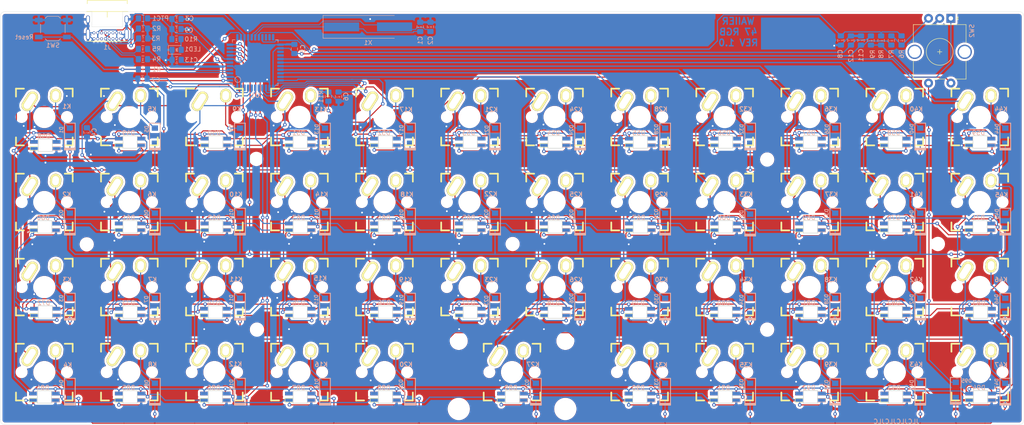
<source format=kicad_pcb>
(kicad_pcb (version 20171130) (host pcbnew "(5.1.0)-1")
  (layers (0 F.Cu signal) (31 B.Cu signal) (34 B.Paste user) (35 F.Paste user) (36 B.SilkS user) (37 F.SilkS user) (38 B.Mask user) (39 F.Mask user) (44 Edge.Cuts user))
  (net 0 "")
  (net 1 5V)
  (net 2 /ENCODER_BOUT)
  (net 3 /ENCODER_AOUT)
  (net 4 /ROW0)
  (net 5 "Net-(D1-Pad2)")
  (net 6 /ROW1)
  (net 7 "Net-(D2-Pad2)")
  (net 8 /ROW2)
  (net 9 "Net-(D3-Pad2)")
  (net 10 /ROW3)
  (net 11 "Net-(D4-Pad2)")
  (net 12 "Net-(D5-Pad2)")
  (net 13 "Net-(D6-Pad2)")
  (net 14 "Net-(D7-Pad2)")
  (net 15 "Net-(D8-Pad2)")
  (net 16 "Net-(D9-Pad2)")
  (net 17 "Net-(D10-Pad2)")
  (net 18 "Net-(D11-Pad2)")
  (net 19 "Net-(D12-Pad2)")
  (net 20 "Net-(D13-Pad2)")
  (net 21 "Net-(D14-Pad2)")
  (net 22 "Net-(D15-Pad2)")
  (net 23 "Net-(D16-Pad2)")
  (net 24 "Net-(D17-Pad2)")
  (net 25 "Net-(D18-Pad2)")
  (net 26 "Net-(D19-Pad2)")
  (net 27 "Net-(D20-Pad2)")
  (net 28 "Net-(D21-Pad2)")
  (net 29 "Net-(D22-Pad2)")
  (net 30 "Net-(D23-Pad2)")
  (net 31 "Net-(D24-Pad2)")
  (net 32 "Net-(D25-Pad2)")
  (net 33 "Net-(D26-Pad2)")
  (net 34 "Net-(D27-Pad2)")
  (net 35 "Net-(D28-Pad2)")
  (net 36 "Net-(D29-Pad2)")
  (net 37 "Net-(D30-Pad2)")
  (net 38 "Net-(D31-Pad2)")
  (net 39 "Net-(D32-Pad2)")
  (net 40 "Net-(D33-Pad2)")
  (net 41 "Net-(D34-Pad2)")
  (net 42 "Net-(D35-Pad2)")
  (net 43 "Net-(D36-Pad2)")
  (net 44 "Net-(D37-Pad2)")
  (net 45 "Net-(D38-Pad2)")
  (net 46 "Net-(D39-Pad2)")
  (net 47 "Net-(D40-Pad2)")
  (net 48 "Net-(D41-Pad2)")
  (net 49 "Net-(D42-Pad2)")
  (net 50 "Net-(D43-Pad2)")
  (net 51 "Net-(D44-Pad2)")
  (net 52 "Net-(D46-Pad2)")
  (net 53 "Net-(D48-Pad4)")
  (net 54 /RGB)
  (net 55 "Net-(D49-Pad4)")
  (net 56 "Net-(D50-Pad4)")
  (net 57 "Net-(D51-Pad4)")
  (net 58 "Net-(D52-Pad4)")
  (net 59 "Net-(D54-Pad4)")
  (net 60 "Net-(D56-Pad4)")
  (net 61 "Net-(D58-Pad4)")
  (net 62 "Net-(D60-Pad4)")
  (net 63 "Net-(D61-Pad2)")
  (net 64 "Net-(D63-Pad2)")
  (net 65 "Net-(D65-Pad2)")
  (net 66 "Net-(D67-Pad2)")
  (net 67 "Net-(D69-Pad2)")
  (net 68 "Net-(D73-Pad4)")
  (net 69 "Net-(D75-Pad4)")
  (net 70 "Net-(D77-Pad4)")
  (net 71 "Net-(D79-Pad4)")
  (net 72 "Net-(D81-Pad4)")
  (net 73 "Net-(D83-Pad4)")
  (net 74 "Net-(D84-Pad2)")
  (net 75 "Net-(D86-Pad2)")
  (net 76 "Net-(D88-Pad2)")
  (net 77 "Net-(D90-Pad2)")
  (net 78 /ENCODER_S1)
  (net 79 "Net-(J1-PadA5)")
  (net 80 VCC)
  (net 81 "Net-(J1-PadA8)")
  (net 82 "Net-(J1-PadB8)")
  (net 83 "Net-(J1-PadB5)")
  (net 84 /COL0)
  (net 85 /COL1)
  (net 86 /COL2)
  (net 87 /COL3)
  (net 88 /COL4)
  (net 89 /COL5)
  (net 90 /COL6)
  (net 91 /COL7)
  (net 92 /COL8)
  (net 93 /COL9)
  (net 94 /COL10)
  (net 95 /COL11)
  (net 96 "Net-(LED1-Pad2)")
  (net 97 /RESET)
  (net 98 /D-)
  (net 99 /D+)
  (net 100 /ENCODER_B)
  (net 101 /ENCODER_A)
  (net 102 "Net-(U1-Pad42)")
  (net 103 "Net-(U1-Pad26)")
  (net 104 "Net-(U1-Pad22)")
  (net 105 "Net-(U1-Pad21)")
  (net 106 "Net-(U1-Pad20)")
  (net 107 "Net-(U1-Pad12)")
  (net 108 "Net-(R11-Pad2)")
  (net 109 GND)
  (net 110 "Net-(D53-Pad4)")
  (net 111 "Net-(D55-Pad4)")
  (net 112 "Net-(D57-Pad4)")
  (net 113 "Net-(D59-Pad4)")
  (net 114 "Net-(D60-Pad2)")
  (net 115 "Net-(D62-Pad2)")
  (net 116 "Net-(D64-Pad2)")
  (net 117 "Net-(D66-Pad2)")
  (net 118 "Net-(D68-Pad2)")
  (net 119 "Net-(D70-Pad2)")
  (net 120 "Net-(D72-Pad4)")
  (net 121 "Net-(D74-Pad4)")
  (net 122 "Net-(D76-Pad4)")
  (net 123 "Net-(D78-Pad4)")
  (net 124 "Net-(D80-Pad4)")
  (net 125 "Net-(D82-Pad4)")
  (net 126 "Net-(D85-Pad2)")
  (net 127 "Net-(D87-Pad2)")
  (net 128 "Net-(D89-Pad2)")
  (net 129 "Net-(D91-Pad2)")
  (net 130 "Net-(D92-Pad2)")
  (net 131 "Net-(D45-Pad2)")
  (net 132 "Net-(D47-Pad2)")
  (net 133 /XTAL_P)
  (net 134 /XTAL_N)
  (net 135 "Net-(U1-Pad25)")
  (net 136 "Net-(J1-PadA6)")
  (net 137 "Net-(J1-PadA7)")
  (net 138 "Net-(C13-Pad1)")
  (net 139 "Net-(D84-Pad4)")
  (net 140 "Net-(D93-Pad2)")
  (module keebs:Mx_Alps_100 (layer F.Cu) (at 112.395 56.007)
    (fp_text reference K18 (at 5.0292 -1.7018) (layer B.SilkS) (effects (font (thickness 0.2)) (justify mirror)))
    (fp_text value KEYSW hide)
    (pad 2 thru_hole oval (at 2.52 -4.79 356.1) (size 2.5 3.08) (drill oval 1.5 2.08) (layers *.Cu *.Mask F.SilkS) (net 25 "Net-(D18-Pad2)"))
    (pad 1 thru_hole oval (at -3.255 -3.52 327.5) (size 2.5 4.75) (drill oval 1.5 3.75) (layers *.Cu *.Mask F.SilkS) (net 88 /COL4))
    (pad "" np_thru_hole circle (at 5.08 0) (size 1.7018 1.7018) (drill 1.7018) (layers *.Cu *.Mask))
    (pad "" np_thru_hole circle (at -5.08 0) (size 1.7018 1.7018) (drill 1.7018) (layers *.Cu *.Mask))
    (pad "" np_thru_hole circle (at 0 0) (size 3.9878 3.9878) (drill 3.9878) (layers *.Cu *.Mask))
  )
  (module keebs:Mx_Alps_100 (layer F.Cu) (at 131.445 56.007)
    (fp_text reference K22 (at 4.7752 -1.8034) (layer B.SilkS) (effects (font (thickness 0.2)) (justify mirror)))
    (fp_text value KEYSW hide)
    (pad 2 thru_hole oval (at 2.52 -4.79 356.1) (size 2.5 3.08) (drill oval 1.5 2.08) (layers *.Cu *.Mask F.SilkS) (net 29 "Net-(D22-Pad2)"))
    (pad 1 thru_hole oval (at -3.255 -3.52 327.5) (size 2.5 4.75) (drill oval 1.5 3.75) (layers *.Cu *.Mask F.SilkS) (net 89 /COL5))
    (pad "" np_thru_hole circle (at 5.08 0) (size 1.7018 1.7018) (drill 1.7018) (layers *.Cu *.Mask))
    (pad "" np_thru_hole circle (at -5.08 0) (size 1.7018 1.7018) (drill 1.7018) (layers *.Cu *.Mask))
    (pad "" np_thru_hole circle (at 0 0) (size 3.9878 3.9878) (drill 3.9878) (layers *.Cu *.Mask))
  )
  (module MountingHole:MountingHole_2.2mm_M2_DIN965 (layer F.Cu) (at 45.6946 65.4812)
    (fp_text reference "" (at 0 -2.9) (layer F.SilkS))
    (fp_text value MountingHole_2.2mm_M2_DIN965)
    (pad 1 np_thru_hole circle (at 0 0) (size 2.2 2.2) (drill 2.2) (layers *.Cu *.Mask))
  )
  (module keebs:Mx_Alps_100 (layer F.Cu) (at 36.195 56.007)
    (fp_text reference K2 (at 5.0292 -1.7018) (layer B.SilkS) (effects (font (thickness 0.2)) (justify mirror)))
    (fp_text value KEYSW hide)
    (pad 2 thru_hole oval (at 2.52 -4.79 356.1) (size 2.5 3.08) (drill oval 1.5 2.08) (layers *.Cu *.Mask F.SilkS) (net 7 "Net-(D2-Pad2)"))
    (pad 1 thru_hole oval (at -3.255 -3.52 327.5) (size 2.5 4.75) (drill oval 1.5 3.75) (layers *.Cu *.Mask F.SilkS) (net 84 /COL0))
    (pad "" np_thru_hole circle (at 5.08 0) (size 1.7018 1.7018) (drill 1.7018) (layers *.Cu *.Mask))
    (pad "" np_thru_hole circle (at -5.08 0) (size 1.7018 1.7018) (drill 1.7018) (layers *.Cu *.Mask))
    (pad "" np_thru_hole circle (at 0 0) (size 3.9878 3.9878) (drill 3.9878) (layers *.Cu *.Mask))
  )
  (module keebs:Mx_Alps_100 (layer F.Cu) (at 36.195 36.957)
    (fp_text reference K1 (at 5.0292 -2.3622) (layer B.SilkS) (effects (font (thickness 0.2)) (justify mirror)))
    (fp_text value KEYSW hide)
    (pad 2 thru_hole oval (at 2.52 -4.79 356.1) (size 2.5 3.08) (drill oval 1.5 2.08) (layers *.Cu *.Mask F.SilkS) (net 5 "Net-(D1-Pad2)"))
    (pad 1 thru_hole oval (at -3.255 -3.52 327.5) (size 2.5 4.75) (drill oval 1.5 3.75) (layers *.Cu *.Mask F.SilkS) (net 84 /COL0))
    (pad "" np_thru_hole circle (at 5.08 0) (size 1.7018 1.7018) (drill 1.7018) (layers *.Cu *.Mask))
    (pad "" np_thru_hole circle (at -5.08 0) (size 1.7018 1.7018) (drill 1.7018) (layers *.Cu *.Mask))
    (pad "" np_thru_hole circle (at 0 0) (size 3.9878 3.9878) (drill 3.9878) (layers *.Cu *.Mask))
  )
  (module Capacitor_SMD:C_0805_2012Metric_Pad1.15x1.40mm_HandSolder (layer B.Cu) (at 120.396 16.764 270)
    (fp_text reference C1 (at 3.048 0 270) (layer B.SilkS) (effects (justify mirror)))
    (fp_text value 22p)
    (pad 2 smd roundrect (at 1.025 0 270) (size 1.15 1.4) (layers B.Cu B.Paste B.Mask) (roundrect_rratio 0.217391) (net 133 /XTAL_P))
    (pad 1 smd roundrect (at -1.025 0 270) (size 1.15 1.4) (layers B.Cu B.Paste B.Mask) (roundrect_rratio 0.217391) (net 109 GND))
  )
  (module Capacitor_SMD:C_0805_2012Metric_Pad1.15x1.40mm_HandSolder (layer B.Cu) (at 122.682 16.764 270)
    (fp_text reference C2 (at 3.048 0 90) (layer B.SilkS) (effects (justify mirror)))
    (fp_text value 22p)
    (pad 2 smd roundrect (at 1.025 0 270) (size 1.15 1.4) (layers B.Cu B.Paste B.Mask) (roundrect_rratio 0.217391) (net 134 /XTAL_N))
    (pad 1 smd roundrect (at -1.025 0 270) (size 1.15 1.4) (layers B.Cu B.Paste B.Mask) (roundrect_rratio 0.217391) (net 109 GND))
  )
  (module Capacitor_SMD:C_0805_2012Metric_Pad1.15x1.40mm_HandSolder (layer B.Cu) (at 65.786 15.018 180)
    (fp_text reference C3 (at -2.921 0.127 180) (layer B.SilkS) (effects (justify mirror)))
    (fp_text value 0.1u)
    (pad 2 smd roundrect (at 1.025 0 180) (size 1.15 1.4) (layers B.Cu B.Paste B.Mask) (roundrect_rratio 0.217391) (net 1 5V))
    (pad 1 smd roundrect (at -1.025 0 180) (size 1.15 1.4) (layers B.Cu B.Paste B.Mask) (roundrect_rratio 0.217391) (net 109 GND))
  )
  (module Capacitor_SMD:C_0805_2012Metric_Pad1.15x1.40mm_HandSolder (layer B.Cu) (at 45.72 40.386 90)
    (fp_text reference C4 (at 0 1.65 90) (layer B.SilkS) (effects (justify mirror)))
    (fp_text value 0.1u)
    (pad 2 smd roundrect (at 1.025 0 90) (size 1.15 1.4) (layers B.Cu B.Paste B.Mask) (roundrect_rratio 0.217391) (net 1 5V))
    (pad 1 smd roundrect (at -1.025 0 90) (size 1.15 1.4) (layers B.Cu B.Paste B.Mask) (roundrect_rratio 0.217391) (net 109 GND))
  )
  (module Capacitor_SMD:C_0805_2012Metric_Pad1.15x1.40mm_HandSolder (layer B.Cu) (at 92.202 21.717 270)
    (fp_text reference C5 (at 0 -1.905 270) (layer B.SilkS) (effects (justify mirror)))
    (fp_text value 0.1u)
    (pad 2 smd roundrect (at 1.025 0 270) (size 1.15 1.4) (layers B.Cu B.Paste B.Mask) (roundrect_rratio 0.217391) (net 1 5V))
    (pad 1 smd roundrect (at -1.025 0 270) (size 1.15 1.4) (layers B.Cu B.Paste B.Mask) (roundrect_rratio 0.217391) (net 109 GND))
  )
  (module Capacitor_SMD:C_0805_2012Metric_Pad1.15x1.40mm_HandSolder (layer B.Cu) (at 102.108 32.385 90)
    (fp_text reference C6 (at 0 1.65 90) (layer B.SilkS) (effects (justify mirror)))
    (fp_text value 0.1u)
    (pad 2 smd roundrect (at 1.025 0 90) (size 1.15 1.4) (layers B.Cu B.Paste B.Mask) (roundrect_rratio 0.217391) (net 1 5V))
    (pad 1 smd roundrect (at -1.025 0 90) (size 1.15 1.4) (layers B.Cu B.Paste B.Mask) (roundrect_rratio 0.217391) (net 109 GND))
  )
  (module keyboard_parts:D_SOD123 (layer B.Cu) (at 41.91 41.148 90)
    (fp_text reference D1 (at 1.27 -1.905 90) (layer B.SilkS) (effects (font (size 0.8 0.8)) (justify mirror)))
    (fp_text value D hide)
    (pad 1 smd rect (at -1.7 0 90) (size 1.2 1.4) (layers B.Cu B.Paste B.Mask) (net 4 /ROW0))
    (pad 2 smd rect (at 1.7 0 90) (size 1.2 1.4) (layers B.Cu B.Paste B.Mask) (net 5 "Net-(D1-Pad2)"))
  )
  (module keyboard_parts:D_SOD123 (layer B.Cu) (at 41.91 60.198 90)
    (fp_text reference D2 (at 1.7272 -1.925 90) (layer B.SilkS) (effects (font (size 0.8 0.8)) (justify mirror)))
    (fp_text value D hide)
    (pad 1 smd rect (at -1.7 0 90) (size 1.2 1.4) (layers B.Cu B.Paste B.Mask) (net 6 /ROW1))
    (pad 2 smd rect (at 1.7 0 90) (size 1.2 1.4) (layers B.Cu B.Paste B.Mask) (net 7 "Net-(D2-Pad2)"))
  )
  (module keyboard_parts:D_SOD123 (layer B.Cu) (at 41.91 79.248 90)
    (fp_text reference D3 (at 1.6764 -1.925 90) (layer B.SilkS) (effects (font (size 0.8 0.8)) (justify mirror)))
    (fp_text value D hide)
    (pad 1 smd rect (at -1.7 0 90) (size 1.2 1.4) (layers B.Cu B.Paste B.Mask) (net 8 /ROW2))
    (pad 2 smd rect (at 1.7 0 90) (size 1.2 1.4) (layers B.Cu B.Paste B.Mask) (net 9 "Net-(D3-Pad2)"))
  )
  (module keyboard_parts:D_SOD123 (layer B.Cu) (at 41.91 98.298 90)
    (fp_text reference D4 (at 1.7272 -1.905 90) (layer B.SilkS) (effects (font (size 0.8 0.8)) (justify mirror)))
    (fp_text value D hide)
    (pad 1 smd rect (at -1.7 0 90) (size 1.2 1.4) (layers B.Cu B.Paste B.Mask) (net 10 /ROW3))
    (pad 2 smd rect (at 1.7 0 90) (size 1.2 1.4) (layers B.Cu B.Paste B.Mask) (net 11 "Net-(D4-Pad2)"))
  )
  (module keyboard_parts:D_SOD123 (layer B.Cu) (at 60.96 41.148 90)
    (fp_text reference D5 (at 1.4732 -1.8542 90) (layer B.SilkS) (effects (font (size 0.8 0.8)) (justify mirror)))
    (fp_text value D hide)
    (pad 1 smd rect (at -1.7 0 90) (size 1.2 1.4) (layers B.Cu B.Paste B.Mask) (net 4 /ROW0))
    (pad 2 smd rect (at 1.7 0 90) (size 1.2 1.4) (layers B.Cu B.Paste B.Mask) (net 12 "Net-(D5-Pad2)"))
  )
  (module keyboard_parts:D_SOD123 (layer B.Cu) (at 60.96 60.198 90)
    (fp_text reference D6 (at 1.7272 -1.925 90) (layer B.SilkS) (effects (font (size 0.8 0.8)) (justify mirror)))
    (fp_text value D hide)
    (pad 1 smd rect (at -1.7 0 90) (size 1.2 1.4) (layers B.Cu B.Paste B.Mask) (net 6 /ROW1))
    (pad 2 smd rect (at 1.7 0 90) (size 1.2 1.4) (layers B.Cu B.Paste B.Mask) (net 13 "Net-(D6-Pad2)"))
  )
  (module keyboard_parts:D_SOD123 (layer B.Cu) (at 60.96 79.248 90)
    (fp_text reference D7 (at 1.4732 -1.925 90) (layer B.SilkS) (effects (font (size 0.8 0.8)) (justify mirror)))
    (fp_text value D hide)
    (pad 1 smd rect (at -1.7 0 90) (size 1.2 1.4) (layers B.Cu B.Paste B.Mask) (net 8 /ROW2))
    (pad 2 smd rect (at 1.7 0 90) (size 1.2 1.4) (layers B.Cu B.Paste B.Mask) (net 14 "Net-(D7-Pad2)"))
  )
  (module keyboard_parts:D_SOD123 (layer B.Cu) (at 60.96 98.298 90)
    (fp_text reference D8 (at 1.7272 -1.8542 90) (layer B.SilkS) (effects (font (size 0.8 0.8)) (justify mirror)))
    (fp_text value D hide)
    (pad 1 smd rect (at -1.7 0 90) (size 1.2 1.4) (layers B.Cu B.Paste B.Mask) (net 10 /ROW3))
    (pad 2 smd rect (at 1.7 0 90) (size 1.2 1.4) (layers B.Cu B.Paste B.Mask) (net 15 "Net-(D8-Pad2)"))
  )
  (module keyboard_parts:D_SOD123 (layer B.Cu) (at 80.01 41.148 90)
    (fp_text reference D9 (at 1.6764 -1.925 90) (layer B.SilkS) (effects (font (size 0.8 0.8)) (justify mirror)))
    (fp_text value D hide)
    (pad 1 smd rect (at -1.7 0 90) (size 1.2 1.4) (layers B.Cu B.Paste B.Mask) (net 4 /ROW0))
    (pad 2 smd rect (at 1.7 0 90) (size 1.2 1.4) (layers B.Cu B.Paste B.Mask) (net 16 "Net-(D9-Pad2)"))
  )
  (module keyboard_parts:D_SOD123 (layer B.Cu) (at 80.01 60.198 90)
    (fp_text reference D10 (at 1.524 -1.925 90) (layer B.SilkS) (effects (font (size 0.8 0.8)) (justify mirror)))
    (fp_text value D hide)
    (pad 1 smd rect (at -1.7 0 90) (size 1.2 1.4) (layers B.Cu B.Paste B.Mask) (net 6 /ROW1))
    (pad 2 smd rect (at 1.7 0 90) (size 1.2 1.4) (layers B.Cu B.Paste B.Mask) (net 17 "Net-(D10-Pad2)"))
  )
  (module keyboard_parts:D_SOD123 (layer B.Cu) (at 80.01 79.248 90)
    (fp_text reference D11 (at 1.3716 -1.925 90) (layer B.SilkS) (effects (font (size 0.8 0.8)) (justify mirror)))
    (fp_text value D hide)
    (pad 1 smd rect (at -1.7 0 90) (size 1.2 1.4) (layers B.Cu B.Paste B.Mask) (net 8 /ROW2))
    (pad 2 smd rect (at 1.7 0 90) (size 1.2 1.4) (layers B.Cu B.Paste B.Mask) (net 18 "Net-(D11-Pad2)"))
  )
  (module keyboard_parts:D_SOD123 (layer B.Cu) (at 80.01 98.298 90)
    (fp_text reference D12 (at 1.4224 -1.905 90) (layer B.SilkS) (effects (font (size 0.8 0.8)) (justify mirror)))
    (fp_text value D hide)
    (pad 1 smd rect (at -1.7 0 90) (size 1.2 1.4) (layers B.Cu B.Paste B.Mask) (net 10 /ROW3))
    (pad 2 smd rect (at 1.7 0 90) (size 1.2 1.4) (layers B.Cu B.Paste B.Mask) (net 19 "Net-(D12-Pad2)"))
  )
  (module keyboard_parts:D_SOD123 (layer B.Cu) (at 99.06 41.148 90)
    (fp_text reference D13 (at 1.4732 -1.8542 90) (layer B.SilkS) (effects (font (size 0.8 0.8)) (justify mirror)))
    (fp_text value D hide)
    (pad 1 smd rect (at -1.7 0 90) (size 1.2 1.4) (layers B.Cu B.Paste B.Mask) (net 4 /ROW0))
    (pad 2 smd rect (at 1.7 0 90) (size 1.2 1.4) (layers B.Cu B.Paste B.Mask) (net 20 "Net-(D13-Pad2)"))
  )
  (module keyboard_parts:D_SOD123 (layer B.Cu) (at 99.06 60.198 90)
    (fp_text reference D14 (at 1.524 -1.8542 90) (layer B.SilkS) (effects (font (size 0.8 0.8)) (justify mirror)))
    (fp_text value D hide)
    (pad 1 smd rect (at -1.7 0 90) (size 1.2 1.4) (layers B.Cu B.Paste B.Mask) (net 6 /ROW1))
    (pad 2 smd rect (at 1.7 0 90) (size 1.2 1.4) (layers B.Cu B.Paste B.Mask) (net 21 "Net-(D14-Pad2)"))
  )
  (module keyboard_parts:D_SOD123 (layer B.Cu) (at 99.06 79.248 90)
    (fp_text reference D15 (at 1.3716 -1.9558 90) (layer B.SilkS) (effects (font (size 0.8 0.8)) (justify mirror)))
    (fp_text value D hide)
    (pad 1 smd rect (at -1.7 0 90) (size 1.2 1.4) (layers B.Cu B.Paste B.Mask) (net 8 /ROW2))
    (pad 2 smd rect (at 1.7 0 90) (size 1.2 1.4) (layers B.Cu B.Paste B.Mask) (net 22 "Net-(D15-Pad2)"))
  )
  (module keyboard_parts:D_SOD123 (layer B.Cu) (at 99.06 98.298 90)
    (fp_text reference D16 (at 1.6256 -1.8542 90) (layer B.SilkS) (effects (font (size 0.8 0.8)) (justify mirror)))
    (fp_text value D hide)
    (pad 1 smd rect (at -1.7 0 90) (size 1.2 1.4) (layers B.Cu B.Paste B.Mask) (net 10 /ROW3))
    (pad 2 smd rect (at 1.7 0 90) (size 1.2 1.4) (layers B.Cu B.Paste B.Mask) (net 23 "Net-(D16-Pad2)"))
  )
  (module keyboard_parts:D_SOD123 (layer B.Cu) (at 118.11 41.148 90)
    (fp_text reference D17 (at 1.27 -1.925 90) (layer B.SilkS) (effects (font (size 0.8 0.8)) (justify mirror)))
    (fp_text value D hide)
    (pad 1 smd rect (at -1.7 0 90) (size 1.2 1.4) (layers B.Cu B.Paste B.Mask) (net 4 /ROW0))
    (pad 2 smd rect (at 1.7 0 90) (size 1.2 1.4) (layers B.Cu B.Paste B.Mask) (net 24 "Net-(D17-Pad2)"))
  )
  (module keyboard_parts:D_SOD123 (layer B.Cu) (at 118.11 60.198 90)
    (fp_text reference D18 (at 1.4224 -1.905 90) (layer B.SilkS) (effects (font (size 0.8 0.8)) (justify mirror)))
    (fp_text value D hide)
    (pad 1 smd rect (at -1.7 0 90) (size 1.2 1.4) (layers B.Cu B.Paste B.Mask) (net 6 /ROW1))
    (pad 2 smd rect (at 1.7 0 90) (size 1.2 1.4) (layers B.Cu B.Paste B.Mask) (net 25 "Net-(D18-Pad2)"))
  )
  (module keyboard_parts:D_SOD123 (layer B.Cu) (at 118.11 79.248 90)
    (fp_text reference D19 (at 1.3716 -1.925 90) (layer B.SilkS) (effects (font (size 0.8 0.8)) (justify mirror)))
    (fp_text value D hide)
    (pad 1 smd rect (at -1.7 0 90) (size 1.2 1.4) (layers B.Cu B.Paste B.Mask) (net 8 /ROW2))
    (pad 2 smd rect (at 1.7 0 90) (size 1.2 1.4) (layers B.Cu B.Paste B.Mask) (net 26 "Net-(D19-Pad2)"))
  )
  (module keyboard_parts:D_SOD123 (layer B.Cu) (at 118.11 98.298 90)
    (fp_text reference D20 (at 1.4224 -2.0066 90) (layer B.SilkS) (effects (font (size 0.8 0.8)) (justify mirror)))
    (fp_text value D hide)
    (pad 1 smd rect (at -1.7 0 90) (size 1.2 1.4) (layers B.Cu B.Paste B.Mask) (net 10 /ROW3))
    (pad 2 smd rect (at 1.7 0 90) (size 1.2 1.4) (layers B.Cu B.Paste B.Mask) (net 27 "Net-(D20-Pad2)"))
  )
  (module keyboard_parts:D_SOD123 (layer B.Cu) (at 137.16 41.148 90)
    (fp_text reference D21 (at 1.1684 -1.8542 90) (layer B.SilkS) (effects (font (size 0.8 0.8)) (justify mirror)))
    (fp_text value D hide)
    (pad 1 smd rect (at -1.7 0 90) (size 1.2 1.4) (layers B.Cu B.Paste B.Mask) (net 4 /ROW0))
    (pad 2 smd rect (at 1.7 0 90) (size 1.2 1.4) (layers B.Cu B.Paste B.Mask) (net 28 "Net-(D21-Pad2)"))
  )
  (module keyboard_parts:D_SOD123 (layer B.Cu) (at 137.16 60.198 90)
    (fp_text reference D22 (at 1.4224 -1.925 90) (layer B.SilkS) (effects (font (size 0.8 0.8)) (justify mirror)))
    (fp_text value D hide)
    (pad 1 smd rect (at -1.7 0 90) (size 1.2 1.4) (layers B.Cu B.Paste B.Mask) (net 6 /ROW1))
    (pad 2 smd rect (at 1.7 0 90) (size 1.2 1.4) (layers B.Cu B.Paste B.Mask) (net 29 "Net-(D22-Pad2)"))
  )
  (module keyboard_parts:D_SOD123 (layer B.Cu) (at 137.16 79.248 90)
    (fp_text reference D23 (at 1.1684 -1.925 90) (layer B.SilkS) (effects (font (size 0.8 0.8)) (justify mirror)))
    (fp_text value D hide)
    (pad 1 smd rect (at -1.7 0 90) (size 1.2 1.4) (layers B.Cu B.Paste B.Mask) (net 8 /ROW2))
    (pad 2 smd rect (at 1.7 0 90) (size 1.2 1.4) (layers B.Cu B.Paste B.Mask) (net 30 "Net-(D23-Pad2)"))
  )
  (module keyboard_parts:D_SOD123 (layer B.Cu) (at 156.21 41.148 90)
    (fp_text reference D24 (at 1.27 -1.925 90) (layer B.SilkS) (effects (font (size 0.8 0.8)) (justify mirror)))
    (fp_text value D hide)
    (pad 1 smd rect (at -1.7 0 90) (size 1.2 1.4) (layers B.Cu B.Paste B.Mask) (net 4 /ROW0))
    (pad 2 smd rect (at 1.7 0 90) (size 1.2 1.4) (layers B.Cu B.Paste B.Mask) (net 31 "Net-(D24-Pad2)"))
  )
  (module keyboard_parts:D_SOD123 (layer B.Cu) (at 156.21 60.198 90)
    (fp_text reference D25 (at 1.4224 -1.905 90) (layer B.SilkS) (effects (font (size 0.8 0.8)) (justify mirror)))
    (fp_text value D hide)
    (pad 1 smd rect (at -1.7 0 90) (size 1.2 1.4) (layers B.Cu B.Paste B.Mask) (net 6 /ROW1))
    (pad 2 smd rect (at 1.7 0 90) (size 1.2 1.4) (layers B.Cu B.Paste B.Mask) (net 32 "Net-(D25-Pad2)"))
  )
  (module keyboard_parts:D_SOD123 (layer B.Cu) (at 156.21 79.248 90)
    (fp_text reference D26 (at 1.6764 -1.925 90) (layer B.SilkS) (effects (font (size 0.8 0.8)) (justify mirror)))
    (fp_text value D hide)
    (pad 1 smd rect (at -1.7 0 90) (size 1.2 1.4) (layers B.Cu B.Paste B.Mask) (net 8 /ROW2))
    (pad 2 smd rect (at 1.7 0 90) (size 1.2 1.4) (layers B.Cu B.Paste B.Mask) (net 33 "Net-(D26-Pad2)"))
  )
  (module keyboard_parts:D_SOD123 (layer B.Cu) (at 146.304 98.298 90)
    (fp_text reference D27 (at 1.4224 -1.9558 90) (layer B.SilkS) (effects (font (size 0.8 0.8)) (justify mirror)))
    (fp_text value D hide)
    (pad 1 smd rect (at -1.7 0 90) (size 1.2 1.4) (layers B.Cu B.Paste B.Mask) (net 10 /ROW3))
    (pad 2 smd rect (at 1.7 0 90) (size 1.2 1.4) (layers B.Cu B.Paste B.Mask) (net 34 "Net-(D27-Pad2)"))
  )
  (module keyboard_parts:D_SOD123 (layer B.Cu) (at 175.26 41.148 90)
    (fp_text reference D28 (at 1.4732 -1.9558 90) (layer B.SilkS) (effects (font (size 0.8 0.8)) (justify mirror)))
    (fp_text value D hide)
    (pad 1 smd rect (at -1.7 0 90) (size 1.2 1.4) (layers B.Cu B.Paste B.Mask) (net 4 /ROW0))
    (pad 2 smd rect (at 1.7 0 90) (size 1.2 1.4) (layers B.Cu B.Paste B.Mask) (net 35 "Net-(D28-Pad2)"))
  )
  (module keyboard_parts:D_SOD123 (layer B.Cu) (at 175.26 60.198 90)
    (fp_text reference D29 (at 1.524 -1.9558 90) (layer B.SilkS) (effects (font (size 0.8 0.8)) (justify mirror)))
    (fp_text value D hide)
    (pad 1 smd rect (at -1.7 0 90) (size 1.2 1.4) (layers B.Cu B.Paste B.Mask) (net 6 /ROW1))
    (pad 2 smd rect (at 1.7 0 90) (size 1.2 1.4) (layers B.Cu B.Paste B.Mask) (net 36 "Net-(D29-Pad2)"))
  )
  (module keyboard_parts:D_SOD123 (layer B.Cu) (at 175.26 79.248 90)
    (fp_text reference D30 (at 1.5748 -1.925 90) (layer B.SilkS) (effects (font (size 0.8 0.8)) (justify mirror)))
    (fp_text value D hide)
    (pad 1 smd rect (at -1.7 0 90) (size 1.2 1.4) (layers B.Cu B.Paste B.Mask) (net 8 /ROW2))
    (pad 2 smd rect (at 1.7 0 90) (size 1.2 1.4) (layers B.Cu B.Paste B.Mask) (net 37 "Net-(D30-Pad2)"))
  )
  (module keyboard_parts:D_SOD123 (layer B.Cu) (at 175.26 98.298 90)
    (fp_text reference D31 (at 1.6256 -1.925 90) (layer B.SilkS) (effects (font (size 0.8 0.8)) (justify mirror)))
    (fp_text value D hide)
    (pad 1 smd rect (at -1.7 0 90) (size 1.2 1.4) (layers B.Cu B.Paste B.Mask) (net 10 /ROW3))
    (pad 2 smd rect (at 1.7 0 90) (size 1.2 1.4) (layers B.Cu B.Paste B.Mask) (net 38 "Net-(D31-Pad2)"))
  )
  (module keyboard_parts:D_SOD123 (layer B.Cu) (at 194.31 41.148 90)
    (fp_text reference D32 (at 1.4732 -1.905 90) (layer B.SilkS) (effects (font (size 0.8 0.8)) (justify mirror)))
    (fp_text value D hide)
    (pad 1 smd rect (at -1.7 0 90) (size 1.2 1.4) (layers B.Cu B.Paste B.Mask) (net 4 /ROW0))
    (pad 2 smd rect (at 1.7 0 90) (size 1.2 1.4) (layers B.Cu B.Paste B.Mask) (net 39 "Net-(D32-Pad2)"))
  )
  (module keyboard_parts:D_SOD123 (layer B.Cu) (at 194.31 60.403 90)
    (fp_text reference D33 (at 1.4242 -1.925 90) (layer B.SilkS) (effects (font (size 0.8 0.8)) (justify mirror)))
    (fp_text value D hide)
    (pad 1 smd rect (at -1.7 0 90) (size 1.2 1.4) (layers B.Cu B.Paste B.Mask) (net 6 /ROW1))
    (pad 2 smd rect (at 1.7 0 90) (size 1.2 1.4) (layers B.Cu B.Paste B.Mask) (net 40 "Net-(D33-Pad2)"))
  )
  (module keyboard_parts:D_SOD123 (layer B.Cu) (at 194.31 79.248 90)
    (fp_text reference D34 (at 1.3716 -1.925 90) (layer B.SilkS) (effects (font (size 0.8 0.8)) (justify mirror)))
    (fp_text value D hide)
    (pad 1 smd rect (at -1.7 0 90) (size 1.2 1.4) (layers B.Cu B.Paste B.Mask) (net 8 /ROW2))
    (pad 2 smd rect (at 1.7 0 90) (size 1.2 1.4) (layers B.Cu B.Paste B.Mask) (net 41 "Net-(D34-Pad2)"))
  )
  (module keyboard_parts:D_SOD123 (layer B.Cu) (at 194.31 98.298 90)
    (fp_text reference D35 (at 1.524 -1.925 90) (layer B.SilkS) (effects (font (size 0.8 0.8)) (justify mirror)))
    (fp_text value D hide)
    (pad 1 smd rect (at -1.7 0 90) (size 1.2 1.4) (layers B.Cu B.Paste B.Mask) (net 10 /ROW3))
    (pad 2 smd rect (at 1.7 0 90) (size 1.2 1.4) (layers B.Cu B.Paste B.Mask) (net 42 "Net-(D35-Pad2)"))
  )
  (module keyboard_parts:D_SOD123 (layer B.Cu) (at 213.36 41.148 90)
    (fp_text reference D36 (at 1.4732 -1.8542 90) (layer B.SilkS) (effects (font (size 0.8 0.8)) (justify mirror)))
    (fp_text value D hide)
    (pad 1 smd rect (at -1.7 0 90) (size 1.2 1.4) (layers B.Cu B.Paste B.Mask) (net 4 /ROW0))
    (pad 2 smd rect (at 1.7 0 90) (size 1.2 1.4) (layers B.Cu B.Paste B.Mask) (net 43 "Net-(D36-Pad2)"))
  )
  (module keyboard_parts:D_SOD123 (layer B.Cu) (at 213.36 60.198 90)
    (fp_text reference D37 (at 1.524 -1.925 90) (layer B.SilkS) (effects (font (size 0.8 0.8)) (justify mirror)))
    (fp_text value D hide)
    (pad 1 smd rect (at -1.7 0 90) (size 1.2 1.4) (layers B.Cu B.Paste B.Mask) (net 6 /ROW1))
    (pad 2 smd rect (at 1.7 0 90) (size 1.2 1.4) (layers B.Cu B.Paste B.Mask) (net 44 "Net-(D37-Pad2)"))
  )
  (module keyboard_parts:D_SOD123 (layer B.Cu) (at 213.36 79.248 90)
    (fp_text reference D38 (at 1.4732 -1.9558 90) (layer B.SilkS) (effects (font (size 0.8 0.8)) (justify mirror)))
    (fp_text value D hide)
    (pad 1 smd rect (at -1.7 0 90) (size 1.2 1.4) (layers B.Cu B.Paste B.Mask) (net 8 /ROW2))
    (pad 2 smd rect (at 1.7 0 90) (size 1.2 1.4) (layers B.Cu B.Paste B.Mask) (net 45 "Net-(D38-Pad2)"))
  )
  (module keyboard_parts:D_SOD123 (layer B.Cu) (at 213.36 98.298 90)
    (fp_text reference D39 (at 1.3208 -1.925 90) (layer B.SilkS) (effects (font (size 0.8 0.8)) (justify mirror)))
    (fp_text value D hide)
    (pad 1 smd rect (at -1.7 0 90) (size 1.2 1.4) (layers B.Cu B.Paste B.Mask) (net 10 /ROW3))
    (pad 2 smd rect (at 1.7 0 90) (size 1.2 1.4) (layers B.Cu B.Paste B.Mask) (net 46 "Net-(D39-Pad2)"))
  )
  (module keyboard_parts:D_SOD123 (layer B.Cu) (at 232.41 41.148 90)
    (fp_text reference D40 (at 1.5748 -1.905 90) (layer B.SilkS) (effects (font (size 0.8 0.8)) (justify mirror)))
    (fp_text value D hide)
    (pad 1 smd rect (at -1.7 0 90) (size 1.2 1.4) (layers B.Cu B.Paste B.Mask) (net 4 /ROW0))
    (pad 2 smd rect (at 1.7 0 90) (size 1.2 1.4) (layers B.Cu B.Paste B.Mask) (net 47 "Net-(D40-Pad2)"))
  )
  (module keyboard_parts:D_SOD123 (layer B.Cu) (at 232.41 60.198 90)
    (fp_text reference D41 (at 1.2192 -1.925 90) (layer B.SilkS) (effects (font (size 0.8 0.8)) (justify mirror)))
    (fp_text value D hide)
    (pad 1 smd rect (at -1.7 0 90) (size 1.2 1.4) (layers B.Cu B.Paste B.Mask) (net 6 /ROW1))
    (pad 2 smd rect (at 1.7 0 90) (size 1.2 1.4) (layers B.Cu B.Paste B.Mask) (net 48 "Net-(D41-Pad2)"))
  )
  (module keyboard_parts:D_SOD123 (layer B.Cu) (at 232.41 79.248 90)
    (fp_text reference D42 (at 1.4732 -1.905 90) (layer B.SilkS) (effects (font (size 0.8 0.8)) (justify mirror)))
    (fp_text value D hide)
    (pad 1 smd rect (at -1.7 0 90) (size 1.2 1.4) (layers B.Cu B.Paste B.Mask) (net 8 /ROW2))
    (pad 2 smd rect (at 1.7 0 90) (size 1.2 1.4) (layers B.Cu B.Paste B.Mask) (net 49 "Net-(D42-Pad2)"))
  )
  (module keyboard_parts:D_SOD123 (layer B.Cu) (at 232.41 98.298 90)
    (fp_text reference D43 (at 1.3208 -1.905 90) (layer B.SilkS) (effects (font (size 0.8 0.8)) (justify mirror)))
    (fp_text value D hide)
    (pad 1 smd rect (at -1.7 0 90) (size 1.2 1.4) (layers B.Cu B.Paste B.Mask) (net 10 /ROW3))
    (pad 2 smd rect (at 1.7 0 90) (size 1.2 1.4) (layers B.Cu B.Paste B.Mask) (net 50 "Net-(D43-Pad2)"))
  )
  (module keyboard_parts:D_SOD123 (layer B.Cu) (at 251.46 41.148 90)
    (fp_text reference D44 (at 1.5748 -1.8542 90) (layer B.SilkS) (effects (font (size 0.8 0.8)) (justify mirror)))
    (fp_text value D hide)
    (pad 1 smd rect (at -1.7 0 90) (size 1.2 1.4) (layers B.Cu B.Paste B.Mask) (net 4 /ROW0))
    (pad 2 smd rect (at 1.7 0 90) (size 1.2 1.4) (layers B.Cu B.Paste B.Mask) (net 51 "Net-(D44-Pad2)"))
  )
  (module keyboard_parts:D_SOD123 (layer B.Cu) (at 251.46 60.198 90)
    (fp_text reference D45 (at 1.524 -1.8542 90) (layer B.SilkS) (effects (font (size 0.8 0.8)) (justify mirror)))
    (fp_text value D hide)
    (pad 1 smd rect (at -1.7 0 90) (size 1.2 1.4) (layers B.Cu B.Paste B.Mask) (net 6 /ROW1))
    (pad 2 smd rect (at 1.7 0 90) (size 1.2 1.4) (layers B.Cu B.Paste B.Mask) (net 131 "Net-(D45-Pad2)"))
  )
  (module keyboard_parts:D_SOD123 (layer B.Cu) (at 251.46 79.248 90)
    (fp_text reference D46 (at 1.4732 -1.9558 90) (layer B.SilkS) (effects (font (size 0.8 0.8)) (justify mirror)))
    (fp_text value D hide)
    (pad 1 smd rect (at -1.7 0 90) (size 1.2 1.4) (layers B.Cu B.Paste B.Mask) (net 8 /ROW2))
    (pad 2 smd rect (at 1.7 0 90) (size 1.2 1.4) (layers B.Cu B.Paste B.Mask) (net 52 "Net-(D46-Pad2)"))
  )
  (module keyboard_parts:D_SOD123 (layer B.Cu) (at 251.46 98.298 90)
    (fp_text reference D47 (at 1.6256 -1.925 90) (layer B.SilkS) (effects (font (size 0.8 0.8)) (justify mirror)))
    (fp_text value D hide)
    (pad 1 smd rect (at -1.7 0 90) (size 1.2 1.4) (layers B.Cu B.Paste B.Mask) (net 10 /ROW3))
    (pad 2 smd rect (at 1.7 0 90) (size 1.2 1.4) (layers B.Cu B.Paste B.Mask) (net 132 "Net-(D47-Pad2)"))
  )
  (module Type-C:USB_C_GCT_USB4085 (layer F.Cu) (at 50.292 13.335 180)
    (fp_text reference J1 (at 0 -8.001 180) (layer B.SilkS) (effects (justify mirror)))
    (fp_text value USB_C_Receptacle_USB2.0)
    (pad A5 thru_hole circle (at -1.275 -6.1 180) (size 0.65 0.65) (drill 0.4) (layers *.Cu *.Mask) (net 79 "Net-(J1-PadA5)"))
    (pad A1 thru_hole circle (at -2.975 -6.1 180) (size 0.65 0.65) (drill 0.4) (layers *.Cu *.Mask) (net 109 GND))
    (pad A4 thru_hole circle (at -2.125 -6.1 180) (size 0.65 0.65) (drill 0.4) (layers *.Cu *.Mask) (net 80 VCC))
    (pad A6 thru_hole circle (at -0.425 -6.1 180) (size 0.65 0.65) (drill 0.4) (layers *.Cu *.Mask) (net 136 "Net-(J1-PadA6)"))
    (pad A7 thru_hole circle (at 0.425 -6.1 180) (size 0.65 0.65) (drill 0.4) (layers *.Cu *.Mask) (net 137 "Net-(J1-PadA7)"))
    (pad A8 thru_hole circle (at 1.275 -6.1 180) (size 0.65 0.65) (drill 0.4) (layers *.Cu *.Mask) (net 81 "Net-(J1-PadA8)"))
    (pad A9 thru_hole circle (at 2.125 -6.1 180) (size 0.65 0.65) (drill 0.4) (layers *.Cu *.Mask) (net 80 VCC))
    (pad A12 thru_hole circle (at 2.975 -6.1 180) (size 0.65 0.65) (drill 0.4) (layers *.Cu *.Mask) (net 109 GND))
    (pad B12 thru_hole circle (at -2.975 -4.775 180) (size 0.65 0.65) (drill 0.4) (layers *.Cu *.Mask) (net 109 GND))
    (pad B9 thru_hole circle (at -2.12 -4.775 180) (size 0.65 0.65) (drill 0.4) (layers *.Cu *.Mask) (net 80 VCC))
    (pad B8 thru_hole circle (at -1.27 -4.775 180) (size 0.65 0.65) (drill 0.4) (layers *.Cu *.Mask) (net 82 "Net-(J1-PadB8)"))
    (pad B7 thru_hole circle (at -0.42 -4.775 180) (size 0.65 0.65) (drill 0.4) (layers *.Cu *.Mask) (net 137 "Net-(J1-PadA7)"))
    (pad B6 thru_hole circle (at 0.43 -4.775 180) (size 0.65 0.65) (drill 0.4) (layers *.Cu *.Mask) (net 136 "Net-(J1-PadA6)"))
    (pad B5 thru_hole circle (at 1.28 -4.775 180) (size 0.65 0.65) (drill 0.4) (layers *.Cu *.Mask) (net 83 "Net-(J1-PadB5)"))
    (pad B4 thru_hole circle (at 2.13 -4.775 180) (size 0.65 0.65) (drill 0.4) (layers *.Cu *.Mask) (net 80 VCC))
    (pad B1 thru_hole circle (at 2.98 -4.775 180) (size 0.65 0.65) (drill 0.4) (layers *.Cu *.Mask) (net 109 GND))
    (pad S1 thru_hole oval (at -4.325 -5.12 180) (size 0.9 2.4) (drill oval 0.6 2.1) (layers *.Cu *.Mask) (net 109 GND))
    (pad S1 thru_hole oval (at 4.325 -5.12 180) (size 0.9 2.4) (drill oval 0.6 2.1) (layers *.Cu *.Mask) (net 109 GND))
    (pad S1 thru_hole oval (at -4.325 -1.74 180) (size 0.9 1.7) (drill oval 0.6 1.4) (layers *.Cu *.Mask) (net 109 GND))
    (pad S1 thru_hole oval (at 4.325 -1.74 180) (size 0.9 1.7) (drill oval 0.6 1.4) (layers *.Cu *.Mask) (net 109 GND))
  )
  (module keebs:Mx_Alps_100 (layer F.Cu) (at 36.195 94.107)
    (fp_text reference K4 (at 5.2324 -1.6002) (layer B.SilkS) (effects (font (thickness 0.2)) (justify mirror)))
    (fp_text value KEYSW hide)
    (pad 2 thru_hole oval (at 2.52 -4.79 356.1) (size 2.5 3.08) (drill oval 1.5 2.08) (layers *.Cu *.Mask F.SilkS) (net 11 "Net-(D4-Pad2)"))
    (pad 1 thru_hole oval (at -3.255 -3.52 327.5) (size 2.5 4.75) (drill oval 1.5 3.75) (layers *.Cu *.Mask F.SilkS) (net 84 /COL0))
    (pad "" np_thru_hole circle (at 5.08 0) (size 1.7018 1.7018) (drill 1.7018) (layers *.Cu *.Mask))
    (pad "" np_thru_hole circle (at -5.08 0) (size 1.7018 1.7018) (drill 1.7018) (layers *.Cu *.Mask))
    (pad "" np_thru_hole circle (at 0 0) (size 3.9878 3.9878) (drill 3.9878) (layers *.Cu *.Mask))
  )
  (module keebs:Mx_Alps_100 (layer F.Cu) (at 55.245 36.957)
    (fp_text reference K5 (at 5.08 -1.7526) (layer B.SilkS) (effects (font (thickness 0.2)) (justify mirror)))
    (fp_text value KEYSW hide)
    (pad 2 thru_hole oval (at 2.52 -4.79 356.1) (size 2.5 3.08) (drill oval 1.5 2.08) (layers *.Cu *.Mask F.SilkS) (net 12 "Net-(D5-Pad2)"))
    (pad 1 thru_hole oval (at -3.255 -3.52 327.5) (size 2.5 4.75) (drill oval 1.5 3.75) (layers *.Cu *.Mask F.SilkS) (net 85 /COL1))
    (pad "" np_thru_hole circle (at 5.08 0) (size 1.7018 1.7018) (drill 1.7018) (layers *.Cu *.Mask))
    (pad "" np_thru_hole circle (at -5.08 0) (size 1.7018 1.7018) (drill 1.7018) (layers *.Cu *.Mask))
    (pad "" np_thru_hole circle (at 0 0) (size 3.9878 3.9878) (drill 3.9878) (layers *.Cu *.Mask))
  )
  (module keebs:Mx_Alps_100 (layer F.Cu) (at 55.245 56.007)
    (fp_text reference K6 (at 5.08 -1.7018) (layer B.SilkS) (effects (font (thickness 0.2)) (justify mirror)))
    (fp_text value KEYSW hide)
    (pad 2 thru_hole oval (at 2.52 -4.79 356.1) (size 2.5 3.08) (drill oval 1.5 2.08) (layers *.Cu *.Mask F.SilkS) (net 13 "Net-(D6-Pad2)"))
    (pad 1 thru_hole oval (at -3.255 -3.52 327.5) (size 2.5 4.75) (drill oval 1.5 3.75) (layers *.Cu *.Mask F.SilkS) (net 85 /COL1))
    (pad "" np_thru_hole circle (at 5.08 0) (size 1.7018 1.7018) (drill 1.7018) (layers *.Cu *.Mask))
    (pad "" np_thru_hole circle (at -5.08 0) (size 1.7018 1.7018) (drill 1.7018) (layers *.Cu *.Mask))
    (pad "" np_thru_hole circle (at 0 0) (size 3.9878 3.9878) (drill 3.9878) (layers *.Cu *.Mask))
  )
  (module keebs:Mx_Alps_100 (layer F.Cu) (at 55.245 75.057)
    (fp_text reference K7 (at 5.1816 -1.651) (layer B.SilkS) (effects (font (thickness 0.2)) (justify mirror)))
    (fp_text value KEYSW hide)
    (pad 2 thru_hole oval (at 2.52 -4.79 356.1) (size 2.5 3.08) (drill oval 1.5 2.08) (layers *.Cu *.Mask F.SilkS) (net 14 "Net-(D7-Pad2)"))
    (pad 1 thru_hole oval (at -3.255 -3.52 327.5) (size 2.5 4.75) (drill oval 1.5 3.75) (layers *.Cu *.Mask F.SilkS) (net 85 /COL1))
    (pad "" np_thru_hole circle (at 5.08 0) (size 1.7018 1.7018) (drill 1.7018) (layers *.Cu *.Mask))
    (pad "" np_thru_hole circle (at -5.08 0) (size 1.7018 1.7018) (drill 1.7018) (layers *.Cu *.Mask))
    (pad "" np_thru_hole circle (at 0 0) (size 3.9878 3.9878) (drill 3.9878) (layers *.Cu *.Mask))
  )
  (module keebs:Mx_Alps_100 (layer F.Cu) (at 55.245 94.107)
    (fp_text reference K8 (at 5.1816 -1.7018) (layer B.SilkS) (effects (font (thickness 0.2)) (justify mirror)))
    (fp_text value KEYSW hide)
    (pad 2 thru_hole oval (at 2.52 -4.79 356.1) (size 2.5 3.08) (drill oval 1.5 2.08) (layers *.Cu *.Mask F.SilkS) (net 15 "Net-(D8-Pad2)"))
    (pad 1 thru_hole oval (at -3.255 -3.52 327.5) (size 2.5 4.75) (drill oval 1.5 3.75) (layers *.Cu *.Mask F.SilkS) (net 85 /COL1))
    (pad "" np_thru_hole circle (at 5.08 0) (size 1.7018 1.7018) (drill 1.7018) (layers *.Cu *.Mask))
    (pad "" np_thru_hole circle (at -5.08 0) (size 1.7018 1.7018) (drill 1.7018) (layers *.Cu *.Mask))
    (pad "" np_thru_hole circle (at 0 0) (size 3.9878 3.9878) (drill 3.9878) (layers *.Cu *.Mask))
  )
  (module keebs:Mx_Alps_100 (layer F.Cu) (at 74.295 36.957)
    (fp_text reference K9 (at 5.0292 -1.7526) (layer B.SilkS) (effects (font (thickness 0.2)) (justify mirror)))
    (fp_text value KEYSW hide)
    (pad 2 thru_hole oval (at 2.52 -4.79 356.1) (size 2.5 3.08) (drill oval 1.5 2.08) (layers *.Cu *.Mask F.SilkS) (net 16 "Net-(D9-Pad2)"))
    (pad 1 thru_hole oval (at -3.255 -3.52 327.5) (size 2.5 4.75) (drill oval 1.5 3.75) (layers *.Cu *.Mask F.SilkS) (net 86 /COL2))
    (pad "" np_thru_hole circle (at 5.08 0) (size 1.7018 1.7018) (drill 1.7018) (layers *.Cu *.Mask))
    (pad "" np_thru_hole circle (at -5.08 0) (size 1.7018 1.7018) (drill 1.7018) (layers *.Cu *.Mask))
    (pad "" np_thru_hole circle (at 0 0) (size 3.9878 3.9878) (drill 3.9878) (layers *.Cu *.Mask))
  )
  (module keebs:Mx_Alps_100 (layer F.Cu) (at 74.295 56.007)
    (fp_text reference K10 (at 4.826 -1.7018) (layer B.SilkS) (effects (font (thickness 0.2)) (justify mirror)))
    (fp_text value KEYSW hide)
    (pad 2 thru_hole oval (at 2.52 -4.79 356.1) (size 2.5 3.08) (drill oval 1.5 2.08) (layers *.Cu *.Mask F.SilkS) (net 17 "Net-(D10-Pad2)"))
    (pad 1 thru_hole oval (at -3.255 -3.52 327.5) (size 2.5 4.75) (drill oval 1.5 3.75) (layers *.Cu *.Mask F.SilkS) (net 86 /COL2))
    (pad "" np_thru_hole circle (at 5.08 0) (size 1.7018 1.7018) (drill 1.7018) (layers *.Cu *.Mask))
    (pad "" np_thru_hole circle (at -5.08 0) (size 1.7018 1.7018) (drill 1.7018) (layers *.Cu *.Mask))
    (pad "" np_thru_hole circle (at 0 0) (size 3.9878 3.9878) (drill 3.9878) (layers *.Cu *.Mask))
  )
  (module keebs:Mx_Alps_100 (layer F.Cu) (at 74.295 75.057)
    (fp_text reference K11 (at 4.826 -1.7526) (layer B.SilkS) (effects (font (thickness 0.2)) (justify mirror)))
    (fp_text value KEYSW hide)
    (pad 2 thru_hole oval (at 2.52 -4.79 356.1) (size 2.5 3.08) (drill oval 1.5 2.08) (layers *.Cu *.Mask F.SilkS) (net 18 "Net-(D11-Pad2)"))
    (pad 1 thru_hole oval (at -3.255 -3.52 327.5) (size 2.5 4.75) (drill oval 1.5 3.75) (layers *.Cu *.Mask F.SilkS) (net 86 /COL2))
    (pad "" np_thru_hole circle (at 5.08 0) (size 1.7018 1.7018) (drill 1.7018) (layers *.Cu *.Mask))
    (pad "" np_thru_hole circle (at -5.08 0) (size 1.7018 1.7018) (drill 1.7018) (layers *.Cu *.Mask))
    (pad "" np_thru_hole circle (at 0 0) (size 3.9878 3.9878) (drill 3.9878) (layers *.Cu *.Mask))
  )
  (module keebs:Mx_Alps_100 (layer F.Cu) (at 74.295 94.107)
    (fp_text reference K12 (at 4.7244 -1.8034) (layer B.SilkS) (effects (font (thickness 0.2)) (justify mirror)))
    (fp_text value KEYSW hide)
    (pad 2 thru_hole oval (at 2.52 -4.79 356.1) (size 2.5 3.08) (drill oval 1.5 2.08) (layers *.Cu *.Mask F.SilkS) (net 19 "Net-(D12-Pad2)"))
    (pad 1 thru_hole oval (at -3.255 -3.52 327.5) (size 2.5 4.75) (drill oval 1.5 3.75) (layers *.Cu *.Mask F.SilkS) (net 86 /COL2))
    (pad "" np_thru_hole circle (at 5.08 0) (size 1.7018 1.7018) (drill 1.7018) (layers *.Cu *.Mask))
    (pad "" np_thru_hole circle (at -5.08 0) (size 1.7018 1.7018) (drill 1.7018) (layers *.Cu *.Mask))
    (pad "" np_thru_hole circle (at 0 0) (size 3.9878 3.9878) (drill 3.9878) (layers *.Cu *.Mask))
  )
  (module keebs:Mx_Alps_100 (layer F.Cu) (at 93.345 36.957)
    (fp_text reference K13 (at 4.8768 -1.651) (layer B.SilkS) (effects (font (thickness 0.2)) (justify mirror)))
    (fp_text value KEYSW hide)
    (pad 2 thru_hole oval (at 2.52 -4.79 356.1) (size 2.5 3.08) (drill oval 1.5 2.08) (layers *.Cu *.Mask F.SilkS) (net 20 "Net-(D13-Pad2)"))
    (pad 1 thru_hole oval (at -3.255 -3.52 327.5) (size 2.5 4.75) (drill oval 1.5 3.75) (layers *.Cu *.Mask F.SilkS) (net 87 /COL3))
    (pad "" np_thru_hole circle (at 5.08 0) (size 1.7018 1.7018) (drill 1.7018) (layers *.Cu *.Mask))
    (pad "" np_thru_hole circle (at -5.08 0) (size 1.7018 1.7018) (drill 1.7018) (layers *.Cu *.Mask))
    (pad "" np_thru_hole circle (at 0 0) (size 3.9878 3.9878) (drill 3.9878) (layers *.Cu *.Mask))
  )
  (module keebs:Mx_Alps_100 (layer F.Cu) (at 93.345 56.007)
    (fp_text reference K14 (at 4.9784 -1.7018) (layer B.SilkS) (effects (font (thickness 0.2)) (justify mirror)))
    (fp_text value KEYSW hide)
    (pad 2 thru_hole oval (at 2.52 -4.79 356.1) (size 2.5 3.08) (drill oval 1.5 2.08) (layers *.Cu *.Mask F.SilkS) (net 21 "Net-(D14-Pad2)"))
    (pad 1 thru_hole oval (at -3.255 -3.52 327.5) (size 2.5 4.75) (drill oval 1.5 3.75) (layers *.Cu *.Mask F.SilkS) (net 87 /COL3))
    (pad "" np_thru_hole circle (at 5.08 0) (size 1.7018 1.7018) (drill 1.7018) (layers *.Cu *.Mask))
    (pad "" np_thru_hole circle (at -5.08 0) (size 1.7018 1.7018) (drill 1.7018) (layers *.Cu *.Mask))
    (pad "" np_thru_hole circle (at 0 0) (size 3.9878 3.9878) (drill 3.9878) (layers *.Cu *.Mask))
  )
  (module keebs:Mx_Alps_100 (layer F.Cu) (at 93.345 75.057)
    (fp_text reference K15 (at 4.6736 -1.9558) (layer B.SilkS) (effects (font (thickness 0.2)) (justify mirror)))
    (fp_text value KEYSW hide)
    (pad 2 thru_hole oval (at 2.52 -4.79 356.1) (size 2.5 3.08) (drill oval 1.5 2.08) (layers *.Cu *.Mask F.SilkS) (net 22 "Net-(D15-Pad2)"))
    (pad 1 thru_hole oval (at -3.255 -3.52 327.5) (size 2.5 4.75) (drill oval 1.5 3.75) (layers *.Cu *.Mask F.SilkS) (net 87 /COL3))
    (pad "" np_thru_hole circle (at 5.08 0) (size 1.7018 1.7018) (drill 1.7018) (layers *.Cu *.Mask))
    (pad "" np_thru_hole circle (at -5.08 0) (size 1.7018 1.7018) (drill 1.7018) (layers *.Cu *.Mask))
    (pad "" np_thru_hole circle (at 0 0) (size 3.9878 3.9878) (drill 3.9878) (layers *.Cu *.Mask))
  )
  (module keebs:Mx_Alps_100 (layer F.Cu) (at 93.345 94.107)
    (fp_text reference K16 (at 4.8768 -1.7018) (layer B.SilkS) (effects (font (thickness 0.2)) (justify mirror)))
    (fp_text value KEYSW hide)
    (pad 2 thru_hole oval (at 2.52 -4.79 356.1) (size 2.5 3.08) (drill oval 1.5 2.08) (layers *.Cu *.Mask F.SilkS) (net 23 "Net-(D16-Pad2)"))
    (pad 1 thru_hole oval (at -3.255 -3.52 327.5) (size 2.5 4.75) (drill oval 1.5 3.75) (layers *.Cu *.Mask F.SilkS) (net 87 /COL3))
    (pad "" np_thru_hole circle (at 5.08 0) (size 1.7018 1.7018) (drill 1.7018) (layers *.Cu *.Mask))
    (pad "" np_thru_hole circle (at -5.08 0) (size 1.7018 1.7018) (drill 1.7018) (layers *.Cu *.Mask))
    (pad "" np_thru_hole circle (at 0 0) (size 3.9878 3.9878) (drill 3.9878) (layers *.Cu *.Mask))
  )
  (module keebs:Mx_Alps_100 (layer F.Cu) (at 112.395 36.957)
    (fp_text reference K17 (at 4.826 -1.651) (layer B.SilkS) (effects (font (thickness 0.2)) (justify mirror)))
    (fp_text value KEYSW hide)
    (pad 2 thru_hole oval (at 2.52 -4.79 356.1) (size 2.5 3.08) (drill oval 1.5 2.08) (layers *.Cu *.Mask F.SilkS) (net 24 "Net-(D17-Pad2)"))
    (pad 1 thru_hole oval (at -3.255 -3.52 327.5) (size 2.5 4.75) (drill oval 1.5 3.75) (layers *.Cu *.Mask F.SilkS) (net 88 /COL4))
    (pad "" np_thru_hole circle (at 5.08 0) (size 1.7018 1.7018) (drill 1.7018) (layers *.Cu *.Mask))
    (pad "" np_thru_hole circle (at -5.08 0) (size 1.7018 1.7018) (drill 1.7018) (layers *.Cu *.Mask))
    (pad "" np_thru_hole circle (at 0 0) (size 3.9878 3.9878) (drill 3.9878) (layers *.Cu *.Mask))
  )
  (module keebs:Mx_Alps_100 (layer F.Cu) (at 112.395 75.057)
    (fp_text reference K19 (at 4.7244 -1.651) (layer B.SilkS) (effects (font (thickness 0.2)) (justify mirror)))
    (fp_text value KEYSW hide)
    (pad 2 thru_hole oval (at 2.52 -4.79 356.1) (size 2.5 3.08) (drill oval 1.5 2.08) (layers *.Cu *.Mask F.SilkS) (net 26 "Net-(D19-Pad2)"))
    (pad 1 thru_hole oval (at -3.255 -3.52 327.5) (size 2.5 4.75) (drill oval 1.5 3.75) (layers *.Cu *.Mask F.SilkS) (net 88 /COL4))
    (pad "" np_thru_hole circle (at 5.08 0) (size 1.7018 1.7018) (drill 1.7018) (layers *.Cu *.Mask))
    (pad "" np_thru_hole circle (at -5.08 0) (size 1.7018 1.7018) (drill 1.7018) (layers *.Cu *.Mask))
    (pad "" np_thru_hole circle (at 0 0) (size 3.9878 3.9878) (drill 3.9878) (layers *.Cu *.Mask))
  )
  (module keebs:Mx_Alps_100 (layer F.Cu) (at 112.395 94.107)
    (fp_text reference K20 (at 4.826 -1.7018) (layer B.SilkS) (effects (font (thickness 0.2)) (justify mirror)))
    (fp_text value KEYSW hide)
    (pad 2 thru_hole oval (at 2.52 -4.79 356.1) (size 2.5 3.08) (drill oval 1.5 2.08) (layers *.Cu *.Mask F.SilkS) (net 27 "Net-(D20-Pad2)"))
    (pad 1 thru_hole oval (at -3.255 -3.52 327.5) (size 2.5 4.75) (drill oval 1.5 3.75) (layers *.Cu *.Mask F.SilkS) (net 88 /COL4))
    (pad "" np_thru_hole circle (at 5.08 0) (size 1.7018 1.7018) (drill 1.7018) (layers *.Cu *.Mask))
    (pad "" np_thru_hole circle (at -5.08 0) (size 1.7018 1.7018) (drill 1.7018) (layers *.Cu *.Mask))
    (pad "" np_thru_hole circle (at 0 0) (size 3.9878 3.9878) (drill 3.9878) (layers *.Cu *.Mask))
  )
  (module keebs:Mx_Alps_100 (layer F.Cu) (at 131.445 36.957)
    (fp_text reference K21 (at 4.8768 -1.651) (layer B.SilkS) (effects (font (thickness 0.2)) (justify mirror)))
    (fp_text value KEYSW hide)
    (pad 2 thru_hole oval (at 2.52 -4.79 356.1) (size 2.5 3.08) (drill oval 1.5 2.08) (layers *.Cu *.Mask F.SilkS) (net 28 "Net-(D21-Pad2)"))
    (pad 1 thru_hole oval (at -3.255 -3.52 327.5) (size 2.5 4.75) (drill oval 1.5 3.75) (layers *.Cu *.Mask F.SilkS) (net 89 /COL5))
    (pad "" np_thru_hole circle (at 5.08 0) (size 1.7018 1.7018) (drill 1.7018) (layers *.Cu *.Mask))
    (pad "" np_thru_hole circle (at -5.08 0) (size 1.7018 1.7018) (drill 1.7018) (layers *.Cu *.Mask))
    (pad "" np_thru_hole circle (at 0 0) (size 3.9878 3.9878) (drill 3.9878) (layers *.Cu *.Mask))
  )
  (module keebs:Mx_Alps_100 (layer F.Cu) (at 150.495 36.957)
    (fp_text reference K24 (at 4.826 -1.651) (layer B.SilkS) (effects (font (thickness 0.2)) (justify mirror)))
    (fp_text value KEYSW hide)
    (pad 2 thru_hole oval (at 2.52 -4.79 356.1) (size 2.5 3.08) (drill oval 1.5 2.08) (layers *.Cu *.Mask F.SilkS) (net 31 "Net-(D24-Pad2)"))
    (pad 1 thru_hole oval (at -3.255 -3.52 327.5) (size 2.5 4.75) (drill oval 1.5 3.75) (layers *.Cu *.Mask F.SilkS) (net 90 /COL6))
    (pad "" np_thru_hole circle (at 5.08 0) (size 1.7018 1.7018) (drill 1.7018) (layers *.Cu *.Mask))
    (pad "" np_thru_hole circle (at -5.08 0) (size 1.7018 1.7018) (drill 1.7018) (layers *.Cu *.Mask))
    (pad "" np_thru_hole circle (at 0 0) (size 3.9878 3.9878) (drill 3.9878) (layers *.Cu *.Mask))
  )
  (module keebs:Mx_Alps_100 (layer F.Cu) (at 150.495 56.007)
    (fp_text reference K25 (at 4.826 -1.7018) (layer B.SilkS) (effects (font (thickness 0.2)) (justify mirror)))
    (fp_text value KEYSW hide)
    (pad 2 thru_hole oval (at 2.52 -4.79 356.1) (size 2.5 3.08) (drill oval 1.5 2.08) (layers *.Cu *.Mask F.SilkS) (net 32 "Net-(D25-Pad2)"))
    (pad 1 thru_hole oval (at -3.255 -3.52 327.5) (size 2.5 4.75) (drill oval 1.5 3.75) (layers *.Cu *.Mask F.SilkS) (net 90 /COL6))
    (pad "" np_thru_hole circle (at 5.08 0) (size 1.7018 1.7018) (drill 1.7018) (layers *.Cu *.Mask))
    (pad "" np_thru_hole circle (at -5.08 0) (size 1.7018 1.7018) (drill 1.7018) (layers *.Cu *.Mask))
    (pad "" np_thru_hole circle (at 0 0) (size 3.9878 3.9878) (drill 3.9878) (layers *.Cu *.Mask))
  )
  (module keebs:Mx_Alps_100 (layer F.Cu) (at 150.495 75.057)
    (fp_text reference K26 (at 4.826 -1.651) (layer B.SilkS) (effects (font (thickness 0.2)) (justify mirror)))
    (fp_text value KEYSW hide)
    (pad 2 thru_hole oval (at 2.52 -4.79 356.1) (size 2.5 3.08) (drill oval 1.5 2.08) (layers *.Cu *.Mask F.SilkS) (net 33 "Net-(D26-Pad2)"))
    (pad 1 thru_hole oval (at -3.255 -3.52 327.5) (size 2.5 4.75) (drill oval 1.5 3.75) (layers *.Cu *.Mask F.SilkS) (net 90 /COL6))
    (pad "" np_thru_hole circle (at 5.08 0) (size 1.7018 1.7018) (drill 1.7018) (layers *.Cu *.Mask))
    (pad "" np_thru_hole circle (at -5.08 0) (size 1.7018 1.7018) (drill 1.7018) (layers *.Cu *.Mask))
    (pad "" np_thru_hole circle (at 0 0) (size 3.9878 3.9878) (drill 3.9878) (layers *.Cu *.Mask))
  )
  (module keebs:Mx_Alps_200 (layer F.Cu) (at 140.97 94.107)
    (fp_text reference K27 (at 4.699 -1.7018) (layer B.SilkS) (effects (font (thickness 0.2)) (justify mirror)))
    (fp_text value KEYSW hide)
    (pad 2 thru_hole oval (at 2.52 -4.79 356.1) (size 2.5 3.08) (drill oval 1.5 2.08) (layers *.Cu *.Mask F.SilkS) (net 34 "Net-(D27-Pad2)"))
    (pad 1 thru_hole oval (at -3.255 -3.52 327.5) (size 2.5 4.75) (drill oval 1.5 3.75) (layers *.Cu *.Mask F.SilkS) (net 90 /COL6))
    (pad "" np_thru_hole circle (at 11.938 8.255) (size 3.9878 3.9878) (drill 3.9878) (layers *.Cu *.Mask))
    (pad "" np_thru_hole circle (at -11.938 8.255) (size 3.9878 3.9878) (drill 3.9878) (layers *.Cu *.Mask))
    (pad "" np_thru_hole circle (at 11.938 -6.985) (size 3.048 3.048) (drill 3.048) (layers *.Cu *.Mask))
    (pad "" np_thru_hole circle (at -11.938 -6.985) (size 3.048 3.048) (drill 3.048) (layers *.Cu *.Mask))
    (pad "" np_thru_hole circle (at 5.08 0) (size 1.7018 1.7018) (drill 1.7018) (layers *.Cu *.Mask))
    (pad "" np_thru_hole circle (at -5.08 0) (size 1.7018 1.7018) (drill 1.7018) (layers *.Cu *.Mask))
    (pad "" np_thru_hole circle (at 0 0) (size 3.9878 3.9878) (drill 3.9878) (layers *.Cu *.Mask))
  )
  (module keebs:Mx_Alps_100 (layer F.Cu) (at 169.545 36.957)
    (fp_text reference K28 (at 4.7752 -1.7526) (layer B.SilkS) (effects (font (thickness 0.2)) (justify mirror)))
    (fp_text value KEYSW hide)
    (pad 2 thru_hole oval (at 2.52 -4.79 356.1) (size 2.5 3.08) (drill oval 1.5 2.08) (layers *.Cu *.Mask F.SilkS) (net 35 "Net-(D28-Pad2)"))
    (pad 1 thru_hole oval (at -3.255 -3.52 327.5) (size 2.5 4.75) (drill oval 1.5 3.75) (layers *.Cu *.Mask F.SilkS) (net 91 /COL7))
    (pad "" np_thru_hole circle (at 5.08 0) (size 1.7018 1.7018) (drill 1.7018) (layers *.Cu *.Mask))
    (pad "" np_thru_hole circle (at -5.08 0) (size 1.7018 1.7018) (drill 1.7018) (layers *.Cu *.Mask))
    (pad "" np_thru_hole circle (at 0 0) (size 3.9878 3.9878) (drill 3.9878) (layers *.Cu *.Mask))
  )
  (module keebs:Mx_Alps_100 (layer F.Cu) (at 169.545 56.007)
    (fp_text reference K29 (at 4.8768 -1.7018) (layer B.SilkS) (effects (font (thickness 0.2)) (justify mirror)))
    (fp_text value KEYSW hide)
    (pad 2 thru_hole oval (at 2.52 -4.79 356.1) (size 2.5 3.08) (drill oval 1.5 2.08) (layers *.Cu *.Mask F.SilkS) (net 36 "Net-(D29-Pad2)"))
    (pad 1 thru_hole oval (at -3.255 -3.52 327.5) (size 2.5 4.75) (drill oval 1.5 3.75) (layers *.Cu *.Mask F.SilkS) (net 91 /COL7))
    (pad "" np_thru_hole circle (at 5.08 0) (size 1.7018 1.7018) (drill 1.7018) (layers *.Cu *.Mask))
    (pad "" np_thru_hole circle (at -5.08 0) (size 1.7018 1.7018) (drill 1.7018) (layers *.Cu *.Mask))
    (pad "" np_thru_hole circle (at 0 0) (size 3.9878 3.9878) (drill 3.9878) (layers *.Cu *.Mask))
  )
  (module keebs:Mx_Alps_100 (layer F.Cu) (at 169.545 75.057)
    (fp_text reference K30 (at 4.8768 -1.651) (layer B.SilkS) (effects (font (thickness 0.2)) (justify mirror)))
    (fp_text value KEYSW hide)
    (pad 2 thru_hole oval (at 2.52 -4.79 356.1) (size 2.5 3.08) (drill oval 1.5 2.08) (layers *.Cu *.Mask F.SilkS) (net 37 "Net-(D30-Pad2)"))
    (pad 1 thru_hole oval (at -3.255 -3.52 327.5) (size 2.5 4.75) (drill oval 1.5 3.75) (layers *.Cu *.Mask F.SilkS) (net 91 /COL7))
    (pad "" np_thru_hole circle (at 5.08 0) (size 1.7018 1.7018) (drill 1.7018) (layers *.Cu *.Mask))
    (pad "" np_thru_hole circle (at -5.08 0) (size 1.7018 1.7018) (drill 1.7018) (layers *.Cu *.Mask))
    (pad "" np_thru_hole circle (at 0 0) (size 3.9878 3.9878) (drill 3.9878) (layers *.Cu *.Mask))
  )
  (module keebs:Mx_Alps_100 (layer F.Cu) (at 169.545 94.107)
    (fp_text reference K31 (at 4.7752 -1.6002) (layer B.SilkS) (effects (font (thickness 0.2)) (justify mirror)))
    (fp_text value KEYSW hide)
    (pad 2 thru_hole oval (at 2.52 -4.79 356.1) (size 2.5 3.08) (drill oval 1.5 2.08) (layers *.Cu *.Mask F.SilkS) (net 38 "Net-(D31-Pad2)"))
    (pad 1 thru_hole oval (at -3.255 -3.52 327.5) (size 2.5 4.75) (drill oval 1.5 3.75) (layers *.Cu *.Mask F.SilkS) (net 91 /COL7))
    (pad "" np_thru_hole circle (at 5.08 0) (size 1.7018 1.7018) (drill 1.7018) (layers *.Cu *.Mask))
    (pad "" np_thru_hole circle (at -5.08 0) (size 1.7018 1.7018) (drill 1.7018) (layers *.Cu *.Mask))
    (pad "" np_thru_hole circle (at 0 0) (size 3.9878 3.9878) (drill 3.9878) (layers *.Cu *.Mask))
  )
  (module keebs:Mx_Alps_100 (layer F.Cu) (at 188.595 36.957)
    (fp_text reference K32 (at 4.7244 -1.7526) (layer B.SilkS) (effects (font (thickness 0.2)) (justify mirror)))
    (fp_text value KEYSW hide)
    (pad 2 thru_hole oval (at 2.52 -4.79 356.1) (size 2.5 3.08) (drill oval 1.5 2.08) (layers *.Cu *.Mask F.SilkS) (net 39 "Net-(D32-Pad2)"))
    (pad 1 thru_hole oval (at -3.255 -3.52 327.5) (size 2.5 4.75) (drill oval 1.5 3.75) (layers *.Cu *.Mask F.SilkS) (net 92 /COL8))
    (pad "" np_thru_hole circle (at 5.08 0) (size 1.7018 1.7018) (drill 1.7018) (layers *.Cu *.Mask))
    (pad "" np_thru_hole circle (at -5.08 0) (size 1.7018 1.7018) (drill 1.7018) (layers *.Cu *.Mask))
    (pad "" np_thru_hole circle (at 0 0) (size 3.9878 3.9878) (drill 3.9878) (layers *.Cu *.Mask))
  )
  (module keebs:Mx_Alps_100 (layer F.Cu) (at 188.595 56.007)
    (fp_text reference K33 (at 4.826 -1.7018) (layer B.SilkS) (effects (font (thickness 0.2)) (justify mirror)))
    (fp_text value KEYSW hide)
    (pad 2 thru_hole oval (at 2.52 -4.79 356.1) (size 2.5 3.08) (drill oval 1.5 2.08) (layers *.Cu *.Mask F.SilkS) (net 40 "Net-(D33-Pad2)"))
    (pad 1 thru_hole oval (at -3.255 -3.52 327.5) (size 2.5 4.75) (drill oval 1.5 3.75) (layers *.Cu *.Mask F.SilkS) (net 92 /COL8))
    (pad "" np_thru_hole circle (at 5.08 0) (size 1.7018 1.7018) (drill 1.7018) (layers *.Cu *.Mask))
    (pad "" np_thru_hole circle (at -5.08 0) (size 1.7018 1.7018) (drill 1.7018) (layers *.Cu *.Mask))
    (pad "" np_thru_hole circle (at 0 0) (size 3.9878 3.9878) (drill 3.9878) (layers *.Cu *.Mask))
  )
  (module keebs:Mx_Alps_100 (layer F.Cu) (at 188.595 75.057)
    (fp_text reference K34 (at 4.826 -1.651) (layer B.SilkS) (effects (font (thickness 0.2)) (justify mirror)))
    (fp_text value KEYSW hide)
    (pad 2 thru_hole oval (at 2.52 -4.79 356.1) (size 2.5 3.08) (drill oval 1.5 2.08) (layers *.Cu *.Mask F.SilkS) (net 41 "Net-(D34-Pad2)"))
    (pad 1 thru_hole oval (at -3.255 -3.52 327.5) (size 2.5 4.75) (drill oval 1.5 3.75) (layers *.Cu *.Mask F.SilkS) (net 92 /COL8))
    (pad "" np_thru_hole circle (at 5.08 0) (size 1.7018 1.7018) (drill 1.7018) (layers *.Cu *.Mask))
    (pad "" np_thru_hole circle (at -5.08 0) (size 1.7018 1.7018) (drill 1.7018) (layers *.Cu *.Mask))
    (pad "" np_thru_hole circle (at 0 0) (size 3.9878 3.9878) (drill 3.9878) (layers *.Cu *.Mask))
  )
  (module keebs:Mx_Alps_100 (layer F.Cu) (at 188.595 94.107)
    (fp_text reference K35 (at 4.826 -1.6002) (layer B.SilkS) (effects (font (thickness 0.2)) (justify mirror)))
    (fp_text value KEYSW hide)
    (pad 2 thru_hole oval (at 2.52 -4.79 356.1) (size 2.5 3.08) (drill oval 1.5 2.08) (layers *.Cu *.Mask F.SilkS) (net 42 "Net-(D35-Pad2)"))
    (pad 1 thru_hole oval (at -3.255 -3.52 327.5) (size 2.5 4.75) (drill oval 1.5 3.75) (layers *.Cu *.Mask F.SilkS) (net 92 /COL8))
    (pad "" np_thru_hole circle (at 5.08 0) (size 1.7018 1.7018) (drill 1.7018) (layers *.Cu *.Mask))
    (pad "" np_thru_hole circle (at -5.08 0) (size 1.7018 1.7018) (drill 1.7018) (layers *.Cu *.Mask))
    (pad "" np_thru_hole circle (at 0 0) (size 3.9878 3.9878) (drill 3.9878) (layers *.Cu *.Mask))
  )
  (module keebs:Mx_Alps_100 (layer F.Cu) (at 207.645 36.957)
    (fp_text reference K36 (at 4.7752 -1.7526) (layer B.SilkS) (effects (font (thickness 0.2)) (justify mirror)))
    (fp_text value KEYSW hide)
    (pad 2 thru_hole oval (at 2.52 -4.79 356.1) (size 2.5 3.08) (drill oval 1.5 2.08) (layers *.Cu *.Mask F.SilkS) (net 43 "Net-(D36-Pad2)"))
    (pad 1 thru_hole oval (at -3.255 -3.52 327.5) (size 2.5 4.75) (drill oval 1.5 3.75) (layers *.Cu *.Mask F.SilkS) (net 93 /COL9))
    (pad "" np_thru_hole circle (at 5.08 0) (size 1.7018 1.7018) (drill 1.7018) (layers *.Cu *.Mask))
    (pad "" np_thru_hole circle (at -5.08 0) (size 1.7018 1.7018) (drill 1.7018) (layers *.Cu *.Mask))
    (pad "" np_thru_hole circle (at 0 0) (size 3.9878 3.9878) (drill 3.9878) (layers *.Cu *.Mask))
  )
  (module keebs:Mx_Alps_100 (layer F.Cu) (at 207.645 56.007)
    (fp_text reference K37 (at 4.8768 -1.7018) (layer B.SilkS) (effects (font (thickness 0.2)) (justify mirror)))
    (fp_text value KEYSW hide)
    (pad 2 thru_hole oval (at 2.52 -4.79 356.1) (size 2.5 3.08) (drill oval 1.5 2.08) (layers *.Cu *.Mask F.SilkS) (net 44 "Net-(D37-Pad2)"))
    (pad 1 thru_hole oval (at -3.255 -3.52 327.5) (size 2.5 4.75) (drill oval 1.5 3.75) (layers *.Cu *.Mask F.SilkS) (net 93 /COL9))
    (pad "" np_thru_hole circle (at 5.08 0) (size 1.7018 1.7018) (drill 1.7018) (layers *.Cu *.Mask))
    (pad "" np_thru_hole circle (at -5.08 0) (size 1.7018 1.7018) (drill 1.7018) (layers *.Cu *.Mask))
    (pad "" np_thru_hole circle (at 0 0) (size 3.9878 3.9878) (drill 3.9878) (layers *.Cu *.Mask))
  )
  (module keebs:Mx_Alps_100 (layer F.Cu) (at 207.645 75.057)
    (fp_text reference K38 (at 4.7752 -1.651) (layer B.SilkS) (effects (font (thickness 0.2)) (justify mirror)))
    (fp_text value KEYSW hide)
    (pad 2 thru_hole oval (at 2.52 -4.79 356.1) (size 2.5 3.08) (drill oval 1.5 2.08) (layers *.Cu *.Mask F.SilkS) (net 45 "Net-(D38-Pad2)"))
    (pad 1 thru_hole oval (at -3.255 -3.52 327.5) (size 2.5 4.75) (drill oval 1.5 3.75) (layers *.Cu *.Mask F.SilkS) (net 93 /COL9))
    (pad "" np_thru_hole circle (at 5.08 0) (size 1.7018 1.7018) (drill 1.7018) (layers *.Cu *.Mask))
    (pad "" np_thru_hole circle (at -5.08 0) (size 1.7018 1.7018) (drill 1.7018) (layers *.Cu *.Mask))
    (pad "" np_thru_hole circle (at 0 0) (size 3.9878 3.9878) (drill 3.9878) (layers *.Cu *.Mask))
  )
  (module keebs:Mx_Alps_100 (layer F.Cu) (at 207.645 94.107)
    (fp_text reference K39 (at 4.7752 -1.7018) (layer B.SilkS) (effects (font (thickness 0.2)) (justify mirror)))
    (fp_text value KEYSW hide)
    (pad 2 thru_hole oval (at 2.52 -4.79 356.1) (size 2.5 3.08) (drill oval 1.5 2.08) (layers *.Cu *.Mask F.SilkS) (net 46 "Net-(D39-Pad2)"))
    (pad 1 thru_hole oval (at -3.255 -3.52 327.5) (size 2.5 4.75) (drill oval 1.5 3.75) (layers *.Cu *.Mask F.SilkS) (net 93 /COL9))
    (pad "" np_thru_hole circle (at 5.08 0) (size 1.7018 1.7018) (drill 1.7018) (layers *.Cu *.Mask))
    (pad "" np_thru_hole circle (at -5.08 0) (size 1.7018 1.7018) (drill 1.7018) (layers *.Cu *.Mask))
    (pad "" np_thru_hole circle (at 0 0) (size 3.9878 3.9878) (drill 3.9878) (layers *.Cu *.Mask))
  )
  (module keebs:Mx_Alps_100 (layer F.Cu) (at 226.695 36.957)
    (fp_text reference K40 (at 4.826 -1.7526) (layer B.SilkS) (effects (font (thickness 0.2)) (justify mirror)))
    (fp_text value KEYSW hide)
    (pad 2 thru_hole oval (at 2.52 -4.79 356.1) (size 2.5 3.08) (drill oval 1.5 2.08) (layers *.Cu *.Mask F.SilkS) (net 47 "Net-(D40-Pad2)"))
    (pad 1 thru_hole oval (at -3.255 -3.52 327.5) (size 2.5 4.75) (drill oval 1.5 3.75) (layers *.Cu *.Mask F.SilkS) (net 94 /COL10))
    (pad "" np_thru_hole circle (at 5.08 0) (size 1.7018 1.7018) (drill 1.7018) (layers *.Cu *.Mask))
    (pad "" np_thru_hole circle (at -5.08 0) (size 1.7018 1.7018) (drill 1.7018) (layers *.Cu *.Mask))
    (pad "" np_thru_hole circle (at 0 0) (size 3.9878 3.9878) (drill 3.9878) (layers *.Cu *.Mask))
  )
  (module keebs:Mx_Alps_100 (layer F.Cu) (at 226.695 56.007)
    (fp_text reference K41 (at 4.826 -1.7018) (layer B.SilkS) (effects (font (thickness 0.2)) (justify mirror)))
    (fp_text value KEYSW hide)
    (pad 2 thru_hole oval (at 2.52 -4.79 356.1) (size 2.5 3.08) (drill oval 1.5 2.08) (layers *.Cu *.Mask F.SilkS) (net 48 "Net-(D41-Pad2)"))
    (pad 1 thru_hole oval (at -3.255 -3.52 327.5) (size 2.5 4.75) (drill oval 1.5 3.75) (layers *.Cu *.Mask F.SilkS) (net 94 /COL10))
    (pad "" np_thru_hole circle (at 5.08 0) (size 1.7018 1.7018) (drill 1.7018) (layers *.Cu *.Mask))
    (pad "" np_thru_hole circle (at -5.08 0) (size 1.7018 1.7018) (drill 1.7018) (layers *.Cu *.Mask))
    (pad "" np_thru_hole circle (at 0 0) (size 3.9878 3.9878) (drill 3.9878) (layers *.Cu *.Mask))
  )
  (module keebs:Mx_Alps_100 (layer F.Cu) (at 226.695 75.057)
    (fp_text reference K42 (at 4.826 -1.651) (layer B.SilkS) (effects (font (thickness 0.2)) (justify mirror)))
    (fp_text value KEYSW hide)
    (pad 2 thru_hole oval (at 2.52 -4.79 356.1) (size 2.5 3.08) (drill oval 1.5 2.08) (layers *.Cu *.Mask F.SilkS) (net 49 "Net-(D42-Pad2)"))
    (pad 1 thru_hole oval (at -3.255 -3.52 327.5) (size 2.5 4.75) (drill oval 1.5 3.75) (layers *.Cu *.Mask F.SilkS) (net 94 /COL10))
    (pad "" np_thru_hole circle (at 5.08 0) (size 1.7018 1.7018) (drill 1.7018) (layers *.Cu *.Mask))
    (pad "" np_thru_hole circle (at -5.08 0) (size 1.7018 1.7018) (drill 1.7018) (layers *.Cu *.Mask))
    (pad "" np_thru_hole circle (at 0 0) (size 3.9878 3.9878) (drill 3.9878) (layers *.Cu *.Mask))
  )
  (module keebs:Mx_Alps_100 (layer F.Cu) (at 226.695 94.107)
    (fp_text reference K43 (at 4.826 -1.7018) (layer B.SilkS) (effects (font (thickness 0.2)) (justify mirror)))
    (fp_text value KEYSW hide)
    (pad 2 thru_hole oval (at 2.52 -4.79 356.1) (size 2.5 3.08) (drill oval 1.5 2.08) (layers *.Cu *.Mask F.SilkS) (net 50 "Net-(D43-Pad2)"))
    (pad 1 thru_hole oval (at -3.255 -3.52 327.5) (size 2.5 4.75) (drill oval 1.5 3.75) (layers *.Cu *.Mask F.SilkS) (net 94 /COL10))
    (pad "" np_thru_hole circle (at 5.08 0) (size 1.7018 1.7018) (drill 1.7018) (layers *.Cu *.Mask))
    (pad "" np_thru_hole circle (at -5.08 0) (size 1.7018 1.7018) (drill 1.7018) (layers *.Cu *.Mask))
    (pad "" np_thru_hole circle (at 0 0) (size 3.9878 3.9878) (drill 3.9878) (layers *.Cu *.Mask))
  )
  (module keebs:Mx_Alps_100 (layer F.Cu) (at 245.745 36.957)
    (fp_text reference K44 (at 4.7752 -1.7526) (layer B.SilkS) (effects (font (thickness 0.2)) (justify mirror)))
    (fp_text value KEYSW hide)
    (pad 2 thru_hole oval (at 2.52 -4.79 356.1) (size 2.5 3.08) (drill oval 1.5 2.08) (layers *.Cu *.Mask F.SilkS) (net 51 "Net-(D44-Pad2)"))
    (pad 1 thru_hole oval (at -3.255 -3.52 327.5) (size 2.5 4.75) (drill oval 1.5 3.75) (layers *.Cu *.Mask F.SilkS) (net 95 /COL11))
    (pad "" np_thru_hole circle (at 5.08 0) (size 1.7018 1.7018) (drill 1.7018) (layers *.Cu *.Mask))
    (pad "" np_thru_hole circle (at -5.08 0) (size 1.7018 1.7018) (drill 1.7018) (layers *.Cu *.Mask))
    (pad "" np_thru_hole circle (at 0 0) (size 3.9878 3.9878) (drill 3.9878) (layers *.Cu *.Mask))
  )
  (module keebs:Mx_Alps_100 (layer F.Cu) (at 245.745 56.007)
    (fp_text reference K45 (at 4.8768 -1.6002) (layer B.SilkS) (effects (font (thickness 0.2)) (justify mirror)))
    (fp_text value KEYSW hide)
    (pad 2 thru_hole oval (at 2.52 -4.79 356.1) (size 2.5 3.08) (drill oval 1.5 2.08) (layers *.Cu *.Mask F.SilkS) (net 131 "Net-(D45-Pad2)"))
    (pad 1 thru_hole oval (at -3.255 -3.52 327.5) (size 2.5 4.75) (drill oval 1.5 3.75) (layers *.Cu *.Mask F.SilkS) (net 95 /COL11))
    (pad "" np_thru_hole circle (at 5.08 0) (size 1.7018 1.7018) (drill 1.7018) (layers *.Cu *.Mask))
    (pad "" np_thru_hole circle (at -5.08 0) (size 1.7018 1.7018) (drill 1.7018) (layers *.Cu *.Mask))
    (pad "" np_thru_hole circle (at 0 0) (size 3.9878 3.9878) (drill 3.9878) (layers *.Cu *.Mask))
  )
  (module keebs:Mx_Alps_100 (layer F.Cu) (at 245.745 75.057)
    (fp_text reference K46 (at 4.7752 -1.651) (layer B.SilkS) (effects (font (thickness 0.2)) (justify mirror)))
    (fp_text value KEYSW hide)
    (pad 2 thru_hole oval (at 2.52 -4.79 356.1) (size 2.5 3.08) (drill oval 1.5 2.08) (layers *.Cu *.Mask F.SilkS) (net 52 "Net-(D46-Pad2)"))
    (pad 1 thru_hole oval (at -3.255 -3.52 327.5) (size 2.5 4.75) (drill oval 1.5 3.75) (layers *.Cu *.Mask F.SilkS) (net 95 /COL11))
    (pad "" np_thru_hole circle (at 5.08 0) (size 1.7018 1.7018) (drill 1.7018) (layers *.Cu *.Mask))
    (pad "" np_thru_hole circle (at -5.08 0) (size 1.7018 1.7018) (drill 1.7018) (layers *.Cu *.Mask))
    (pad "" np_thru_hole circle (at 0 0) (size 3.9878 3.9878) (drill 3.9878) (layers *.Cu *.Mask))
  )
  (module keebs:Mx_Alps_100 (layer F.Cu) (at 245.745 94.107)
    (fp_text reference K47 (at 4.7752 -1.6002) (layer B.SilkS) (effects (font (thickness 0.2)) (justify mirror)))
    (fp_text value KEYSW hide)
    (pad 2 thru_hole oval (at 2.52 -4.79 356.1) (size 2.5 3.08) (drill oval 1.5 2.08) (layers *.Cu *.Mask F.SilkS) (net 132 "Net-(D47-Pad2)"))
    (pad 1 thru_hole oval (at -3.255 -3.52 327.5) (size 2.5 4.75) (drill oval 1.5 3.75) (layers *.Cu *.Mask F.SilkS) (net 95 /COL11))
    (pad "" np_thru_hole circle (at 5.08 0) (size 1.7018 1.7018) (drill 1.7018) (layers *.Cu *.Mask))
    (pad "" np_thru_hole circle (at -5.08 0) (size 1.7018 1.7018) (drill 1.7018) (layers *.Cu *.Mask))
    (pad "" np_thru_hole circle (at 0 0) (size 3.9878 3.9878) (drill 3.9878) (layers *.Cu *.Mask))
  )
  (module LED_SMD:LED_0805_2012Metric_Pad1.15x1.40mm_HandSolder (layer B.Cu) (at 65.832 21.918)
    (fp_text reference LED1 (at 3.6 -0.15) (layer B.SilkS) (effects (justify mirror)))
    (fp_text value LED)
    (pad 2 smd roundrect (at 1.025 0) (size 1.15 1.4) (layers B.Cu B.Paste B.Mask) (roundrect_rratio 0.217391) (net 96 "Net-(LED1-Pad2)"))
    (pad 1 smd roundrect (at -1.025 0) (size 1.15 1.4) (layers B.Cu B.Paste B.Mask) (roundrect_rratio 0.217391) (net 109 GND))
  )
  (module Fuse:Fuse_0805_2012Metric_Pad1.15x1.40mm_HandSolder (layer B.Cu) (at 58.293 14.859)
    (fp_text reference PTC1 (at 3.928 0 180) (layer B.SilkS) (effects (justify mirror)))
    (fp_text value "PTC 1.5A")
    (pad 2 smd roundrect (at 1.025 0) (size 1.15 1.4) (layers B.Cu B.Paste B.Mask) (roundrect_rratio 0.217391) (net 1 5V))
    (pad 1 smd roundrect (at -1.025 0) (size 1.15 1.4) (layers B.Cu B.Paste B.Mask) (roundrect_rratio 0.217391) (net 80 VCC))
  )
  (module Resistor_SMD:R_0805_2012Metric_Pad1.15x1.40mm_HandSolder (layer B.Cu) (at 58.293 26.289 180)
    (fp_text reference R1 (at -3.048 0 180) (layer B.SilkS) (effects (justify mirror)))
    (fp_text value 10k)
    (pad 2 smd roundrect (at 1.025 0 180) (size 1.15 1.4) (layers B.Cu B.Paste B.Mask) (roundrect_rratio 0.217391) (net 97 /RESET))
    (pad 1 smd roundrect (at -1.025 0 180) (size 1.15 1.4) (layers B.Cu B.Paste B.Mask) (roundrect_rratio 0.217391) (net 1 5V))
  )
  (module Resistor_SMD:R_0805_2012Metric_Pad1.15x1.40mm_HandSolder (layer B.Cu) (at 58.293 17.145 180)
    (fp_text reference R2 (at -3.048 0 180) (layer B.SilkS) (effects (justify mirror)))
    (fp_text value 5.1k)
    (pad 2 smd roundrect (at 1.025 0 180) (size 1.15 1.4) (layers B.Cu B.Paste B.Mask) (roundrect_rratio 0.217391) (net 79 "Net-(J1-PadA5)"))
    (pad 1 smd roundrect (at -1.025 0 180) (size 1.15 1.4) (layers B.Cu B.Paste B.Mask) (roundrect_rratio 0.217391) (net 109 GND))
  )
  (module Resistor_SMD:R_0805_2012Metric_Pad1.15x1.40mm_HandSolder (layer B.Cu) (at 58.293 24.003 180)
    (fp_text reference R4 (at -3.048 0 180) (layer B.SilkS) (effects (justify mirror)))
    (fp_text value 22)
    (pad 2 smd roundrect (at 1.025 0 180) (size 1.15 1.4) (layers B.Cu B.Paste B.Mask) (roundrect_rratio 0.217391) (net 137 "Net-(J1-PadA7)"))
    (pad 1 smd roundrect (at -1.025 0 180) (size 1.15 1.4) (layers B.Cu B.Paste B.Mask) (roundrect_rratio 0.217391) (net 98 /D-))
  )
  (module Resistor_SMD:R_0805_2012Metric_Pad1.15x1.40mm_HandSolder (layer B.Cu) (at 58.293 21.717 180)
    (fp_text reference R5 (at -3.048 0 180) (layer B.SilkS) (effects (justify mirror)))
    (fp_text value 22)
    (pad 2 smd roundrect (at 1.025 0 180) (size 1.15 1.4) (layers B.Cu B.Paste B.Mask) (roundrect_rratio 0.217391) (net 136 "Net-(J1-PadA6)"))
    (pad 1 smd roundrect (at -1.025 0 180) (size 1.15 1.4) (layers B.Cu B.Paste B.Mask) (roundrect_rratio 0.217391) (net 99 /D+))
  )
  (module Resistor_SMD:R_0805_2012Metric_Pad1.15x1.40mm_HandSolder (layer B.Cu) (at 228.219 19.812 90)
    (fp_text reference R6 (at -3.048 0 90) (layer B.SilkS) (effects (justify mirror)))
    (fp_text value 10k)
    (pad 2 smd roundrect (at 1.025 0 90) (size 1.15 1.4) (layers B.Cu B.Paste B.Mask) (roundrect_rratio 0.217391) (net 1 5V))
    (pad 1 smd roundrect (at -1.025 0 90) (size 1.15 1.4) (layers B.Cu B.Paste B.Mask) (roundrect_rratio 0.217391) (net 100 /ENCODER_B))
  )
  (module Resistor_SMD:R_0805_2012Metric_Pad1.15x1.40mm_HandSolder (layer B.Cu) (at 225.933 19.812 90)
    (fp_text reference R7 (at -3.048 0 90) (layer B.SilkS) (effects (justify mirror)))
    (fp_text value 10k)
    (pad 2 smd roundrect (at 1.025 0 90) (size 1.15 1.4) (layers B.Cu B.Paste B.Mask) (roundrect_rratio 0.217391) (net 100 /ENCODER_B))
    (pad 1 smd roundrect (at -1.025 0 90) (size 1.15 1.4) (layers B.Cu B.Paste B.Mask) (roundrect_rratio 0.217391) (net 2 /ENCODER_BOUT))
  )
  (module Resistor_SMD:R_0805_2012Metric_Pad1.15x1.40mm_HandSolder (layer B.Cu) (at 223.647 19.812 90)
    (fp_text reference R8 (at -3.048 0 90) (layer B.SilkS) (effects (justify mirror)))
    (fp_text value 10k)
    (pad 2 smd roundrect (at 1.025 0 90) (size 1.15 1.4) (layers B.Cu B.Paste B.Mask) (roundrect_rratio 0.217391) (net 1 5V))
    (pad 1 smd roundrect (at -1.025 0 90) (size 1.15 1.4) (layers B.Cu B.Paste B.Mask) (roundrect_rratio 0.217391) (net 101 /ENCODER_A))
  )
  (module Resistor_SMD:R_0805_2012Metric_Pad1.15x1.40mm_HandSolder (layer B.Cu) (at 221.361 19.812 270)
    (fp_text reference R9 (at 3.048 -0.381 270) (layer B.SilkS) (effects (justify mirror)))
    (fp_text value 10k)
    (pad 2 smd roundrect (at 1.025 0 270) (size 1.15 1.4) (layers B.Cu B.Paste B.Mask) (roundrect_rratio 0.217391) (net 101 /ENCODER_A))
    (pad 1 smd roundrect (at -1.025 0 270) (size 1.15 1.4) (layers B.Cu B.Paste B.Mask) (roundrect_rratio 0.217391) (net 3 /ENCODER_AOUT))
  )
  (module Resistor_SMD:R_0805_2012Metric_Pad1.15x1.40mm_HandSolder (layer B.Cu) (at 65.786 19.518)
    (fp_text reference R10 (at 3.302 0) (layer B.SilkS) (effects (justify mirror)))
    (fp_text value 220)
    (pad 2 smd roundrect (at 1.025 0) (size 1.15 1.4) (layers B.Cu B.Paste B.Mask) (roundrect_rratio 0.217391) (net 96 "Net-(LED1-Pad2)"))
    (pad 1 smd roundrect (at -1.025 0) (size 1.15 1.4) (layers B.Cu B.Paste B.Mask) (roundrect_rratio 0.217391) (net 1 5V))
  )
  (module Resistor_SMD:R_0805_2012Metric_Pad1.15x1.40mm_HandSolder (layer B.Cu) (at 99.822 32.385 270)
    (fp_text reference R11 (at 0 1.65 270) (layer B.SilkS) (effects (justify mirror)))
    (fp_text value 10k)
    (pad 2 smd roundrect (at 1.025 0 270) (size 1.15 1.4) (layers B.Cu B.Paste B.Mask) (roundrect_rratio 0.217391) (net 108 "Net-(R11-Pad2)"))
    (pad 1 smd roundrect (at -1.025 0 270) (size 1.15 1.4) (layers B.Cu B.Paste B.Mask) (roundrect_rratio 0.217391) (net 109 GND))
  )
  (module Button_Switch_SMD:SW_SPST_TL3342 (layer B.Cu) (at 38.1 17.145)
    (fp_text reference SW1 (at 0 3.75) (layer B.SilkS) (effects (justify mirror)))
    (fp_text value SW_PUSH)
    (pad 2 smd rect (at 3.15 -1.9) (size 1.7 1) (layers B.Cu B.Paste B.Mask) (net 109 GND))
    (pad 2 smd rect (at -3.15 -1.9) (size 1.7 1) (layers B.Cu B.Paste B.Mask) (net 109 GND))
    (pad 1 smd rect (at 3.15 1.9) (size 1.7 1) (layers B.Cu B.Paste B.Mask) (net 97 /RESET))
    (pad 1 smd rect (at -3.15 1.9) (size 1.7 1) (layers B.Cu B.Paste B.Mask) (net 97 /RESET))
  )
  (module keyboard_parts:D_SOD123 (layer B.Cu) (at 240.3602 98.0948 90)
    (fp_text reference D95 (at 2.032 2.4384 180) (layer B.SilkS) (effects (font (size 0.8 0.8)) (justify mirror)))
    (fp_text value D hide)
    (pad 1 smd rect (at -1.7 0 90) (size 1.2 1.4) (layers B.Cu B.Paste B.Mask) (net 10 /ROW3))
    (pad 2 smd rect (at 1.7 0 90) (size 1.2 1.4) (layers B.Cu B.Paste B.Mask) (net 78 /ENCODER_S1))
  )
  (module keebs:Mx_Alps_100 (layer F.Cu) (at 36.195 75.057)
    (fp_text reference K3 (at 5.1308 -1.651) (layer B.SilkS) (effects (font (thickness 0.2)) (justify mirror)))
    (fp_text value KEYSW hide)
    (pad 2 thru_hole oval (at 2.52 -4.79 356.1) (size 2.5 3.08) (drill oval 1.5 2.08) (layers *.Cu *.Mask F.SilkS) (net 9 "Net-(D3-Pad2)"))
    (pad 1 thru_hole oval (at -3.255 -3.52 327.5) (size 2.5 4.75) (drill oval 1.5 3.75) (layers *.Cu *.Mask F.SilkS) (net 84 /COL0))
    (pad "" np_thru_hole circle (at 5.08 0) (size 1.7018 1.7018) (drill 1.7018) (layers *.Cu *.Mask))
    (pad "" np_thru_hole circle (at -5.08 0) (size 1.7018 1.7018) (drill 1.7018) (layers *.Cu *.Mask))
    (pad "" np_thru_hole circle (at 0 0) (size 3.9878 3.9878) (drill 3.9878) (layers *.Cu *.Mask))
  )
  (module Rotary_Encoder:RotaryEncoder_Alps_EC11E-Switch_Vertical_H20mm_CircularMountingHoles (layer F.Cu) (at 239.268 14.859 270)
    (fp_text reference SW2 (at 2.8 -4.7 270) (layer B.SilkS) (effects (justify mirror)))
    (fp_text value Rotary_Encoder_Switch)
    (pad A thru_hole rect (at 0 0 270) (size 2 2) (drill 1) (layers *.Cu *.Mask) (net 101 /ENCODER_A))
    (pad C thru_hole circle (at 0 2.5 270) (size 2 2) (drill 1) (layers *.Cu *.Mask) (net 109 GND))
    (pad B thru_hole circle (at 0 5 270) (size 2 2) (drill 1) (layers *.Cu *.Mask) (net 100 /ENCODER_B))
    (pad MP thru_hole circle (at 7.5 -3.1 270) (size 3.2 3.2) (drill 2.6) (layers *.Cu *.Mask))
    (pad MP thru_hole circle (at 7.5 8.1 270) (size 3.2 3.2) (drill 2.6) (layers *.Cu *.Mask))
    (pad S2 thru_hole circle (at 14.5 0 270) (size 2 2) (drill 1) (layers *.Cu *.Mask) (net 89 /COL5))
    (pad S1 thru_hole circle (at 14.5 5 270) (size 2 2) (drill 1) (layers *.Cu *.Mask) (net 78 /ENCODER_S1))
  )
  (module Package_QFP:LQFP-44_10x10mm_P0.8mm (layer B.Cu) (at 83.439 24.765)
    (fp_text reference U1 (at 0 7.35) (layer B.SilkS) (effects (justify mirror)))
    (fp_text value ATMEGA32U4)
    (pad 44 smd roundrect (at -4 5.6625) (size 0.55 1.475) (layers B.Cu B.Paste B.Mask) (net 1 5V))
    (pad 43 smd roundrect (at -3.2 5.6625) (size 0.55 1.475) (layers B.Cu B.Paste B.Mask) (net 109 GND))
    (pad 42 smd roundrect (at -2.4 5.6625) (size 0.55 1.475) (layers B.Cu B.Paste B.Mask) (net 102 "Net-(U1-Pad42)"))
    (pad 41 smd roundrect (at -1.6 5.6625) (size 0.55 1.475) (layers B.Cu B.Paste B.Mask) (net 84 /COL0))
    (pad 40 smd roundrect (at -0.8 5.6625) (size 0.55 1.475) (layers B.Cu B.Paste B.Mask) (net 85 /COL1))
    (pad 39 smd roundrect (at 0 5.6625) (size 0.55 1.475) (layers B.Cu B.Paste B.Mask) (net 86 /COL2))
    (pad 38 smd roundrect (at 0.8 5.6625) (size 0.55 1.475) (layers B.Cu B.Paste B.Mask) (net 87 /COL3))
    (pad 37 smd roundrect (at 1.6 5.6625) (size 0.55 1.475) (layers B.Cu B.Paste B.Mask) (net 88 /COL4))
    (pad 36 smd roundrect (at 2.4 5.6625) (size 0.55 1.475) (layers B.Cu B.Paste B.Mask) (net 89 /COL5))
    (pad 35 smd roundrect (at 3.2 5.6625) (size 0.55 1.475) (layers B.Cu B.Paste B.Mask) (net 109 GND))
    (pad 34 smd roundrect (at 4 5.6625) (size 0.55 1.475) (layers B.Cu B.Paste B.Mask) (net 1 5V))
    (pad 33 smd roundrect (at 5.6625 4) (size 1.475 0.55) (layers B.Cu B.Paste B.Mask) (net 108 "Net-(R11-Pad2)"))
    (pad 32 smd roundrect (at 5.6625 3.2) (size 1.475 0.55) (layers B.Cu B.Paste B.Mask) (net 90 /COL6))
    (pad 31 smd roundrect (at 5.6625 2.4) (size 1.475 0.55) (layers B.Cu B.Paste B.Mask) (net 91 /COL7))
    (pad 30 smd roundrect (at 5.6625 1.6) (size 1.475 0.55) (layers B.Cu B.Paste B.Mask) (net 92 /COL8))
    (pad 29 smd roundrect (at 5.6625 0.8) (size 1.475 0.55) (layers B.Cu B.Paste B.Mask) (net 93 /COL9))
    (pad 28 smd roundrect (at 5.6625 0) (size 1.475 0.55) (layers B.Cu B.Paste B.Mask) (net 94 /COL10))
    (pad 27 smd roundrect (at 5.6625 -0.8) (size 1.475 0.55) (layers B.Cu B.Paste B.Mask) (net 95 /COL11))
    (pad 26 smd roundrect (at 5.6625 -1.6) (size 1.475 0.55) (layers B.Cu B.Paste B.Mask) (net 103 "Net-(U1-Pad26)"))
    (pad 25 smd roundrect (at 5.6625 -2.4) (size 1.475 0.55) (layers B.Cu B.Paste B.Mask) (net 135 "Net-(U1-Pad25)"))
    (pad 24 smd roundrect (at 5.6625 -3.2) (size 1.475 0.55) (layers B.Cu B.Paste B.Mask) (net 1 5V))
    (pad 23 smd roundrect (at 5.6625 -4) (size 1.475 0.55) (layers B.Cu B.Paste B.Mask) (net 109 GND))
    (pad 22 smd roundrect (at 4 -5.6625) (size 0.55 1.475) (layers B.Cu B.Paste B.Mask) (net 104 "Net-(U1-Pad22)"))
    (pad 21 smd roundrect (at 3.2 -5.6625) (size 0.55 1.475) (layers B.Cu B.Paste B.Mask) (net 105 "Net-(U1-Pad21)"))
    (pad 20 smd roundrect (at 2.4 -5.6625) (size 0.55 1.475) (layers B.Cu B.Paste B.Mask) (net 106 "Net-(U1-Pad20)"))
    (pad 19 smd roundrect (at 1.6 -5.6625) (size 0.55 1.475) (layers B.Cu B.Paste B.Mask) (net 2 /ENCODER_BOUT))
    (pad 18 smd roundrect (at 0.8 -5.6625) (size 0.55 1.475) (layers B.Cu B.Paste B.Mask) (net 3 /ENCODER_AOUT))
    (pad 17 smd roundrect (at 0 -5.6625) (size 0.55 1.475) (layers B.Cu B.Paste B.Mask) (net 133 /XTAL_P))
    (pad 16 smd roundrect (at -0.8 -5.6625) (size 0.55 1.475) (layers B.Cu B.Paste B.Mask) (net 134 /XTAL_N))
    (pad 15 smd roundrect (at -1.6 -5.6625) (size 0.55 1.475) (layers B.Cu B.Paste B.Mask) (net 109 GND))
    (pad 14 smd roundrect (at -2.4 -5.6625) (size 0.55 1.475) (layers B.Cu B.Paste B.Mask) (net 1 5V))
    (pad 13 smd roundrect (at -3.2 -5.6625) (size 0.55 1.475) (layers B.Cu B.Paste B.Mask) (net 97 /RESET))
    (pad 12 smd roundrect (at -4 -5.6625) (size 0.55 1.475) (layers B.Cu B.Paste B.Mask) (net 107 "Net-(U1-Pad12)"))
    (pad 11 smd roundrect (at -5.6625 -4) (size 1.475 0.55) (layers B.Cu B.Paste B.Mask) (net 10 /ROW3))
    (pad 10 smd roundrect (at -5.6625 -3.2) (size 1.475 0.55) (layers B.Cu B.Paste B.Mask) (net 8 /ROW2))
    (pad 9 smd roundrect (at -5.6625 -2.4) (size 1.475 0.55) (layers B.Cu B.Paste B.Mask) (net 6 /ROW1))
    (pad 8 smd roundrect (at -5.6625 -1.6) (size 1.475 0.55) (layers B.Cu B.Paste B.Mask) (net 4 /ROW0))
    (pad 7 smd roundrect (at -5.6625 -0.8) (size 1.475 0.55) (layers B.Cu B.Paste B.Mask) (net 1 5V))
    (pad 6 smd roundrect (at -5.6625 0) (size 1.475 0.55) (layers B.Cu B.Paste B.Mask) (net 138 "Net-(C13-Pad1)"))
    (pad 5 smd roundrect (at -5.6625 0.8) (size 1.475 0.55) (layers B.Cu B.Paste B.Mask) (net 109 GND))
    (pad 4 smd roundrect (at -5.6625 1.6) (size 1.475 0.55) (layers B.Cu B.Paste B.Mask) (net 99 /D+))
    (pad 3 smd roundrect (at -5.6625 2.4) (size 1.475 0.55) (layers B.Cu B.Paste B.Mask) (net 98 /D-))
    (pad 2 smd roundrect (at -5.6625 3.2) (size 1.475 0.55) (layers B.Cu B.Paste B.Mask) (net 1 5V))
    (pad 1 smd roundrect (at -5.6625 4) (size 1.475 0.55) (layers B.Cu B.Paste B.Mask) (net 54 /RGB))
  )
  (module MountingHole:MountingHole_2.2mm_M2_DIN965 (layer F.Cu) (at 83.82 84.582)
    (fp_text reference "" (at 0 -2.9) (layer F.SilkS))
    (fp_text value MountingHole_2.2mm_M2_DIN965)
    (pad 1 np_thru_hole circle (at 0 0) (size 2.2 2.2) (drill 2.2) (layers *.Cu *.Mask))
  )
  (module MountingHole:MountingHole_2.2mm_M2_DIN965 (layer F.Cu) (at 83.693 46.355)
    (fp_text reference "" (at 0 -2.9) (layer F.SilkS))
    (fp_text value MountingHole_2.2mm_M2_DIN965)
    (pad 1 np_thru_hole circle (at 0 0) (size 2.2 2.2) (drill 2.2) (layers *.Cu *.Mask))
  )
  (module MountingHole:MountingHole_2.2mm_M2_DIN965 (layer F.Cu) (at 141.097 65.405)
    (fp_text reference "" (at 0 -2.9) (layer F.SilkS))
    (fp_text value MountingHole_2.2mm_M2_DIN965)
    (pad 1 np_thru_hole circle (at 0 0) (size 2.2 2.2) (drill 2.2) (layers *.Cu *.Mask))
  )
  (module MountingHole:MountingHole_2.2mm_M2_DIN965 (layer F.Cu) (at 236.347 65.405)
    (fp_text reference "" (at 0 -2.9) (layer F.SilkS))
    (fp_text value MountingHole_2.2mm_M2_DIN965)
    (pad 1 np_thru_hole circle (at 0 0) (size 2.2 2.2) (drill 2.2) (layers *.Cu *.Mask))
  )
  (module MountingHole:MountingHole_2.2mm_M2_DIN965 (layer F.Cu) (at 198.12 46.482)
    (fp_text reference "" (at 0 -2.9) (layer F.SilkS))
    (fp_text value MountingHole_2.2mm_M2_DIN965)
    (pad 1 np_thru_hole circle (at 0 0) (size 2.2 2.2) (drill 2.2) (layers *.Cu *.Mask))
  )
  (module MountingHole:MountingHole_2.2mm_M2_DIN965 (layer F.Cu) (at 198.12 84.582)
    (fp_text reference "" (at 0 -2.9) (layer F.SilkS))
    (fp_text value MountingHole_2.2mm_M2_DIN965)
    (pad 1 np_thru_hole circle (at 0 0) (size 2.2 2.2) (drill 2.2) (layers *.Cu *.Mask))
  )
  (module Crystal:Crystal_SMD_HC49-SD_HandSoldering (layer B.Cu) (at 108.712 16.764)
    (fp_text reference X1 (at 0 3.55) (layer B.SilkS) (effects (justify mirror)))
    (fp_text value XTAL)
    (pad 2 smd rect (at 5.9375 0) (size 7.875 2) (layers B.Cu B.Paste B.Mask) (net 134 /XTAL_N))
    (pad 1 smd rect (at -5.9375 0) (size 7.875 2) (layers B.Cu B.Paste B.Mask) (net 133 /XTAL_P))
  )
  (module Capacitor_SMD:C_0805_2012Metric_Pad1.15x1.40mm_HandSolder (layer B.Cu) (at 65.786 17.272 180)
    (fp_text reference C9 (at -2.794 -0.254 180) (layer B.SilkS) (effects (justify mirror)))
    (fp_text value 10u)
    (pad 2 smd roundrect (at 1.025 0 180) (size 1.15 1.4) (layers B.Cu B.Paste B.Mask) (roundrect_rratio 0.217391) (net 1 5V))
    (pad 1 smd roundrect (at -1.025 0 180) (size 1.15 1.4) (layers B.Cu B.Paste B.Mask) (roundrect_rratio 0.217391) (net 109 GND))
  )
  (module Resistor_SMD:R_0805_2012Metric_Pad1.15x1.40mm_HandSolder (layer B.Cu) (at 58.332 19.368 180)
    (fp_text reference R3 (at -2.85 0 180) (layer B.SilkS) (effects (justify mirror)))
    (fp_text value 5.1k)
    (pad 2 smd roundrect (at 1.025 0 180) (size 1.15 1.4) (layers B.Cu B.Paste B.Mask) (roundrect_rratio 0.217391) (net 83 "Net-(J1-PadB5)"))
    (pad 1 smd roundrect (at -1.025 0 180) (size 1.15 1.4) (layers B.Cu B.Paste B.Mask) (roundrect_rratio 0.217391) (net 109 GND))
  )
  (module Capacitor_SMD:C_0805_2012Metric_Pad1.15x1.40mm_HandSolder (layer B.Cu) (at 65.832 24.168 180)
    (fp_text reference C13 (at -3.3 0 180) (layer B.SilkS) (effects (justify mirror)))
    (fp_text value 1u)
    (pad 2 smd roundrect (at 1.025 0 180) (size 1.15 1.4) (layers B.Cu B.Paste B.Mask) (roundrect_rratio 0.217391) (net 109 GND))
    (pad 1 smd roundrect (at -1.025 0 180) (size 1.15 1.4) (layers B.Cu B.Paste B.Mask) (roundrect_rratio 0.217391) (net 138 "Net-(C13-Pad1)"))
  )
  (module Capacitor_SMD:C_0805_2012Metric_Pad1.15x1.40mm_HandSolder (layer B.Cu) (at 58.182 28.368)
    (fp_text reference C7 (at 3 0.3) (layer B.SilkS) (effects (justify mirror)))
    (fp_text value 0.1u)
    (pad 2 smd roundrect (at 1.025 0) (size 1.15 1.4) (layers B.Cu B.Paste B.Mask) (roundrect_rratio 0.217391) (net 1 5V))
    (pad 1 smd roundrect (at -1.025 0) (size 1.15 1.4) (layers B.Cu B.Paste B.Mask) (roundrect_rratio 0.217391) (net 109 GND))
  )
  (module Capacitor_SMD:C_0805_2012Metric_Pad1.15x1.40mm_HandSolder (layer B.Cu) (at 214.632 19.818 90)
    (fp_text reference C8 (at -3 -0.15 90) (layer B.SilkS) (effects (justify mirror)))
    (fp_text value 0.1u)
    (pad 2 smd roundrect (at 1.025 0 90) (size 1.15 1.4) (layers B.Cu B.Paste B.Mask) (roundrect_rratio 0.217391) (net 1 5V))
    (pad 1 smd roundrect (at -1.025 0 90) (size 1.15 1.4) (layers B.Cu B.Paste B.Mask) (roundrect_rratio 0.217391) (net 109 GND))
  )
  (module Capacitor_SMD:C_0805_2012Metric_Pad1.15x1.40mm_HandSolder (layer B.Cu) (at 219.132 19.818 270)
    (fp_text reference C11 (at 3.3 0 270) (layer B.SilkS) (effects (justify mirror)))
    (fp_text value 0.1u)
    (pad 2 smd roundrect (at 1.025 0 270) (size 1.15 1.4) (layers B.Cu B.Paste B.Mask) (roundrect_rratio 0.217391) (net 2 /ENCODER_BOUT))
    (pad 1 smd roundrect (at -1.025 0 270) (size 1.15 1.4) (layers B.Cu B.Paste B.Mask) (roundrect_rratio 0.217391) (net 109 GND))
  )
  (module Capacitor_SMD:C_0805_2012Metric_Pad1.15x1.40mm_HandSolder (layer B.Cu) (at 216.882 19.818 270)
    (fp_text reference C12 (at 3.45 0 270) (layer B.SilkS) (effects (justify mirror)))
    (fp_text value 0.1u)
    (pad 2 smd roundrect (at 1.025 0 270) (size 1.15 1.4) (layers B.Cu B.Paste B.Mask) (roundrect_rratio 0.217391) (net 3 /ENCODER_AOUT))
    (pad 1 smd roundrect (at -1.025 0 270) (size 1.15 1.4) (layers B.Cu B.Paste B.Mask) (roundrect_rratio 0.217391) (net 109 GND))
  )
  (module keebs:Mx_Alps_100 (layer F.Cu) (at 131.445 75.057)
    (fp_text reference K23 (at 4.8768 -1.651) (layer B.SilkS) (effects (font (thickness 0.2)) (justify mirror)))
    (fp_text value KEYSW hide)
    (pad 2 thru_hole oval (at 2.52 -4.79 356.1) (size 2.5 3.08) (drill oval 1.5 2.08) (layers *.Cu *.Mask F.SilkS) (net 30 "Net-(D23-Pad2)"))
    (pad 1 thru_hole oval (at -3.255 -3.52 327.5) (size 2.5 4.75) (drill oval 1.5 3.75) (layers *.Cu *.Mask F.SilkS) (net 89 /COL5))
    (pad "" np_thru_hole circle (at 5.08 0) (size 1.7018 1.7018) (drill 1.7018) (layers *.Cu *.Mask))
    (pad "" np_thru_hole circle (at -5.08 0) (size 1.7018 1.7018) (drill 1.7018) (layers *.Cu *.Mask))
    (pad "" np_thru_hole circle (at 0 0) (size 3.9878 3.9878) (drill 3.9878) (layers *.Cu *.Mask))
  )
  (module keyboardlib:sk6812_mini_E_cuts (layer F.Cu) (at 33.909 42.5196)
    (fp_text reference D48 (at 2.15 -1.31) (layer B.SilkS) (effects (justify mirror)))
    (fp_text value SK6812)
    (fp_line (start 0.9 -0.65) (end 4.1 -0.65) (layer Edge.Cuts) (width 0.12))
    (fp_line (start 4.1 -0.65) (end 4.1 2.15) (layer Edge.Cuts) (width 0.12))
    (fp_line (start 4.1 2.15) (end 0.9 2.15) (layer Edge.Cuts) (width 0.12))
    (fp_line (start 0.9 -0.65) (end 0.9 2.15) (layer Edge.Cuts) (width 0.12))
    (pad 3 smd rect (at 5 0) (size 1.8 0.82) (layers F.Cu F.Paste F.Mask) (net 1 5V))
    (pad 4 smd rect (at 5 1.5) (size 1.8 0.82) (layers F.Cu F.Paste F.Mask) (net 53 "Net-(D48-Pad4)"))
    (pad 2 smd rect (at 0 0) (size 1.8 0.82) (layers F.Cu F.Paste F.Mask) (net 54 /RGB))
    (pad 1 smd rect (at 0 1.5) (size 1.8 0.82) (layers F.Cu F.Paste F.Mask) (net 109 GND))
    (pad 1 smd rect (at 5 1.5) (size 1.8 0.82) (layers B.Cu B.Paste B.Mask) (net 109 GND))
    (pad 2 smd rect (at 5 0) (size 1.8 0.82) (layers B.Cu B.Paste B.Mask) (net 54 /RGB))
    (pad 3 smd rect (at 0 0) (size 1.8 0.82) (layers B.Cu B.Paste B.Mask) (net 1 5V))
    (pad 4 smd rect (at 0 1.5) (size 1.8 0.82) (layers B.Cu B.Paste B.Mask) (net 53 "Net-(D48-Pad4)"))
  )
  (module keyboardlib:sk6812_mini_E_cuts (layer F.Cu) (at 52.9082 41.8084)
    (fp_text reference D49 (at 2.15 -1.31) (layer B.SilkS) (effects (justify mirror)))
    (fp_text value SK6812)
    (fp_line (start 0.9 -0.65) (end 4.1 -0.65) (layer Edge.Cuts) (width 0.12))
    (fp_line (start 4.1 -0.65) (end 4.1 2.15) (layer Edge.Cuts) (width 0.12))
    (fp_line (start 4.1 2.15) (end 0.9 2.15) (layer Edge.Cuts) (width 0.12))
    (fp_line (start 0.9 -0.65) (end 0.9 2.15) (layer Edge.Cuts) (width 0.12))
    (pad 3 smd rect (at 5 0) (size 1.8 0.82) (layers F.Cu F.Paste F.Mask) (net 1 5V))
    (pad 4 smd rect (at 5 1.5) (size 1.8 0.82) (layers F.Cu F.Paste F.Mask) (net 55 "Net-(D49-Pad4)"))
    (pad 2 smd rect (at 0 0) (size 1.8 0.82) (layers F.Cu F.Paste F.Mask) (net 53 "Net-(D48-Pad4)"))
    (pad 1 smd rect (at 0 1.5) (size 1.8 0.82) (layers F.Cu F.Paste F.Mask) (net 109 GND))
    (pad 1 smd rect (at 5 1.5) (size 1.8 0.82) (layers B.Cu B.Paste B.Mask) (net 109 GND))
    (pad 2 smd rect (at 5 0) (size 1.8 0.82) (layers B.Cu B.Paste B.Mask) (net 53 "Net-(D48-Pad4)"))
    (pad 3 smd rect (at 0 0) (size 1.8 0.82) (layers B.Cu B.Paste B.Mask) (net 1 5V))
    (pad 4 smd rect (at 0 1.5) (size 1.8 0.82) (layers B.Cu B.Paste B.Mask) (net 55 "Net-(D49-Pad4)"))
  )
  (module keyboardlib:sk6812_mini_E_cuts (layer F.Cu) (at 72.1106 41.8084)
    (fp_text reference D50 (at 2.15 -1.31) (layer B.SilkS) (effects (justify mirror)))
    (fp_text value SK6812)
    (fp_line (start 0.9 -0.65) (end 0.9 2.15) (layer Edge.Cuts) (width 0.12))
    (fp_line (start 4.1 2.15) (end 0.9 2.15) (layer Edge.Cuts) (width 0.12))
    (fp_line (start 4.1 -0.65) (end 4.1 2.15) (layer Edge.Cuts) (width 0.12))
    (fp_line (start 0.9 -0.65) (end 4.1 -0.65) (layer Edge.Cuts) (width 0.12))
    (pad 4 smd rect (at 0 1.5) (size 1.8 0.82) (layers B.Cu B.Paste B.Mask) (net 56 "Net-(D50-Pad4)"))
    (pad 3 smd rect (at 0 0) (size 1.8 0.82) (layers B.Cu B.Paste B.Mask) (net 1 5V))
    (pad 2 smd rect (at 5 0) (size 1.8 0.82) (layers B.Cu B.Paste B.Mask) (net 55 "Net-(D49-Pad4)"))
    (pad 1 smd rect (at 5 1.5) (size 1.8 0.82) (layers B.Cu B.Paste B.Mask) (net 109 GND))
    (pad 1 smd rect (at 0 1.5) (size 1.8 0.82) (layers F.Cu F.Paste F.Mask) (net 109 GND))
    (pad 2 smd rect (at 0 0) (size 1.8 0.82) (layers F.Cu F.Paste F.Mask) (net 55 "Net-(D49-Pad4)"))
    (pad 4 smd rect (at 5 1.5) (size 1.8 0.82) (layers F.Cu F.Paste F.Mask) (net 56 "Net-(D50-Pad4)"))
    (pad 3 smd rect (at 5 0) (size 1.8 0.82) (layers F.Cu F.Paste F.Mask) (net 1 5V))
  )
  (module keyboardlib:sk6812_mini_E_cuts (layer F.Cu) (at 224.409 98.9076)
    (fp_text reference D93 (at 2.15 -1.31) (layer B.SilkS) (effects (justify mirror)))
    (fp_text value SK6812)
    (fp_line (start 0.9 -0.65) (end 4.1 -0.65) (layer Edge.Cuts) (width 0.12))
    (fp_line (start 4.1 -0.65) (end 4.1 2.15) (layer Edge.Cuts) (width 0.12))
    (fp_line (start 4.1 2.15) (end 0.9 2.15) (layer Edge.Cuts) (width 0.12))
    (fp_line (start 0.9 -0.65) (end 0.9 2.15) (layer Edge.Cuts) (width 0.12))
    (pad 3 smd rect (at 5 0) (size 1.8 0.82) (layers F.Cu F.Paste F.Mask) (net 1 5V))
    (pad 4 smd rect (at 5 1.5) (size 1.8 0.82) (layers F.Cu F.Paste F.Mask) (net 130 "Net-(D92-Pad2)"))
    (pad 2 smd rect (at 0 0) (size 1.8 0.82) (layers F.Cu F.Paste F.Mask) (net 140 "Net-(D93-Pad2)"))
    (pad 1 smd rect (at 0 1.5) (size 1.8 0.82) (layers F.Cu F.Paste F.Mask) (net 109 GND))
    (pad 1 smd rect (at 5 1.5) (size 1.8 0.82) (layers B.Cu B.Paste B.Mask) (net 109 GND))
    (pad 2 smd rect (at 5 0) (size 1.8 0.82) (layers B.Cu B.Paste B.Mask) (net 140 "Net-(D93-Pad2)"))
    (pad 3 smd rect (at 0 0) (size 1.8 0.82) (layers B.Cu B.Paste B.Mask) (net 1 5V))
    (pad 4 smd rect (at 0 1.5) (size 1.8 0.82) (layers B.Cu B.Paste B.Mask) (net 130 "Net-(D92-Pad2)"))
  )
  (module keyboardlib:sk6812_mini_E_cuts (layer F.Cu) (at 91.0082 41.8084)
    (fp_text reference D51 (at 2.15 -1.31) (layer B.SilkS) (effects (justify mirror)))
    (fp_text value SK6812)
    (fp_line (start 0.9 -0.65) (end 0.9 2.15) (layer Edge.Cuts) (width 0.12))
    (fp_line (start 4.1 2.15) (end 0.9 2.15) (layer Edge.Cuts) (width 0.12))
    (fp_line (start 4.1 -0.65) (end 4.1 2.15) (layer Edge.Cuts) (width 0.12))
    (fp_line (start 0.9 -0.65) (end 4.1 -0.65) (layer Edge.Cuts) (width 0.12))
    (pad 4 smd rect (at 0 1.5) (size 1.8 0.82) (layers B.Cu B.Paste B.Mask) (net 57 "Net-(D51-Pad4)"))
    (pad 3 smd rect (at 0 0) (size 1.8 0.82) (layers B.Cu B.Paste B.Mask) (net 1 5V))
    (pad 2 smd rect (at 5 0) (size 1.8 0.82) (layers B.Cu B.Paste B.Mask) (net 56 "Net-(D50-Pad4)"))
    (pad 1 smd rect (at 5 1.5) (size 1.8 0.82) (layers B.Cu B.Paste B.Mask) (net 109 GND))
    (pad 1 smd rect (at 0 1.5) (size 1.8 0.82) (layers F.Cu F.Paste F.Mask) (net 109 GND))
    (pad 2 smd rect (at 0 0) (size 1.8 0.82) (layers F.Cu F.Paste F.Mask) (net 56 "Net-(D50-Pad4)"))
    (pad 4 smd rect (at 5 1.5) (size 1.8 0.82) (layers F.Cu F.Paste F.Mask) (net 57 "Net-(D51-Pad4)"))
    (pad 3 smd rect (at 5 0) (size 1.8 0.82) (layers F.Cu F.Paste F.Mask) (net 1 5V))
  )
  (module keyboardlib:sk6812_mini_E_cuts (layer F.Cu) (at 110.109 41.8084)
    (fp_text reference D52 (at 2.15 -1.31) (layer B.SilkS) (effects (justify mirror)))
    (fp_text value SK6812)
    (fp_line (start 0.9 -0.65) (end 4.1 -0.65) (layer Edge.Cuts) (width 0.12))
    (fp_line (start 4.1 -0.65) (end 4.1 2.15) (layer Edge.Cuts) (width 0.12))
    (fp_line (start 4.1 2.15) (end 0.9 2.15) (layer Edge.Cuts) (width 0.12))
    (fp_line (start 0.9 -0.65) (end 0.9 2.15) (layer Edge.Cuts) (width 0.12))
    (pad 3 smd rect (at 5 0) (size 1.8 0.82) (layers F.Cu F.Paste F.Mask) (net 1 5V))
    (pad 4 smd rect (at 5 1.5) (size 1.8 0.82) (layers F.Cu F.Paste F.Mask) (net 58 "Net-(D52-Pad4)"))
    (pad 2 smd rect (at 0 0) (size 1.8 0.82) (layers F.Cu F.Paste F.Mask) (net 57 "Net-(D51-Pad4)"))
    (pad 1 smd rect (at 0 1.5) (size 1.8 0.82) (layers F.Cu F.Paste F.Mask) (net 109 GND))
    (pad 1 smd rect (at 5 1.5) (size 1.8 0.82) (layers B.Cu B.Paste B.Mask) (net 109 GND))
    (pad 2 smd rect (at 5 0) (size 1.8 0.82) (layers B.Cu B.Paste B.Mask) (net 57 "Net-(D51-Pad4)"))
    (pad 3 smd rect (at 0 0) (size 1.8 0.82) (layers B.Cu B.Paste B.Mask) (net 1 5V))
    (pad 4 smd rect (at 0 1.5) (size 1.8 0.82) (layers B.Cu B.Paste B.Mask) (net 58 "Net-(D52-Pad4)"))
  )
  (module keyboardlib:sk6812_mini_E_cuts (layer F.Cu) (at 129.1082 41.8084)
    (fp_text reference D53 (at 2.15 -1.31) (layer B.SilkS) (effects (justify mirror)))
    (fp_text value SK6812)
    (fp_line (start 0.9 -0.65) (end 0.9 2.15) (layer Edge.Cuts) (width 0.12))
    (fp_line (start 4.1 2.15) (end 0.9 2.15) (layer Edge.Cuts) (width 0.12))
    (fp_line (start 4.1 -0.65) (end 4.1 2.15) (layer Edge.Cuts) (width 0.12))
    (fp_line (start 0.9 -0.65) (end 4.1 -0.65) (layer Edge.Cuts) (width 0.12))
    (pad 4 smd rect (at 0 1.5) (size 1.8 0.82) (layers B.Cu B.Paste B.Mask) (net 110 "Net-(D53-Pad4)"))
    (pad 3 smd rect (at 0 0) (size 1.8 0.82) (layers B.Cu B.Paste B.Mask) (net 1 5V))
    (pad 2 smd rect (at 5 0) (size 1.8 0.82) (layers B.Cu B.Paste B.Mask) (net 58 "Net-(D52-Pad4)"))
    (pad 1 smd rect (at 5 1.5) (size 1.8 0.82) (layers B.Cu B.Paste B.Mask) (net 109 GND))
    (pad 1 smd rect (at 0 1.5) (size 1.8 0.82) (layers F.Cu F.Paste F.Mask) (net 109 GND))
    (pad 2 smd rect (at 0 0) (size 1.8 0.82) (layers F.Cu F.Paste F.Mask) (net 58 "Net-(D52-Pad4)"))
    (pad 4 smd rect (at 5 1.5) (size 1.8 0.82) (layers F.Cu F.Paste F.Mask) (net 110 "Net-(D53-Pad4)"))
    (pad 3 smd rect (at 5 0) (size 1.8 0.82) (layers F.Cu F.Paste F.Mask) (net 1 5V))
  )
  (module keyboardlib:sk6812_mini_E_cuts (layer F.Cu) (at 148.1074 41.8084)
    (fp_text reference D54 (at 2.15 -1.31) (layer B.SilkS) (effects (justify mirror)))
    (fp_text value SK6812)
    (fp_line (start 0.9 -0.65) (end 4.1 -0.65) (layer Edge.Cuts) (width 0.12))
    (fp_line (start 4.1 -0.65) (end 4.1 2.15) (layer Edge.Cuts) (width 0.12))
    (fp_line (start 4.1 2.15) (end 0.9 2.15) (layer Edge.Cuts) (width 0.12))
    (fp_line (start 0.9 -0.65) (end 0.9 2.15) (layer Edge.Cuts) (width 0.12))
    (pad 3 smd rect (at 5 0) (size 1.8 0.82) (layers F.Cu F.Paste F.Mask) (net 1 5V))
    (pad 4 smd rect (at 5 1.5) (size 1.8 0.82) (layers F.Cu F.Paste F.Mask) (net 59 "Net-(D54-Pad4)"))
    (pad 2 smd rect (at 0 0) (size 1.8 0.82) (layers F.Cu F.Paste F.Mask) (net 110 "Net-(D53-Pad4)"))
    (pad 1 smd rect (at 0 1.5) (size 1.8 0.82) (layers F.Cu F.Paste F.Mask) (net 109 GND))
    (pad 1 smd rect (at 5 1.5) (size 1.8 0.82) (layers B.Cu B.Paste B.Mask) (net 109 GND))
    (pad 2 smd rect (at 5 0) (size 1.8 0.82) (layers B.Cu B.Paste B.Mask) (net 110 "Net-(D53-Pad4)"))
    (pad 3 smd rect (at 0 0) (size 1.8 0.82) (layers B.Cu B.Paste B.Mask) (net 1 5V))
    (pad 4 smd rect (at 0 1.5) (size 1.8 0.82) (layers B.Cu B.Paste B.Mask) (net 59 "Net-(D54-Pad4)"))
  )
  (module keyboardlib:sk6812_mini_E_cuts (layer F.Cu) (at 167.2082 41.8084)
    (fp_text reference D55 (at 2.15 -1.31) (layer B.SilkS) (effects (justify mirror)))
    (fp_text value SK6812)
    (fp_line (start 0.9 -0.65) (end 0.9 2.15) (layer Edge.Cuts) (width 0.12))
    (fp_line (start 4.1 2.15) (end 0.9 2.15) (layer Edge.Cuts) (width 0.12))
    (fp_line (start 4.1 -0.65) (end 4.1 2.15) (layer Edge.Cuts) (width 0.12))
    (fp_line (start 0.9 -0.65) (end 4.1 -0.65) (layer Edge.Cuts) (width 0.12))
    (pad 4 smd rect (at 0 1.5) (size 1.8 0.82) (layers B.Cu B.Paste B.Mask) (net 111 "Net-(D55-Pad4)"))
    (pad 3 smd rect (at 0 0) (size 1.8 0.82) (layers B.Cu B.Paste B.Mask) (net 1 5V))
    (pad 2 smd rect (at 5 0) (size 1.8 0.82) (layers B.Cu B.Paste B.Mask) (net 59 "Net-(D54-Pad4)"))
    (pad 1 smd rect (at 5 1.5) (size 1.8 0.82) (layers B.Cu B.Paste B.Mask) (net 109 GND))
    (pad 1 smd rect (at 0 1.5) (size 1.8 0.82) (layers F.Cu F.Paste F.Mask) (net 109 GND))
    (pad 2 smd rect (at 0 0) (size 1.8 0.82) (layers F.Cu F.Paste F.Mask) (net 59 "Net-(D54-Pad4)"))
    (pad 4 smd rect (at 5 1.5) (size 1.8 0.82) (layers F.Cu F.Paste F.Mask) (net 111 "Net-(D55-Pad4)"))
    (pad 3 smd rect (at 5 0) (size 1.8 0.82) (layers F.Cu F.Paste F.Mask) (net 1 5V))
  )
  (module keyboardlib:sk6812_mini_E_cuts (layer F.Cu) (at 186.309 41.8084)
    (fp_text reference D56 (at 2.15 -1.31) (layer B.SilkS) (effects (justify mirror)))
    (fp_text value SK6812)
    (fp_line (start 0.9 -0.65) (end 4.1 -0.65) (layer Edge.Cuts) (width 0.12))
    (fp_line (start 4.1 -0.65) (end 4.1 2.15) (layer Edge.Cuts) (width 0.12))
    (fp_line (start 4.1 2.15) (end 0.9 2.15) (layer Edge.Cuts) (width 0.12))
    (fp_line (start 0.9 -0.65) (end 0.9 2.15) (layer Edge.Cuts) (width 0.12))
    (pad 3 smd rect (at 5 0) (size 1.8 0.82) (layers F.Cu F.Paste F.Mask) (net 1 5V))
    (pad 4 smd rect (at 5 1.5) (size 1.8 0.82) (layers F.Cu F.Paste F.Mask) (net 60 "Net-(D56-Pad4)"))
    (pad 2 smd rect (at 0 0) (size 1.8 0.82) (layers F.Cu F.Paste F.Mask) (net 111 "Net-(D55-Pad4)"))
    (pad 1 smd rect (at 0 1.5) (size 1.8 0.82) (layers F.Cu F.Paste F.Mask) (net 109 GND))
    (pad 1 smd rect (at 5 1.5) (size 1.8 0.82) (layers B.Cu B.Paste B.Mask) (net 109 GND))
    (pad 2 smd rect (at 5 0) (size 1.8 0.82) (layers B.Cu B.Paste B.Mask) (net 111 "Net-(D55-Pad4)"))
    (pad 3 smd rect (at 0 0) (size 1.8 0.82) (layers B.Cu B.Paste B.Mask) (net 1 5V))
    (pad 4 smd rect (at 0 1.5) (size 1.8 0.82) (layers B.Cu B.Paste B.Mask) (net 60 "Net-(D56-Pad4)"))
  )
  (module keyboardlib:sk6812_mini_E_cuts (layer F.Cu) (at 205.3082 41.8084)
    (fp_text reference D57 (at 2.15 -1.31) (layer B.SilkS) (effects (justify mirror)))
    (fp_text value SK6812)
    (fp_line (start 0.9 -0.65) (end 0.9 2.15) (layer Edge.Cuts) (width 0.12))
    (fp_line (start 4.1 2.15) (end 0.9 2.15) (layer Edge.Cuts) (width 0.12))
    (fp_line (start 4.1 -0.65) (end 4.1 2.15) (layer Edge.Cuts) (width 0.12))
    (fp_line (start 0.9 -0.65) (end 4.1 -0.65) (layer Edge.Cuts) (width 0.12))
    (pad 4 smd rect (at 0 1.5) (size 1.8 0.82) (layers B.Cu B.Paste B.Mask) (net 112 "Net-(D57-Pad4)"))
    (pad 3 smd rect (at 0 0) (size 1.8 0.82) (layers B.Cu B.Paste B.Mask) (net 1 5V))
    (pad 2 smd rect (at 5 0) (size 1.8 0.82) (layers B.Cu B.Paste B.Mask) (net 60 "Net-(D56-Pad4)"))
    (pad 1 smd rect (at 5 1.5) (size 1.8 0.82) (layers B.Cu B.Paste B.Mask) (net 109 GND))
    (pad 1 smd rect (at 0 1.5) (size 1.8 0.82) (layers F.Cu F.Paste F.Mask) (net 109 GND))
    (pad 2 smd rect (at 0 0) (size 1.8 0.82) (layers F.Cu F.Paste F.Mask) (net 60 "Net-(D56-Pad4)"))
    (pad 4 smd rect (at 5 1.5) (size 1.8 0.82) (layers F.Cu F.Paste F.Mask) (net 112 "Net-(D57-Pad4)"))
    (pad 3 smd rect (at 5 0) (size 1.8 0.82) (layers F.Cu F.Paste F.Mask) (net 1 5V))
  )
  (module keyboardlib:sk6812_mini_E_cuts (layer F.Cu) (at 224.3074 41.8084)
    (fp_text reference D58 (at 2.15 -1.31) (layer B.SilkS) (effects (justify mirror)))
    (fp_text value SK6812)
    (fp_line (start 0.9 -0.65) (end 4.1 -0.65) (layer Edge.Cuts) (width 0.12))
    (fp_line (start 4.1 -0.65) (end 4.1 2.15) (layer Edge.Cuts) (width 0.12))
    (fp_line (start 4.1 2.15) (end 0.9 2.15) (layer Edge.Cuts) (width 0.12))
    (fp_line (start 0.9 -0.65) (end 0.9 2.15) (layer Edge.Cuts) (width 0.12))
    (pad 3 smd rect (at 5 0) (size 1.8 0.82) (layers F.Cu F.Paste F.Mask) (net 1 5V))
    (pad 4 smd rect (at 5 1.5) (size 1.8 0.82) (layers F.Cu F.Paste F.Mask) (net 61 "Net-(D58-Pad4)"))
    (pad 2 smd rect (at 0 0) (size 1.8 0.82) (layers F.Cu F.Paste F.Mask) (net 112 "Net-(D57-Pad4)"))
    (pad 1 smd rect (at 0 1.5) (size 1.8 0.82) (layers F.Cu F.Paste F.Mask) (net 109 GND))
    (pad 1 smd rect (at 5 1.5) (size 1.8 0.82) (layers B.Cu B.Paste B.Mask) (net 109 GND))
    (pad 2 smd rect (at 5 0) (size 1.8 0.82) (layers B.Cu B.Paste B.Mask) (net 112 "Net-(D57-Pad4)"))
    (pad 3 smd rect (at 0 0) (size 1.8 0.82) (layers B.Cu B.Paste B.Mask) (net 1 5V))
    (pad 4 smd rect (at 0 1.5) (size 1.8 0.82) (layers B.Cu B.Paste B.Mask) (net 61 "Net-(D58-Pad4)"))
  )
  (module keyboardlib:sk6812_mini_E_cuts (layer F.Cu) (at 243.3066 41.8084)
    (fp_text reference D59 (at 2.15 -1.31) (layer B.SilkS) (effects (justify mirror)))
    (fp_text value SK6812)
    (fp_line (start 0.9 -0.65) (end 4.1 -0.65) (layer Edge.Cuts) (width 0.12))
    (fp_line (start 4.1 -0.65) (end 4.1 2.15) (layer Edge.Cuts) (width 0.12))
    (fp_line (start 4.1 2.15) (end 0.9 2.15) (layer Edge.Cuts) (width 0.12))
    (fp_line (start 0.9 -0.65) (end 0.9 2.15) (layer Edge.Cuts) (width 0.12))
    (pad 3 smd rect (at 5 0) (size 1.8 0.82) (layers F.Cu F.Paste F.Mask) (net 1 5V))
    (pad 4 smd rect (at 5 1.5) (size 1.8 0.82) (layers F.Cu F.Paste F.Mask) (net 113 "Net-(D59-Pad4)"))
    (pad 2 smd rect (at 0 0) (size 1.8 0.82) (layers F.Cu F.Paste F.Mask) (net 61 "Net-(D58-Pad4)"))
    (pad 1 smd rect (at 0 1.5) (size 1.8 0.82) (layers F.Cu F.Paste F.Mask) (net 109 GND))
    (pad 1 smd rect (at 5 1.5) (size 1.8 0.82) (layers B.Cu B.Paste B.Mask) (net 109 GND))
    (pad 2 smd rect (at 5 0) (size 1.8 0.82) (layers B.Cu B.Paste B.Mask) (net 61 "Net-(D58-Pad4)"))
    (pad 3 smd rect (at 0 0) (size 1.8 0.82) (layers B.Cu B.Paste B.Mask) (net 1 5V))
    (pad 4 smd rect (at 0 1.5) (size 1.8 0.82) (layers B.Cu B.Paste B.Mask) (net 113 "Net-(D59-Pad4)"))
  )
  (module keyboardlib:sk6812_mini_E_cuts (layer F.Cu) (at 33.8074 60.8316)
    (fp_text reference D60 (at 2.15 -1.31) (layer B.SilkS) (effects (justify mirror)))
    (fp_text value SK6812)
    (fp_line (start 0.9 -0.65) (end 0.9 2.15) (layer Edge.Cuts) (width 0.12))
    (fp_line (start 4.1 2.15) (end 0.9 2.15) (layer Edge.Cuts) (width 0.12))
    (fp_line (start 4.1 -0.65) (end 4.1 2.15) (layer Edge.Cuts) (width 0.12))
    (fp_line (start 0.9 -0.65) (end 4.1 -0.65) (layer Edge.Cuts) (width 0.12))
    (pad 4 smd rect (at 0 1.5) (size 1.8 0.82) (layers B.Cu B.Paste B.Mask) (net 62 "Net-(D60-Pad4)"))
    (pad 3 smd rect (at 0 0) (size 1.8 0.82) (layers B.Cu B.Paste B.Mask) (net 1 5V))
    (pad 2 smd rect (at 5 0) (size 1.8 0.82) (layers B.Cu B.Paste B.Mask) (net 114 "Net-(D60-Pad2)"))
    (pad 1 smd rect (at 5 1.5) (size 1.8 0.82) (layers B.Cu B.Paste B.Mask) (net 109 GND))
    (pad 1 smd rect (at 0 1.5) (size 1.8 0.82) (layers F.Cu F.Paste F.Mask) (net 109 GND))
    (pad 2 smd rect (at 0 0) (size 1.8 0.82) (layers F.Cu F.Paste F.Mask) (net 114 "Net-(D60-Pad2)"))
    (pad 4 smd rect (at 5 1.5) (size 1.8 0.82) (layers F.Cu F.Paste F.Mask) (net 62 "Net-(D60-Pad4)"))
    (pad 3 smd rect (at 5 0) (size 1.8 0.82) (layers F.Cu F.Paste F.Mask) (net 1 5V))
  )
  (module keyboardlib:sk6812_mini_E_cuts (layer F.Cu) (at 52.9082 60.8076)
    (fp_text reference D61 (at 2.15 -1.31) (layer B.SilkS) (effects (justify mirror)))
    (fp_text value SK6812)
    (fp_line (start 0.9 -0.65) (end 4.1 -0.65) (layer Edge.Cuts) (width 0.12))
    (fp_line (start 4.1 -0.65) (end 4.1 2.15) (layer Edge.Cuts) (width 0.12))
    (fp_line (start 4.1 2.15) (end 0.9 2.15) (layer Edge.Cuts) (width 0.12))
    (fp_line (start 0.9 -0.65) (end 0.9 2.15) (layer Edge.Cuts) (width 0.12))
    (pad 3 smd rect (at 5 0) (size 1.8 0.82) (layers F.Cu F.Paste F.Mask) (net 1 5V))
    (pad 4 smd rect (at 5 1.5) (size 1.8 0.82) (layers F.Cu F.Paste F.Mask) (net 114 "Net-(D60-Pad2)"))
    (pad 2 smd rect (at 0 0) (size 1.8 0.82) (layers F.Cu F.Paste F.Mask) (net 63 "Net-(D61-Pad2)"))
    (pad 1 smd rect (at 0 1.5) (size 1.8 0.82) (layers F.Cu F.Paste F.Mask) (net 109 GND))
    (pad 1 smd rect (at 5 1.5) (size 1.8 0.82) (layers B.Cu B.Paste B.Mask) (net 109 GND))
    (pad 2 smd rect (at 5 0) (size 1.8 0.82) (layers B.Cu B.Paste B.Mask) (net 63 "Net-(D61-Pad2)"))
    (pad 3 smd rect (at 0 0) (size 1.8 0.82) (layers B.Cu B.Paste B.Mask) (net 1 5V))
    (pad 4 smd rect (at 0 1.5) (size 1.8 0.82) (layers B.Cu B.Paste B.Mask) (net 114 "Net-(D60-Pad2)"))
  )
  (module keyboardlib:sk6812_mini_E_cuts (layer F.Cu) (at 72.1106 60.8076)
    (fp_text reference D62 (at 2.15 -1.31) (layer B.SilkS) (effects (justify mirror)))
    (fp_text value SK6812)
    (fp_line (start 0.9 -0.65) (end 4.1 -0.65) (layer Edge.Cuts) (width 0.12))
    (fp_line (start 4.1 -0.65) (end 4.1 2.15) (layer Edge.Cuts) (width 0.12))
    (fp_line (start 4.1 2.15) (end 0.9 2.15) (layer Edge.Cuts) (width 0.12))
    (fp_line (start 0.9 -0.65) (end 0.9 2.15) (layer Edge.Cuts) (width 0.12))
    (pad 3 smd rect (at 5 0) (size 1.8 0.82) (layers F.Cu F.Paste F.Mask) (net 1 5V))
    (pad 4 smd rect (at 5 1.5) (size 1.8 0.82) (layers F.Cu F.Paste F.Mask) (net 63 "Net-(D61-Pad2)"))
    (pad 2 smd rect (at 0 0) (size 1.8 0.82) (layers F.Cu F.Paste F.Mask) (net 115 "Net-(D62-Pad2)"))
    (pad 1 smd rect (at 0 1.5) (size 1.8 0.82) (layers F.Cu F.Paste F.Mask) (net 109 GND))
    (pad 1 smd rect (at 5 1.5) (size 1.8 0.82) (layers B.Cu B.Paste B.Mask) (net 109 GND))
    (pad 2 smd rect (at 5 0) (size 1.8 0.82) (layers B.Cu B.Paste B.Mask) (net 115 "Net-(D62-Pad2)"))
    (pad 3 smd rect (at 0 0) (size 1.8 0.82) (layers B.Cu B.Paste B.Mask) (net 1 5V))
    (pad 4 smd rect (at 0 1.5) (size 1.8 0.82) (layers B.Cu B.Paste B.Mask) (net 63 "Net-(D61-Pad2)"))
  )
  (module keyboardlib:sk6812_mini_E_cuts (layer F.Cu) (at 91.0082 60.8076)
    (fp_text reference D63 (at 2.15 -1.31) (layer B.SilkS) (effects (justify mirror)))
    (fp_text value SK6812)
    (fp_line (start 0.9 -0.65) (end 0.9 2.15) (layer Edge.Cuts) (width 0.12))
    (fp_line (start 4.1 2.15) (end 0.9 2.15) (layer Edge.Cuts) (width 0.12))
    (fp_line (start 4.1 -0.65) (end 4.1 2.15) (layer Edge.Cuts) (width 0.12))
    (fp_line (start 0.9 -0.65) (end 4.1 -0.65) (layer Edge.Cuts) (width 0.12))
    (pad 4 smd rect (at 0 1.5) (size 1.8 0.82) (layers B.Cu B.Paste B.Mask) (net 115 "Net-(D62-Pad2)"))
    (pad 3 smd rect (at 0 0) (size 1.8 0.82) (layers B.Cu B.Paste B.Mask) (net 1 5V))
    (pad 2 smd rect (at 5 0) (size 1.8 0.82) (layers B.Cu B.Paste B.Mask) (net 64 "Net-(D63-Pad2)"))
    (pad 1 smd rect (at 5 1.5) (size 1.8 0.82) (layers B.Cu B.Paste B.Mask) (net 109 GND))
    (pad 1 smd rect (at 0 1.5) (size 1.8 0.82) (layers F.Cu F.Paste F.Mask) (net 109 GND))
    (pad 2 smd rect (at 0 0) (size 1.8 0.82) (layers F.Cu F.Paste F.Mask) (net 64 "Net-(D63-Pad2)"))
    (pad 4 smd rect (at 5 1.5) (size 1.8 0.82) (layers F.Cu F.Paste F.Mask) (net 115 "Net-(D62-Pad2)"))
    (pad 3 smd rect (at 5 0) (size 1.8 0.82) (layers F.Cu F.Paste F.Mask) (net 1 5V))
  )
  (module keyboardlib:sk6812_mini_E_cuts (layer F.Cu) (at 110.109 60.8076)
    (fp_text reference D64 (at 2.15 -1.31) (layer B.SilkS) (effects (justify mirror)))
    (fp_text value SK6812)
    (fp_line (start 0.9 -0.65) (end 0.9 2.15) (layer Edge.Cuts) (width 0.12))
    (fp_line (start 4.1 2.15) (end 0.9 2.15) (layer Edge.Cuts) (width 0.12))
    (fp_line (start 4.1 -0.65) (end 4.1 2.15) (layer Edge.Cuts) (width 0.12))
    (fp_line (start 0.9 -0.65) (end 4.1 -0.65) (layer Edge.Cuts) (width 0.12))
    (pad 4 smd rect (at 0 1.5) (size 1.8 0.82) (layers B.Cu B.Paste B.Mask) (net 64 "Net-(D63-Pad2)"))
    (pad 3 smd rect (at 0 0) (size 1.8 0.82) (layers B.Cu B.Paste B.Mask) (net 1 5V))
    (pad 2 smd rect (at 5 0) (size 1.8 0.82) (layers B.Cu B.Paste B.Mask) (net 116 "Net-(D64-Pad2)"))
    (pad 1 smd rect (at 5 1.5) (size 1.8 0.82) (layers B.Cu B.Paste B.Mask) (net 109 GND))
    (pad 1 smd rect (at 0 1.5) (size 1.8 0.82) (layers F.Cu F.Paste F.Mask) (net 109 GND))
    (pad 2 smd rect (at 0 0) (size 1.8 0.82) (layers F.Cu F.Paste F.Mask) (net 116 "Net-(D64-Pad2)"))
    (pad 4 smd rect (at 5 1.5) (size 1.8 0.82) (layers F.Cu F.Paste F.Mask) (net 64 "Net-(D63-Pad2)"))
    (pad 3 smd rect (at 5 0) (size 1.8 0.82) (layers F.Cu F.Paste F.Mask) (net 1 5V))
  )
  (module keyboardlib:sk6812_mini_E_cuts (layer F.Cu) (at 129.1082 60.8076)
    (fp_text reference D65 (at 2.15 -1.31) (layer B.SilkS) (effects (justify mirror)))
    (fp_text value SK6812)
    (fp_line (start 0.9 -0.65) (end 4.1 -0.65) (layer Edge.Cuts) (width 0.12))
    (fp_line (start 4.1 -0.65) (end 4.1 2.15) (layer Edge.Cuts) (width 0.12))
    (fp_line (start 4.1 2.15) (end 0.9 2.15) (layer Edge.Cuts) (width 0.12))
    (fp_line (start 0.9 -0.65) (end 0.9 2.15) (layer Edge.Cuts) (width 0.12))
    (pad 3 smd rect (at 5 0) (size 1.8 0.82) (layers F.Cu F.Paste F.Mask) (net 1 5V))
    (pad 4 smd rect (at 5 1.5) (size 1.8 0.82) (layers F.Cu F.Paste F.Mask) (net 116 "Net-(D64-Pad2)"))
    (pad 2 smd rect (at 0 0) (size 1.8 0.82) (layers F.Cu F.Paste F.Mask) (net 65 "Net-(D65-Pad2)"))
    (pad 1 smd rect (at 0 1.5) (size 1.8 0.82) (layers F.Cu F.Paste F.Mask) (net 109 GND))
    (pad 1 smd rect (at 5 1.5) (size 1.8 0.82) (layers B.Cu B.Paste B.Mask) (net 109 GND))
    (pad 2 smd rect (at 5 0) (size 1.8 0.82) (layers B.Cu B.Paste B.Mask) (net 65 "Net-(D65-Pad2)"))
    (pad 3 smd rect (at 0 0) (size 1.8 0.82) (layers B.Cu B.Paste B.Mask) (net 1 5V))
    (pad 4 smd rect (at 0 1.5) (size 1.8 0.82) (layers B.Cu B.Paste B.Mask) (net 116 "Net-(D64-Pad2)"))
  )
  (module keyboardlib:sk6812_mini_E_cuts (layer F.Cu) (at 148.1074 60.8076)
    (fp_text reference D66 (at 2.15 -1.31) (layer B.SilkS) (effects (justify mirror)))
    (fp_text value SK6812)
    (fp_line (start 0.9 -0.65) (end 0.9 2.15) (layer Edge.Cuts) (width 0.12))
    (fp_line (start 4.1 2.15) (end 0.9 2.15) (layer Edge.Cuts) (width 0.12))
    (fp_line (start 4.1 -0.65) (end 4.1 2.15) (layer Edge.Cuts) (width 0.12))
    (fp_line (start 0.9 -0.65) (end 4.1 -0.65) (layer Edge.Cuts) (width 0.12))
    (pad 4 smd rect (at 0 1.5) (size 1.8 0.82) (layers B.Cu B.Paste B.Mask) (net 65 "Net-(D65-Pad2)"))
    (pad 3 smd rect (at 0 0) (size 1.8 0.82) (layers B.Cu B.Paste B.Mask) (net 1 5V))
    (pad 2 smd rect (at 5 0) (size 1.8 0.82) (layers B.Cu B.Paste B.Mask) (net 117 "Net-(D66-Pad2)"))
    (pad 1 smd rect (at 5 1.5) (size 1.8 0.82) (layers B.Cu B.Paste B.Mask) (net 109 GND))
    (pad 1 smd rect (at 0 1.5) (size 1.8 0.82) (layers F.Cu F.Paste F.Mask) (net 109 GND))
    (pad 2 smd rect (at 0 0) (size 1.8 0.82) (layers F.Cu F.Paste F.Mask) (net 117 "Net-(D66-Pad2)"))
    (pad 4 smd rect (at 5 1.5) (size 1.8 0.82) (layers F.Cu F.Paste F.Mask) (net 65 "Net-(D65-Pad2)"))
    (pad 3 smd rect (at 5 0) (size 1.8 0.82) (layers F.Cu F.Paste F.Mask) (net 1 5V))
  )
  (module keyboardlib:sk6812_mini_E_cuts (layer F.Cu) (at 167.2082 60.8076)
    (fp_text reference D67 (at 2.15 -1.31) (layer B.SilkS) (effects (justify mirror)))
    (fp_text value SK6812)
    (fp_line (start 0.9 -0.65) (end 4.1 -0.65) (layer Edge.Cuts) (width 0.12))
    (fp_line (start 4.1 -0.65) (end 4.1 2.15) (layer Edge.Cuts) (width 0.12))
    (fp_line (start 4.1 2.15) (end 0.9 2.15) (layer Edge.Cuts) (width 0.12))
    (fp_line (start 0.9 -0.65) (end 0.9 2.15) (layer Edge.Cuts) (width 0.12))
    (pad 3 smd rect (at 5 0) (size 1.8 0.82) (layers F.Cu F.Paste F.Mask) (net 1 5V))
    (pad 4 smd rect (at 5 1.5) (size 1.8 0.82) (layers F.Cu F.Paste F.Mask) (net 117 "Net-(D66-Pad2)"))
    (pad 2 smd rect (at 0 0) (size 1.8 0.82) (layers F.Cu F.Paste F.Mask) (net 66 "Net-(D67-Pad2)"))
    (pad 1 smd rect (at 0 1.5) (size 1.8 0.82) (layers F.Cu F.Paste F.Mask) (net 109 GND))
    (pad 1 smd rect (at 5 1.5) (size 1.8 0.82) (layers B.Cu B.Paste B.Mask) (net 109 GND))
    (pad 2 smd rect (at 5 0) (size 1.8 0.82) (layers B.Cu B.Paste B.Mask) (net 66 "Net-(D67-Pad2)"))
    (pad 3 smd rect (at 0 0) (size 1.8 0.82) (layers B.Cu B.Paste B.Mask) (net 1 5V))
    (pad 4 smd rect (at 0 1.5) (size 1.8 0.82) (layers B.Cu B.Paste B.Mask) (net 117 "Net-(D66-Pad2)"))
  )
  (module keyboardlib:sk6812_mini_E_cuts (layer F.Cu) (at 186.309 60.8076)
    (fp_text reference D68 (at 2.15 -1.31) (layer B.SilkS) (effects (justify mirror)))
    (fp_text value SK6812)
    (fp_line (start 0.9 -0.65) (end 0.9 2.15) (layer Edge.Cuts) (width 0.12))
    (fp_line (start 4.1 2.15) (end 0.9 2.15) (layer Edge.Cuts) (width 0.12))
    (fp_line (start 4.1 -0.65) (end 4.1 2.15) (layer Edge.Cuts) (width 0.12))
    (fp_line (start 0.9 -0.65) (end 4.1 -0.65) (layer Edge.Cuts) (width 0.12))
    (pad 4 smd rect (at 0 1.5) (size 1.8 0.82) (layers B.Cu B.Paste B.Mask) (net 66 "Net-(D67-Pad2)"))
    (pad 3 smd rect (at 0 0) (size 1.8 0.82) (layers B.Cu B.Paste B.Mask) (net 1 5V))
    (pad 2 smd rect (at 5 0) (size 1.8 0.82) (layers B.Cu B.Paste B.Mask) (net 118 "Net-(D68-Pad2)"))
    (pad 1 smd rect (at 5 1.5) (size 1.8 0.82) (layers B.Cu B.Paste B.Mask) (net 109 GND))
    (pad 1 smd rect (at 0 1.5) (size 1.8 0.82) (layers F.Cu F.Paste F.Mask) (net 109 GND))
    (pad 2 smd rect (at 0 0) (size 1.8 0.82) (layers F.Cu F.Paste F.Mask) (net 118 "Net-(D68-Pad2)"))
    (pad 4 smd rect (at 5 1.5) (size 1.8 0.82) (layers F.Cu F.Paste F.Mask) (net 66 "Net-(D67-Pad2)"))
    (pad 3 smd rect (at 5 0) (size 1.8 0.82) (layers F.Cu F.Paste F.Mask) (net 1 5V))
  )
  (module keyboardlib:sk6812_mini_E_cuts (layer F.Cu) (at 205.3082 60.8076)
    (fp_text reference D69 (at 2.15 -1.31) (layer B.SilkS) (effects (justify mirror)))
    (fp_text value SK6812)
    (fp_line (start 0.9 -0.65) (end 4.1 -0.65) (layer Edge.Cuts) (width 0.12))
    (fp_line (start 4.1 -0.65) (end 4.1 2.15) (layer Edge.Cuts) (width 0.12))
    (fp_line (start 4.1 2.15) (end 0.9 2.15) (layer Edge.Cuts) (width 0.12))
    (fp_line (start 0.9 -0.65) (end 0.9 2.15) (layer Edge.Cuts) (width 0.12))
    (pad 3 smd rect (at 5 0) (size 1.8 0.82) (layers F.Cu F.Paste F.Mask) (net 1 5V))
    (pad 4 smd rect (at 5 1.5) (size 1.8 0.82) (layers F.Cu F.Paste F.Mask) (net 118 "Net-(D68-Pad2)"))
    (pad 2 smd rect (at 0 0) (size 1.8 0.82) (layers F.Cu F.Paste F.Mask) (net 67 "Net-(D69-Pad2)"))
    (pad 1 smd rect (at 0 1.5) (size 1.8 0.82) (layers F.Cu F.Paste F.Mask) (net 109 GND))
    (pad 1 smd rect (at 5 1.5) (size 1.8 0.82) (layers B.Cu B.Paste B.Mask) (net 109 GND))
    (pad 2 smd rect (at 5 0) (size 1.8 0.82) (layers B.Cu B.Paste B.Mask) (net 67 "Net-(D69-Pad2)"))
    (pad 3 smd rect (at 0 0) (size 1.8 0.82) (layers B.Cu B.Paste B.Mask) (net 1 5V))
    (pad 4 smd rect (at 0 1.5) (size 1.8 0.82) (layers B.Cu B.Paste B.Mask) (net 118 "Net-(D68-Pad2)"))
  )
  (module keyboardlib:sk6812_mini_E_cuts (layer F.Cu) (at 224.3074 60.8076)
    (fp_text reference D70 (at 2.15 -1.31) (layer B.SilkS) (effects (justify mirror)))
    (fp_text value SK6812)
    (fp_line (start 0.9 -0.65) (end 0.9 2.15) (layer Edge.Cuts) (width 0.12))
    (fp_line (start 4.1 2.15) (end 0.9 2.15) (layer Edge.Cuts) (width 0.12))
    (fp_line (start 4.1 -0.65) (end 4.1 2.15) (layer Edge.Cuts) (width 0.12))
    (fp_line (start 0.9 -0.65) (end 4.1 -0.65) (layer Edge.Cuts) (width 0.12))
    (pad 4 smd rect (at 0 1.5) (size 1.8 0.82) (layers B.Cu B.Paste B.Mask) (net 67 "Net-(D69-Pad2)"))
    (pad 3 smd rect (at 0 0) (size 1.8 0.82) (layers B.Cu B.Paste B.Mask) (net 1 5V))
    (pad 2 smd rect (at 5 0) (size 1.8 0.82) (layers B.Cu B.Paste B.Mask) (net 119 "Net-(D70-Pad2)"))
    (pad 1 smd rect (at 5 1.5) (size 1.8 0.82) (layers B.Cu B.Paste B.Mask) (net 109 GND))
    (pad 1 smd rect (at 0 1.5) (size 1.8 0.82) (layers F.Cu F.Paste F.Mask) (net 109 GND))
    (pad 2 smd rect (at 0 0) (size 1.8 0.82) (layers F.Cu F.Paste F.Mask) (net 119 "Net-(D70-Pad2)"))
    (pad 4 smd rect (at 5 1.5) (size 1.8 0.82) (layers F.Cu F.Paste F.Mask) (net 67 "Net-(D69-Pad2)"))
    (pad 3 smd rect (at 5 0) (size 1.8 0.82) (layers F.Cu F.Paste F.Mask) (net 1 5V))
  )
  (module keyboardlib:sk6812_mini_E_cuts (layer F.Cu) (at 243.3066 60.8076)
    (fp_text reference D71 (at 2.15 -1.31) (layer B.SilkS) (effects (justify mirror)))
    (fp_text value SK6812)
    (fp_line (start 0.9 -0.65) (end 0.9 2.15) (layer Edge.Cuts) (width 0.12))
    (fp_line (start 4.1 2.15) (end 0.9 2.15) (layer Edge.Cuts) (width 0.12))
    (fp_line (start 4.1 -0.65) (end 4.1 2.15) (layer Edge.Cuts) (width 0.12))
    (fp_line (start 0.9 -0.65) (end 4.1 -0.65) (layer Edge.Cuts) (width 0.12))
    (pad 4 smd rect (at 0 1.5) (size 1.8 0.82) (layers B.Cu B.Paste B.Mask) (net 119 "Net-(D70-Pad2)"))
    (pad 3 smd rect (at 0 0) (size 1.8 0.82) (layers B.Cu B.Paste B.Mask) (net 1 5V))
    (pad 2 smd rect (at 5 0) (size 1.8 0.82) (layers B.Cu B.Paste B.Mask) (net 113 "Net-(D59-Pad4)"))
    (pad 1 smd rect (at 5 1.5) (size 1.8 0.82) (layers B.Cu B.Paste B.Mask) (net 109 GND))
    (pad 1 smd rect (at 0 1.5) (size 1.8 0.82) (layers F.Cu F.Paste F.Mask) (net 109 GND))
    (pad 2 smd rect (at 0 0) (size 1.8 0.82) (layers F.Cu F.Paste F.Mask) (net 113 "Net-(D59-Pad4)"))
    (pad 4 smd rect (at 5 1.5) (size 1.8 0.82) (layers F.Cu F.Paste F.Mask) (net 119 "Net-(D70-Pad2)"))
    (pad 3 smd rect (at 5 0) (size 1.8 0.82) (layers F.Cu F.Paste F.Mask) (net 1 5V))
  )
  (module keyboardlib:sk6812_mini_E_cuts (layer F.Cu) (at 33.909 79.9084)
    (fp_text reference D72 (at 2.15 -1.31) (layer B.SilkS) (effects (justify mirror)))
    (fp_text value SK6812)
    (fp_line (start 0.9 -0.65) (end 4.1 -0.65) (layer Edge.Cuts) (width 0.12))
    (fp_line (start 4.1 -0.65) (end 4.1 2.15) (layer Edge.Cuts) (width 0.12))
    (fp_line (start 4.1 2.15) (end 0.9 2.15) (layer Edge.Cuts) (width 0.12))
    (fp_line (start 0.9 -0.65) (end 0.9 2.15) (layer Edge.Cuts) (width 0.12))
    (pad 3 smd rect (at 5 0) (size 1.8 0.82) (layers F.Cu F.Paste F.Mask) (net 1 5V))
    (pad 4 smd rect (at 5 1.5) (size 1.8 0.82) (layers F.Cu F.Paste F.Mask) (net 120 "Net-(D72-Pad4)"))
    (pad 2 smd rect (at 0 0) (size 1.8 0.82) (layers F.Cu F.Paste F.Mask) (net 62 "Net-(D60-Pad4)"))
    (pad 1 smd rect (at 0 1.5) (size 1.8 0.82) (layers F.Cu F.Paste F.Mask) (net 109 GND))
    (pad 1 smd rect (at 5 1.5) (size 1.8 0.82) (layers B.Cu B.Paste B.Mask) (net 109 GND))
    (pad 2 smd rect (at 5 0) (size 1.8 0.82) (layers B.Cu B.Paste B.Mask) (net 62 "Net-(D60-Pad4)"))
    (pad 3 smd rect (at 0 0) (size 1.8 0.82) (layers B.Cu B.Paste B.Mask) (net 1 5V))
    (pad 4 smd rect (at 0 1.5) (size 1.8 0.82) (layers B.Cu B.Paste B.Mask) (net 120 "Net-(D72-Pad4)"))
  )
  (module keyboardlib:sk6812_mini_E_cuts (layer F.Cu) (at 52.9082 79.9084)
    (fp_text reference D73 (at 2.15 -1.31) (layer B.SilkS) (effects (justify mirror)))
    (fp_text value SK6812)
    (fp_line (start 0.9 -0.65) (end 0.9 2.15) (layer Edge.Cuts) (width 0.12))
    (fp_line (start 4.1 2.15) (end 0.9 2.15) (layer Edge.Cuts) (width 0.12))
    (fp_line (start 4.1 -0.65) (end 4.1 2.15) (layer Edge.Cuts) (width 0.12))
    (fp_line (start 0.9 -0.65) (end 4.1 -0.65) (layer Edge.Cuts) (width 0.12))
    (pad 4 smd rect (at 0 1.5) (size 1.8 0.82) (layers B.Cu B.Paste B.Mask) (net 68 "Net-(D73-Pad4)"))
    (pad 3 smd rect (at 0 0) (size 1.8 0.82) (layers B.Cu B.Paste B.Mask) (net 1 5V))
    (pad 2 smd rect (at 5 0) (size 1.8 0.82) (layers B.Cu B.Paste B.Mask) (net 120 "Net-(D72-Pad4)"))
    (pad 1 smd rect (at 5 1.5) (size 1.8 0.82) (layers B.Cu B.Paste B.Mask) (net 109 GND))
    (pad 1 smd rect (at 0 1.5) (size 1.8 0.82) (layers F.Cu F.Paste F.Mask) (net 109 GND))
    (pad 2 smd rect (at 0 0) (size 1.8 0.82) (layers F.Cu F.Paste F.Mask) (net 120 "Net-(D72-Pad4)"))
    (pad 4 smd rect (at 5 1.5) (size 1.8 0.82) (layers F.Cu F.Paste F.Mask) (net 68 "Net-(D73-Pad4)"))
    (pad 3 smd rect (at 5 0) (size 1.8 0.82) (layers F.Cu F.Paste F.Mask) (net 1 5V))
  )
  (module keyboardlib:sk6812_mini_E_cuts (layer F.Cu) (at 72.009 79.9084)
    (fp_text reference D74 (at 2.15 -1.31) (layer B.SilkS) (effects (justify mirror)))
    (fp_text value SK6812)
    (fp_line (start 0.9 -0.65) (end 0.9 2.15) (layer Edge.Cuts) (width 0.12))
    (fp_line (start 4.1 2.15) (end 0.9 2.15) (layer Edge.Cuts) (width 0.12))
    (fp_line (start 4.1 -0.65) (end 4.1 2.15) (layer Edge.Cuts) (width 0.12))
    (fp_line (start 0.9 -0.65) (end 4.1 -0.65) (layer Edge.Cuts) (width 0.12))
    (pad 4 smd rect (at 0 1.5) (size 1.8 0.82) (layers B.Cu B.Paste B.Mask) (net 121 "Net-(D74-Pad4)"))
    (pad 3 smd rect (at 0 0) (size 1.8 0.82) (layers B.Cu B.Paste B.Mask) (net 1 5V))
    (pad 2 smd rect (at 5 0) (size 1.8 0.82) (layers B.Cu B.Paste B.Mask) (net 68 "Net-(D73-Pad4)"))
    (pad 1 smd rect (at 5 1.5) (size 1.8 0.82) (layers B.Cu B.Paste B.Mask) (net 109 GND))
    (pad 1 smd rect (at 0 1.5) (size 1.8 0.82) (layers F.Cu F.Paste F.Mask) (net 109 GND))
    (pad 2 smd rect (at 0 0) (size 1.8 0.82) (layers F.Cu F.Paste F.Mask) (net 68 "Net-(D73-Pad4)"))
    (pad 4 smd rect (at 5 1.5) (size 1.8 0.82) (layers F.Cu F.Paste F.Mask) (net 121 "Net-(D74-Pad4)"))
    (pad 3 smd rect (at 5 0) (size 1.8 0.82) (layers F.Cu F.Paste F.Mask) (net 1 5V))
  )
  (module keyboardlib:sk6812_mini_E_cuts (layer F.Cu) (at 91.0082 79.9084)
    (fp_text reference D75 (at 2.15 -1.31) (layer B.SilkS) (effects (justify mirror)))
    (fp_text value SK6812)
    (fp_line (start 0.9 -0.65) (end 4.1 -0.65) (layer Edge.Cuts) (width 0.12))
    (fp_line (start 4.1 -0.65) (end 4.1 2.15) (layer Edge.Cuts) (width 0.12))
    (fp_line (start 4.1 2.15) (end 0.9 2.15) (layer Edge.Cuts) (width 0.12))
    (fp_line (start 0.9 -0.65) (end 0.9 2.15) (layer Edge.Cuts) (width 0.12))
    (pad 3 smd rect (at 5 0) (size 1.8 0.82) (layers F.Cu F.Paste F.Mask) (net 1 5V))
    (pad 4 smd rect (at 5 1.5) (size 1.8 0.82) (layers F.Cu F.Paste F.Mask) (net 69 "Net-(D75-Pad4)"))
    (pad 2 smd rect (at 0 0) (size 1.8 0.82) (layers F.Cu F.Paste F.Mask) (net 121 "Net-(D74-Pad4)"))
    (pad 1 smd rect (at 0 1.5) (size 1.8 0.82) (layers F.Cu F.Paste F.Mask) (net 109 GND))
    (pad 1 smd rect (at 5 1.5) (size 1.8 0.82) (layers B.Cu B.Paste B.Mask) (net 109 GND))
    (pad 2 smd rect (at 5 0) (size 1.8 0.82) (layers B.Cu B.Paste B.Mask) (net 121 "Net-(D74-Pad4)"))
    (pad 3 smd rect (at 0 0) (size 1.8 0.82) (layers B.Cu B.Paste B.Mask) (net 1 5V))
    (pad 4 smd rect (at 0 1.5) (size 1.8 0.82) (layers B.Cu B.Paste B.Mask) (net 69 "Net-(D75-Pad4)"))
  )
  (module keyboardlib:sk6812_mini_E_cuts (layer F.Cu) (at 110.109 79.9084)
    (fp_text reference D76 (at 2.2352 -1.3984) (layer B.SilkS) (effects (justify mirror)))
    (fp_text value SK6812)
    (fp_line (start 0.9 -0.65) (end 0.9 2.15) (layer Edge.Cuts) (width 0.12))
    (fp_line (start 4.1 2.15) (end 0.9 2.15) (layer Edge.Cuts) (width 0.12))
    (fp_line (start 4.1 -0.65) (end 4.1 2.15) (layer Edge.Cuts) (width 0.12))
    (fp_line (start 0.9 -0.65) (end 4.1 -0.65) (layer Edge.Cuts) (width 0.12))
    (pad 4 smd rect (at 0 1.5) (size 1.8 0.82) (layers B.Cu B.Paste B.Mask) (net 122 "Net-(D76-Pad4)"))
    (pad 3 smd rect (at 0 0) (size 1.8 0.82) (layers B.Cu B.Paste B.Mask) (net 1 5V))
    (pad 2 smd rect (at 5 0) (size 1.8 0.82) (layers B.Cu B.Paste B.Mask) (net 69 "Net-(D75-Pad4)"))
    (pad 1 smd rect (at 5 1.5) (size 1.8 0.82) (layers B.Cu B.Paste B.Mask) (net 109 GND))
    (pad 1 smd rect (at 0 1.5) (size 1.8 0.82) (layers F.Cu F.Paste F.Mask) (net 109 GND))
    (pad 2 smd rect (at 0 0) (size 1.8 0.82) (layers F.Cu F.Paste F.Mask) (net 69 "Net-(D75-Pad4)"))
    (pad 4 smd rect (at 5 1.5) (size 1.8 0.82) (layers F.Cu F.Paste F.Mask) (net 122 "Net-(D76-Pad4)"))
    (pad 3 smd rect (at 5 0) (size 1.8 0.82) (layers F.Cu F.Paste F.Mask) (net 1 5V))
  )
  (module keyboardlib:sk6812_mini_E_cuts (layer F.Cu) (at 129.1082 79.9084)
    (fp_text reference D77 (at 2.15 -1.31) (layer B.SilkS) (effects (justify mirror)))
    (fp_text value SK6812)
    (fp_line (start 0.9 -0.65) (end 0.9 2.15) (layer Edge.Cuts) (width 0.12))
    (fp_line (start 4.1 2.15) (end 0.9 2.15) (layer Edge.Cuts) (width 0.12))
    (fp_line (start 4.1 -0.65) (end 4.1 2.15) (layer Edge.Cuts) (width 0.12))
    (fp_line (start 0.9 -0.65) (end 4.1 -0.65) (layer Edge.Cuts) (width 0.12))
    (pad 4 smd rect (at 0 1.5) (size 1.8 0.82) (layers B.Cu B.Paste B.Mask) (net 70 "Net-(D77-Pad4)"))
    (pad 3 smd rect (at 0 0) (size 1.8 0.82) (layers B.Cu B.Paste B.Mask) (net 1 5V))
    (pad 2 smd rect (at 5 0) (size 1.8 0.82) (layers B.Cu B.Paste B.Mask) (net 122 "Net-(D76-Pad4)"))
    (pad 1 smd rect (at 5 1.5) (size 1.8 0.82) (layers B.Cu B.Paste B.Mask) (net 109 GND))
    (pad 1 smd rect (at 0 1.5) (size 1.8 0.82) (layers F.Cu F.Paste F.Mask) (net 109 GND))
    (pad 2 smd rect (at 0 0) (size 1.8 0.82) (layers F.Cu F.Paste F.Mask) (net 122 "Net-(D76-Pad4)"))
    (pad 4 smd rect (at 5 1.5) (size 1.8 0.82) (layers F.Cu F.Paste F.Mask) (net 70 "Net-(D77-Pad4)"))
    (pad 3 smd rect (at 5 0) (size 1.8 0.82) (layers F.Cu F.Paste F.Mask) (net 1 5V))
  )
  (module keyboardlib:sk6812_mini_E_cuts (layer F.Cu) (at 148.1074 79.9084)
    (fp_text reference D78 (at 2.15 -1.31) (layer B.SilkS) (effects (justify mirror)))
    (fp_text value SK6812)
    (fp_line (start 0.9 -0.65) (end 0.9 2.15) (layer Edge.Cuts) (width 0.12))
    (fp_line (start 4.1 2.15) (end 0.9 2.15) (layer Edge.Cuts) (width 0.12))
    (fp_line (start 4.1 -0.65) (end 4.1 2.15) (layer Edge.Cuts) (width 0.12))
    (fp_line (start 0.9 -0.65) (end 4.1 -0.65) (layer Edge.Cuts) (width 0.12))
    (pad 4 smd rect (at 0 1.5) (size 1.8 0.82) (layers B.Cu B.Paste B.Mask) (net 123 "Net-(D78-Pad4)"))
    (pad 3 smd rect (at 0 0) (size 1.8 0.82) (layers B.Cu B.Paste B.Mask) (net 1 5V))
    (pad 2 smd rect (at 5 0) (size 1.8 0.82) (layers B.Cu B.Paste B.Mask) (net 70 "Net-(D77-Pad4)"))
    (pad 1 smd rect (at 5 1.5) (size 1.8 0.82) (layers B.Cu B.Paste B.Mask) (net 109 GND))
    (pad 1 smd rect (at 0 1.5) (size 1.8 0.82) (layers F.Cu F.Paste F.Mask) (net 109 GND))
    (pad 2 smd rect (at 0 0) (size 1.8 0.82) (layers F.Cu F.Paste F.Mask) (net 70 "Net-(D77-Pad4)"))
    (pad 4 smd rect (at 5 1.5) (size 1.8 0.82) (layers F.Cu F.Paste F.Mask) (net 123 "Net-(D78-Pad4)"))
    (pad 3 smd rect (at 5 0) (size 1.8 0.82) (layers F.Cu F.Paste F.Mask) (net 1 5V))
  )
  (module keyboardlib:sk6812_mini_E_cuts (layer F.Cu) (at 167.1066 79.9084)
    (fp_text reference D79 (at 2.15 -1.31) (layer B.SilkS) (effects (justify mirror)))
    (fp_text value SK6812)
    (fp_line (start 0.9 -0.65) (end 4.1 -0.65) (layer Edge.Cuts) (width 0.12))
    (fp_line (start 4.1 -0.65) (end 4.1 2.15) (layer Edge.Cuts) (width 0.12))
    (fp_line (start 4.1 2.15) (end 0.9 2.15) (layer Edge.Cuts) (width 0.12))
    (fp_line (start 0.9 -0.65) (end 0.9 2.15) (layer Edge.Cuts) (width 0.12))
    (pad 3 smd rect (at 5 0) (size 1.8 0.82) (layers F.Cu F.Paste F.Mask) (net 1 5V))
    (pad 4 smd rect (at 5 1.5) (size 1.8 0.82) (layers F.Cu F.Paste F.Mask) (net 71 "Net-(D79-Pad4)"))
    (pad 2 smd rect (at 0 0) (size 1.8 0.82) (layers F.Cu F.Paste F.Mask) (net 123 "Net-(D78-Pad4)"))
    (pad 1 smd rect (at 0 1.5) (size 1.8 0.82) (layers F.Cu F.Paste F.Mask) (net 109 GND))
    (pad 1 smd rect (at 5 1.5) (size 1.8 0.82) (layers B.Cu B.Paste B.Mask) (net 109 GND))
    (pad 2 smd rect (at 5 0) (size 1.8 0.82) (layers B.Cu B.Paste B.Mask) (net 123 "Net-(D78-Pad4)"))
    (pad 3 smd rect (at 0 0) (size 1.8 0.82) (layers B.Cu B.Paste B.Mask) (net 1 5V))
    (pad 4 smd rect (at 0 1.5) (size 1.8 0.82) (layers B.Cu B.Paste B.Mask) (net 71 "Net-(D79-Pad4)"))
  )
  (module keyboardlib:sk6812_mini_E_cuts (layer F.Cu) (at 186.2074 79.9084)
    (fp_text reference D80 (at 2.15 -1.31) (layer B.SilkS) (effects (justify mirror)))
    (fp_text value SK6812)
    (fp_line (start 0.9 -0.65) (end 0.9 2.15) (layer Edge.Cuts) (width 0.12))
    (fp_line (start 4.1 2.15) (end 0.9 2.15) (layer Edge.Cuts) (width 0.12))
    (fp_line (start 4.1 -0.65) (end 4.1 2.15) (layer Edge.Cuts) (width 0.12))
    (fp_line (start 0.9 -0.65) (end 4.1 -0.65) (layer Edge.Cuts) (width 0.12))
    (pad 4 smd rect (at 0 1.5) (size 1.8 0.82) (layers B.Cu B.Paste B.Mask) (net 124 "Net-(D80-Pad4)"))
    (pad 3 smd rect (at 0 0) (size 1.8 0.82) (layers B.Cu B.Paste B.Mask) (net 1 5V))
    (pad 2 smd rect (at 5 0) (size 1.8 0.82) (layers B.Cu B.Paste B.Mask) (net 71 "Net-(D79-Pad4)"))
    (pad 1 smd rect (at 5 1.5) (size 1.8 0.82) (layers B.Cu B.Paste B.Mask) (net 109 GND))
    (pad 1 smd rect (at 0 1.5) (size 1.8 0.82) (layers F.Cu F.Paste F.Mask) (net 109 GND))
    (pad 2 smd rect (at 0 0) (size 1.8 0.82) (layers F.Cu F.Paste F.Mask) (net 71 "Net-(D79-Pad4)"))
    (pad 4 smd rect (at 5 1.5) (size 1.8 0.82) (layers F.Cu F.Paste F.Mask) (net 124 "Net-(D80-Pad4)"))
    (pad 3 smd rect (at 5 0) (size 1.8 0.82) (layers F.Cu F.Paste F.Mask) (net 1 5V))
  )
  (module keyboardlib:sk6812_mini_E_cuts (layer F.Cu) (at 205.3082 79.9084)
    (fp_text reference D81 (at 2.15 -1.31) (layer B.SilkS) (effects (justify mirror)))
    (fp_text value SK6812)
    (fp_line (start 0.9 -0.65) (end 4.1 -0.65) (layer Edge.Cuts) (width 0.12))
    (fp_line (start 4.1 -0.65) (end 4.1 2.15) (layer Edge.Cuts) (width 0.12))
    (fp_line (start 4.1 2.15) (end 0.9 2.15) (layer Edge.Cuts) (width 0.12))
    (fp_line (start 0.9 -0.65) (end 0.9 2.15) (layer Edge.Cuts) (width 0.12))
    (pad 3 smd rect (at 5 0) (size 1.8 0.82) (layers F.Cu F.Paste F.Mask) (net 1 5V))
    (pad 4 smd rect (at 5 1.5) (size 1.8 0.82) (layers F.Cu F.Paste F.Mask) (net 72 "Net-(D81-Pad4)"))
    (pad 2 smd rect (at 0 0) (size 1.8 0.82) (layers F.Cu F.Paste F.Mask) (net 124 "Net-(D80-Pad4)"))
    (pad 1 smd rect (at 0 1.5) (size 1.8 0.82) (layers F.Cu F.Paste F.Mask) (net 109 GND))
    (pad 1 smd rect (at 5 1.5) (size 1.8 0.82) (layers B.Cu B.Paste B.Mask) (net 109 GND))
    (pad 2 smd rect (at 5 0) (size 1.8 0.82) (layers B.Cu B.Paste B.Mask) (net 124 "Net-(D80-Pad4)"))
    (pad 3 smd rect (at 0 0) (size 1.8 0.82) (layers B.Cu B.Paste B.Mask) (net 1 5V))
    (pad 4 smd rect (at 0 1.5) (size 1.8 0.82) (layers B.Cu B.Paste B.Mask) (net 72 "Net-(D81-Pad4)"))
  )
  (module keyboardlib:sk6812_mini_E_cuts (layer F.Cu) (at 224.3074 79.9084)
    (fp_text reference D82 (at 2.15 -1.31) (layer B.SilkS) (effects (justify mirror)))
    (fp_text value SK6812)
    (fp_line (start 0.9 -0.65) (end 4.1 -0.65) (layer Edge.Cuts) (width 0.12))
    (fp_line (start 4.1 -0.65) (end 4.1 2.15) (layer Edge.Cuts) (width 0.12))
    (fp_line (start 4.1 2.15) (end 0.9 2.15) (layer Edge.Cuts) (width 0.12))
    (fp_line (start 0.9 -0.65) (end 0.9 2.15) (layer Edge.Cuts) (width 0.12))
    (pad 3 smd rect (at 5 0) (size 1.8 0.82) (layers F.Cu F.Paste F.Mask) (net 1 5V))
    (pad 4 smd rect (at 5 1.5) (size 1.8 0.82) (layers F.Cu F.Paste F.Mask) (net 125 "Net-(D82-Pad4)"))
    (pad 2 smd rect (at 0 0) (size 1.8 0.82) (layers F.Cu F.Paste F.Mask) (net 72 "Net-(D81-Pad4)"))
    (pad 1 smd rect (at 0 1.5) (size 1.8 0.82) (layers F.Cu F.Paste F.Mask) (net 109 GND))
    (pad 1 smd rect (at 5 1.5) (size 1.8 0.82) (layers B.Cu B.Paste B.Mask) (net 109 GND))
    (pad 2 smd rect (at 5 0) (size 1.8 0.82) (layers B.Cu B.Paste B.Mask) (net 72 "Net-(D81-Pad4)"))
    (pad 3 smd rect (at 0 0) (size 1.8 0.82) (layers B.Cu B.Paste B.Mask) (net 1 5V))
    (pad 4 smd rect (at 0 1.5) (size 1.8 0.82) (layers B.Cu B.Paste B.Mask) (net 125 "Net-(D82-Pad4)"))
  )
  (module keyboardlib:sk6812_mini_E_cuts (layer F.Cu) (at 243.4082 79.9084)
    (fp_text reference D83 (at 2.15 -1.31) (layer B.SilkS) (effects (justify mirror)))
    (fp_text value SK6812)
    (fp_line (start 0.9 -0.65) (end 0.9 2.15) (layer Edge.Cuts) (width 0.12))
    (fp_line (start 4.1 2.15) (end 0.9 2.15) (layer Edge.Cuts) (width 0.12))
    (fp_line (start 4.1 -0.65) (end 4.1 2.15) (layer Edge.Cuts) (width 0.12))
    (fp_line (start 0.9 -0.65) (end 4.1 -0.65) (layer Edge.Cuts) (width 0.12))
    (pad 4 smd rect (at 0 1.5) (size 1.8 0.82) (layers B.Cu B.Paste B.Mask) (net 73 "Net-(D83-Pad4)"))
    (pad 3 smd rect (at 0 0) (size 1.8 0.82) (layers B.Cu B.Paste B.Mask) (net 1 5V))
    (pad 2 smd rect (at 5 0) (size 1.8 0.82) (layers B.Cu B.Paste B.Mask) (net 125 "Net-(D82-Pad4)"))
    (pad 1 smd rect (at 5 1.5) (size 1.8 0.82) (layers B.Cu B.Paste B.Mask) (net 109 GND))
    (pad 1 smd rect (at 0 1.5) (size 1.8 0.82) (layers F.Cu F.Paste F.Mask) (net 109 GND))
    (pad 2 smd rect (at 0 0) (size 1.8 0.82) (layers F.Cu F.Paste F.Mask) (net 125 "Net-(D82-Pad4)"))
    (pad 4 smd rect (at 5 1.5) (size 1.8 0.82) (layers F.Cu F.Paste F.Mask) (net 73 "Net-(D83-Pad4)"))
    (pad 3 smd rect (at 5 0) (size 1.8 0.82) (layers F.Cu F.Paste F.Mask) (net 1 5V))
  )
  (module keyboardlib:sk6812_mini_E_cuts (layer F.Cu) (at 33.7058 98.9076)
    (fp_text reference D84 (at 2.15 -1.31) (layer B.SilkS) (effects (justify mirror)))
    (fp_text value SK6812)
    (fp_line (start 0.9 -0.65) (end 4.1 -0.65) (layer Edge.Cuts) (width 0.12))
    (fp_line (start 4.1 -0.65) (end 4.1 2.15) (layer Edge.Cuts) (width 0.12))
    (fp_line (start 4.1 2.15) (end 0.9 2.15) (layer Edge.Cuts) (width 0.12))
    (fp_line (start 0.9 -0.65) (end 0.9 2.15) (layer Edge.Cuts) (width 0.12))
    (pad 3 smd rect (at 5 0) (size 1.8 0.82) (layers F.Cu F.Paste F.Mask) (net 1 5V))
    (pad 4 smd rect (at 5 1.5) (size 1.8 0.82) (layers F.Cu F.Paste F.Mask) (net 139 "Net-(D84-Pad4)"))
    (pad 2 smd rect (at 0 0) (size 1.8 0.82) (layers F.Cu F.Paste F.Mask) (net 74 "Net-(D84-Pad2)"))
    (pad 1 smd rect (at 0 1.5) (size 1.8 0.82) (layers F.Cu F.Paste F.Mask) (net 109 GND))
    (pad 1 smd rect (at 5 1.5) (size 1.8 0.82) (layers B.Cu B.Paste B.Mask) (net 109 GND))
    (pad 2 smd rect (at 5 0) (size 1.8 0.82) (layers B.Cu B.Paste B.Mask) (net 74 "Net-(D84-Pad2)"))
    (pad 3 smd rect (at 0 0) (size 1.8 0.82) (layers B.Cu B.Paste B.Mask) (net 1 5V))
    (pad 4 smd rect (at 0 1.5) (size 1.8 0.82) (layers B.Cu B.Paste B.Mask) (net 139 "Net-(D84-Pad4)"))
  )
  (module keyboardlib:sk6812_mini_E_cuts (layer F.Cu) (at 52.9082 98.9076)
    (fp_text reference D85 (at 2.15 -1.31) (layer B.SilkS) (effects (justify mirror)))
    (fp_text value SK6812)
    (fp_line (start 0.9 -0.65) (end 0.9 2.15) (layer Edge.Cuts) (width 0.12))
    (fp_line (start 4.1 2.15) (end 0.9 2.15) (layer Edge.Cuts) (width 0.12))
    (fp_line (start 4.1 -0.65) (end 4.1 2.15) (layer Edge.Cuts) (width 0.12))
    (fp_line (start 0.9 -0.65) (end 4.1 -0.65) (layer Edge.Cuts) (width 0.12))
    (pad 4 smd rect (at 0 1.5) (size 1.8 0.82) (layers B.Cu B.Paste B.Mask) (net 74 "Net-(D84-Pad2)"))
    (pad 3 smd rect (at 0 0) (size 1.8 0.82) (layers B.Cu B.Paste B.Mask) (net 1 5V))
    (pad 2 smd rect (at 5 0) (size 1.8 0.82) (layers B.Cu B.Paste B.Mask) (net 126 "Net-(D85-Pad2)"))
    (pad 1 smd rect (at 5 1.5) (size 1.8 0.82) (layers B.Cu B.Paste B.Mask) (net 109 GND))
    (pad 1 smd rect (at 0 1.5) (size 1.8 0.82) (layers F.Cu F.Paste F.Mask) (net 109 GND))
    (pad 2 smd rect (at 0 0) (size 1.8 0.82) (layers F.Cu F.Paste F.Mask) (net 126 "Net-(D85-Pad2)"))
    (pad 4 smd rect (at 5 1.5) (size 1.8 0.82) (layers F.Cu F.Paste F.Mask) (net 74 "Net-(D84-Pad2)"))
    (pad 3 smd rect (at 5 0) (size 1.8 0.82) (layers F.Cu F.Paste F.Mask) (net 1 5V))
  )
  (module keyboardlib:sk6812_mini_E_cuts (layer F.Cu) (at 72.009 98.9076)
    (fp_text reference D86 (at 2.15 -1.31) (layer B.SilkS) (effects (justify mirror)))
    (fp_text value SK6812)
    (fp_line (start 0.9 -0.65) (end 4.1 -0.65) (layer Edge.Cuts) (width 0.12))
    (fp_line (start 4.1 -0.65) (end 4.1 2.15) (layer Edge.Cuts) (width 0.12))
    (fp_line (start 4.1 2.15) (end 0.9 2.15) (layer Edge.Cuts) (width 0.12))
    (fp_line (start 0.9 -0.65) (end 0.9 2.15) (layer Edge.Cuts) (width 0.12))
    (pad 3 smd rect (at 5 0) (size 1.8 0.82) (layers F.Cu F.Paste F.Mask) (net 1 5V))
    (pad 4 smd rect (at 5 1.5) (size 1.8 0.82) (layers F.Cu F.Paste F.Mask) (net 126 "Net-(D85-Pad2)"))
    (pad 2 smd rect (at 0 0) (size 1.8 0.82) (layers F.Cu F.Paste F.Mask) (net 75 "Net-(D86-Pad2)"))
    (pad 1 smd rect (at 0 1.5) (size 1.8 0.82) (layers F.Cu F.Paste F.Mask) (net 109 GND))
    (pad 1 smd rect (at 5 1.5) (size 1.8 0.82) (layers B.Cu B.Paste B.Mask) (net 109 GND))
    (pad 2 smd rect (at 5 0) (size 1.8 0.82) (layers B.Cu B.Paste B.Mask) (net 75 "Net-(D86-Pad2)"))
    (pad 3 smd rect (at 0 0) (size 1.8 0.82) (layers B.Cu B.Paste B.Mask) (net 1 5V))
    (pad 4 smd rect (at 0 1.5) (size 1.8 0.82) (layers B.Cu B.Paste B.Mask) (net 126 "Net-(D85-Pad2)"))
  )
  (module keyboardlib:sk6812_mini_E_cuts (layer F.Cu) (at 91.0082 98.9076)
    (fp_text reference D87 (at 2.15 -1.31) (layer B.SilkS) (effects (justify mirror)))
    (fp_text value SK6812)
    (fp_line (start 0.9 -0.65) (end 0.9 2.15) (layer Edge.Cuts) (width 0.12))
    (fp_line (start 4.1 2.15) (end 0.9 2.15) (layer Edge.Cuts) (width 0.12))
    (fp_line (start 4.1 -0.65) (end 4.1 2.15) (layer Edge.Cuts) (width 0.12))
    (fp_line (start 0.9 -0.65) (end 4.1 -0.65) (layer Edge.Cuts) (width 0.12))
    (pad 4 smd rect (at 0 1.5) (size 1.8 0.82) (layers B.Cu B.Paste B.Mask) (net 75 "Net-(D86-Pad2)"))
    (pad 3 smd rect (at 0 0) (size 1.8 0.82) (layers B.Cu B.Paste B.Mask) (net 1 5V))
    (pad 2 smd rect (at 5 0) (size 1.8 0.82) (layers B.Cu B.Paste B.Mask) (net 127 "Net-(D87-Pad2)"))
    (pad 1 smd rect (at 5 1.5) (size 1.8 0.82) (layers B.Cu B.Paste B.Mask) (net 109 GND))
    (pad 1 smd rect (at 0 1.5) (size 1.8 0.82) (layers F.Cu F.Paste F.Mask) (net 109 GND))
    (pad 2 smd rect (at 0 0) (size 1.8 0.82) (layers F.Cu F.Paste F.Mask) (net 127 "Net-(D87-Pad2)"))
    (pad 4 smd rect (at 5 1.5) (size 1.8 0.82) (layers F.Cu F.Paste F.Mask) (net 75 "Net-(D86-Pad2)"))
    (pad 3 smd rect (at 5 0) (size 1.8 0.82) (layers F.Cu F.Paste F.Mask) (net 1 5V))
  )
  (module keyboardlib:sk6812_mini_E_cuts (layer F.Cu) (at 110.109 98.9076)
    (fp_text reference D88 (at 2.15 -1.31) (layer B.SilkS) (effects (justify mirror)))
    (fp_text value SK6812)
    (fp_line (start 0.9 -0.65) (end 0.9 2.15) (layer Edge.Cuts) (width 0.12))
    (fp_line (start 4.1 2.15) (end 0.9 2.15) (layer Edge.Cuts) (width 0.12))
    (fp_line (start 4.1 -0.65) (end 4.1 2.15) (layer Edge.Cuts) (width 0.12))
    (fp_line (start 0.9 -0.65) (end 4.1 -0.65) (layer Edge.Cuts) (width 0.12))
    (pad 4 smd rect (at 0 1.5) (size 1.8 0.82) (layers B.Cu B.Paste B.Mask) (net 127 "Net-(D87-Pad2)"))
    (pad 3 smd rect (at 0 0) (size 1.8 0.82) (layers B.Cu B.Paste B.Mask) (net 1 5V))
    (pad 2 smd rect (at 5 0) (size 1.8 0.82) (layers B.Cu B.Paste B.Mask) (net 76 "Net-(D88-Pad2)"))
    (pad 1 smd rect (at 5 1.5) (size 1.8 0.82) (layers B.Cu B.Paste B.Mask) (net 109 GND))
    (pad 1 smd rect (at 0 1.5) (size 1.8 0.82) (layers F.Cu F.Paste F.Mask) (net 109 GND))
    (pad 2 smd rect (at 0 0) (size 1.8 0.82) (layers F.Cu F.Paste F.Mask) (net 76 "Net-(D88-Pad2)"))
    (pad 4 smd rect (at 5 1.5) (size 1.8 0.82) (layers F.Cu F.Paste F.Mask) (net 127 "Net-(D87-Pad2)"))
    (pad 3 smd rect (at 5 0) (size 1.8 0.82) (layers F.Cu F.Paste F.Mask) (net 1 5V))
  )
  (module keyboardlib:sk6812_mini_E_cuts (layer F.Cu) (at 138.557 98.9076)
    (fp_text reference D89 (at 2.15 -1.31) (layer B.SilkS) (effects (justify mirror)))
    (fp_text value SK6812)
    (fp_line (start 0.9 -0.65) (end 4.1 -0.65) (layer Edge.Cuts) (width 0.12))
    (fp_line (start 4.1 -0.65) (end 4.1 2.15) (layer Edge.Cuts) (width 0.12))
    (fp_line (start 4.1 2.15) (end 0.9 2.15) (layer Edge.Cuts) (width 0.12))
    (fp_line (start 0.9 -0.65) (end 0.9 2.15) (layer Edge.Cuts) (width 0.12))
    (pad 3 smd rect (at 5 0) (size 1.8 0.82) (layers F.Cu F.Paste F.Mask) (net 1 5V))
    (pad 4 smd rect (at 5 1.5) (size 1.8 0.82) (layers F.Cu F.Paste F.Mask) (net 76 "Net-(D88-Pad2)"))
    (pad 2 smd rect (at 0 0) (size 1.8 0.82) (layers F.Cu F.Paste F.Mask) (net 128 "Net-(D89-Pad2)"))
    (pad 1 smd rect (at 0 1.5) (size 1.8 0.82) (layers F.Cu F.Paste F.Mask) (net 109 GND))
    (pad 1 smd rect (at 5 1.5) (size 1.8 0.82) (layers B.Cu B.Paste B.Mask) (net 109 GND))
    (pad 2 smd rect (at 5 0) (size 1.8 0.82) (layers B.Cu B.Paste B.Mask) (net 128 "Net-(D89-Pad2)"))
    (pad 3 smd rect (at 0 0) (size 1.8 0.82) (layers B.Cu B.Paste B.Mask) (net 1 5V))
    (pad 4 smd rect (at 0 1.5) (size 1.8 0.82) (layers B.Cu B.Paste B.Mask) (net 76 "Net-(D88-Pad2)"))
  )
  (module keyboardlib:sk6812_mini_E_cuts (layer F.Cu) (at 167.1066 98.9076)
    (fp_text reference D90 (at 2.15 -1.31) (layer B.SilkS) (effects (justify mirror)))
    (fp_text value SK6812)
    (fp_line (start 0.9 -0.65) (end 4.1 -0.65) (layer Edge.Cuts) (width 0.12))
    (fp_line (start 4.1 -0.65) (end 4.1 2.15) (layer Edge.Cuts) (width 0.12))
    (fp_line (start 4.1 2.15) (end 0.9 2.15) (layer Edge.Cuts) (width 0.12))
    (fp_line (start 0.9 -0.65) (end 0.9 2.15) (layer Edge.Cuts) (width 0.12))
    (pad 3 smd rect (at 5 0) (size 1.8 0.82) (layers F.Cu F.Paste F.Mask) (net 1 5V))
    (pad 4 smd rect (at 5 1.5) (size 1.8 0.82) (layers F.Cu F.Paste F.Mask) (net 128 "Net-(D89-Pad2)"))
    (pad 2 smd rect (at 0 0) (size 1.8 0.82) (layers F.Cu F.Paste F.Mask) (net 77 "Net-(D90-Pad2)"))
    (pad 1 smd rect (at 0 1.5) (size 1.8 0.82) (layers F.Cu F.Paste F.Mask) (net 109 GND))
    (pad 1 smd rect (at 5 1.5) (size 1.8 0.82) (layers B.Cu B.Paste B.Mask) (net 109 GND))
    (pad 2 smd rect (at 5 0) (size 1.8 0.82) (layers B.Cu B.Paste B.Mask) (net 77 "Net-(D90-Pad2)"))
    (pad 3 smd rect (at 0 0) (size 1.8 0.82) (layers B.Cu B.Paste B.Mask) (net 1 5V))
    (pad 4 smd rect (at 0 1.5) (size 1.8 0.82) (layers B.Cu B.Paste B.Mask) (net 128 "Net-(D89-Pad2)"))
  )
  (module keyboardlib:sk6812_mini_E_cuts (layer F.Cu) (at 186.2074 98.9076)
    (fp_text reference D91 (at 2.15 -1.31) (layer B.SilkS) (effects (justify mirror)))
    (fp_text value SK6812)
    (fp_line (start 0.9 -0.65) (end 4.1 -0.65) (layer Edge.Cuts) (width 0.12))
    (fp_line (start 4.1 -0.65) (end 4.1 2.15) (layer Edge.Cuts) (width 0.12))
    (fp_line (start 4.1 2.15) (end 0.9 2.15) (layer Edge.Cuts) (width 0.12))
    (fp_line (start 0.9 -0.65) (end 0.9 2.15) (layer Edge.Cuts) (width 0.12))
    (pad 3 smd rect (at 5 0) (size 1.8 0.82) (layers F.Cu F.Paste F.Mask) (net 1 5V))
    (pad 4 smd rect (at 5 1.5) (size 1.8 0.82) (layers F.Cu F.Paste F.Mask) (net 77 "Net-(D90-Pad2)"))
    (pad 2 smd rect (at 0 0) (size 1.8 0.82) (layers F.Cu F.Paste F.Mask) (net 129 "Net-(D91-Pad2)"))
    (pad 1 smd rect (at 0 1.5) (size 1.8 0.82) (layers F.Cu F.Paste F.Mask) (net 109 GND))
    (pad 1 smd rect (at 5 1.5) (size 1.8 0.82) (layers B.Cu B.Paste B.Mask) (net 109 GND))
    (pad 2 smd rect (at 5 0) (size 1.8 0.82) (layers B.Cu B.Paste B.Mask) (net 129 "Net-(D91-Pad2)"))
    (pad 3 smd rect (at 0 0) (size 1.8 0.82) (layers B.Cu B.Paste B.Mask) (net 1 5V))
    (pad 4 smd rect (at 0 1.5) (size 1.8 0.82) (layers B.Cu B.Paste B.Mask) (net 77 "Net-(D90-Pad2)"))
  )
  (module keyboardlib:sk6812_mini_E_cuts (layer F.Cu) (at 205.3082 98.9076)
    (fp_text reference D92 (at 2.15 -1.31) (layer B.SilkS) (effects (justify mirror)))
    (fp_text value SK6812)
    (fp_line (start 0.9 -0.65) (end 0.9 2.15) (layer Edge.Cuts) (width 0.12))
    (fp_line (start 4.1 2.15) (end 0.9 2.15) (layer Edge.Cuts) (width 0.12))
    (fp_line (start 4.1 -0.65) (end 4.1 2.15) (layer Edge.Cuts) (width 0.12))
    (fp_line (start 0.9 -0.65) (end 4.1 -0.65) (layer Edge.Cuts) (width 0.12))
    (pad 4 smd rect (at 0 1.5) (size 1.8 0.82) (layers B.Cu B.Paste B.Mask) (net 129 "Net-(D91-Pad2)"))
    (pad 3 smd rect (at 0 0) (size 1.8 0.82) (layers B.Cu B.Paste B.Mask) (net 1 5V))
    (pad 2 smd rect (at 5 0) (size 1.8 0.82) (layers B.Cu B.Paste B.Mask) (net 130 "Net-(D92-Pad2)"))
    (pad 1 smd rect (at 5 1.5) (size 1.8 0.82) (layers B.Cu B.Paste B.Mask) (net 109 GND))
    (pad 1 smd rect (at 0 1.5) (size 1.8 0.82) (layers F.Cu F.Paste F.Mask) (net 109 GND))
    (pad 2 smd rect (at 0 0) (size 1.8 0.82) (layers F.Cu F.Paste F.Mask) (net 130 "Net-(D92-Pad2)"))
    (pad 4 smd rect (at 5 1.5) (size 1.8 0.82) (layers F.Cu F.Paste F.Mask) (net 129 "Net-(D91-Pad2)"))
    (pad 3 smd rect (at 5 0) (size 1.8 0.82) (layers F.Cu F.Paste F.Mask) (net 1 5V))
  )
  (module keyboardlib:sk6812_mini_E_cuts (layer F.Cu) (at 243.4082 98.9076)
    (fp_text reference D94 (at 2.15 -1.31) (layer B.SilkS) (effects (justify mirror)))
    (fp_text value SK6812)
    (fp_line (start 0.9 -0.65) (end 0.9 2.15) (layer Edge.Cuts) (width 0.12))
    (fp_line (start 4.1 2.15) (end 0.9 2.15) (layer Edge.Cuts) (width 0.12))
    (fp_line (start 4.1 -0.65) (end 4.1 2.15) (layer Edge.Cuts) (width 0.12))
    (fp_line (start 0.9 -0.65) (end 4.1 -0.65) (layer Edge.Cuts) (width 0.12))
    (pad 4 smd rect (at 0 1.5) (size 1.8 0.82) (layers B.Cu B.Paste B.Mask) (net 140 "Net-(D93-Pad2)"))
    (pad 3 smd rect (at 0 0) (size 1.8 0.82) (layers B.Cu B.Paste B.Mask) (net 1 5V))
    (pad 2 smd rect (at 5 0) (size 1.8 0.82) (layers B.Cu B.Paste B.Mask) (net 73 "Net-(D83-Pad4)"))
    (pad 1 smd rect (at 5 1.5) (size 1.8 0.82) (layers B.Cu B.Paste B.Mask) (net 109 GND))
    (pad 1 smd rect (at 0 1.5) (size 1.8 0.82) (layers F.Cu F.Paste F.Mask) (net 109 GND))
    (pad 2 smd rect (at 0 0) (size 1.8 0.82) (layers F.Cu F.Paste F.Mask) (net 73 "Net-(D83-Pad4)"))
    (pad 4 smd rect (at 5 1.5) (size 1.8 0.82) (layers F.Cu F.Paste F.Mask) (net 140 "Net-(D93-Pad2)"))
    (pad 3 smd rect (at 5 0) (size 1.8 0.82) (layers F.Cu F.Paste F.Mask) (net 1 5V))
  )
  (gr_text "10 u" (at 102.0826 32.4612) (layer B.SilkS) (effects (font (size 0.254 0.254) (thickness 0.0508)) (justify mirror)))
  (gr_text "10 k" (at 99.7458 32.3596) (layer B.SilkS) (effects (font (size 0.254 0.254) (thickness 0.0508)) (justify mirror)))
  (gr_text "0.1 u" (at 45.6946 40.4876) (layer B.SilkS) (effects (font (size 0.254 0.254) (thickness 0.0508)) (justify mirror)))
  (gr_text "10 k" (at 228.2698 19.8628) (layer B.SilkS) (effects (font (size 0.254 0.254) (thickness 0.0508)) (justify mirror)))
  (gr_text "10 k" (at 225.933 19.8628) (layer B.SilkS) (effects (font (size 0.254 0.254) (thickness 0.0508)) (justify mirror)))
  (gr_text "10 k" (at 223.6978 19.8628) (layer B.SilkS) (effects (font (size 0.254 0.254) (thickness 0.0508)) (justify mirror)))
  (gr_text "10 k" (at 221.361 19.8628) (layer B.SilkS) (effects (font (size 0.254 0.254) (thickness 0.0508)) (justify mirror)))
  (gr_text "0.1 u" (at 219.1258 19.7612) (layer B.SilkS) (effects (font (size 0.254 0.254) (thickness 0.0508)) (justify mirror)))
  (gr_text "0.1 u" (at 216.8906 19.7612) (layer B.SilkS) (effects (font (size 0.254 0.254) (thickness 0.0508)) (justify mirror)))
  (gr_text "0.1 u" (at 214.6554 19.7612) (layer B.SilkS) (effects (font (size 0.254 0.254) (thickness 0.0508)) (justify mirror)))
  (gr_text "22 p" (at 122.6058 16.8148) (layer B.SilkS) (effects (font (size 0.254 0.254) (thickness 0.0508)) (justify mirror)))
  (gr_text "22 p" (at 120.3706 16.8148) (layer B.SilkS) (effects (font (size 0.254 0.254) (thickness 0.0508)) (justify mirror)))
  (gr_text "0.1 u" (at 65.8114 17.2212 90) (layer B.SilkS) (effects (font (size 0.254 0.254) (thickness 0.0508)) (justify mirror)))
  (gr_text "0.1 u" (at 65.8114 14.986 90) (layer B.SilkS) (effects (font (size 0.254 0.254) (thickness 0.0508)) (justify mirror)))
  (gr_text "0.1 u" (at 58.1914 28.3972 90) (layer B.SilkS) (effects (font (size 0.254 0.254) (thickness 0.0508)) (justify mirror)))
  (gr_text "10 k" (at 58.293 26.2636 90) (layer B.SilkS) (effects (font (size 0.254 0.254) (thickness 0.0508)) (justify mirror)))
  (gr_text 22R (at 58.293 24.0284 90) (layer B.SilkS) (effects (font (size 0.254 0.254) (thickness 0.0508)) (justify mirror)))
  (gr_text 22R (at 58.293 21.6916 90) (layer B.SilkS) (effects (font (size 0.254 0.254) (thickness 0.0508)) (justify mirror)))
  (gr_text "5.1 k" (at 58.293 19.3548 90) (layer B.SilkS) (effects (font (size 0.254 0.254) (thickness 0.0508)) (justify mirror)))
  (gr_text "5.1 k" (at 58.293 17.1196 90) (layer B.SilkS) (effects (font (size 0.254 0.254) (thickness 0.0508)) (justify mirror)))
  (gr_text 220 (at 65.8114 19.558 90) (layer B.SilkS) (effects (font (size 0.254 0.254) (thickness 0.0508)) (justify mirror)))
  (gr_line (start 66.0146 22.3012) (end 65.7098 21.8948) (layer B.SilkS) (width 0.12))
  (gr_line (start 66.0146 21.59) (end 66.0146 22.3012) (layer B.SilkS) (width 0.12))
  (gr_line (start 65.7098 21.8948) (end 66.0146 21.59) (layer B.SilkS) (width 0.12))
  (gr_line (start 65.7098 21.59) (end 65.7098 22.3012) (layer B.SilkS) (width 0.12))
  (gr_text "1.0 u" (at 65.8114 24.13 90) (layer B.SilkS) (effects (font (size 0.254 0.254) (thickness 0.0508)) (justify mirror)))
  (gr_circle (center 79.5274 28.559443) (end 79.9338 29.067443) (layer B.SilkS) (width 0.12))
  (gr_text JLCJLCJLCJLC (at 227.076 105.156) (layer B.SilkS) (effects (font (size 1 1)) (justify mirror)))
  (gr_text "WAIIER\n47 RGB\nREV 1.0" (at 191.643 17.907) (layer B.Cu) (effects (font (size 1.5 1.5) (thickness 0.3)) (justify mirror)))
  (gr_text Reset (at 31.75 19.05) (layer B.SilkS) (effects (font (size 1 1)) (justify mirror)))
  (gr_line (start 53.721 13.335) (end 254.508 13.335) (layer Edge.Cuts) (width 0.05))
  (gr_line (start 27.432 13.335) (end 46.863 13.335) (layer Edge.Cuts) (width 0.05))
  (gr_line (start 26.289 104.775) (end 26.289 14.478) (layer Edge.Cuts) (width 0.05))
  (gr_line (start 254.508 105.918) (end 27.432 105.918) (layer Edge.Cuts) (width 0.05))
  (gr_line (start 255.651 14.478) (end 255.651 104.775) (layer Edge.Cuts) (width 0.05))
  (gr_arc (start 27.432 104.775) (end 26.289 104.775) (angle -90) (layer Edge.Cuts) (width 0.05))
  (gr_arc (start 254.508 104.775) (end 254.508 105.918) (angle -90) (layer Edge.Cuts) (width 0.05))
  (gr_arc (start 254.508 14.478) (end 255.651 14.478) (angle -90) (layer Edge.Cuts) (width 0.05))
  (gr_arc (start 27.432 14.478) (end 27.432 13.335) (angle -90) (layer Edge.Cuts) (width 0.05))
  (gr_line (start 46.863 16.764) (end 46.863 13.335) (layer Edge.Cuts) (width 0.05))
  (gr_line (start 53.721 16.764) (end 46.863 16.764) (layer Edge.Cuts) (width 0.05))
  (gr_line (start 53.721 13.335) (end 53.721 16.764) (layer Edge.Cuts) (width 0.05))
  (via (at 89.671809 40.986617) (size 0.8) (drill 0.4) (layers F.Cu B.Cu) (net 1))
  (segment (start 91.0082 41.8084) (end 90.493592 41.8084) (width 0.25) (layer B.Cu) (net 1))
  (segment (start 90.493592 41.8084) (end 89.671809 40.986617) (width 0.25) (layer B.Cu) (net 1))
  (segment (start 96.0082 41.1484) (end 96.0082 41.8084) (width 0.25) (layer F.Cu) (net 1))
  (segment (start 94.933197 40.073397) (end 96.0082 41.1484) (width 0.25) (layer F.Cu) (net 1))
  (segment (start 90.585029 40.073397) (end 94.933197 40.073397) (width 0.25) (layer F.Cu) (net 1))
  (segment (start 89.671809 40.986617) (end 90.585029 40.073397) (width 0.25) (layer F.Cu) (net 1))
  (via (at 33.933885 41.495567) (size 0.8) (drill 0.4) (layers F.Cu B.Cu) (net 1))
  (segment (start 33.909 42.5196) (end 33.909 41.520452) (width 0.25) (layer B.Cu) (net 1))
  (segment (start 33.909 41.520452) (end 33.933885 41.495567) (width 0.25) (layer B.Cu) (net 1))
  (segment (start 38.53399 41.48459) (end 38.909 41.8596) (width 0.25) (layer F.Cu) (net 1))
  (segment (start 34.510547 41.48459) (end 38.53399 41.48459) (width 0.25) (layer F.Cu) (net 1))
  (segment (start 34.49957 41.495567) (end 34.510547 41.48459) (width 0.25) (layer F.Cu) (net 1))
  (segment (start 33.933885 41.495567) (end 34.49957 41.495567) (width 0.25) (layer F.Cu) (net 1))
  (segment (start 48.1674 41.8084) (end 52.9082 41.8084) (width 0.25) (layer B.Cu) (net 1))
  (segment (start 45.72 39.361) (end 48.1674 41.8084) (width 0.25) (layer B.Cu) (net 1))
  (via (at 48.1674 41.8084) (size 0.8) (drill 0.4) (layers F.Cu B.Cu) (net 1))
  (segment (start 38.909 41.8596) (end 38.909 42.5196) (width 0.25) (layer F.Cu) (net 1))
  (segment (start 38.9602 41.8084) (end 38.909 41.8596) (width 0.25) (layer F.Cu) (net 1))
  (segment (start 48.1674 41.8084) (end 38.9602 41.8084) (width 0.25) (layer F.Cu) (net 1))
  (via (at 51.792563 40.838487) (size 0.8) (drill 0.4) (layers F.Cu B.Cu) (net 1))
  (segment (start 52.9082 41.8084) (end 52.762476 41.8084) (width 0.25) (layer B.Cu) (net 1))
  (segment (start 52.762476 41.8084) (end 51.792563 40.838487) (width 0.25) (layer B.Cu) (net 1))
  (segment (start 57.9082 41.1484) (end 57.9082 41.8084) (width 0.25) (layer F.Cu) (net 1))
  (segment (start 56.833197 40.073397) (end 57.9082 41.1484) (width 0.25) (layer F.Cu) (net 1))
  (segment (start 52.557653 40.073397) (end 56.833197 40.073397) (width 0.25) (layer F.Cu) (net 1))
  (segment (start 51.792563 40.838487) (end 52.557653 40.073397) (width 0.25) (layer F.Cu) (net 1))
  (via (at 70.994963 40.838487) (size 0.8) (drill 0.4) (layers F.Cu B.Cu) (net 1))
  (segment (start 72.1106 41.8084) (end 71.964876 41.8084) (width 0.25) (layer B.Cu) (net 1))
  (segment (start 71.964876 41.8084) (end 70.994963 40.838487) (width 0.25) (layer B.Cu) (net 1))
  (segment (start 77.1106 41.1484) (end 77.1106 41.8084) (width 0.25) (layer F.Cu) (net 1))
  (segment (start 76.029599 40.067399) (end 77.1106 41.1484) (width 0.25) (layer F.Cu) (net 1))
  (segment (start 70.994963 40.838487) (end 71.766051 40.067399) (width 0.25) (layer F.Cu) (net 1))
  (segment (start 71.766051 40.067399) (end 76.029599 40.067399) (width 0.25) (layer F.Cu) (net 1))
  (via (at 109.115115 40.801231) (size 0.8) (drill 0.4) (layers F.Cu B.Cu) (net 1))
  (segment (start 110.109 41.8084) (end 110.109 41.795116) (width 0.25) (layer B.Cu) (net 1))
  (segment (start 110.109 41.795116) (end 109.115115 40.801231) (width 0.25) (layer B.Cu) (net 1))
  (segment (start 115.109 41.1484) (end 115.109 41.8084) (width 0.25) (layer F.Cu) (net 1))
  (segment (start 113.926399 39.965799) (end 115.109 41.1484) (width 0.25) (layer F.Cu) (net 1))
  (segment (start 109.384862 39.965799) (end 113.926399 39.965799) (width 0.25) (layer F.Cu) (net 1))
  (segment (start 109.115115 40.235546) (end 109.384862 39.965799) (width 0.25) (layer F.Cu) (net 1))
  (segment (start 109.115115 40.801231) (end 109.115115 40.235546) (width 0.25) (layer F.Cu) (net 1))
  (via (at 128.0922 40.6908) (size 0.8) (drill 0.4) (layers F.Cu B.Cu) (net 1))
  (segment (start 129.1082 41.8084) (end 129.1082 41.7068) (width 0.25) (layer B.Cu) (net 1))
  (segment (start 129.1082 41.7068) (end 128.0922 40.6908) (width 0.25) (layer B.Cu) (net 1))
  (segment (start 134.1082 41.1484) (end 134.1082 41.8084) (width 0.25) (layer F.Cu) (net 1))
  (segment (start 132.722399 39.762599) (end 134.1082 41.1484) (width 0.25) (layer F.Cu) (net 1))
  (segment (start 128.760199 39.762599) (end 132.722399 39.762599) (width 0.25) (layer F.Cu) (net 1))
  (segment (start 128.0922 40.430598) (end 128.760199 39.762599) (width 0.25) (layer F.Cu) (net 1))
  (segment (start 128.0922 40.6908) (end 128.0922 40.430598) (width 0.25) (layer F.Cu) (net 1))
  (via (at 147.0914 40.6908) (size 0.8) (drill 0.4) (layers F.Cu B.Cu) (net 1))
  (segment (start 148.1074 41.8084) (end 148.1074 41.7068) (width 0.25) (layer B.Cu) (net 1))
  (segment (start 148.1074 41.7068) (end 147.0914 40.6908) (width 0.25) (layer B.Cu) (net 1))
  (segment (start 153.1074 41.1484) (end 153.1074 41.8084) (width 0.25) (layer F.Cu) (net 1))
  (segment (start 151.823199 39.864199) (end 153.1074 41.1484) (width 0.25) (layer F.Cu) (net 1))
  (segment (start 147.352316 39.864199) (end 151.823199 39.864199) (width 0.25) (layer F.Cu) (net 1))
  (segment (start 147.0914 40.125115) (end 147.352316 39.864199) (width 0.25) (layer F.Cu) (net 1))
  (segment (start 147.0914 40.6908) (end 147.0914 40.125115) (width 0.25) (layer F.Cu) (net 1))
  (via (at 166.1922 40.6908) (size 0.8) (drill 0.4) (layers F.Cu B.Cu) (net 1))
  (segment (start 167.2082 41.8084) (end 167.2082 41.7068) (width 0.25) (layer B.Cu) (net 1))
  (segment (start 167.2082 41.7068) (end 166.1922 40.6908) (width 0.25) (layer B.Cu) (net 1))
  (segment (start 172.2082 41.1484) (end 172.2082 41.8084) (width 0.25) (layer F.Cu) (net 1))
  (segment (start 170.822399 39.762599) (end 172.2082 41.1484) (width 0.25) (layer F.Cu) (net 1))
  (segment (start 166.554716 39.762599) (end 170.822399 39.762599) (width 0.25) (layer F.Cu) (net 1))
  (segment (start 166.1922 40.125115) (end 166.554716 39.762599) (width 0.25) (layer F.Cu) (net 1))
  (segment (start 166.1922 40.6908) (end 166.1922 40.125115) (width 0.25) (layer F.Cu) (net 1))
  (via (at 185.293 40.6908) (size 0.8) (drill 0.4) (layers F.Cu B.Cu) (net 1))
  (segment (start 186.309 41.8084) (end 186.309 41.7068) (width 0.25) (layer B.Cu) (net 1))
  (segment (start 186.309 41.7068) (end 185.293 40.6908) (width 0.25) (layer B.Cu) (net 1))
  (segment (start 191.309 41.1484) (end 191.309 41.8084) (width 0.25) (layer F.Cu) (net 1))
  (segment (start 190.024799 39.864199) (end 191.309 41.1484) (width 0.25) (layer F.Cu) (net 1))
  (segment (start 185.553916 39.864199) (end 190.024799 39.864199) (width 0.25) (layer F.Cu) (net 1))
  (segment (start 185.293 40.125115) (end 185.553916 39.864199) (width 0.25) (layer F.Cu) (net 1))
  (segment (start 185.293 40.6908) (end 185.293 40.125115) (width 0.25) (layer F.Cu) (net 1))
  (via (at 204.314315 40.598031) (size 0.8) (drill 0.4) (layers F.Cu B.Cu) (net 1))
  (segment (start 205.3082 41.8084) (end 205.3082 41.591916) (width 0.25) (layer B.Cu) (net 1))
  (segment (start 205.3082 41.591916) (end 204.314315 40.598031) (width 0.25) (layer B.Cu) (net 1))
  (segment (start 210.3082 41.1484) (end 210.3082 41.8084) (width 0.25) (layer F.Cu) (net 1))
  (segment (start 208.922399 39.762599) (end 210.3082 41.1484) (width 0.25) (layer F.Cu) (net 1))
  (segment (start 204.584062 39.762599) (end 208.922399 39.762599) (width 0.25) (layer F.Cu) (net 1))
  (segment (start 204.314315 40.032346) (end 204.584062 39.762599) (width 0.25) (layer F.Cu) (net 1))
  (segment (start 204.314315 40.598031) (end 204.314315 40.032346) (width 0.25) (layer F.Cu) (net 1))
  (via (at 223.2914 40.5892) (size 0.8) (drill 0.4) (layers F.Cu B.Cu) (net 1))
  (segment (start 224.3074 41.8084) (end 224.3074 41.6052) (width 0.25) (layer B.Cu) (net 1))
  (segment (start 224.3074 41.6052) (end 223.2914 40.5892) (width 0.25) (layer B.Cu) (net 1))
  (segment (start 229.3074 41.1484) (end 229.3074 41.8084) (width 0.25) (layer F.Cu) (net 1))
  (segment (start 227.921599 39.762599) (end 229.3074 41.1484) (width 0.25) (layer F.Cu) (net 1))
  (segment (start 223.552316 39.762599) (end 227.921599 39.762599) (width 0.25) (layer F.Cu) (net 1))
  (segment (start 223.2914 40.023515) (end 223.552316 39.762599) (width 0.25) (layer F.Cu) (net 1))
  (segment (start 223.2914 40.5892) (end 223.2914 40.023515) (width 0.25) (layer F.Cu) (net 1))
  (via (at 242.189 40.6908) (size 0.8) (drill 0.4) (layers F.Cu B.Cu) (net 1))
  (segment (start 243.3066 41.8084) (end 242.189 40.6908) (width 0.25) (layer B.Cu) (net 1))
  (segment (start 248.3066 41.1484) (end 248.3066 41.8084) (width 0.25) (layer F.Cu) (net 1))
  (segment (start 247.022399 39.864199) (end 248.3066 41.1484) (width 0.25) (layer F.Cu) (net 1))
  (segment (start 242.449916 39.864199) (end 247.022399 39.864199) (width 0.25) (layer F.Cu) (net 1))
  (segment (start 242.189 40.125115) (end 242.449916 39.864199) (width 0.25) (layer F.Cu) (net 1))
  (segment (start 242.189 40.6908) (end 242.189 40.125115) (width 0.25) (layer F.Cu) (net 1))
  (segment (start 241.7314 41.1484) (end 242.189 40.6908) (width 0.25) (layer F.Cu) (net 1))
  (segment (start 229.3074 41.1484) (end 241.7314 41.1484) (width 0.25) (layer F.Cu) (net 1))
  (segment (start 222.7322 41.1484) (end 223.2914 40.5892) (width 0.25) (layer F.Cu) (net 1))
  (segment (start 210.3082 41.1484) (end 222.7322 41.1484) (width 0.25) (layer F.Cu) (net 1))
  (segment (start 203.763946 41.1484) (end 204.314315 40.598031) (width 0.25) (layer F.Cu) (net 1))
  (segment (start 191.309 41.1484) (end 203.763946 41.1484) (width 0.25) (layer F.Cu) (net 1))
  (segment (start 184.8354 41.1484) (end 185.293 40.6908) (width 0.25) (layer F.Cu) (net 1))
  (segment (start 172.2082 41.1484) (end 184.8354 41.1484) (width 0.25) (layer F.Cu) (net 1))
  (segment (start 165.7346 41.1484) (end 166.1922 40.6908) (width 0.25) (layer F.Cu) (net 1))
  (segment (start 153.1074 41.1484) (end 165.7346 41.1484) (width 0.25) (layer F.Cu) (net 1))
  (segment (start 146.6338 41.1484) (end 147.0914 40.6908) (width 0.25) (layer F.Cu) (net 1))
  (segment (start 134.1082 41.1484) (end 146.6338 41.1484) (width 0.25) (layer F.Cu) (net 1))
  (segment (start 127.6346 41.1484) (end 128.0922 40.6908) (width 0.25) (layer F.Cu) (net 1))
  (segment (start 115.109 41.1484) (end 127.6346 41.1484) (width 0.25) (layer F.Cu) (net 1))
  (segment (start 108.54943 40.801231) (end 109.115115 40.801231) (width 0.25) (layer F.Cu) (net 1))
  (segment (start 104.39259 41.8084) (end 105.399759 40.801231) (width 0.25) (layer F.Cu) (net 1))
  (segment (start 96.0082 41.8084) (end 104.39259 41.8084) (width 0.25) (layer F.Cu) (net 1))
  (segment (start 89.106124 40.986617) (end 89.671809 40.986617) (width 0.25) (layer F.Cu) (net 1))
  (segment (start 86.519973 40.986617) (end 89.106124 40.986617) (width 0.25) (layer F.Cu) (net 1))
  (segment (start 85.69819 41.8084) (end 86.519973 40.986617) (width 0.25) (layer F.Cu) (net 1))
  (segment (start 77.1106 41.8084) (end 85.69819 41.8084) (width 0.25) (layer F.Cu) (net 1))
  (segment (start 57.9082 41.1484) (end 58.218113 40.838487) (width 0.25) (layer F.Cu) (net 1))
  (via (at 62.9666 39.5732) (size 0.8) (drill 0.4) (layers F.Cu B.Cu) (net 1))
  (segment (start 62.9666 34.83247) (end 62.9666 39.5732) (width 0.25) (layer B.Cu) (net 1))
  (segment (start 59.207 28.368) (end 62.9666 32.1276) (width 0.25) (layer B.Cu) (net 1))
  (segment (start 62.9666 32.1276) (end 62.9666 34.83247) (width 0.25) (layer B.Cu) (net 1))
  (segment (start 63.666202 40.838487) (end 64.139713 40.838487) (width 0.25) (layer F.Cu) (net 1))
  (segment (start 62.9666 39.5732) (end 62.9666 40.138885) (width 0.25) (layer F.Cu) (net 1))
  (segment (start 64.139713 40.838487) (end 70.994963 40.838487) (width 0.25) (layer F.Cu) (net 1))
  (segment (start 62.9666 40.7924) (end 62.920513 40.838487) (width 0.25) (layer F.Cu) (net 1))
  (segment (start 62.9666 40.138885) (end 62.9666 40.7924) (width 0.25) (layer F.Cu) (net 1))
  (segment (start 58.218113 40.838487) (end 62.920513 40.838487) (width 0.25) (layer F.Cu) (net 1))
  (segment (start 62.920513 40.838487) (end 64.139713 40.838487) (width 0.25) (layer F.Cu) (net 1))
  (segment (start 59.207 26.4) (end 59.318 26.289) (width 0.25) (layer B.Cu) (net 1))
  (segment (start 59.207 28.368) (end 59.207 26.4) (width 0.25) (layer B.Cu) (net 1))
  (segment (start 64.602 14.859) (end 64.761 15.018) (width 0.25) (layer B.Cu) (net 1))
  (segment (start 59.318 14.859) (end 64.602 14.859) (width 0.25) (layer B.Cu) (net 1))
  (segment (start 64.761 15.018) (end 64.761 17.272) (width 0.25) (layer B.Cu) (net 1))
  (segment (start 64.761 17.272) (end 64.761 19.518) (width 0.25) (layer B.Cu) (net 1))
  (segment (start 62.348 14.859) (end 64.761 17.272) (width 0.25) (layer B.Cu) (net 1))
  (segment (start 59.318 14.859) (end 62.348 14.859) (width 0.25) (layer B.Cu) (net 1))
  (via (at 107.9754 29.4132) (size 0.8) (drill 0.4) (layers F.Cu B.Cu) (net 1))
  (segment (start 107.5182 28.956) (end 107.9754 29.4132) (width 0.25) (layer B.Cu) (net 1))
  (segment (start 95.01522 28.956) (end 107.5182 28.956) (width 0.25) (layer B.Cu) (net 1))
  (segment (start 94.60621 29.36501) (end 95.01522 28.956) (width 0.25) (layer B.Cu) (net 1))
  (segment (start 87.439 30.4275) (end 88.50149 29.36501) (width 0.25) (layer B.Cu) (net 1))
  (segment (start 88.50149 29.36501) (end 94.60621 29.36501) (width 0.25) (layer B.Cu) (net 1))
  (via (at 105.9434 31.3436) (size 0.8) (drill 0.4) (layers F.Cu B.Cu) (net 1))
  (segment (start 107.9754 29.4132) (end 106.045 31.3436) (width 0.25) (layer F.Cu) (net 1))
  (segment (start 106.045 31.3436) (end 105.9434 31.3436) (width 0.25) (layer F.Cu) (net 1))
  (segment (start 102.1244 31.3436) (end 102.108 31.36) (width 0.25) (layer B.Cu) (net 1))
  (segment (start 105.9434 31.3436) (end 102.1244 31.3436) (width 0.25) (layer B.Cu) (net 1))
  (via (at 105.952231 40.801231) (size 0.8) (drill 0.4) (layers F.Cu B.Cu) (net 1))
  (segment (start 105.9434 40.7924) (end 105.952231 40.801231) (width 0.25) (layer B.Cu) (net 1))
  (segment (start 105.9434 31.3436) (end 105.9434 40.7924) (width 0.25) (layer B.Cu) (net 1))
  (segment (start 105.399759 40.801231) (end 105.952231 40.801231) (width 0.25) (layer F.Cu) (net 1))
  (segment (start 105.952231 40.801231) (end 108.54943 40.801231) (width 0.25) (layer F.Cu) (net 1))
  (via (at 38.7858 59.821598) (size 0.8) (drill 0.4) (layers F.Cu B.Cu) (net 1))
  (segment (start 38.8074 60.8316) (end 38.8074 59.843198) (width 0.25) (layer F.Cu) (net 1))
  (segment (start 38.8074 59.843198) (end 38.7858 59.821598) (width 0.25) (layer F.Cu) (net 1))
  (segment (start 33.8074 60.1716) (end 33.8074 60.8316) (width 0.25) (layer B.Cu) (net 1))
  (segment (start 34.557401 59.421599) (end 33.8074 60.1716) (width 0.25) (layer B.Cu) (net 1))
  (segment (start 38.385801 59.421599) (end 34.557401 59.421599) (width 0.25) (layer B.Cu) (net 1))
  (segment (start 38.7858 59.821598) (end 38.385801 59.421599) (width 0.25) (layer B.Cu) (net 1))
  (via (at 57.8866 59.797598) (size 0.8) (drill 0.4) (layers F.Cu B.Cu) (net 1))
  (segment (start 57.9082 60.8076) (end 57.9082 59.819198) (width 0.25) (layer F.Cu) (net 1))
  (segment (start 57.9082 59.819198) (end 57.8866 59.797598) (width 0.25) (layer F.Cu) (net 1))
  (segment (start 53.28321 59.77259) (end 52.9082 60.1476) (width 0.25) (layer B.Cu) (net 1))
  (segment (start 57.861592 59.77259) (end 53.28321 59.77259) (width 0.25) (layer B.Cu) (net 1))
  (segment (start 57.8866 59.797598) (end 57.861592 59.77259) (width 0.25) (layer B.Cu) (net 1))
  (via (at 77.1906 59.772589) (size 0.8) (drill 0.4) (layers F.Cu B.Cu) (net 1))
  (segment (start 77.1106 60.8076) (end 77.1106 59.852589) (width 0.25) (layer F.Cu) (net 1))
  (segment (start 77.1106 59.852589) (end 77.1906 59.772589) (width 0.25) (layer F.Cu) (net 1))
  (segment (start 72.485611 59.772589) (end 72.1106 60.1476) (width 0.25) (layer B.Cu) (net 1))
  (segment (start 77.1906 59.772589) (end 72.485611 59.772589) (width 0.25) (layer B.Cu) (net 1))
  (via (at 95.9866 59.772589) (size 0.8) (drill 0.4) (layers F.Cu B.Cu) (net 1))
  (segment (start 96.0082 60.8076) (end 96.0082 59.794189) (width 0.25) (layer F.Cu) (net 1))
  (segment (start 96.0082 59.794189) (end 95.9866 59.772589) (width 0.25) (layer F.Cu) (net 1))
  (segment (start 91.0082 60.1476) (end 91.0082 60.8076) (width 0.25) (layer B.Cu) (net 1))
  (segment (start 91.38321 59.77259) (end 91.0082 60.1476) (width 0.25) (layer B.Cu) (net 1))
  (segment (start 95.9866 59.772589) (end 91.38321 59.77259) (width 0.25) (layer B.Cu) (net 1))
  (via (at 115.0874 59.772589) (size 0.8) (drill 0.4) (layers F.Cu B.Cu) (net 1))
  (segment (start 115.109 60.8076) (end 115.109 59.794189) (width 0.25) (layer F.Cu) (net 1))
  (segment (start 115.109 59.794189) (end 115.0874 59.772589) (width 0.25) (layer F.Cu) (net 1))
  (segment (start 110.484011 59.772589) (end 110.109 60.1476) (width 0.25) (layer B.Cu) (net 1))
  (segment (start 115.0874 59.772589) (end 110.484011 59.772589) (width 0.25) (layer B.Cu) (net 1))
  (via (at 133.8834 59.791599) (size 0.8) (drill 0.4) (layers F.Cu B.Cu) (net 1))
  (segment (start 133.864391 59.77259) (end 133.8834 59.791599) (width 0.25) (layer B.Cu) (net 1))
  (segment (start 129.48321 59.77259) (end 133.864391 59.77259) (width 0.25) (layer B.Cu) (net 1))
  (segment (start 129.1082 60.1476) (end 129.48321 59.77259) (width 0.25) (layer B.Cu) (net 1))
  (segment (start 133.8834 60.5828) (end 134.1082 60.8076) (width 0.25) (layer F.Cu) (net 1))
  (segment (start 133.8834 59.791599) (end 133.8834 60.5828) (width 0.25) (layer F.Cu) (net 1))
  (segment (start 129.1082 60.1476) (end 129.1082 60.8076) (width 0.25) (layer B.Cu) (net 1))
  (segment (start 128.733189 59.772589) (end 129.1082 60.1476) (width 0.25) (layer B.Cu) (net 1))
  (segment (start 115.0874 59.772589) (end 128.733189 59.772589) (width 0.25) (layer B.Cu) (net 1))
  (via (at 153.0858 59.772589) (size 0.8) (drill 0.4) (layers F.Cu B.Cu) (net 1))
  (segment (start 153.1074 60.8076) (end 153.1074 59.794189) (width 0.25) (layer F.Cu) (net 1))
  (segment (start 153.1074 59.794189) (end 153.0858 59.772589) (width 0.25) (layer F.Cu) (net 1))
  (segment (start 148.482411 59.772589) (end 148.1074 60.1476) (width 0.25) (layer B.Cu) (net 1))
  (segment (start 153.0858 59.772589) (end 148.482411 59.772589) (width 0.25) (layer B.Cu) (net 1))
  (via (at 172.1866 59.772589) (size 0.8) (drill 0.4) (layers F.Cu B.Cu) (net 1))
  (segment (start 172.2082 60.8076) (end 172.2082 59.794189) (width 0.25) (layer F.Cu) (net 1))
  (segment (start 172.2082 59.794189) (end 172.1866 59.772589) (width 0.25) (layer F.Cu) (net 1))
  (segment (start 167.583211 59.772589) (end 167.2082 60.1476) (width 0.25) (layer B.Cu) (net 1))
  (segment (start 172.1866 59.772589) (end 167.583211 59.772589) (width 0.25) (layer B.Cu) (net 1))
  (via (at 191.228658 59.772589) (size 0.8) (drill 0.4) (layers F.Cu B.Cu) (net 1))
  (segment (start 191.309 60.8076) (end 191.309 59.852931) (width 0.25) (layer F.Cu) (net 1))
  (segment (start 191.309 59.852931) (end 191.228658 59.772589) (width 0.25) (layer F.Cu) (net 1))
  (segment (start 187.08401 59.37259) (end 186.309 60.1476) (width 0.25) (layer B.Cu) (net 1))
  (segment (start 191.228658 59.772589) (end 190.828659 59.37259) (width 0.25) (layer B.Cu) (net 1))
  (segment (start 190.828659 59.37259) (end 187.08401 59.37259) (width 0.25) (layer B.Cu) (net 1))
  (via (at 210.227858 59.772589) (size 0.8) (drill 0.4) (layers F.Cu B.Cu) (net 1))
  (segment (start 210.3082 60.8076) (end 210.3082 59.852931) (width 0.25) (layer F.Cu) (net 1))
  (segment (start 210.3082 59.852931) (end 210.227858 59.772589) (width 0.25) (layer F.Cu) (net 1))
  (segment (start 206.08321 59.37259) (end 205.3082 60.1476) (width 0.25) (layer B.Cu) (net 1))
  (segment (start 209.827859 59.37259) (end 206.08321 59.37259) (width 0.25) (layer B.Cu) (net 1))
  (segment (start 210.227858 59.772589) (end 209.827859 59.37259) (width 0.25) (layer B.Cu) (net 1))
  (via (at 229.2858 59.5884) (size 0.8) (drill 0.4) (layers F.Cu B.Cu) (net 1))
  (segment (start 229.3074 60.8076) (end 229.3074 59.61) (width 0.25) (layer F.Cu) (net 1))
  (segment (start 229.3074 59.61) (end 229.2858 59.5884) (width 0.25) (layer F.Cu) (net 1))
  (segment (start 224.8666 59.5884) (end 224.3074 60.1476) (width 0.25) (layer B.Cu) (net 1))
  (segment (start 229.2858 59.5884) (end 224.8666 59.5884) (width 0.25) (layer B.Cu) (net 1))
  (via (at 249.731551 61.607032) (size 0.8) (drill 0.4) (layers F.Cu B.Cu) (net 1))
  (segment (start 249.731551 60.374347) (end 249.731551 61.607032) (width 0.25) (layer B.Cu) (net 1))
  (segment (start 248.429801 59.072597) (end 249.731551 60.374347) (width 0.25) (layer B.Cu) (net 1))
  (segment (start 244.381603 59.072597) (end 248.429801 59.072597) (width 0.25) (layer B.Cu) (net 1))
  (segment (start 243.3066 60.1476) (end 244.381603 59.072597) (width 0.25) (layer B.Cu) (net 1))
  (segment (start 248.932119 60.8076) (end 248.3066 60.8076) (width 0.25) (layer F.Cu) (net 1))
  (segment (start 249.731551 61.607032) (end 248.932119 60.8076) (width 0.25) (layer F.Cu) (net 1))
  (segment (start 243.3066 60.1476) (end 243.3066 60.8076) (width 0.25) (layer B.Cu) (net 1))
  (segment (start 242.7474 59.5884) (end 243.3066 60.1476) (width 0.25) (layer B.Cu) (net 1))
  (segment (start 229.2858 59.5884) (end 242.7474 59.5884) (width 0.25) (layer B.Cu) (net 1))
  (segment (start 224.3074 60.1476) (end 224.3074 60.8076) (width 0.25) (layer B.Cu) (net 1))
  (segment (start 223.932389 59.772589) (end 224.3074 60.1476) (width 0.25) (layer B.Cu) (net 1))
  (segment (start 210.227858 59.772589) (end 223.932389 59.772589) (width 0.25) (layer B.Cu) (net 1))
  (segment (start 205.3082 60.1476) (end 205.3082 60.8076) (width 0.25) (layer B.Cu) (net 1))
  (segment (start 204.933189 59.772589) (end 205.3082 60.1476) (width 0.25) (layer B.Cu) (net 1))
  (segment (start 191.228658 59.772589) (end 204.933189 59.772589) (width 0.25) (layer B.Cu) (net 1))
  (segment (start 186.309 60.1476) (end 186.309 60.8076) (width 0.25) (layer B.Cu) (net 1))
  (segment (start 185.933989 59.772589) (end 186.309 60.1476) (width 0.25) (layer B.Cu) (net 1))
  (segment (start 172.1866 59.772589) (end 185.933989 59.772589) (width 0.25) (layer B.Cu) (net 1))
  (segment (start 167.2082 60.1476) (end 167.2082 60.8076) (width 0.25) (layer B.Cu) (net 1))
  (segment (start 166.833189 59.772589) (end 167.2082 60.1476) (width 0.25) (layer B.Cu) (net 1))
  (segment (start 153.0858 59.772589) (end 166.833189 59.772589) (width 0.25) (layer B.Cu) (net 1))
  (via (at 32.1818 79.9084) (size 0.8) (drill 0.4) (layers F.Cu B.Cu) (net 1))
  (segment (start 32.1818 79.038598) (end 32.1818 79.9084) (width 0.25) (layer F.Cu) (net 1))
  (segment (start 33.560999 77.659399) (end 32.1818 79.038598) (width 0.25) (layer F.Cu) (net 1))
  (segment (start 37.319999 77.659399) (end 33.560999 77.659399) (width 0.25) (layer F.Cu) (net 1))
  (segment (start 38.909 79.9084) (end 38.909 79.2484) (width 0.25) (layer F.Cu) (net 1))
  (segment (start 38.909 79.2484) (end 37.319999 77.659399) (width 0.25) (layer F.Cu) (net 1))
  (segment (start 32.1818 79.9084) (end 33.909 79.9084) (width 0.25) (layer B.Cu) (net 1))
  (via (at 53.255029 78.898397) (size 0.8) (drill 0.4) (layers F.Cu B.Cu) (net 1))
  (segment (start 41.069003 78.898397) (end 53.255029 78.898397) (width 0.25) (layer F.Cu) (net 1))
  (segment (start 38.909 79.9084) (end 40.059 79.9084) (width 0.25) (layer F.Cu) (net 1))
  (segment (start 40.059 79.9084) (end 41.069003 78.898397) (width 0.25) (layer F.Cu) (net 1))
  (segment (start 53.255029 79.561571) (end 52.9082 79.9084) (width 0.25) (layer B.Cu) (net 1))
  (segment (start 53.255029 78.898397) (end 53.255029 79.561571) (width 0.25) (layer B.Cu) (net 1))
  (segment (start 57.9082 79.2484) (end 57.9082 79.9084) (width 0.25) (layer F.Cu) (net 1))
  (segment (start 57.53319 78.87339) (end 57.9082 79.2484) (width 0.25) (layer F.Cu) (net 1))
  (segment (start 53.280036 78.87339) (end 57.53319 78.87339) (width 0.25) (layer F.Cu) (net 1))
  (segment (start 53.255029 78.898397) (end 53.280036 78.87339) (width 0.25) (layer F.Cu) (net 1))
  (via (at 72.2122 78.873389) (size 0.8) (drill 0.4) (layers F.Cu B.Cu) (net 1))
  (segment (start 60.093211 78.873389) (end 72.2122 78.873389) (width 0.25) (layer F.Cu) (net 1))
  (segment (start 57.9082 79.9084) (end 59.0582 79.9084) (width 0.25) (layer F.Cu) (net 1))
  (segment (start 59.0582 79.9084) (end 60.093211 78.873389) (width 0.25) (layer F.Cu) (net 1))
  (segment (start 72.2122 79.7052) (end 72.009 79.9084) (width 0.25) (layer B.Cu) (net 1))
  (segment (start 72.2122 78.873389) (end 72.2122 79.7052) (width 0.25) (layer B.Cu) (net 1))
  (segment (start 77.009 79.2484) (end 77.009 79.9084) (width 0.25) (layer F.Cu) (net 1))
  (segment (start 76.63399 78.87339) (end 77.009 79.2484) (width 0.25) (layer F.Cu) (net 1))
  (segment (start 72.2122 78.873389) (end 76.63399 78.87339) (width 0.25) (layer F.Cu) (net 1))
  (segment (start 52.370202 59.821598) (end 38.7858 59.821598) (width 0.25) (layer B.Cu) (net 1))
  (segment (start 52.9082 60.1476) (end 52.9082 60.8076) (width 0.25) (layer B.Cu) (net 1))
  (segment (start 52.582198 59.821598) (end 52.9082 60.1476) (width 0.25) (layer B.Cu) (net 1))
  (segment (start 52.370202 59.821598) (end 52.582198 59.821598) (width 0.25) (layer B.Cu) (net 1))
  (segment (start 72.1106 60.1476) (end 72.1106 60.8076) (width 0.25) (layer B.Cu) (net 1))
  (segment (start 71.760598 59.797598) (end 72.1106 60.1476) (width 0.25) (layer B.Cu) (net 1))
  (segment (start 57.8866 59.797598) (end 71.760598 59.797598) (width 0.25) (layer B.Cu) (net 1))
  (segment (start 89.8582 60.8076) (end 91.0082 60.8076) (width 0.25) (layer B.Cu) (net 1))
  (segment (start 85.363198 60.8076) (end 89.8582 60.8076) (width 0.25) (layer B.Cu) (net 1))
  (segment (start 84.328187 59.772589) (end 85.363198 60.8076) (width 0.25) (layer B.Cu) (net 1))
  (segment (start 77.1906 59.772589) (end 84.328187 59.772589) (width 0.25) (layer B.Cu) (net 1))
  (segment (start 110.109 60.1476) (end 110.109 60.8076) (width 0.25) (layer B.Cu) (net 1))
  (segment (start 109.733989 59.772589) (end 110.109 60.1476) (width 0.25) (layer B.Cu) (net 1))
  (segment (start 95.9866 59.772589) (end 109.733989 59.772589) (width 0.25) (layer B.Cu) (net 1))
  (segment (start 148.1074 60.1476) (end 148.1074 60.8076) (width 0.25) (layer B.Cu) (net 1))
  (segment (start 147.751399 59.791599) (end 148.1074 60.1476) (width 0.25) (layer B.Cu) (net 1))
  (segment (start 133.8834 59.791599) (end 147.751399 59.791599) (width 0.25) (layer B.Cu) (net 1))
  (segment (start 29.489089 63.999911) (end 29.489089 78.130089) (width 0.25) (layer B.Cu) (net 1))
  (segment (start 33.8074 60.8316) (end 32.6574 60.8316) (width 0.25) (layer B.Cu) (net 1))
  (segment (start 32.6574 60.8316) (end 29.489089 63.999911) (width 0.25) (layer B.Cu) (net 1))
  (segment (start 31.2674 79.9084) (end 32.1818 79.9084) (width 0.25) (layer B.Cu) (net 1))
  (segment (start 29.489089 78.130089) (end 31.2674 79.9084) (width 0.25) (layer B.Cu) (net 1))
  (via (at 91.1098 78.898397) (size 0.8) (drill 0.4) (layers F.Cu B.Cu) (net 1))
  (segment (start 79.169003 78.898397) (end 91.1098 78.898397) (width 0.25) (layer F.Cu) (net 1))
  (segment (start 77.009 79.9084) (end 78.159 79.9084) (width 0.25) (layer F.Cu) (net 1))
  (segment (start 78.159 79.9084) (end 79.169003 78.898397) (width 0.25) (layer F.Cu) (net 1))
  (segment (start 91.1098 79.8068) (end 91.0082 79.9084) (width 0.25) (layer B.Cu) (net 1))
  (segment (start 91.1098 78.898397) (end 91.1098 79.8068) (width 0.25) (layer B.Cu) (net 1))
  (segment (start 96.0082 79.2484) (end 96.0082 79.9084) (width 0.25) (layer F.Cu) (net 1))
  (segment (start 95.63319 78.87339) (end 96.0082 79.2484) (width 0.25) (layer F.Cu) (net 1))
  (segment (start 91.748724 78.87339) (end 95.63319 78.87339) (width 0.25) (layer F.Cu) (net 1))
  (segment (start 91.723717 78.898397) (end 91.748724 78.87339) (width 0.25) (layer F.Cu) (net 1))
  (segment (start 91.1098 78.898397) (end 91.723717 78.898397) (width 0.25) (layer F.Cu) (net 1))
  (via (at 110.109 78.8924) (size 0.8) (drill 0.4) (layers F.Cu B.Cu) (net 1))
  (segment (start 110.109 79.9084) (end 110.109 78.8924) (width 0.25) (layer B.Cu) (net 1))
  (segment (start 116.259 79.9084) (end 117.275 78.8924) (width 0.25) (layer F.Cu) (net 1))
  (segment (start 115.109 79.9084) (end 116.259 79.9084) (width 0.25) (layer F.Cu) (net 1))
  (via (at 129.1082 78.8924) (size 0.8) (drill 0.4) (layers F.Cu B.Cu) (net 1))
  (segment (start 117.275 78.8924) (end 129.1082 78.8924) (width 0.25) (layer F.Cu) (net 1))
  (segment (start 129.1082 78.8924) (end 129.1082 79.9084) (width 0.25) (layer B.Cu) (net 1))
  (segment (start 134.1082 79.2484) (end 134.1082 79.9084) (width 0.25) (layer F.Cu) (net 1))
  (segment (start 133.73319 78.87339) (end 134.1082 79.2484) (width 0.25) (layer F.Cu) (net 1))
  (segment (start 129.848724 78.87339) (end 133.73319 78.87339) (width 0.25) (layer F.Cu) (net 1))
  (segment (start 129.829714 78.8924) (end 129.848724 78.87339) (width 0.25) (layer F.Cu) (net 1))
  (segment (start 129.1082 78.8924) (end 129.829714 78.8924) (width 0.25) (layer F.Cu) (net 1))
  (via (at 148.1074 78.873389) (size 0.8) (drill 0.4) (layers F.Cu B.Cu) (net 1))
  (segment (start 136.293211 78.873389) (end 148.1074 78.873389) (width 0.25) (layer F.Cu) (net 1))
  (segment (start 134.1082 79.9084) (end 135.2582 79.9084) (width 0.25) (layer F.Cu) (net 1))
  (segment (start 135.2582 79.9084) (end 136.293211 78.873389) (width 0.25) (layer F.Cu) (net 1))
  (segment (start 148.1074 78.873389) (end 148.1074 79.9084) (width 0.25) (layer B.Cu) (net 1))
  (segment (start 153.1074 79.2484) (end 153.1074 79.9084) (width 0.25) (layer F.Cu) (net 1))
  (segment (start 152.73239 78.87339) (end 153.1074 79.2484) (width 0.25) (layer F.Cu) (net 1))
  (segment (start 148.1074 78.873389) (end 152.73239 78.87339) (width 0.25) (layer F.Cu) (net 1))
  (via (at 167.1066 78.8924) (size 0.8) (drill 0.4) (layers F.Cu B.Cu) (net 1))
  (segment (start 155.2734 78.8924) (end 167.1066 78.8924) (width 0.25) (layer F.Cu) (net 1))
  (segment (start 153.1074 79.9084) (end 154.2574 79.9084) (width 0.25) (layer F.Cu) (net 1))
  (segment (start 154.2574 79.9084) (end 155.2734 78.8924) (width 0.25) (layer F.Cu) (net 1))
  (segment (start 167.1066 78.8924) (end 167.1066 79.9084) (width 0.25) (layer B.Cu) (net 1))
  (segment (start 172.1066 79.2484) (end 172.1066 79.9084) (width 0.25) (layer F.Cu) (net 1))
  (segment (start 171.73159 78.87339) (end 172.1066 79.2484) (width 0.25) (layer F.Cu) (net 1))
  (segment (start 167.847124 78.87339) (end 171.73159 78.87339) (width 0.25) (layer F.Cu) (net 1))
  (segment (start 167.828114 78.8924) (end 167.847124 78.87339) (width 0.25) (layer F.Cu) (net 1))
  (segment (start 167.1066 78.8924) (end 167.828114 78.8924) (width 0.25) (layer F.Cu) (net 1))
  (segment (start 109.543315 78.8924) (end 110.109 78.8924) (width 0.25) (layer F.Cu) (net 1))
  (segment (start 98.1742 78.8924) (end 109.543315 78.8924) (width 0.25) (layer F.Cu) (net 1))
  (segment (start 97.1582 79.9084) (end 98.1742 78.8924) (width 0.25) (layer F.Cu) (net 1))
  (segment (start 96.0082 79.9084) (end 97.1582 79.9084) (width 0.25) (layer F.Cu) (net 1))
  (segment (start 115.109 79.2484) (end 115.109 79.9084) (width 0.25) (layer F.Cu) (net 1))
  (segment (start 114.73399 78.87339) (end 115.109 79.2484) (width 0.25) (layer F.Cu) (net 1))
  (segment (start 110.849524 78.87339) (end 114.73399 78.87339) (width 0.25) (layer F.Cu) (net 1))
  (segment (start 110.830514 78.8924) (end 110.849524 78.87339) (width 0.25) (layer F.Cu) (net 1))
  (segment (start 110.109 78.8924) (end 110.830514 78.8924) (width 0.25) (layer F.Cu) (net 1))
  (via (at 186.2074 78.898397) (size 0.8) (drill 0.4) (layers F.Cu B.Cu) (net 1))
  (segment (start 174.266603 78.898397) (end 186.2074 78.898397) (width 0.25) (layer F.Cu) (net 1))
  (segment (start 172.1066 79.9084) (end 173.2566 79.9084) (width 0.25) (layer F.Cu) (net 1))
  (segment (start 173.2566 79.9084) (end 174.266603 78.898397) (width 0.25) (layer F.Cu) (net 1))
  (segment (start 186.2074 78.898397) (end 186.2074 79.9084) (width 0.25) (layer B.Cu) (net 1))
  (segment (start 191.2074 79.2484) (end 191.2074 79.9084) (width 0.25) (layer F.Cu) (net 1))
  (segment (start 190.83239 78.87339) (end 191.2074 79.2484) (width 0.25) (layer F.Cu) (net 1))
  (segment (start 186.798092 78.87339) (end 190.83239 78.87339) (width 0.25) (layer F.Cu) (net 1))
  (segment (start 186.773085 78.898397) (end 186.798092 78.87339) (width 0.25) (layer F.Cu) (net 1))
  (segment (start 186.2074 78.898397) (end 186.773085 78.898397) (width 0.25) (layer F.Cu) (net 1))
  (via (at 205.3082 78.873389) (size 0.8) (drill 0.4) (layers F.Cu B.Cu) (net 1))
  (segment (start 193.392411 78.873389) (end 205.3082 78.873389) (width 0.25) (layer F.Cu) (net 1))
  (segment (start 191.2074 79.9084) (end 192.3574 79.9084) (width 0.25) (layer F.Cu) (net 1))
  (segment (start 192.3574 79.9084) (end 193.392411 78.873389) (width 0.25) (layer F.Cu) (net 1))
  (segment (start 205.3082 78.873389) (end 205.3082 79.9084) (width 0.25) (layer B.Cu) (net 1))
  (segment (start 210.3082 79.2484) (end 210.3082 79.9084) (width 0.25) (layer F.Cu) (net 1))
  (segment (start 209.93319 78.87339) (end 210.3082 79.2484) (width 0.25) (layer F.Cu) (net 1))
  (segment (start 205.3082 78.873389) (end 209.93319 78.87339) (width 0.25) (layer F.Cu) (net 1))
  (via (at 224.3074 78.8924) (size 0.8) (drill 0.4) (layers F.Cu B.Cu) (net 1))
  (segment (start 212.4742 78.8924) (end 224.3074 78.8924) (width 0.25) (layer F.Cu) (net 1))
  (segment (start 210.3082 79.9084) (end 211.4582 79.9084) (width 0.25) (layer F.Cu) (net 1))
  (segment (start 211.4582 79.9084) (end 212.4742 78.8924) (width 0.25) (layer F.Cu) (net 1))
  (segment (start 224.3074 78.8924) (end 224.3074 79.9084) (width 0.25) (layer B.Cu) (net 1))
  (segment (start 229.3074 79.2484) (end 229.3074 79.9084) (width 0.25) (layer F.Cu) (net 1))
  (segment (start 228.93239 78.87339) (end 229.3074 79.2484) (width 0.25) (layer F.Cu) (net 1))
  (segment (start 225.047924 78.87339) (end 228.93239 78.87339) (width 0.25) (layer F.Cu) (net 1))
  (segment (start 225.028914 78.8924) (end 225.047924 78.87339) (width 0.25) (layer F.Cu) (net 1))
  (segment (start 224.3074 78.8924) (end 225.028914 78.8924) (width 0.25) (layer F.Cu) (net 1))
  (via (at 243.4082 78.8924) (size 0.8) (drill 0.4) (layers F.Cu B.Cu) (net 1))
  (segment (start 231.4734 78.8924) (end 243.4082 78.8924) (width 0.25) (layer F.Cu) (net 1))
  (segment (start 229.3074 79.9084) (end 230.4574 79.9084) (width 0.25) (layer F.Cu) (net 1))
  (segment (start 230.4574 79.9084) (end 231.4734 78.8924) (width 0.25) (layer F.Cu) (net 1))
  (segment (start 243.4082 78.8924) (end 243.4082 79.9084) (width 0.25) (layer B.Cu) (net 1))
  (segment (start 248.03319 78.87339) (end 248.4082 79.2484) (width 0.25) (layer F.Cu) (net 1))
  (segment (start 244.148724 78.87339) (end 248.03319 78.87339) (width 0.25) (layer F.Cu) (net 1))
  (segment (start 244.129714 78.8924) (end 244.148724 78.87339) (width 0.25) (layer F.Cu) (net 1))
  (segment (start 243.4082 78.8924) (end 244.129714 78.8924) (width 0.25) (layer F.Cu) (net 1))
  (segment (start 249.731551 62.172717) (end 250.6218 63.062966) (width 0.25) (layer F.Cu) (net 1))
  (segment (start 249.731551 61.607032) (end 249.731551 62.172717) (width 0.25) (layer F.Cu) (net 1))
  (segment (start 248.4082 79.2484) (end 248.4082 79.9084) (width 0.25) (layer F.Cu) (net 1))
  (segment (start 248.4082 75.733466) (end 248.4082 79.2484) (width 0.25) (layer F.Cu) (net 1))
  (segment (start 250.6218 73.519866) (end 248.4082 75.733466) (width 0.25) (layer F.Cu) (net 1))
  (segment (start 250.6218 63.062966) (end 250.6218 73.519866) (width 0.25) (layer F.Cu) (net 1))
  (via (at 57.785 97.8916) (size 0.8) (drill 0.4) (layers F.Cu B.Cu) (net 1))
  (segment (start 57.76599 97.87259) (end 57.785 97.8916) (width 0.25) (layer B.Cu) (net 1))
  (segment (start 53.28321 97.87259) (end 57.76599 97.87259) (width 0.25) (layer B.Cu) (net 1))
  (segment (start 52.9082 98.2476) (end 53.28321 97.87259) (width 0.25) (layer B.Cu) (net 1))
  (segment (start 57.785 98.7844) (end 57.9082 98.9076) (width 0.25) (layer F.Cu) (net 1))
  (segment (start 57.785 97.8916) (end 57.785 98.7844) (width 0.25) (layer F.Cu) (net 1))
  (segment (start 72.009 98.2476) (end 72.009 98.9076) (width 0.25) (layer B.Cu) (net 1))
  (segment (start 71.653 97.8916) (end 72.009 98.2476) (width 0.25) (layer B.Cu) (net 1))
  (segment (start 57.785 97.8916) (end 71.653 97.8916) (width 0.25) (layer B.Cu) (net 1))
  (via (at 76.743923 97.897598) (size 0.8) (drill 0.4) (layers F.Cu B.Cu) (net 1))
  (segment (start 76.718915 97.87259) (end 76.743923 97.897598) (width 0.25) (layer B.Cu) (net 1))
  (segment (start 72.009 98.2476) (end 72.38401 97.87259) (width 0.25) (layer B.Cu) (net 1))
  (segment (start 72.38401 97.87259) (end 76.718915 97.87259) (width 0.25) (layer B.Cu) (net 1))
  (segment (start 76.743923 98.642523) (end 77.009 98.9076) (width 0.25) (layer F.Cu) (net 1))
  (segment (start 76.743923 97.897598) (end 76.743923 98.642523) (width 0.25) (layer F.Cu) (net 1))
  (segment (start 91.0082 98.2476) (end 91.0082 98.9076) (width 0.25) (layer B.Cu) (net 1))
  (segment (start 90.658198 97.897598) (end 91.0082 98.2476) (width 0.25) (layer B.Cu) (net 1))
  (segment (start 76.743923 97.897598) (end 90.658198 97.897598) (width 0.25) (layer B.Cu) (net 1))
  (via (at 95.885 97.897598) (size 0.8) (drill 0.4) (layers F.Cu B.Cu) (net 1))
  (segment (start 95.859992 97.87259) (end 95.885 97.897598) (width 0.25) (layer B.Cu) (net 1))
  (segment (start 91.0082 98.2476) (end 91.38321 97.87259) (width 0.25) (layer B.Cu) (net 1))
  (segment (start 91.38321 97.87259) (end 95.859992 97.87259) (width 0.25) (layer B.Cu) (net 1))
  (segment (start 95.885 98.7844) (end 96.0082 98.9076) (width 0.25) (layer F.Cu) (net 1))
  (segment (start 95.885 97.897598) (end 95.885 98.7844) (width 0.25) (layer F.Cu) (net 1))
  (segment (start 110.109 98.2476) (end 110.109 98.9076) (width 0.25) (layer B.Cu) (net 1))
  (segment (start 109.758998 97.897598) (end 110.109 98.2476) (width 0.25) (layer B.Cu) (net 1))
  (segment (start 95.885 97.897598) (end 109.758998 97.897598) (width 0.25) (layer B.Cu) (net 1))
  (via (at 115.0874 97.8916) (size 0.8) (drill 0.4) (layers F.Cu B.Cu) (net 1))
  (segment (start 115.06839 97.87259) (end 115.0874 97.8916) (width 0.25) (layer B.Cu) (net 1))
  (segment (start 110.109 98.2476) (end 110.48401 97.87259) (width 0.25) (layer B.Cu) (net 1))
  (segment (start 110.48401 97.87259) (end 115.06839 97.87259) (width 0.25) (layer B.Cu) (net 1))
  (segment (start 115.0874 98.886) (end 115.109 98.9076) (width 0.25) (layer F.Cu) (net 1))
  (segment (start 115.0874 97.8916) (end 115.0874 98.886) (width 0.25) (layer F.Cu) (net 1))
  (segment (start 138.557 98.2476) (end 138.557 98.9076) (width 0.25) (layer B.Cu) (net 1))
  (segment (start 138.201 97.8916) (end 138.557 98.2476) (width 0.25) (layer B.Cu) (net 1))
  (segment (start 115.0874 97.8916) (end 138.201 97.8916) (width 0.25) (layer B.Cu) (net 1))
  (via (at 143.4338 97.872589) (size 0.8) (drill 0.4) (layers F.Cu B.Cu) (net 1))
  (segment (start 138.557 98.2476) (end 138.932011 97.872589) (width 0.25) (layer B.Cu) (net 1))
  (segment (start 138.932011 97.872589) (end 143.4338 97.872589) (width 0.25) (layer B.Cu) (net 1))
  (segment (start 143.4338 98.7844) (end 143.557 98.9076) (width 0.25) (layer F.Cu) (net 1))
  (segment (start 143.4338 97.872589) (end 143.4338 98.7844) (width 0.25) (layer F.Cu) (net 1))
  (segment (start 167.1066 98.2476) (end 167.1066 98.9076) (width 0.25) (layer B.Cu) (net 1))
  (segment (start 166.731589 97.872589) (end 167.1066 98.2476) (width 0.25) (layer B.Cu) (net 1))
  (segment (start 143.4338 97.872589) (end 166.731589 97.872589) (width 0.25) (layer B.Cu) (net 1))
  (via (at 172.085 97.872589) (size 0.8) (drill 0.4) (layers F.Cu B.Cu) (net 1))
  (segment (start 167.1066 98.2476) (end 167.481611 97.872589) (width 0.25) (layer B.Cu) (net 1))
  (segment (start 167.481611 97.872589) (end 172.085 97.872589) (width 0.25) (layer B.Cu) (net 1))
  (segment (start 172.085 98.886) (end 172.1066 98.9076) (width 0.25) (layer F.Cu) (net 1))
  (segment (start 172.085 97.872589) (end 172.085 98.886) (width 0.25) (layer F.Cu) (net 1))
  (segment (start 186.2074 98.2476) (end 186.2074 98.9076) (width 0.25) (layer B.Cu) (net 1))
  (segment (start 185.832389 97.872589) (end 186.2074 98.2476) (width 0.25) (layer B.Cu) (net 1))
  (segment (start 172.085 97.872589) (end 185.832389 97.872589) (width 0.25) (layer B.Cu) (net 1))
  (via (at 191.1858 97.8916) (size 0.8) (drill 0.4) (layers F.Cu B.Cu) (net 1))
  (segment (start 191.16679 97.87259) (end 191.1858 97.8916) (width 0.25) (layer B.Cu) (net 1))
  (segment (start 186.2074 98.2476) (end 186.58241 97.87259) (width 0.25) (layer B.Cu) (net 1))
  (segment (start 186.58241 97.87259) (end 191.16679 97.87259) (width 0.25) (layer B.Cu) (net 1))
  (segment (start 191.1858 98.886) (end 191.2074 98.9076) (width 0.25) (layer F.Cu) (net 1))
  (segment (start 191.1858 97.8916) (end 191.1858 98.886) (width 0.25) (layer F.Cu) (net 1))
  (segment (start 205.3082 98.2476) (end 205.3082 98.9076) (width 0.25) (layer B.Cu) (net 1))
  (segment (start 204.9522 97.8916) (end 205.3082 98.2476) (width 0.25) (layer B.Cu) (net 1))
  (segment (start 191.1858 97.8916) (end 204.9522 97.8916) (width 0.25) (layer B.Cu) (net 1))
  (via (at 210.2866 97.6884) (size 0.8) (drill 0.4) (layers F.Cu B.Cu) (net 1))
  (segment (start 205.3082 98.2476) (end 205.8674 97.6884) (width 0.25) (layer B.Cu) (net 1))
  (segment (start 205.8674 97.6884) (end 210.2866 97.6884) (width 0.25) (layer B.Cu) (net 1))
  (segment (start 210.2866 98.886) (end 210.3082 98.9076) (width 0.25) (layer F.Cu) (net 1))
  (segment (start 210.2866 97.6884) (end 210.2866 98.886) (width 0.25) (layer F.Cu) (net 1))
  (segment (start 224.409 98.2476) (end 224.409 98.9076) (width 0.25) (layer B.Cu) (net 1))
  (segment (start 223.8498 97.6884) (end 224.409 98.2476) (width 0.25) (layer B.Cu) (net 1))
  (segment (start 210.2866 97.6884) (end 223.8498 97.6884) (width 0.25) (layer B.Cu) (net 1))
  (via (at 230.833951 99.707032) (size 0.8) (drill 0.4) (layers F.Cu B.Cu) (net 1))
  (segment (start 230.833951 98.328729) (end 230.833951 99.707032) (width 0.25) (layer B.Cu) (net 1))
  (segment (start 229.652811 97.147589) (end 230.833951 98.328729) (width 0.25) (layer B.Cu) (net 1))
  (segment (start 224.409 98.2476) (end 225.509011 97.147589) (width 0.25) (layer B.Cu) (net 1))
  (segment (start 225.509011 97.147589) (end 229.652811 97.147589) (width 0.25) (layer B.Cu) (net 1))
  (segment (start 230.034519 98.9076) (end 229.409 98.9076) (width 0.25) (layer F.Cu) (net 1))
  (segment (start 230.833951 99.707032) (end 230.034519 98.9076) (width 0.25) (layer F.Cu) (net 1))
  (segment (start 251.0282 98.9076) (end 248.4082 98.9076) (width 0.25) (layer F.Cu) (net 1))
  (segment (start 253.1618 96.774) (end 251.0282 98.9076) (width 0.25) (layer F.Cu) (net 1))
  (segment (start 253.1618 75.653466) (end 253.1618 96.774) (width 0.25) (layer F.Cu) (net 1))
  (segment (start 250.6218 73.519866) (end 251.0282 73.519866) (width 0.25) (layer F.Cu) (net 1))
  (segment (start 251.0282 73.519866) (end 253.1618 75.653466) (width 0.25) (layer F.Cu) (net 1))
  (via (at 243.4082 97.8916) (size 0.8) (drill 0.4) (layers F.Cu B.Cu) (net 1))
  (segment (start 243.4082 98.9076) (end 243.4082 97.8916) (width 0.25) (layer B.Cu) (net 1))
  (segment (start 248.4082 98.2476) (end 248.4082 98.9076) (width 0.25) (layer F.Cu) (net 1))
  (segment (start 247.652201 97.491601) (end 248.4082 98.2476) (width 0.25) (layer F.Cu) (net 1))
  (segment (start 243.4082 97.8916) (end 243.808199 97.491601) (width 0.25) (layer F.Cu) (net 1))
  (segment (start 243.808199 97.491601) (end 247.652201 97.491601) (width 0.25) (layer F.Cu) (net 1))
  (segment (start 242.2582 98.9076) (end 243.4082 98.9076) (width 0.25) (layer B.Cu) (net 1))
  (segment (start 241.679329 98.328729) (end 242.2582 98.9076) (width 0.25) (layer B.Cu) (net 1))
  (segment (start 230.833951 98.328729) (end 241.679329 98.328729) (width 0.25) (layer B.Cu) (net 1))
  (segment (start 79.439 29.59) (end 79.439 30.4275) (width 0.25) (layer B.Cu) (net 1))
  (segment (start 79.439 28.79) (end 79.439 29.59) (width 0.25) (layer B.Cu) (net 1))
  (segment (start 78.614 27.965) (end 79.439 28.79) (width 0.25) (layer B.Cu) (net 1))
  (segment (start 77.7765 27.965) (end 78.614 27.965) (width 0.25) (layer B.Cu) (net 1))
  (segment (start 59.882 28.368) (end 59.207 28.368) (width 0.25) (layer B.Cu) (net 1))
  (segment (start 63.719982 28.368) (end 59.882 28.368) (width 0.25) (layer B.Cu) (net 1))
  (segment (start 64.880583 29.528601) (end 63.719982 28.368) (width 0.25) (layer B.Cu) (net 1))
  (segment (start 78.165101 29.528601) (end 64.880583 29.528601) (width 0.25) (layer B.Cu) (net 1))
  (segment (start 79.064 30.4275) (end 78.165101 29.528601) (width 0.25) (layer B.Cu) (net 1))
  (segment (start 79.439 30.4275) (end 79.064 30.4275) (width 0.25) (layer B.Cu) (net 1))
  (via (at 74.9554 24.04) (size 0.8) (drill 0.4) (layers F.Cu B.Cu) (net 1))
  (segment (start 69.21241 18.29701) (end 74.9554 24.04) (width 0.25) (layer B.Cu) (net 1))
  (segment (start 64.761 17.272) (end 65.78601 18.29701) (width 0.25) (layer B.Cu) (net 1))
  (segment (start 65.78601 18.29701) (end 69.21241 18.29701) (width 0.25) (layer B.Cu) (net 1))
  (via (at 76.152165 27.81132) (size 0.8) (drill 0.4) (layers F.Cu B.Cu) (net 1))
  (segment (start 74.9554 24.04) (end 76.152165 25.236765) (width 0.25) (layer F.Cu) (net 1))
  (segment (start 76.152165 25.236765) (end 76.152165 27.81132) (width 0.25) (layer F.Cu) (net 1))
  (segment (start 76.305845 27.965) (end 76.152165 27.81132) (width 0.25) (layer B.Cu) (net 1))
  (segment (start 77.7765 27.965) (end 76.305845 27.965) (width 0.25) (layer B.Cu) (net 1))
  (segment (start 91.025 21.565) (end 89.1015 21.565) (width 0.25) (layer B.Cu) (net 1))
  (segment (start 92.202 22.742) (end 91.025 21.565) (width 0.25) (layer B.Cu) (net 1))
  (segment (start 227.595628 18.163628) (end 228.219 18.787) (width 0.25) (layer B.Cu) (net 1))
  (segment (start 227.31899 17.88699) (end 227.595628 18.163628) (width 0.25) (layer B.Cu) (net 1))
  (segment (start 223.87201 17.88699) (end 227.31899 17.88699) (width 0.25) (layer B.Cu) (net 1))
  (segment (start 223.647 18.112) (end 223.87201 17.88699) (width 0.25) (layer B.Cu) (net 1))
  (segment (start 215.255372 18.169628) (end 214.632 18.793) (width 0.25) (layer B.Cu) (net 1))
  (segment (start 215.53801 17.88699) (end 215.255372 18.169628) (width 0.25) (layer B.Cu) (net 1))
  (segment (start 223.42199 17.88699) (end 215.53801 17.88699) (width 0.25) (layer B.Cu) (net 1))
  (segment (start 223.647 18.112) (end 223.42199 17.88699) (width 0.25) (layer B.Cu) (net 1))
  (segment (start 223.647 18.787) (end 223.647 18.112) (width 0.25) (layer B.Cu) (net 1))
  (via (at 93.853 22.8092) (size 0.8) (drill 0.4) (layers F.Cu B.Cu) (net 1))
  (segment (start 92.202 22.742) (end 93.7858 22.742) (width 0.25) (layer B.Cu) (net 1))
  (segment (start 93.7858 22.742) (end 93.853 22.8092) (width 0.25) (layer B.Cu) (net 1))
  (segment (start 93.853 22.8092) (end 94.418685 22.8092) (width 0.25) (layer F.Cu) (net 1))
  (via (at 96.625453 21.754) (size 0.8) (drill 0.4) (layers F.Cu B.Cu) (net 1))
  (segment (start 94.418685 22.8092) (end 95.570253 22.8092) (width 0.25) (layer F.Cu) (net 1))
  (segment (start 95.570253 22.8092) (end 96.625453 21.754) (width 0.25) (layer F.Cu) (net 1))
  (segment (start 78.614 23.965) (end 77.7765 23.965) (width 0.25) (layer B.Cu) (net 1))
  (segment (start 79.300801 24.651801) (end 78.614 23.965) (width 0.25) (layer B.Cu) (net 1))
  (segment (start 80.281801 24.651801) (end 79.300801 24.651801) (width 0.25) (layer B.Cu) (net 1))
  (segment (start 81.039 23.894602) (end 80.281801 24.651801) (width 0.25) (layer B.Cu) (net 1))
  (segment (start 81.039 19.1025) (end 81.039 23.894602) (width 0.25) (layer B.Cu) (net 1))
  (segment (start 65.384372 14.394628) (end 64.761 15.018) (width 0.25) (layer B.Cu) (net 1))
  (segment (start 65.78601 13.99299) (end 65.384372 14.394628) (width 0.25) (layer B.Cu) (net 1))
  (segment (start 76.521078 13.99299) (end 65.78601 13.99299) (width 0.25) (layer B.Cu) (net 1))
  (segment (start 81.039 18.510912) (end 76.521078 13.99299) (width 0.25) (layer B.Cu) (net 1))
  (segment (start 81.039 19.1025) (end 81.039 18.510912) (width 0.25) (layer B.Cu) (net 1))
  (segment (start 29.489089 95.180889) (end 29.489089 78.130089) (width 0.25) (layer B.Cu) (net 1))
  (segment (start 33.2158 98.9076) (end 29.489089 95.180889) (width 0.25) (layer B.Cu) (net 1))
  (segment (start 33.7058 98.9076) (end 33.2158 98.9076) (width 0.25) (layer B.Cu) (net 1))
  (via (at 38.6842 97.872589) (size 0.8) (drill 0.4) (layers F.Cu B.Cu) (net 1))
  (segment (start 34.080811 97.872589) (end 38.6842 97.872589) (width 0.25) (layer B.Cu) (net 1))
  (segment (start 33.7058 98.9076) (end 33.7058 98.2476) (width 0.25) (layer B.Cu) (net 1))
  (segment (start 33.7058 98.2476) (end 34.080811 97.872589) (width 0.25) (layer B.Cu) (net 1))
  (segment (start 38.6842 98.886) (end 38.7058 98.9076) (width 0.25) (layer F.Cu) (net 1))
  (segment (start 38.6842 97.872589) (end 38.6842 98.886) (width 0.25) (layer F.Cu) (net 1))
  (segment (start 52.9082 98.2476) (end 52.9082 98.9076) (width 0.25) (layer B.Cu) (net 1))
  (segment (start 52.533189 97.872589) (end 52.9082 98.2476) (width 0.25) (layer B.Cu) (net 1))
  (segment (start 38.6842 97.872589) (end 52.533189 97.872589) (width 0.25) (layer B.Cu) (net 1))
  (segment (start 87.439 29.59) (end 87.439 30.4275) (width 0.25) (layer B.Cu) (net 1))
  (segment (start 87.439 22.39) (end 87.439 29.59) (width 0.25) (layer B.Cu) (net 1))
  (segment (start 88.264 21.565) (end 87.439 22.39) (width 0.25) (layer B.Cu) (net 1))
  (segment (start 89.1015 21.565) (end 88.264 21.565) (width 0.25) (layer B.Cu) (net 1))
  (segment (start 29.489089 45.374678) (end 29.489089 63.999911) (width 0.25) (layer B.Cu) (net 1))
  (segment (start 33.3682 41.495567) (end 29.489089 45.374678) (width 0.25) (layer B.Cu) (net 1))
  (segment (start 33.933885 41.495567) (end 33.3682 41.495567) (width 0.25) (layer B.Cu) (net 1))
  (segment (start 76.939 23.965) (end 77.7765 23.965) (width 0.25) (layer B.Cu) (net 1))
  (segment (start 76.5428 23.965) (end 76.939 23.965) (width 0.25) (layer B.Cu) (net 1))
  (segment (start 68.62081 16.04301) (end 76.5428 23.965) (width 0.25) (layer B.Cu) (net 1))
  (segment (start 65.78601 16.04301) (end 68.62081 16.04301) (width 0.25) (layer B.Cu) (net 1))
  (segment (start 64.761 15.018) (end 65.78601 16.04301) (width 0.25) (layer B.Cu) (net 1))
  (segment (start 185.129 21.754) (end 96.625453 21.754) (width 0.25) (layer B.Cu) (net 1))
  (segment (start 186.981 19.902) (end 185.129 21.754) (width 0.25) (layer B.Cu) (net 1))
  (segment (start 186.981 15.382946) (end 186.981 19.902) (width 0.25) (layer B.Cu) (net 1))
  (segment (start 188.303385 14.060561) (end 186.981 15.382946) (width 0.25) (layer B.Cu) (net 1))
  (segment (start 209.899561 14.060561) (end 188.303385 14.060561) (width 0.25) (layer B.Cu) (net 1))
  (segment (start 214.632 18.793) (end 209.899561 14.060561) (width 0.25) (layer B.Cu) (net 1))
  (via (at 239.3442 67.7164) (size 0.8) (drill 0.4) (layers F.Cu B.Cu) (net 6))
  (via (at 241.4916 67.7164) (size 0.8) (drill 0.4) (layers F.Cu B.Cu) (net 6))
  (segment (start 239.3442 67.7164) (end 241.4916 67.7164) (width 0.25) (layer F.Cu) (net 6))
  (segment (start 85.039 19.94) (end 85.26401 20.16501) (width 0.25) (layer B.Cu) (net 2))
  (segment (start 85.039 19.1025) (end 85.039 19.94) (width 0.25) (layer B.Cu) (net 2))
  (segment (start 85.26401 20.16501) (end 87.768078 20.16501) (width 0.25) (layer B.Cu) (net 2))
  (segment (start 87.768078 20.16501) (end 88.141098 19.79199) (width 0.25) (layer B.Cu) (net 2))
  (segment (start 88.141098 19.79199) (end 92.89018 19.79199) (width 0.25) (layer B.Cu) (net 2))
  (segment (start 92.89018 19.79199) (end 96.33919 23.241) (width 0.25) (layer B.Cu) (net 2))
  (segment (start 216.734 23.241) (end 215.505 23.241) (width 0.25) (layer B.Cu) (net 2))
  (segment (start 219.132 20.843) (end 216.734 23.241) (width 0.25) (layer B.Cu) (net 2))
  (segment (start 96.33919 23.241) (end 215.505 23.241) (width 0.25) (layer B.Cu) (net 2))
  (segment (start 215.505 23.241) (end 216.671 23.241) (width 0.25) (layer B.Cu) (net 2))
  (segment (start 225.309628 20.213628) (end 225.933 20.837) (width 0.25) (layer B.Cu) (net 2))
  (segment (start 225.03299 19.93699) (end 225.309628 20.213628) (width 0.25) (layer B.Cu) (net 2))
  (segment (start 220.67282 19.93699) (end 225.03299 19.93699) (width 0.25) (layer B.Cu) (net 2))
  (segment (start 219.76681 20.843) (end 220.67282 19.93699) (width 0.25) (layer B.Cu) (net 2))
  (segment (start 219.132 20.843) (end 219.76681 20.843) (width 0.25) (layer B.Cu) (net 2))
  (segment (start 91.77459 18.03999) (end 96.2136 22.479) (width 0.25) (layer B.Cu) (net 3))
  (segment (start 84.709922 18.03999) (end 91.77459 18.03999) (width 0.25) (layer B.Cu) (net 3))
  (segment (start 84.239 19.1025) (end 84.239 18.510912) (width 0.25) (layer B.Cu) (net 3))
  (segment (start 84.239 18.510912) (end 84.709922 18.03999) (width 0.25) (layer B.Cu) (net 3))
  (segment (start 215.246 22.479) (end 212.643 22.479) (width 0.25) (layer B.Cu) (net 3))
  (segment (start 216.882 20.843) (end 215.246 22.479) (width 0.25) (layer B.Cu) (net 3))
  (segment (start 96.2136 22.479) (end 212.643 22.479) (width 0.25) (layer B.Cu) (net 3))
  (segment (start 220.737628 19.410372) (end 221.361 18.787) (width 0.25) (layer B.Cu) (net 3))
  (segment (start 220.563028 19.410372) (end 220.737628 19.410372) (width 0.25) (layer B.Cu) (net 3))
  (segment (start 220.28039 19.69301) (end 220.563028 19.410372) (width 0.25) (layer B.Cu) (net 3))
  (segment (start 218.03199 19.69301) (end 220.28039 19.69301) (width 0.25) (layer B.Cu) (net 3))
  (segment (start 216.882 20.843) (end 218.03199 19.69301) (width 0.25) (layer B.Cu) (net 3))
  (via (at 41.9354 44.7446) (size 0.8) (drill 0.4) (layers F.Cu B.Cu) (net 4))
  (segment (start 41.91 42.848) (end 41.91 44.7192) (width 0.25) (layer B.Cu) (net 4))
  (segment (start 41.91 44.7192) (end 41.9354 44.7446) (width 0.25) (layer B.Cu) (net 4))
  (via (at 41.9354 48.8188) (size 0.8) (drill 0.4) (layers F.Cu B.Cu) (net 4))
  (segment (start 41.9354 44.7446) (end 41.9354 48.8188) (width 0.25) (layer F.Cu) (net 4))
  (via (at 49.052053 48.814147) (size 0.8) (drill 0.4) (layers F.Cu B.Cu) (net 4))
  (segment (start 41.9354 48.8188) (end 49.0474 48.8188) (width 0.25) (layer B.Cu) (net 4))
  (segment (start 49.0474 48.8188) (end 49.052053 48.814147) (width 0.25) (layer B.Cu) (net 4))
  (via (at 249.4026 48.8188) (size 0.8) (drill 0.4) (layers F.Cu B.Cu) (net 4))
  (segment (start 249.397947 48.814147) (end 249.4026 48.8188) (width 0.25) (layer F.Cu) (net 4))
  (segment (start 251.46 46.7614) (end 251.46 42.848) (width 0.25) (layer B.Cu) (net 4))
  (segment (start 249.4026 48.8188) (end 251.46 46.7614) (width 0.25) (layer B.Cu) (net 4))
  (via (at 232.4354 44.5516) (size 0.8) (drill 0.4) (layers F.Cu B.Cu) (net 4))
  (segment (start 232.41 42.848) (end 232.41 44.5262) (width 0.25) (layer B.Cu) (net 4))
  (segment (start 232.41 44.5262) (end 232.4354 44.5516) (width 0.25) (layer B.Cu) (net 4))
  (segment (start 232.4354 48.809494) (end 232.430747 48.814147) (width 0.25) (layer F.Cu) (net 4))
  (segment (start 232.4354 44.5516) (end 232.4354 48.809494) (width 0.25) (layer F.Cu) (net 4))
  (segment (start 232.430747 48.814147) (end 249.397947 48.814147) (width 0.25) (layer F.Cu) (net 4))
  (via (at 213.339253 48.814147) (size 0.8) (drill 0.4) (layers F.Cu B.Cu) (net 4))
  (segment (start 213.36 48.7934) (end 213.339253 48.814147) (width 0.25) (layer B.Cu) (net 4))
  (segment (start 213.36 42.848) (end 213.36 48.7934) (width 0.25) (layer B.Cu) (net 4))
  (segment (start 213.339253 48.814147) (end 232.430747 48.814147) (width 0.25) (layer F.Cu) (net 4))
  (via (at 194.340053 48.814147) (size 0.8) (drill 0.4) (layers F.Cu B.Cu) (net 4))
  (segment (start 194.31 48.784094) (end 194.340053 48.814147) (width 0.25) (layer B.Cu) (net 4))
  (segment (start 194.31 42.848) (end 194.31 48.784094) (width 0.25) (layer B.Cu) (net 4))
  (segment (start 194.340053 48.814147) (end 213.339253 48.814147) (width 0.25) (layer F.Cu) (net 4))
  (via (at 175.331547 48.814147) (size 0.8) (drill 0.4) (layers F.Cu B.Cu) (net 4))
  (segment (start 175.26 48.7426) (end 175.331547 48.814147) (width 0.25) (layer B.Cu) (net 4))
  (segment (start 175.26 42.848) (end 175.26 48.7426) (width 0.25) (layer B.Cu) (net 4))
  (segment (start 175.331547 48.814147) (end 194.340053 48.814147) (width 0.25) (layer F.Cu) (net 4))
  (via (at 156.2354 44.5516) (size 0.8) (drill 0.4) (layers F.Cu B.Cu) (net 4))
  (segment (start 156.21 42.848) (end 156.21 44.5262) (width 0.25) (layer B.Cu) (net 4))
  (segment (start 156.21 44.5262) (end 156.2354 44.5516) (width 0.25) (layer B.Cu) (net 4))
  (segment (start 156.2354 48.7172) (end 156.138453 48.814147) (width 0.25) (layer F.Cu) (net 4))
  (segment (start 156.2354 44.5516) (end 156.2354 48.7172) (width 0.25) (layer F.Cu) (net 4))
  (segment (start 156.138453 48.814147) (end 175.331547 48.814147) (width 0.25) (layer F.Cu) (net 4))
  (via (at 118.140053 48.814147) (size 0.8) (drill 0.4) (layers F.Cu B.Cu) (net 4))
  (segment (start 118.11 48.784094) (end 118.140053 48.814147) (width 0.25) (layer B.Cu) (net 4))
  (segment (start 118.11 42.848) (end 118.11 48.784094) (width 0.25) (layer B.Cu) (net 4))
  (via (at 99.0346 44.5516) (size 0.8) (drill 0.4) (layers F.Cu B.Cu) (net 4))
  (segment (start 99.06 42.848) (end 99.06 44.5262) (width 0.25) (layer B.Cu) (net 4))
  (segment (start 99.06 44.5262) (end 99.0346 44.5516) (width 0.25) (layer B.Cu) (net 4))
  (segment (start 99.0346 48.7172) (end 99.131547 48.814147) (width 0.25) (layer F.Cu) (net 4))
  (segment (start 99.0346 44.5516) (end 99.0346 48.7172) (width 0.25) (layer F.Cu) (net 4))
  (segment (start 99.131547 48.814147) (end 118.140053 48.814147) (width 0.25) (layer F.Cu) (net 4))
  (via (at 80.030747 48.814147) (size 0.8) (drill 0.4) (layers F.Cu B.Cu) (net 4))
  (segment (start 80.01 48.7934) (end 80.030747 48.814147) (width 0.25) (layer B.Cu) (net 4))
  (segment (start 80.01 42.848) (end 80.01 48.7934) (width 0.25) (layer B.Cu) (net 4))
  (segment (start 80.030747 48.814147) (end 99.131547 48.814147) (width 0.25) (layer F.Cu) (net 4))
  (via (at 60.939253 48.814147) (size 0.8) (drill 0.4) (layers F.Cu B.Cu) (net 4))
  (segment (start 60.96 48.7934) (end 60.939253 48.814147) (width 0.25) (layer B.Cu) (net 4))
  (segment (start 60.96 42.848) (end 60.96 48.7934) (width 0.25) (layer B.Cu) (net 4))
  (segment (start 49.052053 48.814147) (end 60.939253 48.814147) (width 0.25) (layer F.Cu) (net 4))
  (segment (start 60.939253 48.814147) (end 80.030747 48.814147) (width 0.25) (layer F.Cu) (net 4))
  (via (at 79.9338 23.9268) (size 0.8) (drill 0.4) (layers F.Cu B.Cu) (net 4))
  (segment (start 77.7765 23.165) (end 79.172 23.165) (width 0.25) (layer B.Cu) (net 4))
  (segment (start 79.172 23.165) (end 79.9338 23.9268) (width 0.25) (layer B.Cu) (net 4))
  (via (at 80.7466 35.4076) (size 0.8) (drill 0.4) (layers F.Cu B.Cu) (net 4))
  (segment (start 79.9338 23.9268) (end 80.7466 24.7396) (width 0.25) (layer F.Cu) (net 4))
  (segment (start 80.7466 24.7396) (end 80.7466 35.4076) (width 0.25) (layer F.Cu) (net 4))
  (segment (start 80.01 41.998) (end 80.01 42.848) (width 0.25) (layer B.Cu) (net 4))
  (segment (start 81.035001 40.972999) (end 80.01 41.998) (width 0.25) (layer B.Cu) (net 4))
  (segment (start 81.035001 36.261686) (end 81.035001 40.972999) (width 0.25) (layer B.Cu) (net 4))
  (segment (start 80.7466 35.973285) (end 81.035001 36.261686) (width 0.25) (layer B.Cu) (net 4))
  (segment (start 80.7466 35.4076) (end 80.7466 35.973285) (width 0.25) (layer B.Cu) (net 4))
  (via (at 137.1346 44.5516) (size 0.8) (drill 0.4) (layers F.Cu B.Cu) (net 4))
  (segment (start 137.16 42.848) (end 137.16 44.5262) (width 0.25) (layer B.Cu) (net 4))
  (segment (start 137.16 44.5262) (end 137.1346 44.5516) (width 0.25) (layer B.Cu) (net 4))
  (segment (start 137.1346 48.7172) (end 137.231547 48.814147) (width 0.25) (layer F.Cu) (net 4))
  (segment (start 137.1346 44.5516) (end 137.1346 48.7172) (width 0.25) (layer F.Cu) (net 4))
  (segment (start 118.140053 48.814147) (end 137.231547 48.814147) (width 0.25) (layer F.Cu) (net 4))
  (segment (start 137.231547 48.814147) (end 156.138453 48.814147) (width 0.25) (layer F.Cu) (net 4))
  (segment (start 41.81 39.448) (end 41.91 39.448) (width 0.25) (layer B.Cu) (net 5))
  (segment (start 38.715 36.353) (end 41.81 39.448) (width 0.25) (layer B.Cu) (net 5))
  (segment (start 38.715 32.167) (end 38.715 36.353) (width 0.25) (layer B.Cu) (net 5))
  (via (at 80.01 22.86) (size 0.8) (drill 0.4) (layers F.Cu B.Cu) (net 6))
  (segment (start 79.515 22.365) (end 80.01 22.86) (width 0.25) (layer B.Cu) (net 6))
  (segment (start 77.7765 22.365) (end 79.515 22.365) (width 0.25) (layer B.Cu) (net 6))
  (segment (start 80.01 22.86) (end 82.296 25.146) (width 0.25) (layer F.Cu) (net 6))
  (via (at 82.55168 36.401165) (size 0.8) (drill 0.4) (layers F.Cu B.Cu) (net 6))
  (segment (start 82.296 25.146) (end 82.296 36.145485) (width 0.25) (layer F.Cu) (net 6))
  (segment (start 82.296 36.145485) (end 82.55168 36.401165) (width 0.25) (layer F.Cu) (net 6))
  (segment (start 60.96 67.6402) (end 61.0362 67.7164) (width 0.25) (layer B.Cu) (net 6))
  (segment (start 60.96 61.898) (end 60.96 67.6402) (width 0.25) (layer B.Cu) (net 6))
  (segment (start 41.91 66.5734) (end 43.053 67.7164) (width 0.25) (layer B.Cu) (net 6))
  (segment (start 43.053 67.7164) (end 61.0362 67.7164) (width 0.25) (layer B.Cu) (net 6))
  (segment (start 41.91 61.898) (end 41.91 66.5734) (width 0.25) (layer B.Cu) (net 6))
  (segment (start 61.0362 67.7164) (end 80.0354 67.7164) (width 0.25) (layer B.Cu) (net 6))
  (segment (start 80.01 67.691) (end 80.0354 67.7164) (width 0.25) (layer B.Cu) (net 6))
  (segment (start 80.01 61.898) (end 80.01 67.691) (width 0.25) (layer B.Cu) (net 6))
  (segment (start 99.06 67.691) (end 99.0346 67.7164) (width 0.25) (layer B.Cu) (net 6))
  (segment (start 99.06 61.898) (end 99.06 67.691) (width 0.25) (layer B.Cu) (net 6))
  (segment (start 118.11 67.6402) (end 118.0338 67.7164) (width 0.25) (layer B.Cu) (net 6))
  (segment (start 118.11 61.898) (end 118.11 67.6402) (width 0.25) (layer B.Cu) (net 6))
  (segment (start 99.0346 67.7164) (end 118.0338 67.7164) (width 0.25) (layer B.Cu) (net 6))
  (segment (start 118.0338 67.7164) (end 137.1346 67.7164) (width 0.25) (layer B.Cu) (net 6))
  (segment (start 137.16 67.691) (end 137.1346 67.7164) (width 0.25) (layer B.Cu) (net 6))
  (segment (start 137.16 61.898) (end 137.16 67.691) (width 0.25) (layer B.Cu) (net 6))
  (segment (start 156.21 61.898) (end 156.21 62.748) (width 0.25) (layer B.Cu) (net 6))
  (segment (start 156.21 67.691) (end 156.2354 67.7164) (width 0.25) (layer B.Cu) (net 6))
  (segment (start 156.21 61.898) (end 156.21 67.691) (width 0.25) (layer B.Cu) (net 6))
  (segment (start 137.1346 67.7164) (end 156.2354 67.7164) (width 0.25) (layer B.Cu) (net 6))
  (segment (start 156.2354 67.7164) (end 156.337 67.7164) (width 0.25) (layer B.Cu) (net 6))
  (segment (start 175.26 67.691) (end 175.2346 67.7164) (width 0.25) (layer B.Cu) (net 6))
  (segment (start 175.26 61.898) (end 175.26 67.691) (width 0.25) (layer B.Cu) (net 6))
  (segment (start 156.337 67.7164) (end 175.2346 67.7164) (width 0.25) (layer B.Cu) (net 6))
  (segment (start 175.2346 67.7164) (end 194.3354 67.7164) (width 0.25) (layer B.Cu) (net 6))
  (segment (start 194.31 67.691) (end 194.3354 67.7164) (width 0.25) (layer B.Cu) (net 6))
  (segment (start 194.31 62.103) (end 194.31 67.691) (width 0.25) (layer B.Cu) (net 6))
  (segment (start 213.36 61.898) (end 213.36 62.748) (width 0.25) (layer B.Cu) (net 6))
  (segment (start 213.3346 67.6148) (end 213.233 67.7164) (width 0.25) (layer B.Cu) (net 6))
  (segment (start 194.3354 67.7164) (end 213.233 67.7164) (width 0.25) (layer B.Cu) (net 6))
  (segment (start 213.36 67.691) (end 213.3346 67.7164) (width 0.25) (layer B.Cu) (net 6))
  (segment (start 213.36 61.898) (end 213.36 67.691) (width 0.25) (layer B.Cu) (net 6))
  (segment (start 213.233 67.7164) (end 213.3346 67.7164) (width 0.25) (layer B.Cu) (net 6))
  (segment (start 232.41 67.691) (end 232.4354 67.7164) (width 0.25) (layer B.Cu) (net 6))
  (segment (start 232.41 61.898) (end 232.41 67.691) (width 0.25) (layer B.Cu) (net 6))
  (segment (start 213.3346 67.7164) (end 232.4354 67.7164) (width 0.25) (layer B.Cu) (net 6))
  (segment (start 232.4354 67.7164) (end 239.3442 67.7164) (width 0.25) (layer B.Cu) (net 6))
  (segment (start 251.46 66.675) (end 250.4186 67.7164) (width 0.25) (layer B.Cu) (net 6))
  (segment (start 251.46 66.5734) (end 251.46 66.675) (width 0.25) (layer B.Cu) (net 6))
  (segment (start 241.4916 67.7164) (end 250.4186 67.7164) (width 0.25) (layer B.Cu) (net 6))
  (segment (start 251.46 61.898) (end 251.46 66.5734) (width 0.25) (layer B.Cu) (net 6))
  (via (at 82.169 56.0324) (size 0.8) (drill 0.4) (layers F.Cu B.Cu) (net 6))
  (segment (start 82.151681 56.015081) (end 82.169 56.0324) (width 0.25) (layer B.Cu) (net 6))
  (segment (start 82.55168 36.401165) (end 82.151681 36.801164) (width 0.25) (layer B.Cu) (net 6))
  (segment (start 82.151681 36.801164) (end 82.151681 56.015081) (width 0.25) (layer B.Cu) (net 6))
  (via (at 82.169 67.7164) (size 0.8) (drill 0.4) (layers F.Cu B.Cu) (net 6))
  (segment (start 82.169 56.0324) (end 82.169 67.7164) (width 0.25) (layer F.Cu) (net 6))
  (segment (start 80.0354 67.7164) (end 82.169 67.7164) (width 0.25) (layer B.Cu) (net 6))
  (segment (start 82.169 67.7164) (end 99.0346 67.7164) (width 0.25) (layer B.Cu) (net 6))
  (segment (start 41.81 58.498) (end 41.91 58.498) (width 0.25) (layer B.Cu) (net 7))
  (segment (start 38.715 55.403) (end 41.81 58.498) (width 0.25) (layer B.Cu) (net 7))
  (segment (start 38.715 51.217) (end 38.715 55.403) (width 0.25) (layer B.Cu) (net 7))
  (via (at 80.01 21.717) (size 0.8) (drill 0.4) (layers F.Cu B.Cu) (net 8))
  (segment (start 79.858 21.565) (end 80.01 21.717) (width 0.25) (layer B.Cu) (net 8))
  (segment (start 77.7765 21.565) (end 79.858 21.565) (width 0.25) (layer B.Cu) (net 8))
  (segment (start 80.01 21.717) (end 83.021001 24.728001) (width 0.25) (layer F.Cu) (net 8))
  (segment (start 41.91 80.948) (end 42.01 80.948) (width 0.25) (layer B.Cu) (net 8))
  (segment (start 126.701878 86.7156) (end 128.144479 85.272999) (width 0.25) (layer F.Cu) (net 8))
  (segment (start 153.776799 85.272999) (end 155.2194 86.7156) (width 0.25) (layer F.Cu) (net 8))
  (segment (start 249.809 86.7156) (end 251.4346 85.09) (width 0.25) (layer F.Cu) (net 8))
  (via (at 232.537 82.6516) (size 0.8) (drill 0.4) (layers F.Cu B.Cu) (net 8))
  (segment (start 232.537 86.7156) (end 232.537 82.6516) (width 0.25) (layer F.Cu) (net 8))
  (segment (start 232.537 86.7156) (end 249.809 86.7156) (width 0.25) (layer F.Cu) (net 8))
  (segment (start 232.537 81.075) (end 232.41 80.948) (width 0.25) (layer B.Cu) (net 8))
  (segment (start 232.537 82.6516) (end 232.537 81.075) (width 0.25) (layer B.Cu) (net 8))
  (via (at 251.4346 82.6516) (size 0.8) (drill 0.4) (layers F.Cu B.Cu) (net 8))
  (segment (start 251.4346 85.09) (end 251.4346 82.6516) (width 0.25) (layer F.Cu) (net 8))
  (segment (start 251.4346 80.9734) (end 251.46 80.948) (width 0.25) (layer B.Cu) (net 8))
  (segment (start 251.4346 82.6516) (end 251.4346 80.9734) (width 0.25) (layer B.Cu) (net 8))
  (via (at 213.3346 82.7532) (size 0.8) (drill 0.4) (layers F.Cu B.Cu) (net 8))
  (segment (start 213.3346 86.7156) (end 213.3346 82.7532) (width 0.25) (layer F.Cu) (net 8))
  (segment (start 213.3346 86.7156) (end 232.537 86.7156) (width 0.25) (layer F.Cu) (net 8))
  (segment (start 213.3346 80.9734) (end 213.36 80.948) (width 0.25) (layer B.Cu) (net 8))
  (segment (start 213.3346 82.7532) (end 213.3346 80.9734) (width 0.25) (layer B.Cu) (net 8))
  (via (at 194.3354 82.6516) (size 0.8) (drill 0.4) (layers F.Cu B.Cu) (net 8))
  (segment (start 194.31 80.948) (end 194.31 82.6262) (width 0.25) (layer B.Cu) (net 8))
  (segment (start 194.31 82.6262) (end 194.3354 82.6516) (width 0.25) (layer B.Cu) (net 8))
  (segment (start 194.3354 83.217285) (end 194.3354 86.7156) (width 0.25) (layer F.Cu) (net 8))
  (segment (start 194.3354 82.6516) (end 194.3354 83.217285) (width 0.25) (layer F.Cu) (net 8))
  (segment (start 194.3354 86.7156) (end 213.3346 86.7156) (width 0.25) (layer F.Cu) (net 8))
  (via (at 175.3362 82.7532) (size 0.8) (drill 0.4) (layers F.Cu B.Cu) (net 8))
  (segment (start 175.26 80.948) (end 175.26 82.677) (width 0.25) (layer B.Cu) (net 8))
  (segment (start 175.26 82.677) (end 175.3362 82.7532) (width 0.25) (layer B.Cu) (net 8))
  (segment (start 175.3362 86.614) (end 175.4378 86.7156) (width 0.25) (layer F.Cu) (net 8))
  (segment (start 175.3362 82.7532) (end 175.3362 86.614) (width 0.25) (layer F.Cu) (net 8))
  (segment (start 175.4378 86.7156) (end 194.3354 86.7156) (width 0.25) (layer F.Cu) (net 8))
  (via (at 156.2354 82.8548) (size 0.8) (drill 0.4) (layers F.Cu B.Cu) (net 8))
  (segment (start 156.21 80.948) (end 156.21 82.8294) (width 0.25) (layer B.Cu) (net 8))
  (segment (start 156.21 82.8294) (end 156.2354 82.8548) (width 0.25) (layer B.Cu) (net 8))
  (segment (start 156.2354 86.614) (end 156.337 86.7156) (width 0.25) (layer F.Cu) (net 8))
  (segment (start 156.2354 82.8548) (end 156.2354 86.614) (width 0.25) (layer F.Cu) (net 8))
  (segment (start 155.2194 86.7156) (end 156.337 86.7156) (width 0.25) (layer F.Cu) (net 8))
  (segment (start 156.337 86.7156) (end 175.4378 86.7156) (width 0.25) (layer F.Cu) (net 8))
  (via (at 137.1346 82.6516) (size 0.8) (drill 0.4) (layers F.Cu B.Cu) (net 8))
  (segment (start 137.16 80.948) (end 137.16 82.6262) (width 0.25) (layer B.Cu) (net 8))
  (segment (start 137.16 82.6262) (end 137.1346 82.6516) (width 0.25) (layer B.Cu) (net 8))
  (segment (start 137.1346 85.252798) (end 137.1346 82.6516) (width 0.25) (layer F.Cu) (net 8))
  (segment (start 137.154801 85.272999) (end 137.1346 85.252798) (width 0.25) (layer F.Cu) (net 8))
  (segment (start 137.154801 85.272999) (end 153.776799 85.272999) (width 0.25) (layer F.Cu) (net 8))
  (segment (start 128.144479 85.272999) (end 137.154801 85.272999) (width 0.25) (layer F.Cu) (net 8))
  (via (at 118.1354 82.6516) (size 0.8) (drill 0.4) (layers F.Cu B.Cu) (net 8))
  (segment (start 118.11 80.948) (end 118.11 82.6262) (width 0.25) (layer B.Cu) (net 8))
  (segment (start 118.11 82.6262) (end 118.1354 82.6516) (width 0.25) (layer B.Cu) (net 8))
  (segment (start 118.1354 86.614) (end 118.237 86.7156) (width 0.25) (layer F.Cu) (net 8))
  (segment (start 118.1354 82.6516) (end 118.1354 86.614) (width 0.25) (layer F.Cu) (net 8))
  (segment (start 118.237 86.7156) (end 126.701878 86.7156) (width 0.25) (layer F.Cu) (net 8))
  (via (at 99.0346 82.6516) (size 0.8) (drill 0.4) (layers F.Cu B.Cu) (net 8))
  (segment (start 99.06 80.948) (end 99.06 82.6262) (width 0.25) (layer B.Cu) (net 8))
  (segment (start 99.06 82.6262) (end 99.0346 82.6516) (width 0.25) (layer B.Cu) (net 8))
  (segment (start 99.0346 82.6516) (end 99.0346 86.7156) (width 0.25) (layer F.Cu) (net 8))
  (segment (start 99.0346 86.7156) (end 118.237 86.7156) (width 0.25) (layer F.Cu) (net 8))
  (via (at 80.0354 82.7532) (size 0.8) (drill 0.4) (layers F.Cu B.Cu) (net 8))
  (segment (start 80.01 80.948) (end 80.01 82.7278) (width 0.25) (layer B.Cu) (net 8))
  (segment (start 80.01 82.7278) (end 80.0354 82.7532) (width 0.25) (layer B.Cu) (net 8))
  (segment (start 80.0354 82.7532) (end 80.0354 86.7156) (width 0.25) (layer F.Cu) (net 8))
  (segment (start 80.0354 86.7156) (end 99.0346 86.7156) (width 0.25) (layer F.Cu) (net 8))
  (via (at 61.0362 82.6516) (size 0.8) (drill 0.4) (layers F.Cu B.Cu) (net 8))
  (segment (start 60.96 80.948) (end 60.96 82.5754) (width 0.25) (layer B.Cu) (net 8))
  (segment (start 60.96 82.5754) (end 61.0362 82.6516) (width 0.25) (layer B.Cu) (net 8))
  (segment (start 61.0362 83.217285) (end 61.0362 86.7156) (width 0.25) (layer F.Cu) (net 8))
  (segment (start 61.0362 82.6516) (end 61.0362 83.217285) (width 0.25) (layer F.Cu) (net 8))
  (segment (start 47.7266 86.7156) (end 61.0362 86.7156) (width 0.25) (layer F.Cu) (net 8))
  (segment (start 61.0362 86.7156) (end 80.0354 86.7156) (width 0.25) (layer F.Cu) (net 8))
  (via (at 41.9354 82.6516) (size 0.8) (drill 0.4) (layers F.Cu B.Cu) (net 8))
  (segment (start 41.91 80.948) (end 41.91 82.6262) (width 0.25) (layer B.Cu) (net 8))
  (segment (start 41.91 82.6262) (end 41.9354 82.6516) (width 0.25) (layer B.Cu) (net 8))
  (segment (start 41.9354 85.598) (end 43.053 86.7156) (width 0.25) (layer F.Cu) (net 8))
  (segment (start 47.7266 86.7156) (end 43.053 86.7156) (width 0.25) (layer F.Cu) (net 8))
  (segment (start 41.9354 82.6516) (end 41.9354 85.598) (width 0.25) (layer F.Cu) (net 8))
  (via (at 83.537737 36.567585) (size 0.8) (drill 0.4) (layers F.Cu B.Cu) (net 8))
  (segment (start 83.021001 24.728001) (end 83.537737 25.244737) (width 0.25) (layer F.Cu) (net 8))
  (segment (start 83.537737 25.244737) (end 83.537737 36.567585) (width 0.25) (layer F.Cu) (net 8))
  (segment (start 83.537737 36.567585) (end 83.537737 41.856337) (width 0.25) (layer B.Cu) (net 8))
  (via (at 85.1154 59.4868) (size 0.8) (drill 0.4) (layers F.Cu B.Cu) (net 8))
  (segment (start 85.118001 59.484199) (end 85.1154 59.4868) (width 0.25) (layer B.Cu) (net 8))
  (segment (start 83.537737 41.856337) (end 85.118001 43.436601) (width 0.25) (layer B.Cu) (net 8))
  (segment (start 85.118001 43.436601) (end 85.118001 59.484199) (width 0.25) (layer B.Cu) (net 8))
  (via (at 85.117643 78.14839) (size 0.8) (drill 0.4) (layers F.Cu B.Cu) (net 8))
  (segment (start 85.1154 59.4868) (end 85.1154 78.146147) (width 0.25) (layer F.Cu) (net 8))
  (segment (start 85.1154 78.146147) (end 85.117643 78.14839) (width 0.25) (layer F.Cu) (net 8))
  (segment (start 82.318033 80.948) (end 80.01 80.948) (width 0.25) (layer B.Cu) (net 8))
  (segment (start 85.117643 78.14839) (end 82.318033 80.948) (width 0.25) (layer B.Cu) (net 8))
  (segment (start 41.81 77.548) (end 41.91 77.548) (width 0.25) (layer B.Cu) (net 9))
  (segment (start 38.715 74.453) (end 41.81 77.548) (width 0.25) (layer B.Cu) (net 9))
  (segment (start 38.715 70.267) (end 38.715 74.453) (width 0.25) (layer B.Cu) (net 9))
  (via (at 80.01 20.574) (size 0.8) (drill 0.4) (layers F.Cu B.Cu) (net 10))
  (segment (start 79.819 20.765) (end 80.01 20.574) (width 0.25) (layer B.Cu) (net 10))
  (segment (start 77.7765 20.765) (end 79.819 20.765) (width 0.25) (layer B.Cu) (net 10))
  (segment (start 80.01 20.574) (end 83.3882 23.9522) (width 0.25) (layer F.Cu) (net 10))
  (via (at 84.536782 36.523844) (size 0.8) (drill 0.4) (layers F.Cu B.Cu) (net 10))
  (segment (start 83.3882 23.9522) (end 84.536782 25.100782) (width 0.25) (layer F.Cu) (net 10))
  (segment (start 84.536782 25.100782) (end 84.536782 36.523844) (width 0.25) (layer F.Cu) (net 10))
  (via (at 86.115403 59.4868) (size 0.8) (drill 0.4) (layers F.Cu B.Cu) (net 10))
  (segment (start 84.536782 36.523844) (end 86.115403 38.102465) (width 0.25) (layer B.Cu) (net 10))
  (segment (start 86.115403 38.102465) (end 86.115403 59.4868) (width 0.25) (layer B.Cu) (net 10))
  (via (at 86.1314 78.0796) (size 0.8) (drill 0.4) (layers F.Cu B.Cu) (net 10))
  (segment (start 86.115403 59.4868) (end 86.115403 78.063603) (width 0.25) (layer F.Cu) (net 10))
  (segment (start 86.115403 78.063603) (end 86.1314 78.0796) (width 0.25) (layer F.Cu) (net 10))
  (segment (start 86.1314 78.0796) (end 86.1314 95.8596) (width 0.25) (layer B.Cu) (net 10))
  (via (at 86.1314 97.14759) (size 0.8) (drill 0.4) (layers F.Cu B.Cu) (net 10))
  (segment (start 86.1314 95.8596) (end 86.1314 97.14759) (width 0.25) (layer B.Cu) (net 10))
  (via (at 81.5594 99.822) (size 0.8) (drill 0.4) (layers F.Cu B.Cu) (net 10))
  (segment (start 86.1314 97.14759) (end 84.23381 97.14759) (width 0.25) (layer F.Cu) (net 10))
  (segment (start 84.23381 97.14759) (end 81.5594 99.822) (width 0.25) (layer F.Cu) (net 10))
  (segment (start 80.186 99.822) (end 80.01 99.998) (width 0.25) (layer B.Cu) (net 10))
  (segment (start 81.5594 99.822) (end 80.186 99.822) (width 0.25) (layer B.Cu) (net 10))
  (via (at 43.8658 100.0252) (size 0.8) (drill 0.4) (layers F.Cu B.Cu) (net 10))
  (segment (start 41.91 99.998) (end 43.8386 99.998) (width 0.25) (layer B.Cu) (net 10))
  (segment (start 43.8386 99.998) (end 43.8658 100.0252) (width 0.25) (layer B.Cu) (net 10))
  (segment (start 43.8658 100.0252) (end 43.8658 102.41839) (width 0.25) (layer F.Cu) (net 10))
  (segment (start 43.8658 102.41839) (end 47.0154 105.56799) (width 0.25) (layer F.Cu) (net 10))
  (segment (start 47.0154 105.56799) (end 54.04422 105.56799) (width 0.25) (layer F.Cu) (net 10))
  (via (at 251.4346 101.7524) (size 0.8) (drill 0.4) (layers F.Cu B.Cu) (net 10))
  (segment (start 251.46 99.998) (end 251.46 101.727) (width 0.25) (layer B.Cu) (net 10))
  (segment (start 251.46 101.727) (end 251.4346 101.7524) (width 0.25) (layer B.Cu) (net 10))
  (segment (start 248.184695 105.56799) (end 246.90781 105.56799) (width 0.25) (layer F.Cu) (net 10))
  (segment (start 251.4346 102.318085) (end 248.184695 105.56799) (width 0.25) (layer F.Cu) (net 10))
  (segment (start 251.4346 101.7524) (end 251.4346 102.318085) (width 0.25) (layer F.Cu) (net 10))
  (segment (start 240.5634 105.56799) (end 246.90781 105.56799) (width 0.25) (layer F.Cu) (net 10))
  (via (at 240.3602 103.4796) (size 0.8) (drill 0.4) (layers F.Cu B.Cu) (net 10))
  (segment (start 240.3602 99.7948) (end 240.3602 103.4796) (width 0.25) (layer B.Cu) (net 10))
  (segment (start 240.3602 105.52278) (end 240.40541 105.56799) (width 0.25) (layer F.Cu) (net 10))
  (segment (start 240.3602 103.4796) (end 240.3602 105.52278) (width 0.25) (layer F.Cu) (net 10))
  (segment (start 240.40541 105.56799) (end 240.5634 105.56799) (width 0.25) (layer F.Cu) (net 10))
  (via (at 232.4354 103.4796) (size 0.8) (drill 0.4) (layers F.Cu B.Cu) (net 10))
  (segment (start 232.41 99.998) (end 232.41 103.4542) (width 0.25) (layer B.Cu) (net 10))
  (segment (start 232.41 103.4542) (end 232.4354 103.4796) (width 0.25) (layer B.Cu) (net 10))
  (segment (start 232.37901 105.56799) (end 240.40541 105.56799) (width 0.25) (layer F.Cu) (net 10))
  (segment (start 232.4354 105.5116) (end 232.37901 105.56799) (width 0.25) (layer F.Cu) (net 10))
  (segment (start 232.4354 103.4796) (end 232.4354 105.5116) (width 0.25) (layer F.Cu) (net 10))
  (via (at 213.3346 103.4796) (size 0.8) (drill 0.4) (layers F.Cu B.Cu) (net 10))
  (segment (start 213.36 103.4542) (end 213.3346 103.4796) (width 0.25) (layer B.Cu) (net 10))
  (segment (start 213.36 99.998) (end 213.36 103.4542) (width 0.25) (layer B.Cu) (net 10))
  (segment (start 213.3346 105.5116) (end 213.39099 105.56799) (width 0.25) (layer F.Cu) (net 10))
  (segment (start 213.3346 103.4796) (end 213.3346 105.5116) (width 0.25) (layer F.Cu) (net 10))
  (segment (start 213.27821 105.56799) (end 213.39099 105.56799) (width 0.25) (layer F.Cu) (net 10))
  (segment (start 213.39099 105.56799) (end 232.37901 105.56799) (width 0.25) (layer F.Cu) (net 10))
  (via (at 194.3354 103.4796) (size 0.8) (drill 0.4) (layers F.Cu B.Cu) (net 10))
  (segment (start 194.31 99.998) (end 194.31 103.4542) (width 0.25) (layer B.Cu) (net 10))
  (segment (start 194.31 103.4542) (end 194.3354 103.4796) (width 0.25) (layer B.Cu) (net 10))
  (segment (start 194.3354 105.52278) (end 194.29019 105.56799) (width 0.25) (layer F.Cu) (net 10))
  (segment (start 194.3354 103.4796) (end 194.3354 105.52278) (width 0.25) (layer F.Cu) (net 10))
  (segment (start 193.87261 105.56799) (end 194.29019 105.56799) (width 0.25) (layer F.Cu) (net 10))
  (segment (start 194.29019 105.56799) (end 213.27821 105.56799) (width 0.25) (layer F.Cu) (net 10))
  (via (at 175.2346 103.4796) (size 0.8) (drill 0.4) (layers F.Cu B.Cu) (net 10))
  (segment (start 175.26 99.998) (end 175.26 103.4542) (width 0.25) (layer B.Cu) (net 10))
  (segment (start 175.26 103.4542) (end 175.2346 103.4796) (width 0.25) (layer B.Cu) (net 10))
  (segment (start 175.2346 105.5116) (end 175.29099 105.56799) (width 0.25) (layer F.Cu) (net 10))
  (segment (start 175.2346 103.4796) (end 175.2346 105.5116) (width 0.25) (layer F.Cu) (net 10))
  (segment (start 175.29099 105.56799) (end 193.87261 105.56799) (width 0.25) (layer F.Cu) (net 10))
  (via (at 146.3802 103.4796) (size 0.8) (drill 0.4) (layers F.Cu B.Cu) (net 10))
  (segment (start 146.304 99.998) (end 146.304 103.4034) (width 0.25) (layer B.Cu) (net 10))
  (segment (start 146.304 103.4034) (end 146.3802 103.4796) (width 0.25) (layer B.Cu) (net 10))
  (segment (start 146.3802 103.4796) (end 146.3802 104.045285) (width 0.25) (layer F.Cu) (net 10))
  (segment (start 146.43659 105.56799) (end 175.29099 105.56799) (width 0.25) (layer F.Cu) (net 10))
  (segment (start 146.3802 105.52278) (end 146.33499 105.56799) (width 0.25) (layer F.Cu) (net 10))
  (segment (start 146.3802 104.045285) (end 146.3802 105.52278) (width 0.25) (layer F.Cu) (net 10))
  (segment (start 145.91741 105.56799) (end 146.33499 105.56799) (width 0.25) (layer F.Cu) (net 10))
  (segment (start 146.33499 105.56799) (end 146.43659 105.56799) (width 0.25) (layer F.Cu) (net 10))
  (via (at 120.1674 100.0252) (size 0.8) (drill 0.4) (layers F.Cu B.Cu) (net 10))
  (segment (start 118.11 99.998) (end 120.1402 99.998) (width 0.25) (layer B.Cu) (net 10))
  (segment (start 120.1402 99.998) (end 120.1674 100.0252) (width 0.25) (layer B.Cu) (net 10))
  (segment (start 120.1674 100.0252) (end 120.1674 100.590885) (width 0.25) (layer F.Cu) (net 10))
  (segment (start 120.1674 105.5116) (end 120.22379 105.56799) (width 0.25) (layer F.Cu) (net 10))
  (segment (start 120.1674 100.590885) (end 120.1674 105.5116) (width 0.25) (layer F.Cu) (net 10))
  (segment (start 119.91899 105.56799) (end 120.22379 105.56799) (width 0.25) (layer F.Cu) (net 10))
  (segment (start 120.22379 105.56799) (end 145.91741 105.56799) (width 0.25) (layer F.Cu) (net 10))
  (via (at 101.0666 100.0252) (size 0.8) (drill 0.4) (layers F.Cu B.Cu) (net 10))
  (segment (start 99.06 99.998) (end 101.0394 99.998) (width 0.25) (layer B.Cu) (net 10))
  (segment (start 101.0394 99.998) (end 101.0666 100.0252) (width 0.25) (layer B.Cu) (net 10))
  (segment (start 101.0666 105.5116) (end 101.01021 105.56799) (width 0.25) (layer F.Cu) (net 10))
  (segment (start 101.0666 100.0252) (end 101.0666 105.5116) (width 0.25) (layer F.Cu) (net 10))
  (segment (start 101.01021 105.56799) (end 119.91899 105.56799) (width 0.25) (layer F.Cu) (net 10))
  (segment (start 81.5594 99.822) (end 81.5594 100.387685) (width 0.25) (layer F.Cu) (net 10))
  (segment (start 69.8754 105.56799) (end 81.10779 105.56799) (width 0.25) (layer F.Cu) (net 10))
  (segment (start 81.5594 105.5116) (end 81.61579 105.56799) (width 0.25) (layer F.Cu) (net 10))
  (segment (start 81.5594 100.387685) (end 81.5594 105.5116) (width 0.25) (layer F.Cu) (net 10))
  (segment (start 81.10779 105.56799) (end 81.61579 105.56799) (width 0.25) (layer F.Cu) (net 10))
  (segment (start 81.61579 105.56799) (end 101.01021 105.56799) (width 0.25) (layer F.Cu) (net 10))
  (via (at 60.9346 103.4796) (size 0.8) (drill 0.4) (layers F.Cu B.Cu) (net 10))
  (segment (start 60.96 99.998) (end 60.96 103.4542) (width 0.25) (layer B.Cu) (net 10))
  (segment (start 60.96 103.4542) (end 60.9346 103.4796) (width 0.25) (layer B.Cu) (net 10))
  (segment (start 54.04422 105.56799) (end 60.77661 105.56799) (width 0.25) (layer F.Cu) (net 10))
  (segment (start 60.9346 105.52278) (end 60.97981 105.56799) (width 0.25) (layer F.Cu) (net 10))
  (segment (start 60.9346 103.4796) (end 60.9346 105.52278) (width 0.25) (layer F.Cu) (net 10))
  (segment (start 60.77661 105.56799) (end 60.97981 105.56799) (width 0.25) (layer F.Cu) (net 10))
  (segment (start 60.97981 105.56799) (end 69.8754 105.56799) (width 0.25) (layer F.Cu) (net 10))
  (segment (start 41.81 96.598) (end 41.91 96.598) (width 0.25) (layer B.Cu) (net 11))
  (segment (start 38.715 93.503) (end 41.81 96.598) (width 0.25) (layer B.Cu) (net 11))
  (segment (start 38.715 89.317) (end 38.715 93.503) (width 0.25) (layer B.Cu) (net 11))
  (segment (start 60.86 39.448) (end 60.96 39.448) (width 0.25) (layer B.Cu) (net 12))
  (segment (start 57.765 36.353) (end 60.86 39.448) (width 0.25) (layer B.Cu) (net 12))
  (segment (start 57.765 32.167) (end 57.765 36.353) (width 0.25) (layer B.Cu) (net 12))
  (segment (start 60.86 58.498) (end 60.96 58.498) (width 0.25) (layer B.Cu) (net 13))
  (segment (start 57.765 55.403) (end 60.86 58.498) (width 0.25) (layer B.Cu) (net 13))
  (segment (start 57.765 51.217) (end 57.765 55.403) (width 0.25) (layer B.Cu) (net 13))
  (segment (start 60.86 77.548) (end 60.96 77.548) (width 0.25) (layer B.Cu) (net 14))
  (segment (start 57.765 74.453) (end 60.86 77.548) (width 0.25) (layer B.Cu) (net 14))
  (segment (start 57.765 70.267) (end 57.765 74.453) (width 0.25) (layer B.Cu) (net 14))
  (segment (start 60.86 96.598) (end 60.96 96.598) (width 0.25) (layer B.Cu) (net 15))
  (segment (start 57.765 93.503) (end 60.86 96.598) (width 0.25) (layer B.Cu) (net 15))
  (segment (start 57.765 89.317) (end 57.765 93.503) (width 0.25) (layer B.Cu) (net 15))
  (via (at 77.597 39.4716) (size 0.8) (drill 0.4) (layers F.Cu B.Cu) (net 16))
  (segment (start 76.815 32.167) (end 76.815 38.6896) (width 0.25) (layer F.Cu) (net 16))
  (segment (start 76.815 38.6896) (end 77.597 39.4716) (width 0.25) (layer F.Cu) (net 16))
  (segment (start 79.9864 39.4716) (end 80.01 39.448) (width 0.25) (layer B.Cu) (net 16))
  (segment (start 77.597 39.4716) (end 79.9864 39.4716) (width 0.25) (layer B.Cu) (net 16))
  (segment (start 79.91 58.498) (end 80.01 58.498) (width 0.25) (layer B.Cu) (net 17))
  (segment (start 76.815 55.403) (end 79.91 58.498) (width 0.25) (layer B.Cu) (net 17))
  (segment (start 76.815 51.217) (end 76.815 55.403) (width 0.25) (layer B.Cu) (net 17))
  (segment (start 79.91 77.548) (end 80.01 77.548) (width 0.25) (layer B.Cu) (net 18))
  (segment (start 76.815 74.453) (end 79.91 77.548) (width 0.25) (layer B.Cu) (net 18))
  (segment (start 76.815 70.267) (end 76.815 74.453) (width 0.25) (layer B.Cu) (net 18))
  (segment (start 76.815 93.403) (end 80.01 96.598) (width 0.25) (layer B.Cu) (net 19))
  (segment (start 76.815 89.317) (end 76.815 93.403) (width 0.25) (layer B.Cu) (net 19))
  (segment (start 98.96 39.448) (end 99.06 39.448) (width 0.25) (layer B.Cu) (net 20))
  (segment (start 95.865 36.353) (end 98.96 39.448) (width 0.25) (layer B.Cu) (net 20))
  (segment (start 95.865 32.167) (end 95.865 36.353) (width 0.25) (layer B.Cu) (net 20))
  (segment (start 98.96 58.498) (end 99.06 58.498) (width 0.25) (layer B.Cu) (net 21))
  (segment (start 95.865 55.403) (end 98.96 58.498) (width 0.25) (layer B.Cu) (net 21))
  (segment (start 95.865 51.217) (end 95.865 55.403) (width 0.25) (layer B.Cu) (net 21))
  (segment (start 98.96 77.548) (end 99.06 77.548) (width 0.25) (layer B.Cu) (net 22))
  (segment (start 95.865 74.453) (end 98.96 77.548) (width 0.25) (layer B.Cu) (net 22))
  (segment (start 95.865 70.267) (end 95.865 74.453) (width 0.25) (layer B.Cu) (net 22))
  (segment (start 98.96 96.598) (end 99.06 96.598) (width 0.25) (layer B.Cu) (net 23))
  (segment (start 95.865 93.503) (end 98.96 96.598) (width 0.25) (layer B.Cu) (net 23))
  (segment (start 95.865 89.317) (end 95.865 93.503) (width 0.25) (layer B.Cu) (net 23))
  (segment (start 118.01 39.448) (end 118.11 39.448) (width 0.25) (layer B.Cu) (net 24))
  (segment (start 114.915 36.353) (end 118.01 39.448) (width 0.25) (layer B.Cu) (net 24))
  (segment (start 114.915 32.167) (end 114.915 36.353) (width 0.25) (layer B.Cu) (net 24))
  (segment (start 118.01 58.498) (end 118.11 58.498) (width 0.25) (layer B.Cu) (net 25))
  (segment (start 114.915 55.403) (end 118.01 58.498) (width 0.25) (layer B.Cu) (net 25))
  (segment (start 114.915 51.217) (end 114.915 55.403) (width 0.25) (layer B.Cu) (net 25))
  (segment (start 118.01 77.548) (end 118.11 77.548) (width 0.25) (layer B.Cu) (net 26))
  (segment (start 114.915 74.453) (end 118.01 77.548) (width 0.25) (layer B.Cu) (net 26))
  (segment (start 114.915 70.267) (end 114.915 74.453) (width 0.25) (layer B.Cu) (net 26))
  (segment (start 118.01 96.598) (end 118.11 96.598) (width 0.25) (layer B.Cu) (net 27))
  (segment (start 114.915 93.503) (end 118.01 96.598) (width 0.25) (layer B.Cu) (net 27))
  (segment (start 114.915 89.317) (end 114.915 93.503) (width 0.25) (layer B.Cu) (net 27))
  (segment (start 137.06 39.448) (end 137.16 39.448) (width 0.25) (layer B.Cu) (net 28))
  (segment (start 133.965 36.353) (end 137.06 39.448) (width 0.25) (layer B.Cu) (net 28))
  (segment (start 133.965 32.167) (end 133.965 36.353) (width 0.25) (layer B.Cu) (net 28))
  (segment (start 137.06 58.498) (end 137.16 58.498) (width 0.25) (layer B.Cu) (net 29))
  (segment (start 133.965 55.403) (end 137.06 58.498) (width 0.25) (layer B.Cu) (net 29))
  (segment (start 133.965 51.217) (end 133.965 55.403) (width 0.25) (layer B.Cu) (net 29))
  (segment (start 137.06 77.548) (end 137.16 77.548) (width 0.25) (layer B.Cu) (net 30))
  (segment (start 133.965 74.453) (end 137.06 77.548) (width 0.25) (layer B.Cu) (net 30))
  (segment (start 133.965 70.267) (end 133.965 74.453) (width 0.25) (layer B.Cu) (net 30))
  (segment (start 153.015 33.801422) (end 153.015 32.167) (width 0.25) (layer B.Cu) (net 31))
  (segment (start 153.015 37.203) (end 153.015 33.801422) (width 0.25) (layer B.Cu) (net 31))
  (segment (start 155.26 39.448) (end 153.015 37.203) (width 0.25) (layer B.Cu) (net 31))
  (segment (start 156.21 39.448) (end 155.26 39.448) (width 0.25) (layer B.Cu) (net 31))
  (segment (start 156.11 58.498) (end 156.21 58.498) (width 0.25) (layer B.Cu) (net 32))
  (segment (start 153.015 55.403) (end 156.11 58.498) (width 0.25) (layer B.Cu) (net 32))
  (segment (start 153.015 51.217) (end 153.015 55.403) (width 0.25) (layer B.Cu) (net 32))
  (segment (start 156.11 77.548) (end 156.21 77.548) (width 0.25) (layer B.Cu) (net 33))
  (segment (start 153.015 74.453) (end 156.11 77.548) (width 0.25) (layer B.Cu) (net 33))
  (segment (start 153.015 70.267) (end 153.015 74.453) (width 0.25) (layer B.Cu) (net 33))
  (segment (start 146.204 96.598) (end 146.304 96.598) (width 0.25) (layer B.Cu) (net 34))
  (segment (start 143.49 93.884) (end 146.204 96.598) (width 0.25) (layer B.Cu) (net 34))
  (segment (start 143.49 89.317) (end 143.49 93.884) (width 0.25) (layer B.Cu) (net 34))
  (segment (start 172.065 33.801422) (end 172.065 32.167) (width 0.25) (layer B.Cu) (net 35))
  (segment (start 172.065 36.353) (end 172.065 33.801422) (width 0.25) (layer B.Cu) (net 35))
  (segment (start 175.16 39.448) (end 172.065 36.353) (width 0.25) (layer B.Cu) (net 35))
  (segment (start 175.26 39.448) (end 175.16 39.448) (width 0.25) (layer B.Cu) (net 35))
  (segment (start 175.16 58.498) (end 175.26 58.498) (width 0.25) (layer B.Cu) (net 36))
  (segment (start 172.065 55.403) (end 175.16 58.498) (width 0.25) (layer B.Cu) (net 36))
  (segment (start 172.065 51.217) (end 172.065 55.403) (width 0.25) (layer B.Cu) (net 36))
  (segment (start 175.16 77.548) (end 175.26 77.548) (width 0.25) (layer B.Cu) (net 37))
  (segment (start 172.065 74.453) (end 175.16 77.548) (width 0.25) (layer B.Cu) (net 37))
  (segment (start 172.065 70.267) (end 172.065 74.453) (width 0.25) (layer B.Cu) (net 37))
  (segment (start 175.16 96.598) (end 175.26 96.598) (width 0.25) (layer B.Cu) (net 38))
  (segment (start 172.065 93.503) (end 175.16 96.598) (width 0.25) (layer B.Cu) (net 38))
  (segment (start 172.065 89.317) (end 172.065 93.503) (width 0.25) (layer B.Cu) (net 38))
  (segment (start 194.21 39.448) (end 194.31 39.448) (width 0.25) (layer B.Cu) (net 39))
  (segment (start 190.913901 36.151901) (end 194.21 39.448) (width 0.25) (layer B.Cu) (net 39))
  (segment (start 190.913901 32.368099) (end 190.913901 36.151901) (width 0.25) (layer B.Cu) (net 39))
  (segment (start 191.115 32.167) (end 190.913901 32.368099) (width 0.25) (layer B.Cu) (net 39))
  (segment (start 194.21 58.703) (end 194.31 58.703) (width 0.25) (layer B.Cu) (net 40))
  (segment (start 191.115 55.608) (end 194.21 58.703) (width 0.25) (layer B.Cu) (net 40))
  (segment (start 191.115 51.217) (end 191.115 55.608) (width 0.25) (layer B.Cu) (net 40))
  (segment (start 194.21 77.548) (end 194.31 77.548) (width 0.25) (layer B.Cu) (net 41))
  (segment (start 192.499099 75.837099) (end 194.21 77.548) (width 0.25) (layer B.Cu) (net 41))
  (segment (start 192.499099 71.651099) (end 192.499099 75.837099) (width 0.25) (layer B.Cu) (net 41))
  (segment (start 191.115 70.267) (end 192.499099 71.651099) (width 0.25) (layer B.Cu) (net 41))
  (segment (start 194.21 96.598) (end 194.31 96.598) (width 0.25) (layer B.Cu) (net 42))
  (segment (start 191.115 93.503) (end 194.21 96.598) (width 0.25) (layer B.Cu) (net 42))
  (segment (start 191.115 89.317) (end 191.115 93.503) (width 0.25) (layer B.Cu) (net 42))
  (segment (start 213.26 39.448) (end 213.36 39.448) (width 0.25) (layer B.Cu) (net 43))
  (segment (start 210.165 36.353) (end 213.26 39.448) (width 0.25) (layer B.Cu) (net 43))
  (segment (start 210.165 32.167) (end 210.165 36.353) (width 0.25) (layer B.Cu) (net 43))
  (segment (start 213.26 58.498) (end 213.36 58.498) (width 0.25) (layer B.Cu) (net 44))
  (segment (start 210.165 55.403) (end 213.26 58.498) (width 0.25) (layer B.Cu) (net 44))
  (segment (start 210.165 51.217) (end 210.165 55.403) (width 0.25) (layer B.Cu) (net 44))
  (segment (start 213.26 77.548) (end 213.36 77.548) (width 0.25) (layer B.Cu) (net 45))
  (segment (start 211.549099 75.837099) (end 213.26 77.548) (width 0.25) (layer B.Cu) (net 45))
  (segment (start 211.549099 71.651099) (end 211.549099 75.837099) (width 0.25) (layer B.Cu) (net 45))
  (segment (start 210.165 70.267) (end 211.549099 71.651099) (width 0.25) (layer B.Cu) (net 45))
  (segment (start 213.26 96.598) (end 213.36 96.598) (width 0.25) (layer B.Cu) (net 46))
  (segment (start 210.165 93.503) (end 213.26 96.598) (width 0.25) (layer B.Cu) (net 46))
  (segment (start 210.165 89.317) (end 210.165 93.503) (width 0.25) (layer B.Cu) (net 46))
  (segment (start 229.215 36.353) (end 232.3338 39.4718) (width 0.25) (layer B.Cu) (net 47))
  (segment (start 229.215 32.167) (end 229.215 36.353) (width 0.25) (layer B.Cu) (net 47))
  (segment (start 232.3862 39.4718) (end 232.41 39.448) (width 0.25) (layer B.Cu) (net 47))
  (segment (start 232.3338 39.4718) (end 232.3862 39.4718) (width 0.25) (layer B.Cu) (net 47))
  (segment (start 232.31 58.498) (end 232.41 58.498) (width 0.25) (layer B.Cu) (net 48))
  (segment (start 230.599099 56.787099) (end 232.31 58.498) (width 0.25) (layer B.Cu) (net 48))
  (segment (start 230.599099 54.235521) (end 230.599099 56.787099) (width 0.25) (layer B.Cu) (net 48))
  (segment (start 229.215 52.851422) (end 230.599099 54.235521) (width 0.25) (layer B.Cu) (net 48))
  (segment (start 229.215 51.217) (end 229.215 52.851422) (width 0.25) (layer B.Cu) (net 48))
  (segment (start 232.31 77.548) (end 232.41 77.548) (width 0.25) (layer B.Cu) (net 49))
  (segment (start 230.289532 75.527532) (end 232.31 77.548) (width 0.25) (layer B.Cu) (net 49))
  (segment (start 230.289532 71.341532) (end 230.289532 75.527532) (width 0.25) (layer B.Cu) (net 49))
  (segment (start 229.215 70.267) (end 230.289532 71.341532) (width 0.25) (layer B.Cu) (net 49))
  (segment (start 232.31 96.598) (end 232.41 96.598) (width 0.25) (layer B.Cu) (net 50))
  (segment (start 229.215 93.503) (end 232.31 96.598) (width 0.25) (layer B.Cu) (net 50))
  (segment (start 229.215 89.317) (end 229.215 93.503) (width 0.25) (layer B.Cu) (net 50))
  (segment (start 251.36 39.448) (end 251.46 39.448) (width 0.25) (layer B.Cu) (net 51))
  (segment (start 248.265 36.353) (end 251.36 39.448) (width 0.25) (layer B.Cu) (net 51))
  (segment (start 248.265 32.167) (end 248.265 36.353) (width 0.25) (layer B.Cu) (net 51))
  (segment (start 251.36 77.548) (end 251.46 77.548) (width 0.25) (layer B.Cu) (net 52))
  (segment (start 248.265 74.453) (end 251.36 77.548) (width 0.25) (layer B.Cu) (net 52))
  (segment (start 248.265 70.267) (end 248.265 74.453) (width 0.25) (layer B.Cu) (net 52))
  (segment (start 58.3982 41.8084) (end 57.9082 41.8084) (width 0.25) (layer B.Cu) (net 53))
  (segment (start 59.133201 42.543401) (end 58.3982 41.8084) (width 0.25) (layer B.Cu) (net 53))
  (segment (start 59.133201 43.978401) (end 59.133201 42.543401) (width 0.25) (layer B.Cu) (net 53))
  (segment (start 56.717401 46.394201) (end 59.133201 43.978401) (width 0.25) (layer B.Cu) (net 53))
  (segment (start 35.623601 46.394201) (end 56.717401 46.394201) (width 0.25) (layer B.Cu) (net 53))
  (segment (start 33.909 44.6796) (end 35.623601 46.394201) (width 0.25) (layer B.Cu) (net 53))
  (segment (start 33.909 44.0196) (end 33.909 44.6796) (width 0.25) (layer B.Cu) (net 53))
  (segment (start 38.909 44.0196) (end 48.2586 44.0196) (width 0.25) (layer F.Cu) (net 53))
  (segment (start 50.4698 41.8084) (end 52.9082 41.8084) (width 0.25) (layer F.Cu) (net 53))
  (segment (start 48.2586 44.0196) (end 50.4698 41.8084) (width 0.25) (layer F.Cu) (net 53))
  (via (at 52.9082 40.798398) (size 0.8) (drill 0.4) (layers F.Cu B.Cu) (net 53))
  (segment (start 52.9082 41.8084) (end 52.9082 40.798398) (width 0.25) (layer F.Cu) (net 53))
  (segment (start 57.9082 41.1484) (end 57.9082 41.8084) (width 0.25) (layer B.Cu) (net 53))
  (segment (start 57.53319 40.77339) (end 57.9082 41.1484) (width 0.25) (layer B.Cu) (net 53))
  (segment (start 52.9082 40.798398) (end 52.933208 40.77339) (width 0.25) (layer B.Cu) (net 53))
  (segment (start 52.933208 40.77339) (end 57.53319 40.77339) (width 0.25) (layer B.Cu) (net 53))
  (via (at 33.8074 40.503597) (size 0.8) (drill 0.4) (layers F.Cu B.Cu) (net 54))
  (segment (start 37.552997 40.503597) (end 33.8074 40.503597) (width 0.25) (layer B.Cu) (net 54))
  (segment (start 38.909 42.5196) (end 38.909 41.8596) (width 0.25) (layer B.Cu) (net 54))
  (segment (start 38.909 41.8596) (end 37.552997 40.503597) (width 0.25) (layer B.Cu) (net 54))
  (via (at 76.2762 28.8036) (size 0.8) (drill 0.4) (layers F.Cu B.Cu) (net 54))
  (segment (start 77.7765 28.765) (end 76.3148 28.765) (width 0.25) (layer B.Cu) (net 54))
  (segment (start 76.3148 28.765) (end 76.2762 28.8036) (width 0.25) (layer B.Cu) (net 54))
  (segment (start 33.419 42.5196) (end 33.909 42.5196) (width 0.25) (layer F.Cu) (net 54))
  (segment (start 29.939099 30.944701) (end 29.939099 39.039699) (width 0.25) (layer F.Cu) (net 54))
  (segment (start 32.0802 28.8036) (end 29.939099 30.944701) (width 0.25) (layer F.Cu) (net 54))
  (segment (start 76.2762 28.8036) (end 32.0802 28.8036) (width 0.25) (layer F.Cu) (net 54))
  (segment (start 31.402997 40.503597) (end 33.8074 40.503597) (width 0.25) (layer F.Cu) (net 54))
  (segment (start 31.378 40.4786) (end 31.402997 40.503597) (width 0.25) (layer F.Cu) (net 54))
  (segment (start 31.378 40.4786) (end 33.419 42.5196) (width 0.25) (layer F.Cu) (net 54))
  (segment (start 29.939099 39.039699) (end 31.378 40.4786) (width 0.25) (layer F.Cu) (net 54))
  (via (at 52.9082 44.5516) (size 0.8) (drill 0.4) (layers F.Cu B.Cu) (net 55))
  (segment (start 52.9082 43.3084) (end 52.9082 44.5516) (width 0.25) (layer B.Cu) (net 55))
  (segment (start 67.2338 41.8084) (end 72.1106 41.8084) (width 0.25) (layer F.Cu) (net 55))
  (segment (start 64.4906 44.5516) (end 67.2338 41.8084) (width 0.25) (layer F.Cu) (net 55))
  (segment (start 52.9082 44.5516) (end 57.8866 44.5516) (width 0.25) (layer F.Cu) (net 55))
  (segment (start 58.4914 44.5516) (end 59.9186 44.5516) (width 0.25) (layer F.Cu) (net 55))
  (segment (start 57.9082 43.9684) (end 58.4914 44.5516) (width 0.25) (layer F.Cu) (net 55))
  (segment (start 57.9082 43.3084) (end 57.9082 43.9684) (width 0.25) (layer F.Cu) (net 55))
  (segment (start 57.8866 44.5516) (end 59.9186 44.5516) (width 0.25) (layer F.Cu) (net 55))
  (segment (start 59.9186 44.5516) (end 64.4906 44.5516) (width 0.25) (layer F.Cu) (net 55))
  (via (at 72.1106 40.7924) (size 0.8) (drill 0.4) (layers F.Cu B.Cu) (net 55))
  (segment (start 72.1106 41.8084) (end 72.1106 40.7924) (width 0.25) (layer F.Cu) (net 55))
  (segment (start 77.1106 41.1484) (end 77.1106 41.8084) (width 0.25) (layer B.Cu) (net 55))
  (segment (start 76.73559 40.77339) (end 77.1106 41.1484) (width 0.25) (layer B.Cu) (net 55))
  (segment (start 72.12961 40.77339) (end 76.73559 40.77339) (width 0.25) (layer B.Cu) (net 55))
  (segment (start 72.1106 40.7924) (end 72.12961 40.77339) (width 0.25) (layer B.Cu) (net 55))
  (via (at 72.1106 44.5516) (size 0.8) (drill 0.4) (layers F.Cu B.Cu) (net 56))
  (segment (start 72.1106 43.3084) (end 72.1106 44.5516) (width 0.25) (layer B.Cu) (net 56))
  (segment (start 77.1106 43.9684) (end 77.1106 43.3084) (width 0.25) (layer F.Cu) (net 56))
  (segment (start 76.5274 44.5516) (end 77.1106 43.9684) (width 0.25) (layer F.Cu) (net 56))
  (segment (start 72.1106 44.5516) (end 76.5274 44.5516) (width 0.25) (layer F.Cu) (net 56))
  (segment (start 77.1106 43.3084) (end 84.8346 43.3084) (width 0.25) (layer F.Cu) (net 56))
  (segment (start 86.3346 41.8084) (end 91.0082 41.8084) (width 0.25) (layer F.Cu) (net 56))
  (segment (start 84.8346 43.3084) (end 86.3346 41.8084) (width 0.25) (layer F.Cu) (net 56))
  (via (at 91.0082 40.798398) (size 0.8) (drill 0.4) (layers F.Cu B.Cu) (net 56))
  (segment (start 91.0082 41.8084) (end 91.0082 40.798398) (width 0.25) (layer F.Cu) (net 56))
  (segment (start 96.0082 41.1484) (end 96.0082 41.8084) (width 0.25) (layer B.Cu) (net 56))
  (segment (start 95.258199 40.398399) (end 96.0082 41.1484) (width 0.25) (layer B.Cu) (net 56))
  (segment (start 91.408199 40.398399) (end 95.258199 40.398399) (width 0.25) (layer B.Cu) (net 56))
  (segment (start 91.0082 40.798398) (end 91.408199 40.398399) (width 0.25) (layer B.Cu) (net 56))
  (via (at 91.0082 44.5516) (size 0.8) (drill 0.4) (layers F.Cu B.Cu) (net 57))
  (segment (start 91.0082 43.3084) (end 91.0082 44.5516) (width 0.25) (layer B.Cu) (net 57))
  (segment (start 96.0082 43.9684) (end 96.0082 43.3084) (width 0.25) (layer F.Cu) (net 57))
  (segment (start 95.425 44.5516) (end 96.0082 43.9684) (width 0.25) (layer F.Cu) (net 57))
  (segment (start 91.0082 44.5516) (end 95.425 44.5516) (width 0.25) (layer F.Cu) (net 57))
  (segment (start 105.029 41.8084) (end 110.109 41.8084) (width 0.25) (layer F.Cu) (net 57))
  (segment (start 103.505 43.3324) (end 105.029 41.8084) (width 0.25) (layer F.Cu) (net 57))
  (segment (start 97.1822 43.3324) (end 103.505 43.3324) (width 0.25) (layer F.Cu) (net 57))
  (segment (start 96.0082 43.3084) (end 97.1582 43.3084) (width 0.25) (layer F.Cu) (net 57))
  (segment (start 97.1582 43.3084) (end 97.1822 43.3324) (width 0.25) (layer F.Cu) (net 57))
  (via (at 110.109 40.6908) (size 0.8) (drill 0.4) (layers F.Cu B.Cu) (net 57))
  (segment (start 110.109 41.8084) (end 110.109 40.6908) (width 0.25) (layer F.Cu) (net 57))
  (segment (start 115.109 41.1484) (end 115.109 41.8084) (width 0.25) (layer B.Cu) (net 57))
  (segment (start 114.251401 40.290801) (end 115.109 41.1484) (width 0.25) (layer B.Cu) (net 57))
  (segment (start 110.109 40.6908) (end 110.508999 40.290801) (width 0.25) (layer B.Cu) (net 57))
  (segment (start 110.508999 40.290801) (end 114.251401 40.290801) (width 0.25) (layer B.Cu) (net 57))
  (via (at 110.109 44.3484) (size 0.8) (drill 0.4) (layers F.Cu B.Cu) (net 58))
  (segment (start 110.109 43.3084) (end 110.109 44.3484) (width 0.25) (layer B.Cu) (net 58))
  (segment (start 115.109 43.9684) (end 115.109 43.3084) (width 0.25) (layer F.Cu) (net 58))
  (segment (start 114.729 44.3484) (end 115.109 43.9684) (width 0.25) (layer F.Cu) (net 58))
  (segment (start 110.109 44.3484) (end 114.729 44.3484) (width 0.25) (layer F.Cu) (net 58))
  (segment (start 115.109 43.3084) (end 121.8706 43.3084) (width 0.25) (layer F.Cu) (net 58))
  (segment (start 123.3706 41.8084) (end 129.1082 41.8084) (width 0.25) (layer F.Cu) (net 58))
  (segment (start 121.8706 43.3084) (end 123.3706 41.8084) (width 0.25) (layer F.Cu) (net 58))
  (via (at 129.1082 40.4876) (size 0.8) (drill 0.4) (layers F.Cu B.Cu) (net 58))
  (segment (start 129.1082 41.8084) (end 129.1082 40.4876) (width 0.25) (layer F.Cu) (net 58))
  (segment (start 134.1082 41.1484) (end 134.1082 41.8084) (width 0.25) (layer B.Cu) (net 58))
  (segment (start 133.4474 40.4876) (end 134.1082 41.1484) (width 0.25) (layer B.Cu) (net 58))
  (segment (start 129.1082 40.4876) (end 133.4474 40.4876) (width 0.25) (layer B.Cu) (net 58))
  (segment (start 153.1074 43.3084) (end 160.0186 43.3084) (width 0.25) (layer F.Cu) (net 59))
  (segment (start 160.0186 43.3084) (end 161.5186 41.8084) (width 0.25) (layer F.Cu) (net 59))
  (via (at 148.1074 44.6532) (size 0.8) (drill 0.4) (layers F.Cu B.Cu) (net 59))
  (segment (start 148.1074 43.3084) (end 148.1074 44.6532) (width 0.25) (layer B.Cu) (net 59))
  (segment (start 153.1074 43.9684) (end 153.1074 43.3084) (width 0.25) (layer F.Cu) (net 59))
  (segment (start 152.4226 44.6532) (end 153.1074 43.9684) (width 0.25) (layer F.Cu) (net 59))
  (segment (start 148.1074 44.6532) (end 152.4226 44.6532) (width 0.25) (layer F.Cu) (net 59))
  (segment (start 165.1762 41.8084) (end 167.2082 41.8084) (width 0.25) (layer F.Cu) (net 59))
  (segment (start 164.6682 41.8084) (end 165.1762 41.8084) (width 0.25) (layer F.Cu) (net 59))
  (segment (start 161.5186 41.8084) (end 164.6682 41.8084) (width 0.25) (layer F.Cu) (net 59))
  (via (at 167.2082 40.5892) (size 0.8) (drill 0.4) (layers F.Cu B.Cu) (net 59))
  (segment (start 167.2082 41.8084) (end 167.2082 40.5892) (width 0.25) (layer F.Cu) (net 59))
  (segment (start 172.2082 41.1484) (end 172.2082 41.8084) (width 0.25) (layer B.Cu) (net 59))
  (segment (start 171.649 40.5892) (end 172.2082 41.1484) (width 0.25) (layer B.Cu) (net 59))
  (segment (start 167.2082 40.5892) (end 171.649 40.5892) (width 0.25) (layer B.Cu) (net 59))
  (via (at 186.309 44.5516) (size 0.8) (drill 0.4) (layers F.Cu B.Cu) (net 60))
  (segment (start 186.309 43.3084) (end 186.309 44.5516) (width 0.25) (layer B.Cu) (net 60))
  (segment (start 186.309 44.5516) (end 186.708999 44.951599) (width 0.25) (layer F.Cu) (net 60))
  (segment (start 195.053001 44.951599) (end 198.1962 41.8084) (width 0.25) (layer F.Cu) (net 60))
  (segment (start 192.292199 44.951599) (end 193.732201 44.951599) (width 0.25) (layer F.Cu) (net 60))
  (segment (start 191.309 43.9684) (end 192.292199 44.951599) (width 0.25) (layer F.Cu) (net 60))
  (segment (start 191.309 43.3084) (end 191.309 43.9684) (width 0.25) (layer F.Cu) (net 60))
  (segment (start 186.708999 44.951599) (end 193.732201 44.951599) (width 0.25) (layer F.Cu) (net 60))
  (segment (start 193.732201 44.951599) (end 195.053001 44.951599) (width 0.25) (layer F.Cu) (net 60))
  (segment (start 201.6506 41.8084) (end 205.3082 41.8084) (width 0.25) (layer F.Cu) (net 60))
  (segment (start 198.1962 41.8084) (end 201.6506 41.8084) (width 0.25) (layer F.Cu) (net 60))
  (via (at 205.3082 40.4876) (size 0.8) (drill 0.4) (layers F.Cu B.Cu) (net 60))
  (segment (start 205.3082 41.8084) (end 205.3082 40.4876) (width 0.25) (layer F.Cu) (net 60))
  (segment (start 210.3082 41.1484) (end 210.3082 41.8084) (width 0.25) (layer B.Cu) (net 60))
  (segment (start 209.6474 40.4876) (end 210.3082 41.1484) (width 0.25) (layer B.Cu) (net 60))
  (segment (start 205.3082 40.4876) (end 209.6474 40.4876) (width 0.25) (layer B.Cu) (net 60))
  (segment (start 230.4574 43.3084) (end 230.4814 43.3324) (width 0.25) (layer F.Cu) (net 61))
  (segment (start 229.3074 43.3084) (end 230.4574 43.3084) (width 0.25) (layer F.Cu) (net 61))
  (segment (start 230.4814 43.3324) (end 236.601 43.3324) (width 0.25) (layer F.Cu) (net 61))
  (segment (start 236.601 43.3324) (end 238.125 41.8084) (width 0.25) (layer F.Cu) (net 61))
  (segment (start 239.9538 41.8084) (end 243.3066 41.8084) (width 0.25) (layer F.Cu) (net 61))
  (segment (start 238.125 41.8084) (end 239.9538 41.8084) (width 0.25) (layer F.Cu) (net 61))
  (via (at 243.3066 40.5892) (size 0.8) (drill 0.4) (layers F.Cu B.Cu) (net 61))
  (segment (start 243.3066 41.8084) (end 243.3066 40.5892) (width 0.25) (layer F.Cu) (net 61))
  (segment (start 248.3066 41.1484) (end 248.3066 41.8084) (width 0.25) (layer B.Cu) (net 61))
  (segment (start 247.347401 40.189201) (end 248.3066 41.1484) (width 0.25) (layer B.Cu) (net 61))
  (segment (start 243.3066 40.5892) (end 243.706599 40.189201) (width 0.25) (layer B.Cu) (net 61))
  (segment (start 243.706599 40.189201) (end 247.347401 40.189201) (width 0.25) (layer B.Cu) (net 61))
  (via (at 229.1842 44.5516) (size 0.8) (drill 0.4) (layers F.Cu B.Cu) (net 61))
  (segment (start 224.8906 44.5516) (end 229.1842 44.5516) (width 0.25) (layer B.Cu) (net 61))
  (segment (start 224.3074 43.3084) (end 224.3074 43.9684) (width 0.25) (layer B.Cu) (net 61))
  (segment (start 224.3074 43.9684) (end 224.8906 44.5516) (width 0.25) (layer B.Cu) (net 61))
  (segment (start 229.1842 43.4316) (end 229.3074 43.3084) (width 0.25) (layer F.Cu) (net 61))
  (segment (start 229.1842 44.5516) (end 229.1842 43.4316) (width 0.25) (layer F.Cu) (net 61))
  (segment (start 29.939099 66.859901) (end 29.939099 77.462499) (width 0.25) (layer B.Cu) (net 62))
  (segment (start 33.8074 62.3316) (end 33.8074 62.9916) (width 0.25) (layer B.Cu) (net 62))
  (segment (start 33.8074 62.9916) (end 29.939099 66.859901) (width 0.25) (layer B.Cu) (net 62))
  (segment (start 29.939099 77.462499) (end 30.861 78.3844) (width 0.25) (layer B.Cu) (net 62))
  (segment (start 38.909 79.2484) (end 38.909 79.9084) (width 0.25) (layer B.Cu) (net 62))
  (segment (start 38.045 78.3844) (end 38.909 79.2484) (width 0.25) (layer B.Cu) (net 62))
  (segment (start 38.8874 62.4116) (end 38.8074 62.3316) (width 0.25) (layer F.Cu) (net 62))
  (via (at 33.477 63.341602) (size 0.8) (drill 0.4) (layers F.Cu B.Cu) (net 62))
  (segment (start 33.502008 63.36661) (end 33.477 63.341602) (width 0.25) (layer F.Cu) (net 62))
  (segment (start 38.43239 63.36661) (end 33.502008 63.36661) (width 0.25) (layer F.Cu) (net 62))
  (segment (start 38.8074 62.3316) (end 38.8074 62.9916) (width 0.25) (layer F.Cu) (net 62))
  (segment (start 38.8074 62.9916) (end 38.43239 63.36661) (width 0.25) (layer F.Cu) (net 62))
  (via (at 33.909 78.3844) (size 0.8) (drill 0.4) (layers F.Cu B.Cu) (net 62))
  (segment (start 33.909 79.9084) (end 33.909 78.3844) (width 0.25) (layer F.Cu) (net 62))
  (segment (start 30.861 78.3844) (end 33.909 78.3844) (width 0.25) (layer B.Cu) (net 62))
  (segment (start 33.909 78.3844) (end 38.045 78.3844) (width 0.25) (layer B.Cu) (net 62))
  (via (at 72.1106 63.3476) (size 0.8) (drill 0.4) (layers F.Cu B.Cu) (net 63))
  (segment (start 76.7306 63.3476) (end 72.1106 63.3476) (width 0.25) (layer F.Cu) (net 63))
  (segment (start 77.1106 62.3076) (end 77.1106 62.9676) (width 0.25) (layer F.Cu) (net 63))
  (segment (start 77.1106 62.9676) (end 76.7306 63.3476) (width 0.25) (layer F.Cu) (net 63))
  (segment (start 72.1106 63.3476) (end 72.1106 62.3076) (width 0.25) (layer B.Cu) (net 63))
  (segment (start 57.9082 60.8076) (end 65.2018 60.8076) (width 0.25) (layer B.Cu) (net 63))
  (segment (start 66.7018 62.3076) (end 72.1106 62.3076) (width 0.25) (layer B.Cu) (net 63))
  (segment (start 65.2018 60.8076) (end 66.7018 62.3076) (width 0.25) (layer B.Cu) (net 63))
  (via (at 59.318747 61.53279) (size 0.8) (drill 0.4) (layers F.Cu B.Cu) (net 63))
  (segment (start 57.9082 60.8076) (end 58.593557 60.8076) (width 0.25) (layer B.Cu) (net 63))
  (segment (start 58.593557 60.8076) (end 59.318747 61.53279) (width 0.25) (layer B.Cu) (net 63))
  (segment (start 52.9082 60.1476) (end 52.9082 60.8076) (width 0.25) (layer F.Cu) (net 63))
  (segment (start 54.008211 59.047589) (end 52.9082 60.1476) (width 0.25) (layer F.Cu) (net 63))
  (segment (start 58.215591 59.047589) (end 54.008211 59.047589) (width 0.25) (layer F.Cu) (net 63))
  (segment (start 59.318747 60.150745) (end 58.215591 59.047589) (width 0.25) (layer F.Cu) (net 63))
  (segment (start 59.318747 61.53279) (end 59.318747 60.150745) (width 0.25) (layer F.Cu) (net 63))
  (via (at 110.109 63.4492) (size 0.8) (drill 0.4) (layers F.Cu B.Cu) (net 64))
  (segment (start 114.6274 63.4492) (end 110.109 63.4492) (width 0.25) (layer F.Cu) (net 64))
  (segment (start 115.109 62.3076) (end 115.109 62.9676) (width 0.25) (layer F.Cu) (net 64))
  (segment (start 115.109 62.9676) (end 114.6274 63.4492) (width 0.25) (layer F.Cu) (net 64))
  (segment (start 110.109 63.4492) (end 110.109 62.3076) (width 0.25) (layer B.Cu) (net 64))
  (segment (start 110.109 62.3076) (end 103.3794 62.3076) (width 0.25) (layer B.Cu) (net 64))
  (segment (start 101.8794 60.8076) (end 96.0082 60.8076) (width 0.25) (layer B.Cu) (net 64))
  (segment (start 103.3794 62.3076) (end 101.8794 60.8076) (width 0.25) (layer B.Cu) (net 64))
  (via (at 97.431335 61.511423) (size 0.8) (drill 0.4) (layers F.Cu B.Cu) (net 64))
  (segment (start 96.0082 60.8076) (end 96.727512 60.8076) (width 0.25) (layer B.Cu) (net 64))
  (segment (start 96.727512 60.8076) (end 97.431335 61.511423) (width 0.25) (layer B.Cu) (net 64))
  (segment (start 91.0082 60.1476) (end 91.0082 60.8076) (width 0.25) (layer F.Cu) (net 64))
  (segment (start 92.108211 59.047589) (end 91.0082 60.1476) (width 0.25) (layer F.Cu) (net 64))
  (segment (start 96.360189 59.047589) (end 92.108211 59.047589) (width 0.25) (layer F.Cu) (net 64))
  (segment (start 97.431335 60.118735) (end 96.360189 59.047589) (width 0.25) (layer F.Cu) (net 64))
  (segment (start 97.431335 61.511423) (end 97.431335 60.118735) (width 0.25) (layer F.Cu) (net 64))
  (segment (start 139.573 60.8076) (end 134.1082 60.8076) (width 0.25) (layer B.Cu) (net 65))
  (via (at 148.1074 63.3476) (size 0.8) (drill 0.4) (layers F.Cu B.Cu) (net 65))
  (segment (start 152.7274 63.3476) (end 148.1074 63.3476) (width 0.25) (layer F.Cu) (net 65))
  (segment (start 153.1074 62.3076) (end 153.1074 62.9676) (width 0.25) (layer F.Cu) (net 65))
  (segment (start 153.1074 62.9676) (end 152.7274 63.3476) (width 0.25) (layer F.Cu) (net 65))
  (segment (start 148.1074 63.3476) (end 148.1074 62.3076) (width 0.25) (layer B.Cu) (net 65))
  (segment (start 141.073 62.3076) (end 139.573 60.8076) (width 0.25) (layer B.Cu) (net 65))
  (segment (start 148.1074 62.3076) (end 141.073 62.3076) (width 0.25) (layer B.Cu) (net 65))
  (via (at 135.522371 61.526842) (size 0.8) (drill 0.4) (layers F.Cu B.Cu) (net 65))
  (segment (start 134.1082 60.8076) (end 134.803129 60.8076) (width 0.25) (layer B.Cu) (net 65))
  (segment (start 134.803129 60.8076) (end 135.522371 61.526842) (width 0.25) (layer B.Cu) (net 65))
  (segment (start 129.1082 60.1476) (end 129.1082 60.8076) (width 0.25) (layer F.Cu) (net 65))
  (segment (start 130.189201 59.066599) (end 129.1082 60.1476) (width 0.25) (layer F.Cu) (net 65))
  (segment (start 134.434601 59.066599) (end 130.189201 59.066599) (width 0.25) (layer F.Cu) (net 65))
  (segment (start 135.522371 60.154369) (end 134.434601 59.066599) (width 0.25) (layer F.Cu) (net 65))
  (segment (start 135.522371 61.526842) (end 135.522371 60.154369) (width 0.25) (layer F.Cu) (net 65))
  (via (at 186.309 63.4492) (size 0.8) (drill 0.4) (layers F.Cu B.Cu) (net 66))
  (segment (start 190.8274 63.4492) (end 186.309 63.4492) (width 0.25) (layer F.Cu) (net 66))
  (segment (start 191.309 62.3076) (end 191.309 62.9676) (width 0.25) (layer F.Cu) (net 66))
  (segment (start 191.309 62.9676) (end 190.8274 63.4492) (width 0.25) (layer F.Cu) (net 66))
  (segment (start 186.309 63.4492) (end 186.309 62.3076) (width 0.25) (layer B.Cu) (net 66))
  (segment (start 186.309 62.3076) (end 180.0874 62.3076) (width 0.25) (layer B.Cu) (net 66))
  (segment (start 178.5874 60.8076) (end 172.2082 60.8076) (width 0.25) (layer B.Cu) (net 66))
  (segment (start 180.0874 62.3076) (end 178.5874 60.8076) (width 0.25) (layer B.Cu) (net 66))
  (via (at 173.674404 61.699067) (size 0.8) (drill 0.4) (layers F.Cu B.Cu) (net 66))
  (segment (start 172.782937 60.8076) (end 173.674404 61.699067) (width 0.25) (layer B.Cu) (net 66))
  (segment (start 172.2082 60.8076) (end 172.782937 60.8076) (width 0.25) (layer B.Cu) (net 66))
  (segment (start 167.2082 60.1476) (end 167.2082 60.8076) (width 0.25) (layer F.Cu) (net 66))
  (segment (start 168.308211 59.047589) (end 167.2082 60.1476) (width 0.25) (layer F.Cu) (net 66))
  (segment (start 172.617191 59.047589) (end 168.308211 59.047589) (width 0.25) (layer F.Cu) (net 66))
  (segment (start 173.674404 60.104802) (end 172.617191 59.047589) (width 0.25) (layer F.Cu) (net 66))
  (segment (start 173.674404 61.699067) (end 173.674404 60.104802) (width 0.25) (layer F.Cu) (net 66))
  (segment (start 211.4582 60.8076) (end 210.3082 60.8076) (width 0.25) (layer B.Cu) (net 67))
  (segment (start 223.1574 62.3076) (end 221.6574 60.8076) (width 0.25) (layer B.Cu) (net 67))
  (segment (start 224.3074 62.3076) (end 223.1574 62.3076) (width 0.25) (layer B.Cu) (net 67))
  (via (at 224.3074 63.4492) (size 0.8) (drill 0.4) (layers F.Cu B.Cu) (net 67))
  (segment (start 228.8258 63.4492) (end 224.3074 63.4492) (width 0.25) (layer F.Cu) (net 67))
  (segment (start 229.3074 62.3076) (end 229.3074 62.9676) (width 0.25) (layer F.Cu) (net 67))
  (segment (start 229.3074 62.9676) (end 228.8258 63.4492) (width 0.25) (layer F.Cu) (net 67))
  (segment (start 221.6574 60.8076) (end 211.4582 60.8076) (width 0.25) (layer B.Cu) (net 67))
  (via (at 211.8106 61.722) (size 0.8) (drill 0.4) (layers F.Cu B.Cu) (net 67))
  (segment (start 211.8106 60.204578) (end 211.8106 61.722) (width 0.25) (layer F.Cu) (net 67))
  (segment (start 210.653611 59.047589) (end 211.8106 60.204578) (width 0.25) (layer F.Cu) (net 67))
  (segment (start 206.408211 59.047589) (end 210.653611 59.047589) (width 0.25) (layer F.Cu) (net 67))
  (segment (start 205.3082 60.8076) (end 205.3082 60.1476) (width 0.25) (layer F.Cu) (net 67))
  (segment (start 205.3082 60.1476) (end 206.408211 59.047589) (width 0.25) (layer F.Cu) (net 67))
  (segment (start 210.8962 60.8076) (end 210.3082 60.8076) (width 0.25) (layer B.Cu) (net 67))
  (segment (start 211.8106 61.722) (end 210.8962 60.8076) (width 0.25) (layer B.Cu) (net 67))
  (segment (start 224.3074 62.3076) (end 224.3074 63.4492) (width 0.25) (layer B.Cu) (net 67))
  (via (at 57.8866 82.55) (size 0.8) (drill 0.4) (layers F.Cu B.Cu) (net 68))
  (segment (start 53.3898 82.55) (end 57.8866 82.55) (width 0.25) (layer B.Cu) (net 68))
  (segment (start 52.9082 81.4084) (end 52.9082 82.0684) (width 0.25) (layer B.Cu) (net 68))
  (segment (start 52.9082 82.0684) (end 53.3898 82.55) (width 0.25) (layer B.Cu) (net 68))
  (segment (start 57.8866 81.43) (end 57.9082 81.4084) (width 0.25) (layer F.Cu) (net 68))
  (segment (start 57.8866 82.55) (end 57.8866 81.43) (width 0.25) (layer F.Cu) (net 68))
  (via (at 70.581685 80.604654) (size 0.8) (drill 0.4) (layers F.Cu B.Cu) (net 68))
  (segment (start 72.009 79.9084) (end 71.277939 79.9084) (width 0.25) (layer F.Cu) (net 68))
  (segment (start 71.277939 79.9084) (end 70.581685 80.604654) (width 0.25) (layer F.Cu) (net 68))
  (segment (start 77.009 79.2484) (end 77.009 79.9084) (width 0.25) (layer B.Cu) (net 68))
  (segment (start 75.908989 78.148389) (end 77.009 79.2484) (width 0.25) (layer B.Cu) (net 68))
  (segment (start 71.680009 78.148389) (end 75.908989 78.148389) (width 0.25) (layer B.Cu) (net 68))
  (segment (start 70.581685 79.246713) (end 71.680009 78.148389) (width 0.25) (layer B.Cu) (net 68))
  (segment (start 70.581685 80.604654) (end 70.581685 79.246713) (width 0.25) (layer B.Cu) (net 68))
  (segment (start 59.0582 81.4084) (end 59.1358 81.3308) (width 0.25) (layer F.Cu) (net 68))
  (segment (start 57.9082 81.4084) (end 59.0582 81.4084) (width 0.25) (layer F.Cu) (net 68))
  (segment (start 59.1358 81.3308) (end 64.7954 81.3308) (width 0.25) (layer F.Cu) (net 68))
  (segment (start 65.521546 80.604654) (end 70.581685 80.604654) (width 0.25) (layer F.Cu) (net 68))
  (segment (start 64.7954 81.3308) (end 65.521546 80.604654) (width 0.25) (layer F.Cu) (net 68))
  (via (at 96.0882 82.55) (size 0.8) (drill 0.4) (layers F.Cu B.Cu) (net 69))
  (segment (start 91.4898 82.55) (end 96.0882 82.55) (width 0.25) (layer B.Cu) (net 69))
  (segment (start 91.0082 81.4084) (end 91.0082 82.0684) (width 0.25) (layer B.Cu) (net 69))
  (segment (start 91.0082 82.0684) (end 91.4898 82.55) (width 0.25) (layer B.Cu) (net 69))
  (segment (start 96.0882 81.4884) (end 96.0082 81.4084) (width 0.25) (layer F.Cu) (net 69))
  (segment (start 96.0882 82.55) (end 96.0882 81.4884) (width 0.25) (layer F.Cu) (net 69))
  (segment (start 108.959 79.9084) (end 110.109 79.9084) (width 0.25) (layer F.Cu) (net 69))
  (segment (start 103.02381 79.9084) (end 108.959 79.9084) (width 0.25) (layer F.Cu) (net 69))
  (segment (start 101.52381 81.4084) (end 103.02381 79.9084) (width 0.25) (layer F.Cu) (net 69))
  (segment (start 96.0082 81.4084) (end 101.52381 81.4084) (width 0.25) (layer F.Cu) (net 69))
  (via (at 108.700129 80.636288) (size 0.8) (drill 0.4) (layers F.Cu B.Cu) (net 69))
  (segment (start 110.109 79.9084) (end 109.428017 79.9084) (width 0.25) (layer F.Cu) (net 69))
  (segment (start 109.428017 79.9084) (end 108.700129 80.636288) (width 0.25) (layer F.Cu) (net 69))
  (segment (start 115.109 79.2484) (end 115.109 79.9084) (width 0.25) (layer B.Cu) (net 69))
  (segment (start 114.008989 78.148389) (end 115.109 79.2484) (width 0.25) (layer B.Cu) (net 69))
  (segment (start 109.532211 78.148389) (end 114.008989 78.148389) (width 0.25) (layer B.Cu) (net 69))
  (segment (start 108.700129 78.980471) (end 109.532211 78.148389) (width 0.25) (layer B.Cu) (net 69))
  (segment (start 108.700129 80.636288) (end 108.700129 78.980471) (width 0.25) (layer B.Cu) (net 69))
  (segment (start 135.2582 81.4084) (end 135.2822 81.4324) (width 0.25) (layer F.Cu) (net 70))
  (segment (start 134.1082 81.4084) (end 135.2582 81.4084) (width 0.25) (layer F.Cu) (net 70))
  (segment (start 135.2822 81.4324) (end 142.621 81.4324) (width 0.25) (layer F.Cu) (net 70))
  (segment (start 144.145 79.9084) (end 148.1074 79.9084) (width 0.25) (layer F.Cu) (net 70))
  (segment (start 142.621 81.4324) (end 144.145 79.9084) (width 0.25) (layer F.Cu) (net 70))
  (via (at 146.607398 81.026) (size 0.8) (drill 0.4) (layers F.Cu B.Cu) (net 70))
  (segment (start 148.1074 79.9084) (end 147.724998 79.9084) (width 0.25) (layer F.Cu) (net 70))
  (segment (start 147.724998 79.9084) (end 146.607398 81.026) (width 0.25) (layer F.Cu) (net 70))
  (segment (start 153.1074 79.2484) (end 153.1074 79.9084) (width 0.25) (layer B.Cu) (net 70))
  (segment (start 152.007389 78.148389) (end 153.1074 79.2484) (width 0.25) (layer B.Cu) (net 70))
  (segment (start 147.638789 78.148389) (end 152.007389 78.148389) (width 0.25) (layer B.Cu) (net 70))
  (segment (start 146.607398 79.17978) (end 147.638789 78.148389) (width 0.25) (layer B.Cu) (net 70))
  (segment (start 146.607398 81.026) (end 146.607398 79.17978) (width 0.25) (layer B.Cu) (net 70))
  (via (at 134.1882 82.6516) (size 0.8) (drill 0.4) (layers F.Cu B.Cu) (net 70))
  (segment (start 129.6914 82.6516) (end 134.1882 82.6516) (width 0.25) (layer B.Cu) (net 70))
  (segment (start 129.1082 81.4084) (end 129.1082 82.0684) (width 0.25) (layer B.Cu) (net 70))
  (segment (start 129.1082 82.0684) (end 129.6914 82.6516) (width 0.25) (layer B.Cu) (net 70))
  (segment (start 134.1882 81.4884) (end 134.1082 81.4084) (width 0.25) (layer F.Cu) (net 70))
  (segment (start 134.1882 82.6516) (end 134.1882 81.4884) (width 0.25) (layer F.Cu) (net 70))
  (via (at 172.085 82.418402) (size 0.8) (drill 0.4) (layers F.Cu B.Cu) (net 71))
  (segment (start 172.059992 82.44341) (end 172.085 82.418402) (width 0.25) (layer B.Cu) (net 71))
  (segment (start 167.48161 82.44341) (end 172.059992 82.44341) (width 0.25) (layer B.Cu) (net 71))
  (segment (start 167.1066 81.4084) (end 167.1066 82.0684) (width 0.25) (layer B.Cu) (net 71))
  (segment (start 167.1066 82.0684) (end 167.48161 82.44341) (width 0.25) (layer B.Cu) (net 71))
  (segment (start 172.085 81.43) (end 172.1066 81.4084) (width 0.25) (layer F.Cu) (net 71))
  (segment (start 172.085 82.418402) (end 172.085 81.43) (width 0.25) (layer F.Cu) (net 71))
  (segment (start 185.0574 79.9084) (end 186.2074 79.9084) (width 0.25) (layer F.Cu) (net 71))
  (segment (start 174.7566 79.9084) (end 185.0574 79.9084) (width 0.25) (layer F.Cu) (net 71))
  (segment (start 173.2566 81.4084) (end 174.7566 79.9084) (width 0.25) (layer F.Cu) (net 71))
  (segment (start 172.1066 81.4084) (end 173.2566 81.4084) (width 0.25) (layer F.Cu) (net 71))
  (via (at 184.6834 80.9244) (size 0.8) (drill 0.4) (layers F.Cu B.Cu) (net 71))
  (segment (start 186.2074 79.9084) (end 185.6994 79.9084) (width 0.25) (layer F.Cu) (net 71))
  (segment (start 185.6994 79.9084) (end 184.6834 80.9244) (width 0.25) (layer F.Cu) (net 71))
  (segment (start 191.2074 79.2484) (end 191.2074 79.9084) (width 0.25) (layer B.Cu) (net 71))
  (segment (start 190.132397 78.173397) (end 191.2074 79.2484) (width 0.25) (layer B.Cu) (net 71))
  (segment (start 185.859399 78.173397) (end 190.132397 78.173397) (width 0.25) (layer B.Cu) (net 71))
  (segment (start 184.6834 79.349396) (end 185.859399 78.173397) (width 0.25) (layer B.Cu) (net 71))
  (segment (start 184.6834 80.9244) (end 184.6834 79.349396) (width 0.25) (layer B.Cu) (net 71))
  (via (at 210.185 82.4484) (size 0.8) (drill 0.4) (layers F.Cu B.Cu) (net 72))
  (segment (start 205.6882 82.4484) (end 210.185 82.4484) (width 0.25) (layer B.Cu) (net 72))
  (segment (start 205.3082 81.4084) (end 205.3082 82.0684) (width 0.25) (layer B.Cu) (net 72))
  (segment (start 205.3082 82.0684) (end 205.6882 82.4484) (width 0.25) (layer B.Cu) (net 72))
  (segment (start 210.185 81.5316) (end 210.3082 81.4084) (width 0.25) (layer F.Cu) (net 72))
  (segment (start 210.185 82.4484) (end 210.185 81.5316) (width 0.25) (layer F.Cu) (net 72))
  (segment (start 210.3082 81.4084) (end 211.4582 81.4084) (width 0.25) (layer F.Cu) (net 72))
  (segment (start 213.1614 79.9084) (end 224.3074 79.9084) (width 0.25) (layer F.Cu) (net 72))
  (segment (start 211.6614 81.4084) (end 210.3082 81.4084) (width 0.25) (layer F.Cu) (net 72))
  (segment (start 213.1614 79.9084) (end 211.6614 81.4084) (width 0.25) (layer F.Cu) (net 72))
  (via (at 222.813329 80.914248) (size 0.8) (drill 0.4) (layers F.Cu B.Cu) (net 72))
  (segment (start 224.3074 79.9084) (end 223.819177 79.9084) (width 0.25) (layer F.Cu) (net 72))
  (segment (start 223.819177 79.9084) (end 222.813329 80.914248) (width 0.25) (layer F.Cu) (net 72))
  (segment (start 229.3074 79.2484) (end 229.3074 79.9084) (width 0.25) (layer B.Cu) (net 72))
  (segment (start 228.207389 78.148389) (end 229.3074 79.2484) (width 0.25) (layer B.Cu) (net 72))
  (segment (start 223.940389 78.148389) (end 228.207389 78.148389) (width 0.25) (layer B.Cu) (net 72))
  (segment (start 222.813329 79.275449) (end 223.940389 78.148389) (width 0.25) (layer B.Cu) (net 72))
  (segment (start 222.813329 80.914248) (end 222.813329 79.275449) (width 0.25) (layer B.Cu) (net 72))
  (via (at 248.4882 82.55) (size 0.8) (drill 0.4) (layers F.Cu B.Cu) (net 73))
  (segment (start 243.8898 82.55) (end 248.4882 82.55) (width 0.25) (layer B.Cu) (net 73))
  (segment (start 243.4082 81.4084) (end 243.4082 82.0684) (width 0.25) (layer B.Cu) (net 73))
  (segment (start 243.4082 82.0684) (end 243.8898 82.55) (width 0.25) (layer B.Cu) (net 73))
  (segment (start 248.4882 81.4884) (end 248.4082 81.4084) (width 0.25) (layer F.Cu) (net 73))
  (segment (start 248.4882 82.55) (end 248.4882 81.4884) (width 0.25) (layer F.Cu) (net 73))
  (segment (start 249.5582 98.9076) (end 248.4082 98.9076) (width 0.25) (layer B.Cu) (net 73))
  (segment (start 251.035402 98.9076) (end 249.5582 98.9076) (width 0.25) (layer B.Cu) (net 73))
  (segment (start 252.485001 97.458001) (end 251.035402 98.9076) (width 0.25) (layer B.Cu) (net 73))
  (segment (start 252.485001 86.546801) (end 252.485001 97.458001) (width 0.25) (layer B.Cu) (net 73))
  (segment (start 248.4882 82.55) (end 252.485001 86.546801) (width 0.25) (layer B.Cu) (net 73))
  (via (at 249.844858 98.1826) (size 0.8) (drill 0.4) (layers F.Cu B.Cu) (net 73))
  (segment (start 248.4082 98.9076) (end 249.119858 98.9076) (width 0.25) (layer B.Cu) (net 73))
  (segment (start 249.119858 98.9076) (end 249.844858 98.1826) (width 0.25) (layer B.Cu) (net 73))
  (segment (start 249.844858 98.1826) (end 248.703849 97.041591) (width 0.25) (layer F.Cu) (net 73))
  (segment (start 242.683199 97.499001) (end 243.140609 97.041591) (width 0.25) (layer F.Cu) (net 73))
  (segment (start 242.683199 98.239601) (end 242.683199 97.499001) (width 0.25) (layer F.Cu) (net 73))
  (segment (start 243.351198 98.9076) (end 242.683199 98.239601) (width 0.25) (layer F.Cu) (net 73))
  (segment (start 243.4082 98.9076) (end 243.351198 98.9076) (width 0.25) (layer F.Cu) (net 73))
  (segment (start 248.703849 97.041591) (end 243.140609 97.041591) (width 0.25) (layer F.Cu) (net 73))
  (via (at 52.9082 101.4476) (size 0.8) (drill 0.4) (layers F.Cu B.Cu) (net 74))
  (segment (start 57.5282 101.4476) (end 52.9082 101.4476) (width 0.25) (layer F.Cu) (net 74))
  (segment (start 57.9082 100.4076) (end 57.9082 101.0676) (width 0.25) (layer F.Cu) (net 74))
  (segment (start 57.9082 101.0676) (end 57.5282 101.4476) (width 0.25) (layer F.Cu) (net 74))
  (segment (start 52.9082 101.4476) (end 52.9082 100.4076) (width 0.25) (layer B.Cu) (net 74))
  (via (at 40.117235 99.631345) (size 0.8) (drill 0.4) (layers F.Cu B.Cu) (net 74))
  (segment (start 38.7058 98.9076) (end 39.39349 98.9076) (width 0.25) (layer B.Cu) (net 74))
  (segment (start 39.39349 98.9076) (end 40.117235 99.631345) (width 0.25) (layer B.Cu) (net 74))
  (segment (start 33.7058 98.2476) (end 33.7058 98.9076) (width 0.25) (layer F.Cu) (net 74))
  (segment (start 34.805811 97.147589) (end 33.7058 98.2476) (width 0.25) (layer F.Cu) (net 74))
  (segment (start 39.152811 97.147589) (end 34.805811 97.147589) (width 0.25) (layer F.Cu) (net 74))
  (segment (start 40.117235 98.112013) (end 39.152811 97.147589) (width 0.25) (layer F.Cu) (net 74))
  (segment (start 40.117235 99.631345) (end 40.117235 98.112013) (width 0.25) (layer F.Cu) (net 74))
  (segment (start 40.117235 100.19703) (end 40.117235 99.631345) (width 0.25) (layer B.Cu) (net 74))
  (segment (start 40.843206 100.923001) (end 40.117235 100.19703) (width 0.25) (layer B.Cu) (net 74))
  (segment (start 51.242799 100.923001) (end 40.843206 100.923001) (width 0.25) (layer B.Cu) (net 74))
  (segment (start 51.7582 100.4076) (end 51.242799 100.923001) (width 0.25) (layer B.Cu) (net 74))
  (segment (start 52.9082 100.4076) (end 51.7582 100.4076) (width 0.25) (layer B.Cu) (net 74))
  (via (at 78.432135 99.611423) (size 0.8) (drill 0.4) (layers F.Cu B.Cu) (net 75))
  (segment (start 77.009 98.9076) (end 77.728312 98.9076) (width 0.25) (layer B.Cu) (net 75))
  (segment (start 77.728312 98.9076) (end 78.432135 99.611423) (width 0.25) (layer B.Cu) (net 75))
  (segment (start 72.009 98.2476) (end 72.009 98.9076) (width 0.25) (layer F.Cu) (net 75))
  (segment (start 73.084003 97.172597) (end 72.009 98.2476) (width 0.25) (layer F.Cu) (net 75))
  (segment (start 77.335401 97.172597) (end 73.084003 97.172597) (width 0.25) (layer F.Cu) (net 75))
  (segment (start 78.432135 98.269331) (end 77.335401 97.172597) (width 0.25) (layer F.Cu) (net 75))
  (segment (start 78.432135 99.611423) (end 78.432135 98.269331) (width 0.25) (layer F.Cu) (net 75))
  (segment (start 78.432135 100.177108) (end 78.432135 99.611423) (width 0.25) (layer B.Cu) (net 75))
  (segment (start 78.432135 100.453935) (end 78.432135 100.177108) (width 0.25) (layer B.Cu) (net 75))
  (segment (start 78.901201 100.923001) (end 78.432135 100.453935) (width 0.25) (layer B.Cu) (net 75))
  (segment (start 89.342799 100.923001) (end 78.901201 100.923001) (width 0.25) (layer B.Cu) (net 75))
  (segment (start 89.8582 100.4076) (end 89.342799 100.923001) (width 0.25) (layer B.Cu) (net 75))
  (segment (start 91.0082 100.4076) (end 89.8582 100.4076) (width 0.25) (layer B.Cu) (net 75))
  (via (at 91.1098 101.417602) (size 0.8) (drill 0.4) (layers F.Cu B.Cu) (net 75))
  (segment (start 91.134808 101.44261) (end 91.1098 101.417602) (width 0.25) (layer F.Cu) (net 75))
  (segment (start 95.63319 101.44261) (end 91.134808 101.44261) (width 0.25) (layer F.Cu) (net 75))
  (segment (start 96.0082 100.4076) (end 96.0082 101.0676) (width 0.25) (layer F.Cu) (net 75))
  (segment (start 96.0082 101.0676) (end 95.63319 101.44261) (width 0.25) (layer F.Cu) (net 75))
  (segment (start 91.1098 100.5092) (end 91.0082 100.4076) (width 0.25) (layer B.Cu) (net 75))
  (segment (start 91.1098 101.417602) (end 91.1098 100.5092) (width 0.25) (layer B.Cu) (net 75))
  (via (at 138.557 101.417602) (size 0.8) (drill 0.4) (layers F.Cu B.Cu) (net 76))
  (segment (start 138.582008 101.44261) (end 138.557 101.417602) (width 0.25) (layer F.Cu) (net 76))
  (segment (start 143.18199 101.44261) (end 138.582008 101.44261) (width 0.25) (layer F.Cu) (net 76))
  (segment (start 143.557 100.4076) (end 143.557 101.0676) (width 0.25) (layer F.Cu) (net 76))
  (segment (start 143.557 101.0676) (end 143.18199 101.44261) (width 0.25) (layer F.Cu) (net 76))
  (segment (start 138.557 101.417602) (end 138.557 100.4076) (width 0.25) (layer B.Cu) (net 76))
  (via (at 116.523171 99.626842) (size 0.8) (drill 0.4) (layers F.Cu B.Cu) (net 76))
  (segment (start 115.109 98.9076) (end 115.803929 98.9076) (width 0.25) (layer B.Cu) (net 76))
  (segment (start 115.803929 98.9076) (end 116.523171 99.626842) (width 0.25) (layer B.Cu) (net 76))
  (segment (start 110.109 98.2476) (end 110.109 98.9076) (width 0.25) (layer F.Cu) (net 76))
  (segment (start 111.209011 97.147589) (end 110.109 98.2476) (width 0.25) (layer F.Cu) (net 76))
  (segment (start 115.454411 97.147589) (end 111.209011 97.147589) (width 0.25) (layer F.Cu) (net 76))
  (segment (start 116.92317 98.616348) (end 115.454411 97.147589) (width 0.25) (layer F.Cu) (net 76))
  (segment (start 116.92317 99.226843) (end 116.92317 98.616348) (width 0.25) (layer F.Cu) (net 76))
  (segment (start 116.523171 99.626842) (end 116.92317 99.226843) (width 0.25) (layer F.Cu) (net 76))
  (segment (start 136.7198 99.7204) (end 122.5042 99.7204) (width 0.25) (layer B.Cu) (net 76))
  (segment (start 138.557 100.4076) (end 137.407 100.4076) (width 0.25) (layer B.Cu) (net 76))
  (segment (start 137.407 100.4076) (end 136.7198 99.7204) (width 0.25) (layer B.Cu) (net 76))
  (segment (start 121.301599 100.923001) (end 116.729599 100.923001) (width 0.25) (layer B.Cu) (net 76))
  (segment (start 122.5042 99.7204) (end 121.301599 100.923001) (width 0.25) (layer B.Cu) (net 76))
  (segment (start 116.523171 100.716573) (end 116.523171 99.626842) (width 0.25) (layer B.Cu) (net 76))
  (segment (start 116.729599 100.923001) (end 116.523171 100.716573) (width 0.25) (layer B.Cu) (net 76))
  (via (at 186.2074 101.4476) (size 0.8) (drill 0.4) (layers F.Cu B.Cu) (net 77))
  (segment (start 190.8274 101.4476) (end 186.2074 101.4476) (width 0.25) (layer F.Cu) (net 77))
  (segment (start 191.2074 100.4076) (end 191.2074 101.0676) (width 0.25) (layer F.Cu) (net 77))
  (segment (start 191.2074 101.0676) (end 190.8274 101.4476) (width 0.25) (layer F.Cu) (net 77))
  (segment (start 186.2074 101.4476) (end 186.2074 100.4076) (width 0.25) (layer B.Cu) (net 77))
  (segment (start 173.2566 98.9076) (end 172.1066 98.9076) (width 0.25) (layer B.Cu) (net 77))
  (segment (start 183.5574 98.9076) (end 173.2566 98.9076) (width 0.25) (layer B.Cu) (net 77))
  (segment (start 185.0574 100.4076) (end 183.5574 98.9076) (width 0.25) (layer B.Cu) (net 77))
  (segment (start 186.2074 100.4076) (end 185.0574 100.4076) (width 0.25) (layer B.Cu) (net 77))
  (via (at 173.7106 99.6188) (size 0.8) (drill 0.4) (layers F.Cu B.Cu) (net 77))
  (segment (start 172.1066 98.9076) (end 172.9994 98.9076) (width 0.25) (layer B.Cu) (net 77))
  (segment (start 172.9994 98.9076) (end 173.7106 99.6188) (width 0.25) (layer B.Cu) (net 77))
  (segment (start 167.1066 98.2476) (end 167.1066 98.9076) (width 0.25) (layer F.Cu) (net 77))
  (segment (start 168.206611 97.147589) (end 167.1066 98.2476) (width 0.25) (layer F.Cu) (net 77))
  (segment (start 172.515591 97.147589) (end 168.206611 97.147589) (width 0.25) (layer F.Cu) (net 77))
  (segment (start 173.7106 98.342598) (end 172.515591 97.147589) (width 0.25) (layer F.Cu) (net 77))
  (segment (start 173.7106 99.6188) (end 173.7106 98.342598) (width 0.25) (layer F.Cu) (net 77))
  (via (at 234.3658 39.878) (size 0.8) (drill 0.4) (layers F.Cu B.Cu) (net 78))
  (segment (start 234.268 29.359) (end 234.268 39.7802) (width 0.25) (layer F.Cu) (net 78))
  (segment (start 234.268 39.7802) (end 234.3658 39.878) (width 0.25) (layer F.Cu) (net 78))
  (via (at 234.3658 58.8634) (size 0.8) (drill 0.4) (layers F.Cu B.Cu) (net 78))
  (segment (start 234.3658 39.878) (end 234.3658 58.8634) (width 0.25) (layer B.Cu) (net 78))
  (via (at 234.3658 78.1674) (size 0.8) (drill 0.4) (layers F.Cu B.Cu) (net 78))
  (segment (start 234.3658 58.8634) (end 234.3658 78.1674) (width 0.25) (layer F.Cu) (net 78))
  (segment (start 239.4102 96.3948) (end 240.3602 96.3948) (width 0.25) (layer B.Cu) (net 78))
  (segment (start 234.3658 91.3504) (end 239.4102 96.3948) (width 0.25) (layer B.Cu) (net 78))
  (segment (start 234.3658 78.1674) (end 234.3658 91.3504) (width 0.25) (layer B.Cu) (net 78))
  (segment (start 51.567 19.894619) (end 51.567 19.435) (width 0.25) (layer B.Cu) (net 79))
  (segment (start 52.207391 20.53501) (end 51.567 19.894619) (width 0.25) (layer B.Cu) (net 79))
  (segment (start 55.019429 20.53501) (end 52.207391 20.53501) (width 0.25) (layer B.Cu) (net 79))
  (segment (start 56.07601 19.478429) (end 55.019429 20.53501) (width 0.25) (layer B.Cu) (net 79))
  (segment (start 56.076009 18.336991) (end 56.07601 19.478429) (width 0.25) (layer B.Cu) (net 79))
  (segment (start 57.268 17.145) (end 56.076009 18.336991) (width 0.25) (layer B.Cu) (net 79))
  (segment (start 52.417 18.115) (end 52.412 18.11) (width 0.25) (layer B.Cu) (net 80))
  (segment (start 52.417 19.435) (end 52.417 18.115) (width 0.25) (layer B.Cu) (net 80))
  (segment (start 52.417 19.894619) (end 52.417 19.435) (width 0.25) (layer B.Cu) (net 80))
  (segment (start 52.607382 20.085001) (end 52.417 19.894619) (width 0.25) (layer B.Cu) (net 80))
  (segment (start 54.833028 20.085001) (end 52.607382 20.085001) (width 0.25) (layer B.Cu) (net 80))
  (segment (start 55.626 19.292029) (end 54.833028 20.085001) (width 0.25) (layer B.Cu) (net 80))
  (segment (start 55.626 16.501) (end 55.626 19.292029) (width 0.25) (layer B.Cu) (net 80))
  (segment (start 57.268 14.859) (end 55.626 16.501) (width 0.25) (layer B.Cu) (net 80))
  (segment (start 48.162 19.43) (end 48.167 19.435) (width 0.25) (layer B.Cu) (net 80))
  (segment (start 48.162 18.11) (end 48.162 19.43) (width 0.25) (layer B.Cu) (net 80))
  (segment (start 48.167 19.435) (end 48.167 17.992998) (width 0.25) (layer B.Cu) (net 80))
  (segment (start 52.412 17.650381) (end 52.412 18.11) (width 0.25) (layer B.Cu) (net 80))
  (segment (start 52.221618 17.459999) (end 52.412 17.650381) (width 0.25) (layer B.Cu) (net 80))
  (segment (start 48.699999 17.459999) (end 52.221618 17.459999) (width 0.25) (layer B.Cu) (net 80))
  (segment (start 48.162 17.997998) (end 48.699999 17.459999) (width 0.25) (layer B.Cu) (net 80))
  (segment (start 48.162 18.11) (end 48.162 17.997998) (width 0.25) (layer B.Cu) (net 80))
  (via (at 55.626 20.955) (size 0.8) (drill 0.4) (layers F.Cu B.Cu) (net 83))
  (segment (start 55.626 17.617971) (end 55.626 20.955) (width 0.25) (layer F.Cu) (net 83))
  (segment (start 54.938019 16.92999) (end 55.626 17.617971) (width 0.25) (layer F.Cu) (net 83))
  (segment (start 49.012 18.11) (end 49.012 17.650381) (width 0.25) (layer F.Cu) (net 83))
  (segment (start 55.626 20.955) (end 55.744 20.955) (width 0.25) (layer B.Cu) (net 83))
  (segment (start 54.295981 16.92999) (end 54.938019 16.92999) (width 0.25) (layer F.Cu) (net 83))
  (segment (start 53.765972 17.459999) (end 54.295981 16.92999) (width 0.25) (layer F.Cu) (net 83))
  (segment (start 49.202382 17.459999) (end 53.765972 17.459999) (width 0.25) (layer F.Cu) (net 83))
  (segment (start 49.012 17.650381) (end 49.202382 17.459999) (width 0.25) (layer F.Cu) (net 83))
  (segment (start 55.72 20.955) (end 57.307 19.368) (width 0.25) (layer B.Cu) (net 83))
  (segment (start 55.626 20.955) (end 55.72 20.955) (width 0.25) (layer B.Cu) (net 83))
  (segment (start 81.61399 31.49001) (end 79.109922 31.49001) (width 0.25) (layer B.Cu) (net 84))
  (segment (start 81.839 30.4275) (end 81.839 31.265) (width 0.25) (layer B.Cu) (net 84))
  (segment (start 81.839 31.265) (end 81.61399 31.49001) (width 0.25) (layer B.Cu) (net 84))
  (segment (start 79.109922 31.49001) (end 78.105 30.485088) (width 0.25) (layer B.Cu) (net 84))
  (segment (start 78.105 30.48) (end 77.79301 30.16801) (width 0.25) (layer B.Cu) (net 84))
  (segment (start 78.105 30.485088) (end 78.105 30.48) (width 0.25) (layer B.Cu) (net 84))
  (segment (start 77.79301 30.16801) (end 75.438 30.16801) (width 0.25) (layer B.Cu) (net 84))
  (segment (start 31.963947 89.610947) (end 32.94 90.587) (width 0.25) (layer F.Cu) (net 84))
  (segment (start 31.355199 89.002199) (end 31.963947 89.610947) (width 0.25) (layer F.Cu) (net 84))
  (segment (start 31.355199 78.849199) (end 31.355199 89.002199) (width 0.25) (layer F.Cu) (net 84))
  (segment (start 32.94 77.264398) (end 31.355199 78.849199) (width 0.25) (layer F.Cu) (net 84))
  (segment (start 32.94 71.537) (end 32.94 77.264398) (width 0.25) (layer F.Cu) (net 84))
  (segment (start 75.438 30.16801) (end 64.44699 30.16801) (width 0.25) (layer B.Cu) (net 84))
  (via (at 64.44699 30.16801) (size 0.8) (drill 0.4) (layers F.Cu B.Cu) (net 84))
  (segment (start 34.141099 34.638099) (end 32.94 33.437) (width 0.25) (layer F.Cu) (net 84))
  (segment (start 45.441899 34.638099) (end 34.141099 34.638099) (width 0.25) (layer F.Cu) (net 84))
  (segment (start 49.911988 30.16801) (end 45.441899 34.638099) (width 0.25) (layer F.Cu) (net 84))
  (segment (start 64.44699 30.16801) (end 49.911988 30.16801) (width 0.25) (layer F.Cu) (net 84))
  (via (at 29.31193 44.526531) (size 0.8) (drill 0.4) (layers F.Cu B.Cu) (net 84))
  (segment (start 32.94 33.437) (end 32.94 40.898461) (width 0.25) (layer B.Cu) (net 84))
  (segment (start 32.94 40.898461) (end 29.31193 44.526531) (width 0.25) (layer B.Cu) (net 84))
  (segment (start 32.94 48.154601) (end 32.94 52.487) (width 0.25) (layer F.Cu) (net 84))
  (segment (start 29.31193 44.526531) (end 32.94 48.154601) (width 0.25) (layer F.Cu) (net 84))
  (segment (start 30.9626 69.5596) (end 32.94 71.537) (width 0.25) (layer F.Cu) (net 84))
  (segment (start 30.9626 58.674) (end 30.9626 69.5596) (width 0.25) (layer F.Cu) (net 84))
  (segment (start 32.94 52.487) (end 32.94 56.6966) (width 0.25) (layer F.Cu) (net 84))
  (segment (start 32.94 56.6966) (end 30.9626 58.674) (width 0.25) (layer F.Cu) (net 84))
  (via (at 79.298017 32.21501) (size 0.8) (drill 0.4) (layers F.Cu B.Cu) (net 85))
  (segment (start 81.68899 32.21501) (end 79.298017 32.21501) (width 0.25) (layer B.Cu) (net 85))
  (segment (start 82.639 30.4275) (end 82.639 31.265) (width 0.25) (layer B.Cu) (net 85))
  (segment (start 82.639 31.265) (end 81.68899 32.21501) (width 0.25) (layer B.Cu) (net 85))
  (segment (start 79.298017 31.649325) (end 78.128692 30.48) (width 0.25) (layer F.Cu) (net 85))
  (segment (start 79.298017 32.21501) (end 79.298017 31.649325) (width 0.25) (layer F.Cu) (net 85))
  (segment (start 78.128692 30.48) (end 78.105 30.48) (width 0.25) (layer F.Cu) (net 85))
  (segment (start 78.105 30.48) (end 77.343 29.718) (width 0.25) (layer F.Cu) (net 85))
  (via (at 44.6786 45.466) (size 0.8) (drill 0.4) (layers F.Cu B.Cu) (net 85))
  (segment (start 44.6786 38.81421) (end 44.6786 45.466) (width 0.25) (layer B.Cu) (net 85))
  (segment (start 51.99 33.437) (end 50.05581 33.437) (width 0.25) (layer B.Cu) (net 85))
  (segment (start 50.05581 33.437) (end 44.6786 38.81421) (width 0.25) (layer B.Cu) (net 85))
  (segment (start 51.6996 52.487) (end 51.99 52.487) (width 0.25) (layer F.Cu) (net 85))
  (segment (start 44.6786 45.466) (end 51.6996 52.487) (width 0.25) (layer F.Cu) (net 85))
  (segment (start 51.013947 70.560947) (end 51.99 71.537) (width 0.25) (layer F.Cu) (net 85))
  (segment (start 51.013947 56.898387) (end 51.013947 70.560947) (width 0.25) (layer F.Cu) (net 85))
  (segment (start 51.99 55.922334) (end 51.013947 56.898387) (width 0.25) (layer F.Cu) (net 85))
  (segment (start 51.99 52.487) (end 51.99 55.922334) (width 0.25) (layer F.Cu) (net 85))
  (segment (start 51.013947 89.610947) (end 51.99 90.587) (width 0.25) (layer B.Cu) (net 85))
  (segment (start 50.455999 89.052999) (end 51.013947 89.610947) (width 0.25) (layer B.Cu) (net 85))
  (segment (start 50.455999 79.641187) (end 50.455999 89.052999) (width 0.25) (layer B.Cu) (net 85))
  (segment (start 51.99 78.107186) (end 50.455999 79.641187) (width 0.25) (layer B.Cu) (net 85))
  (segment (start 51.99 71.537) (end 51.99 78.107186) (width 0.25) (layer B.Cu) (net 85))
  (segment (start 70.993 29.718) (end 70.8914 29.718) (width 0.25) (layer F.Cu) (net 85))
  (segment (start 77.343 29.718) (end 70.993 29.718) (width 0.25) (layer F.Cu) (net 85))
  (segment (start 52.966053 34.413053) (end 51.99 33.437) (width 0.25) (layer F.Cu) (net 85))
  (segment (start 66.196347 34.413053) (end 52.966053 34.413053) (width 0.25) (layer F.Cu) (net 85))
  (segment (start 70.8914 29.718) (end 66.196347 34.413053) (width 0.25) (layer F.Cu) (net 85))
  (segment (start 70.063947 51.510947) (end 71.04 52.487) (width 0.25) (layer B.Cu) (net 86))
  (segment (start 68.966209 50.413209) (end 70.063947 51.510947) (width 0.25) (layer B.Cu) (net 86))
  (segment (start 68.966209 40.425389) (end 68.966209 50.413209) (width 0.25) (layer B.Cu) (net 86))
  (segment (start 71.04 38.351598) (end 68.966209 40.425389) (width 0.25) (layer B.Cu) (net 86))
  (segment (start 71.04 33.437) (end 71.04 38.351598) (width 0.25) (layer B.Cu) (net 86))
  (segment (start 71.04 69.396799) (end 71.04 71.537) (width 0.25) (layer F.Cu) (net 86))
  (segment (start 70.885599 69.242398) (end 71.04 69.396799) (width 0.25) (layer F.Cu) (net 86))
  (segment (start 70.885599 54.781602) (end 70.885599 69.242398) (width 0.25) (layer F.Cu) (net 86))
  (segment (start 71.04 54.627201) (end 70.885599 54.781602) (width 0.25) (layer F.Cu) (net 86))
  (segment (start 71.04 52.487) (end 71.04 54.627201) (width 0.25) (layer F.Cu) (net 86))
  (segment (start 70.063947 89.610947) (end 71.04 90.587) (width 0.25) (layer B.Cu) (net 86))
  (segment (start 69.856684 89.403684) (end 70.063947 89.610947) (width 0.25) (layer B.Cu) (net 86))
  (segment (start 69.856684 79.335304) (end 69.856684 89.403684) (width 0.25) (layer B.Cu) (net 86))
  (segment (start 71.04 78.151988) (end 69.856684 79.335304) (width 0.25) (layer B.Cu) (net 86))
  (segment (start 71.04 71.537) (end 71.04 78.151988) (width 0.25) (layer B.Cu) (net 86))
  (segment (start 83.439 31.265) (end 83.439 30.4275) (width 0.25) (layer B.Cu) (net 86))
  (segment (start 83.439 31.419068) (end 83.439 31.265) (width 0.25) (layer B.Cu) (net 86))
  (segment (start 80.445015 34.413053) (end 83.439 31.419068) (width 0.25) (layer B.Cu) (net 86))
  (segment (start 72.016053 34.413053) (end 80.445015 34.413053) (width 0.25) (layer B.Cu) (net 86))
  (segment (start 71.04 33.437) (end 72.016053 34.413053) (width 0.25) (layer B.Cu) (net 86))
  (segment (start 84.239 30.4275) (end 84.239 31.10141) (width 0.25) (layer B.Cu) (net 87))
  (segment (start 89.113947 51.510947) (end 90.09 52.487) (width 0.25) (layer B.Cu) (net 87))
  (segment (start 88.333789 50.730789) (end 89.113947 51.510947) (width 0.25) (layer B.Cu) (net 87))
  (segment (start 88.333789 40.425389) (end 88.333789 50.730789) (width 0.25) (layer B.Cu) (net 87))
  (segment (start 90.09 38.669178) (end 88.333789 40.425389) (width 0.25) (layer B.Cu) (net 87))
  (segment (start 90.09 33.437) (end 90.09 38.669178) (width 0.25) (layer B.Cu) (net 87))
  (segment (start 90.09 69.396799) (end 90.09 71.537) (width 0.25) (layer F.Cu) (net 87))
  (segment (start 89.783199 69.089998) (end 90.09 69.396799) (width 0.25) (layer F.Cu) (net 87))
  (segment (start 89.783199 60.137599) (end 89.783199 69.089998) (width 0.25) (layer F.Cu) (net 87))
  (segment (start 90.09 59.830798) (end 89.783199 60.137599) (width 0.25) (layer F.Cu) (net 87))
  (segment (start 90.09 52.487) (end 90.09 59.830798) (width 0.25) (layer F.Cu) (net 87))
  (segment (start 89.113947 89.610947) (end 90.09 90.587) (width 0.25) (layer B.Cu) (net 87))
  (segment (start 88.872029 89.369029) (end 89.113947 89.610947) (width 0.25) (layer B.Cu) (net 87))
  (segment (start 88.872029 79.325157) (end 88.872029 89.369029) (width 0.25) (layer B.Cu) (net 87))
  (segment (start 90.09 78.107186) (end 88.872029 79.325157) (width 0.25) (layer B.Cu) (net 87))
  (segment (start 90.09 71.537) (end 90.09 78.107186) (width 0.25) (layer B.Cu) (net 87))
  (segment (start 88.50789 33.437) (end 90.09 33.437) (width 0.25) (layer B.Cu) (net 87))
  (segment (start 86.411 33.437) (end 88.50789 33.437) (width 0.25) (layer B.Cu) (net 87))
  (segment (start 84.239 31.265) (end 86.411 33.437) (width 0.25) (layer B.Cu) (net 87))
  (segment (start 84.239 30.4275) (end 84.239 31.265) (width 0.25) (layer B.Cu) (net 87))
  (segment (start 90.09 38.669178) (end 90.09 38.669178) (width 0.25) (layer B.Cu) (net 87))
  (via (at 90.09 38.669178) (size 0.8) (drill 0.4) (layers F.Cu B.Cu) (net 87))
  (segment (start 108.163947 51.510947) (end 109.14 52.487) (width 0.25) (layer B.Cu) (net 88))
  (segment (start 107.675809 51.022809) (end 108.163947 51.510947) (width 0.25) (layer B.Cu) (net 88))
  (segment (start 107.675809 40.425389) (end 107.675809 51.022809) (width 0.25) (layer B.Cu) (net 88))
  (segment (start 109.14 38.961198) (end 107.675809 40.425389) (width 0.25) (layer B.Cu) (net 88))
  (segment (start 109.14 33.437) (end 109.14 38.961198) (width 0.25) (layer B.Cu) (net 88))
  (segment (start 109.14 69.396799) (end 109.14 71.537) (width 0.25) (layer F.Cu) (net 88))
  (segment (start 108.883999 69.140798) (end 109.14 69.396799) (width 0.25) (layer F.Cu) (net 88))
  (segment (start 108.883999 54.883202) (end 108.883999 69.140798) (width 0.25) (layer F.Cu) (net 88))
  (segment (start 109.14 54.627201) (end 108.883999 54.883202) (width 0.25) (layer F.Cu) (net 88))
  (segment (start 109.14 52.487) (end 109.14 54.627201) (width 0.25) (layer F.Cu) (net 88))
  (segment (start 108.163947 89.610947) (end 109.14 90.587) (width 0.25) (layer B.Cu) (net 88))
  (segment (start 107.975128 89.422128) (end 108.163947 89.610947) (width 0.25) (layer B.Cu) (net 88))
  (segment (start 107.975128 79.069062) (end 107.975128 89.422128) (width 0.25) (layer B.Cu) (net 88))
  (segment (start 109.14 77.90419) (end 107.975128 79.069062) (width 0.25) (layer B.Cu) (net 88))
  (segment (start 109.14 71.537) (end 109.14 77.90419) (width 0.25) (layer B.Cu) (net 88))
  (segment (start 85.039 31.265) (end 85.039 30.4275) (width 0.25) (layer B.Cu) (net 88))
  (segment (start 85.9801 32.2061) (end 85.039 31.265) (width 0.25) (layer B.Cu) (net 88))
  (segment (start 105.55902 29.85602) (end 95.38802 29.85602) (width 0.25) (layer B.Cu) (net 88))
  (segment (start 109.14 33.437) (end 105.55902 29.85602) (width 0.25) (layer B.Cu) (net 88))
  (segment (start 95.38802 29.85602) (end 94.97901 30.26503) (width 0.25) (layer B.Cu) (net 88))
  (segment (start 89.95317 30.26503) (end 88.0121 32.2061) (width 0.25) (layer B.Cu) (net 88))
  (segment (start 94.97901 30.26503) (end 89.95317 30.26503) (width 0.25) (layer B.Cu) (net 88))
  (segment (start 88.0121 32.2061) (end 85.9801 32.2061) (width 0.25) (layer B.Cu) (net 88))
  (via (at 108.204 31.205) (size 0.8) (drill 0.4) (layers F.Cu B.Cu) (net 89))
  (segment (start 129.901076 31.725924) (end 128.19 33.437) (width 0.25) (layer F.Cu) (net 89))
  (segment (start 133.593001 28.033999) (end 129.901076 31.725924) (width 0.25) (layer F.Cu) (net 89))
  (segment (start 237.942999 28.033999) (end 133.593001 28.033999) (width 0.25) (layer F.Cu) (net 89))
  (segment (start 239.268 29.359) (end 237.942999 28.033999) (width 0.25) (layer F.Cu) (net 89))
  (segment (start 127.213947 51.510947) (end 128.19 52.487) (width 0.25) (layer B.Cu) (net 89))
  (segment (start 126.636989 50.933989) (end 127.213947 51.510947) (width 0.25) (layer B.Cu) (net 89))
  (segment (start 126.636989 40.425389) (end 126.636989 50.933989) (width 0.25) (layer B.Cu) (net 89))
  (segment (start 128.19 38.872378) (end 126.636989 40.425389) (width 0.25) (layer B.Cu) (net 89))
  (segment (start 128.19 33.437) (end 128.19 38.872378) (width 0.25) (layer B.Cu) (net 89))
  (segment (start 128.19 69.396799) (end 128.19 71.537) (width 0.25) (layer F.Cu) (net 89))
  (segment (start 127.883199 69.089998) (end 128.19 69.396799) (width 0.25) (layer F.Cu) (net 89))
  (segment (start 127.883199 56.229135) (end 127.883199 69.089998) (width 0.25) (layer F.Cu) (net 89))
  (segment (start 128.19 55.922334) (end 127.883199 56.229135) (width 0.25) (layer F.Cu) (net 89))
  (segment (start 128.19 52.487) (end 128.19 55.922334) (width 0.25) (layer F.Cu) (net 89))
  (segment (start 85.839 30.4275) (end 85.839 31.019088) (width 0.25) (layer B.Cu) (net 89))
  (segment (start 106.40501 29.40601) (end 108.204 31.205) (width 0.25) (layer B.Cu) (net 89))
  (segment (start 95.20162 29.40601) (end 106.40501 29.40601) (width 0.25) (layer B.Cu) (net 89))
  (segment (start 85.839 30.4275) (end 85.839 31.265) (width 0.25) (layer B.Cu) (net 89))
  (segment (start 85.839 31.265) (end 86.06401 31.49001) (width 0.25) (layer B.Cu) (net 89))
  (segment (start 86.06401 31.49001) (end 88.09178 31.49001) (width 0.25) (layer B.Cu) (net 89))
  (segment (start 88.09178 31.49001) (end 89.76677 29.81502) (width 0.25) (layer B.Cu) (net 89))
  (segment (start 89.76677 29.81502) (end 94.79261 29.81502) (width 0.25) (layer B.Cu) (net 89))
  (segment (start 94.79261 29.81502) (end 95.20162 29.40601) (width 0.25) (layer B.Cu) (net 89))
  (segment (start 108.204 30.4038) (end 108.3818 30.226) (width 0.25) (layer F.Cu) (net 89))
  (segment (start 108.204 31.205) (end 108.204 30.4038) (width 0.25) (layer F.Cu) (net 89))
  (segment (start 108.3818 30.226) (end 109.924998 30.226) (width 0.25) (layer F.Cu) (net 89))
  (segment (start 109.924998 30.226) (end 114.293798 34.5948) (width 0.25) (layer F.Cu) (net 89))
  (segment (start 114.293798 34.5948) (end 125.45009 34.5948) (width 0.25) (layer F.Cu) (net 89))
  (segment (start 126.60789 33.437) (end 128.19 33.437) (width 0.25) (layer F.Cu) (net 89))
  (segment (start 125.45009 34.5948) (end 126.60789 33.437) (width 0.25) (layer F.Cu) (net 89))
  (segment (start 141.768 27.965) (end 147.24 33.437) (width 0.25) (layer B.Cu) (net 90))
  (segment (start 89.1015 27.965) (end 141.768 27.965) (width 0.25) (layer B.Cu) (net 90))
  (segment (start 147.24 69.396799) (end 147.24 71.537) (width 0.25) (layer F.Cu) (net 90))
  (segment (start 146.882399 69.039198) (end 147.24 69.396799) (width 0.25) (layer F.Cu) (net 90))
  (segment (start 146.882399 54.984802) (end 146.882399 69.039198) (width 0.25) (layer F.Cu) (net 90))
  (segment (start 147.24 54.627201) (end 146.882399 54.984802) (width 0.25) (layer F.Cu) (net 90))
  (segment (start 147.24 52.487) (end 147.24 54.627201) (width 0.25) (layer F.Cu) (net 90))
  (segment (start 137.715 88.446799) (end 137.715 90.587) (width 0.25) (layer B.Cu) (net 90))
  (segment (start 137.715 87.435768) (end 137.715 88.446799) (width 0.25) (layer B.Cu) (net 90))
  (segment (start 147.24 77.910768) (end 137.715 87.435768) (width 0.25) (layer B.Cu) (net 90))
  (segment (start 147.24 71.537) (end 147.24 77.910768) (width 0.25) (layer B.Cu) (net 90))
  (segment (start 146.263947 51.510947) (end 147.24 52.487) (width 0.25) (layer B.Cu) (net 90))
  (segment (start 143.724799 48.971799) (end 146.263947 51.510947) (width 0.25) (layer B.Cu) (net 90))
  (segment (start 143.724799 35.370091) (end 143.724799 48.971799) (width 0.25) (layer B.Cu) (net 90))
  (segment (start 145.65789 33.437) (end 143.724799 35.370091) (width 0.25) (layer B.Cu) (net 90))
  (segment (start 147.24 33.437) (end 145.65789 33.437) (width 0.25) (layer B.Cu) (net 90))
  (segment (start 159.904 27.051) (end 166.29 33.437) (width 0.25) (layer B.Cu) (net 91))
  (segment (start 89.807088 27.051) (end 159.904 27.051) (width 0.25) (layer B.Cu) (net 91))
  (segment (start 89.1015 27.165) (end 89.693088 27.165) (width 0.25) (layer B.Cu) (net 91))
  (segment (start 89.693088 27.165) (end 89.807088 27.051) (width 0.25) (layer B.Cu) (net 91))
  (segment (start 165.313947 51.510947) (end 166.29 52.487) (width 0.25) (layer B.Cu) (net 91))
  (segment (start 163.943199 50.140199) (end 165.313947 51.510947) (width 0.25) (layer B.Cu) (net 91))
  (segment (start 163.943199 41.460399) (end 163.943199 50.140199) (width 0.25) (layer B.Cu) (net 91))
  (segment (start 166.29 39.113598) (end 163.943199 41.460399) (width 0.25) (layer B.Cu) (net 91))
  (segment (start 166.29 33.437) (end 166.29 39.113598) (width 0.25) (layer B.Cu) (net 91))
  (segment (start 166.29 69.396799) (end 166.29 71.537) (width 0.25) (layer F.Cu) (net 91))
  (segment (start 165.983199 69.089998) (end 166.29 69.396799) (width 0.25) (layer F.Cu) (net 91))
  (segment (start 165.983199 56.229135) (end 165.983199 69.089998) (width 0.25) (layer F.Cu) (net 91))
  (segment (start 166.29 55.922334) (end 165.983199 56.229135) (width 0.25) (layer F.Cu) (net 91))
  (segment (start 166.29 52.487) (end 166.29 55.922334) (width 0.25) (layer F.Cu) (net 91))
  (segment (start 165.313947 89.610947) (end 166.29 90.587) (width 0.25) (layer B.Cu) (net 91))
  (segment (start 164.969749 89.266749) (end 165.313947 89.610947) (width 0.25) (layer B.Cu) (net 91))
  (segment (start 164.969749 79.180219) (end 164.969749 89.266749) (width 0.25) (layer B.Cu) (net 91))
  (segment (start 166.29 77.859968) (end 164.969749 79.180219) (width 0.25) (layer B.Cu) (net 91))
  (segment (start 166.29 71.537) (end 166.29 77.859968) (width 0.25) (layer B.Cu) (net 91))
  (segment (start 178.268 26.365) (end 185.34 33.437) (width 0.25) (layer B.Cu) (net 92))
  (segment (start 89.1015 26.365) (end 178.268 26.365) (width 0.25) (layer B.Cu) (net 92))
  (segment (start 184.363947 89.610947) (end 185.34 90.587) (width 0.25) (layer B.Cu) (net 92))
  (segment (start 183.958399 89.205399) (end 184.363947 89.610947) (width 0.25) (layer B.Cu) (net 92))
  (segment (start 183.958399 79.437987) (end 183.958399 89.205399) (width 0.25) (layer B.Cu) (net 92))
  (segment (start 185.34 78.056386) (end 183.958399 79.437987) (width 0.25) (layer B.Cu) (net 92))
  (segment (start 185.34 71.537) (end 185.34 78.056386) (width 0.25) (layer B.Cu) (net 92))
  (segment (start 185.34 69.396799) (end 185.34 71.537) (width 0.25) (layer F.Cu) (net 92))
  (segment (start 185.083999 69.140798) (end 185.34 69.396799) (width 0.25) (layer F.Cu) (net 92))
  (segment (start 185.083999 60.137599) (end 185.083999 69.140798) (width 0.25) (layer F.Cu) (net 92))
  (segment (start 185.34 59.881598) (end 185.083999 60.137599) (width 0.25) (layer F.Cu) (net 92))
  (segment (start 185.34 52.487) (end 185.34 59.881598) (width 0.25) (layer F.Cu) (net 92))
  (segment (start 184.363947 51.510947) (end 185.34 52.487) (width 0.25) (layer B.Cu) (net 92))
  (segment (start 182.129599 49.276599) (end 184.363947 51.510947) (width 0.25) (layer B.Cu) (net 92))
  (segment (start 182.129599 40.082735) (end 182.129599 49.276599) (width 0.25) (layer B.Cu) (net 92))
  (segment (start 185.34 36.872334) (end 182.129599 40.082735) (width 0.25) (layer B.Cu) (net 92))
  (segment (start 185.34 33.437) (end 185.34 36.872334) (width 0.25) (layer B.Cu) (net 92))
  (segment (start 196.518 25.565) (end 204.39 33.437) (width 0.25) (layer B.Cu) (net 93))
  (segment (start 89.1015 25.565) (end 196.518 25.565) (width 0.25) (layer B.Cu) (net 93))
  (segment (start 203.413947 51.510947) (end 204.39 52.487) (width 0.25) (layer B.Cu) (net 93))
  (segment (start 202.590179 50.687179) (end 203.413947 51.510947) (width 0.25) (layer B.Cu) (net 93))
  (segment (start 202.590179 40.232411) (end 202.590179 50.687179) (width 0.25) (layer B.Cu) (net 93))
  (segment (start 204.39 38.43259) (end 202.590179 40.232411) (width 0.25) (layer B.Cu) (net 93))
  (segment (start 204.39 33.437) (end 204.39 38.43259) (width 0.25) (layer B.Cu) (net 93))
  (segment (start 204.39 69.396799) (end 204.39 71.537) (width 0.25) (layer F.Cu) (net 93))
  (segment (start 204.083199 69.089998) (end 204.39 69.396799) (width 0.25) (layer F.Cu) (net 93))
  (segment (start 204.083199 54.934002) (end 204.083199 69.089998) (width 0.25) (layer F.Cu) (net 93))
  (segment (start 204.39 54.627201) (end 204.083199 54.934002) (width 0.25) (layer F.Cu) (net 93))
  (segment (start 204.39 52.487) (end 204.39 54.627201) (width 0.25) (layer F.Cu) (net 93))
  (segment (start 203.413947 89.610947) (end 204.39 90.587) (width 0.25) (layer B.Cu) (net 93))
  (segment (start 203.160799 89.357799) (end 203.413947 89.610947) (width 0.25) (layer B.Cu) (net 93))
  (segment (start 203.160799 79.190769) (end 203.160799 89.357799) (width 0.25) (layer B.Cu) (net 93))
  (segment (start 204.39 77.961568) (end 203.160799 79.190769) (width 0.25) (layer B.Cu) (net 93))
  (segment (start 204.39 71.537) (end 204.39 77.961568) (width 0.25) (layer B.Cu) (net 93))
  (segment (start 214.768 24.765) (end 223.44 33.437) (width 0.25) (layer B.Cu) (net 94))
  (segment (start 89.1015 24.765) (end 214.768 24.765) (width 0.25) (layer B.Cu) (net 94))
  (segment (start 222.463947 51.510947) (end 223.44 52.487) (width 0.25) (layer B.Cu) (net 94))
  (segment (start 219.721599 48.768599) (end 222.463947 51.510947) (width 0.25) (layer B.Cu) (net 94))
  (segment (start 219.721599 41.700369) (end 219.721599 48.768599) (width 0.25) (layer B.Cu) (net 94))
  (segment (start 223.44 37.981968) (end 219.721599 41.700369) (width 0.25) (layer B.Cu) (net 94))
  (segment (start 223.44 33.437) (end 223.44 37.981968) (width 0.25) (layer B.Cu) (net 94))
  (segment (start 223.44 52.487) (end 223.44 55.922334) (width 0.25) (layer F.Cu) (net 94))
  (segment (start 222.463947 89.610947) (end 223.44 90.587) (width 0.25) (layer B.Cu) (net 94))
  (segment (start 222.088328 89.235328) (end 222.463947 89.610947) (width 0.25) (layer B.Cu) (net 94))
  (segment (start 222.088328 76.324006) (end 222.088328 89.235328) (width 0.25) (layer B.Cu) (net 94))
  (segment (start 223.44 74.972334) (end 222.088328 76.324006) (width 0.25) (layer B.Cu) (net 94))
  (segment (start 223.44 71.537) (end 223.44 74.972334) (width 0.25) (layer B.Cu) (net 94))
  (segment (start 223.44 55.922334) (end 221.5642 57.798134) (width 0.25) (layer F.Cu) (net 94))
  (segment (start 221.5642 69.6612) (end 223.44 71.537) (width 0.25) (layer F.Cu) (net 94))
  (segment (start 221.5642 57.798134) (end 221.5642 69.6612) (width 0.25) (layer F.Cu) (net 94))
  (segment (start 226.17659 24.003) (end 235.61059 33.437) (width 0.25) (layer B.Cu) (net 95))
  (segment (start 240.90789 33.437) (end 242.49 33.437) (width 0.25) (layer B.Cu) (net 95))
  (segment (start 235.61059 33.437) (end 240.90789 33.437) (width 0.25) (layer B.Cu) (net 95))
  (segment (start 226.13859 23.965) (end 235.61059 33.437) (width 0.25) (layer B.Cu) (net 95))
  (segment (start 89.1015 23.965) (end 226.13859 23.965) (width 0.25) (layer B.Cu) (net 95))
  (segment (start 241.513947 51.510947) (end 242.49 52.487) (width 0.25) (layer B.Cu) (net 95))
  (segment (start 239.228799 49.225799) (end 241.513947 51.510947) (width 0.25) (layer B.Cu) (net 95))
  (segment (start 239.228799 36.698201) (end 239.228799 49.225799) (width 0.25) (layer B.Cu) (net 95))
  (segment (start 242.49 33.437) (end 239.228799 36.698201) (width 0.25) (layer B.Cu) (net 95))
  (via (at 240.7666 61.5188) (size 0.8) (drill 0.4) (layers F.Cu B.Cu) (net 95))
  (segment (start 242.49 52.487) (end 242.49 59.7954) (width 0.25) (layer F.Cu) (net 95))
  (segment (start 242.49 59.7954) (end 240.7666 61.5188) (width 0.25) (layer F.Cu) (net 95))
  (segment (start 240.7666 69.8136) (end 242.49 71.537) (width 0.25) (layer B.Cu) (net 95))
  (segment (start 240.7666 61.5188) (end 240.7666 69.8136) (width 0.25) (layer B.Cu) (net 95))
  (segment (start 241.513947 89.610947) (end 242.49 90.587) (width 0.25) (layer B.Cu) (net 95))
  (segment (start 241.214468 89.311468) (end 241.513947 89.610947) (width 0.25) (layer B.Cu) (net 95))
  (segment (start 241.214468 79.3387) (end 241.214468 89.311468) (width 0.25) (layer B.Cu) (net 95))
  (segment (start 242.49 78.063168) (end 241.214468 79.3387) (width 0.25) (layer B.Cu) (net 95))
  (segment (start 242.49 71.537) (end 242.49 78.063168) (width 0.25) (layer B.Cu) (net 95))
  (segment (start 66.811 21.872) (end 66.857 21.918) (width 0.25) (layer B.Cu) (net 96))
  (segment (start 66.811 19.518) (end 66.811 21.872) (width 0.25) (layer B.Cu) (net 96))
  (segment (start 56.593 26.289) (end 57.268 26.289) (width 0.25) (layer B.Cu) (net 97))
  (segment (start 42.35 19.045) (end 49.594 26.289) (width 0.25) (layer B.Cu) (net 97))
  (segment (start 41.25 19.045) (end 42.35 19.045) (width 0.25) (layer B.Cu) (net 97))
  (segment (start 34.95 19.045) (end 41.25 19.045) (width 0.25) (layer B.Cu) (net 97))
  (segment (start 49.594 26.289) (end 53.721 26.289) (width 0.25) (layer B.Cu) (net 97))
  (segment (start 53.721 26.289) (end 56.593 26.289) (width 0.25) (layer B.Cu) (net 97))
  (via (at 53.721 26.289) (size 0.8) (drill 0.4) (layers F.Cu B.Cu) (net 97))
  (segment (start 53.721 26.289) (end 69.723 26.289) (width 0.25) (layer F.Cu) (net 97))
  (segment (start 69.723 26.289) (end 76.581 19.431) (width 0.25) (layer F.Cu) (net 97))
  (via (at 76.581 19.431) (size 0.8) (drill 0.4) (layers F.Cu B.Cu) (net 97))
  (segment (start 76.980999 19.031001) (end 76.581 19.431) (width 0.25) (layer B.Cu) (net 97))
  (segment (start 77.97201 18.03999) (end 76.980999 19.031001) (width 0.25) (layer B.Cu) (net 97))
  (segment (start 79.768078 18.03999) (end 77.97201 18.03999) (width 0.25) (layer B.Cu) (net 97))
  (segment (start 80.239 18.510912) (end 79.768078 18.03999) (width 0.25) (layer B.Cu) (net 97))
  (segment (start 80.239 19.1025) (end 80.239 18.510912) (width 0.25) (layer B.Cu) (net 97))
  (segment (start 77.6015 26.99) (end 77.7765 27.165) (width 0.2) (layer B.Cu) (net 98))
  (segment (start 63.954603 26.99) (end 77.6015 26.99) (width 0.2) (layer B.Cu) (net 98))
  (segment (start 59.318 24.003) (end 60.967603 24.003) (width 0.2) (layer B.Cu) (net 98))
  (segment (start 60.967603 24.003) (end 63.954603 26.99) (width 0.2) (layer B.Cu) (net 98))
  (segment (start 77.6015 26.54) (end 77.7765 26.365) (width 0.2) (layer B.Cu) (net 99))
  (segment (start 64.141 26.54) (end 77.6015 26.54) (width 0.2) (layer B.Cu) (net 99))
  (segment (start 59.318 21.717) (end 64.141 26.54) (width 0.2) (layer B.Cu) (net 99))
  (segment (start 226.169 18.787) (end 225.933 18.787) (width 0.25) (layer B.Cu) (net 100))
  (segment (start 228.219 20.837) (end 226.169 18.787) (width 0.25) (layer B.Cu) (net 100))
  (segment (start 228.29 20.837) (end 228.219 20.837) (width 0.25) (layer B.Cu) (net 100))
  (segment (start 234.268 14.859) (end 228.29 20.837) (width 0.25) (layer B.Cu) (net 100))
  (segment (start 239.268 14.859) (end 239.268 24.765) (width 0.25) (layer B.Cu) (net 101))
  (segment (start 230.843999 28.033999) (end 224.270372 21.460372) (width 0.25) (layer B.Cu) (net 101))
  (segment (start 235.999001 28.033999) (end 230.843999 28.033999) (width 0.25) (layer B.Cu) (net 101))
  (segment (start 239.268 24.765) (end 235.999001 28.033999) (width 0.25) (layer B.Cu) (net 101))
  (segment (start 221.361 20.837) (end 223.647 20.837) (width 0.25) (layer B.Cu) (net 101))
  (segment (start 224.270372 21.460372) (end 223.647 20.837) (width 0.25) (layer B.Cu) (net 101))
  (segment (start 89.1015 28.765) (end 92.774 28.765) (width 0.25) (layer B.Cu) (net 108))
  (segment (start 92.774 28.765) (end 92.964 28.575) (width 0.25) (layer B.Cu) (net 108))
  (segment (start 92.964 28.575) (end 93.03301 28.50599) (width 0.25) (layer B.Cu) (net 108))
  (segment (start 105.08699 28.50599) (end 105.234296 28.50599) (width 0.25) (layer B.Cu) (net 108))
  (segment (start 93.03301 28.50599) (end 105.08699 28.50599) (width 0.25) (layer B.Cu) (net 108))
  (segment (start 112.014 29.337) (end 112.014 33.998334) (width 0.25) (layer B.Cu) (net 108))
  (segment (start 105.08699 28.50599) (end 111.18299 28.50599) (width 0.25) (layer B.Cu) (net 108))
  (segment (start 111.18299 28.50599) (end 112.014 29.337) (width 0.25) (layer B.Cu) (net 108))
  (via (at 112.014 33.998334) (size 0.8) (drill 0.4) (layers F.Cu B.Cu) (net 108))
  (via (at 99.8474 35.5092) (size 0.8) (drill 0.4) (layers F.Cu B.Cu) (net 108))
  (segment (start 102.471101 38.132901) (end 99.8474 35.5092) (width 0.25) (layer F.Cu) (net 108))
  (segment (start 112.014 33.998334) (end 107.879433 38.132901) (width 0.25) (layer F.Cu) (net 108))
  (segment (start 107.879433 38.132901) (end 102.471101 38.132901) (width 0.25) (layer F.Cu) (net 108))
  (segment (start 99.8474 33.4354) (end 99.822 33.41) (width 0.25) (layer B.Cu) (net 108))
  (segment (start 99.8474 35.5092) (end 99.8474 33.4354) (width 0.25) (layer B.Cu) (net 108))
  (segment (start 54.617 18.455) (end 54.617 15.075) (width 0.25) (layer B.Cu) (net 109))
  (segment (start 45.967 17.005) (end 45.967 15.075) (width 0.25) (layer B.Cu) (net 109))
  (segment (start 45.967 18.455) (end 45.967 17.005) (width 0.25) (layer B.Cu) (net 109))
  (segment (start 53.612 18.455) (end 53.267 18.11) (width 0.25) (layer B.Cu) (net 109))
  (segment (start 54.617 18.455) (end 53.612 18.455) (width 0.25) (layer B.Cu) (net 109))
  (segment (start 53.637 19.435) (end 54.617 18.455) (width 0.25) (layer B.Cu) (net 109))
  (segment (start 53.267 19.435) (end 53.637 19.435) (width 0.25) (layer B.Cu) (net 109))
  (segment (start 46.312 18.11) (end 45.967 18.455) (width 0.25) (layer B.Cu) (net 109))
  (segment (start 47.312 18.11) (end 46.312 18.11) (width 0.25) (layer B.Cu) (net 109))
  (segment (start 46.947 19.435) (end 45.967 18.455) (width 0.25) (layer B.Cu) (net 109))
  (segment (start 47.317 19.435) (end 46.947 19.435) (width 0.25) (layer B.Cu) (net 109))
  (segment (start 34.95 15.245) (end 41.25 15.245) (width 0.25) (layer B.Cu) (net 109))
  (segment (start 45.797 15.245) (end 45.967 15.075) (width 0.25) (layer B.Cu) (net 109))
  (segment (start 41.25 15.245) (end 45.797 15.245) (width 0.25) (layer B.Cu) (net 109))
  (segment (start 92.129 20.765) (end 92.202 20.692) (width 0.25) (layer B.Cu) (net 109))
  (segment (start 89.1015 20.765) (end 92.129 20.765) (width 0.25) (layer B.Cu) (net 109))
  (segment (start 101.872 33.41) (end 102.108 33.41) (width 0.25) (layer B.Cu) (net 109))
  (segment (start 99.822 31.36) (end 101.872 33.41) (width 0.25) (layer B.Cu) (net 109))
  (segment (start 88.264 20.765) (end 89.1015 20.765) (width 0.25) (layer B.Cu) (net 109))
  (segment (start 82.664 20.765) (end 88.264 20.765) (width 0.25) (layer B.Cu) (net 109))
  (segment (start 81.839 19.94) (end 82.664 20.765) (width 0.25) (layer B.Cu) (net 109))
  (segment (start 81.839 19.1025) (end 81.839 19.94) (width 0.25) (layer B.Cu) (net 109))
  (via (at 109.182 15.018) (size 0.8) (drill 0.4) (layers F.Cu B.Cu) (net 109))
  (via (at 81.7626 17.526) (size 0.8) (drill 0.4) (layers F.Cu B.Cu) (net 109))
  (segment (start 80.239 30.4275) (end 80.239 28.423) (width 0.25) (layer B.Cu) (net 109))
  (segment (start 80.239 28.423) (end 80.239 27.965) (width 0.25) (layer B.Cu) (net 109))
  (segment (start 80.239 27.965) (end 84.963 23.241) (width 0.25) (layer B.Cu) (net 109))
  (segment (start 81.534 26.67) (end 84.963 23.241) (width 0.25) (layer B.Cu) (net 109))
  (via (at 86.106 28.575) (size 0.8) (drill 0.4) (layers F.Cu B.Cu) (net 109))
  (segment (start 86.639 30.4275) (end 86.639 29.108) (width 0.25) (layer B.Cu) (net 109))
  (segment (start 86.639 29.108) (end 86.106 28.575) (width 0.25) (layer B.Cu) (net 109))
  (segment (start 59.318 19.329) (end 59.357 19.368) (width 0.25) (layer B.Cu) (net 109))
  (segment (start 59.318 17.145) (end 59.318 19.329) (width 0.25) (layer B.Cu) (net 109))
  (via (at 213.1314 20.9804) (size 0.8) (drill 0.4) (layers F.Cu B.Cu) (net 109))
  (segment (start 58.694628 16.521628) (end 59.318 17.145) (width 0.25) (layer B.Cu) (net 109))
  (segment (start 58.08116 13.83399) (end 58.41799 14.17082) (width 0.25) (layer B.Cu) (net 109))
  (segment (start 56.55801 13.83399) (end 58.08116 13.83399) (width 0.25) (layer B.Cu) (net 109))
  (segment (start 58.41799 16.24499) (end 58.694628 16.521628) (width 0.25) (layer B.Cu) (net 109))
  (segment (start 55.317 15.075) (end 56.55801 13.83399) (width 0.25) (layer B.Cu) (net 109))
  (segment (start 58.41799 14.17082) (end 58.41799 16.24499) (width 0.25) (layer B.Cu) (net 109))
  (segment (start 54.617 15.075) (end 55.317 15.075) (width 0.25) (layer B.Cu) (net 109))
  (segment (start 216.682 18.793) (end 216.882 18.793) (width 0.25) (layer B.Cu) (net 109))
  (segment (start 214.632 20.843) (end 216.682 18.793) (width 0.25) (layer B.Cu) (net 109))
  (segment (start 216.882 18.793) (end 219.132 18.793) (width 0.25) (layer B.Cu) (net 109))
  (via (at 36.449 45.6692) (size 0.8) (drill 0.4) (layers F.Cu B.Cu) (net 109))
  (via (at 36.449 47.1932) (size 0.8) (drill 0.4) (layers F.Cu B.Cu) (net 109))
  (via (at 50.9778 43.3324) (size 0.8) (drill 0.4) (layers F.Cu B.Cu) (net 109))
  (via (at 33.7058 101.5492) (size 0.8) (drill 0.4) (layers F.Cu B.Cu) (net 109))
  (segment (start 38.2242 101.5492) (end 33.7058 101.5492) (width 0.25) (layer B.Cu) (net 109))
  (segment (start 38.7058 100.4076) (end 38.7058 101.0676) (width 0.25) (layer B.Cu) (net 109))
  (segment (start 38.7058 101.0676) (end 38.2242 101.5492) (width 0.25) (layer B.Cu) (net 109))
  (segment (start 33.7058 101.5492) (end 33.7058 100.4076) (width 0.25) (layer F.Cu) (net 109))
  (segment (start 84.963 23.064) (end 82.664 20.765) (width 0.25) (layer B.Cu) (net 109))
  (segment (start 84.963 23.241) (end 84.963 23.064) (width 0.25) (layer B.Cu) (net 109))
  (segment (start 80.239 27.435912) (end 80.239 27.965) (width 0.25) (layer B.Cu) (net 109))
  (segment (start 78.368088 25.565) (end 80.239 27.435912) (width 0.25) (layer B.Cu) (net 109))
  (segment (start 77.7765 25.565) (end 78.368088 25.565) (width 0.25) (layer B.Cu) (net 109))
  (via (at 63.373 24.2316) (size 0.8) (drill 0.4) (layers F.Cu B.Cu) (net 109))
  (via (at 241.681 62.3316) (size 0.8) (drill 0.4) (layers F.Cu B.Cu) (net 109))
  (via (at 51.8922 64.6684) (size 0.8) (drill 0.4) (layers F.Cu B.Cu) (net 109))
  (segment (start 51.7582 64.5344) (end 51.8922 64.6684) (width 0.25) (layer F.Cu) (net 109))
  (segment (start 51.7582 62.9676) (end 51.7582 64.5344) (width 0.25) (layer F.Cu) (net 109))
  (segment (start 52.9082 62.3076) (end 52.4182 62.3076) (width 0.25) (layer F.Cu) (net 109))
  (segment (start 52.4182 62.3076) (end 51.7582 62.9676) (width 0.25) (layer F.Cu) (net 109))
  (via (at 72.009 64.8716) (size 0.8) (drill 0.4) (layers F.Cu B.Cu) (net 109))
  (segment (start 71.385599 64.248199) (end 72.009 64.8716) (width 0.25) (layer F.Cu) (net 109))
  (segment (start 72.1106 62.3076) (end 71.385599 63.032601) (width 0.25) (layer F.Cu) (net 109))
  (segment (start 71.385599 63.032601) (end 71.385599 64.248199) (width 0.25) (layer F.Cu) (net 109))
  (via (at 95.995646 63.972587) (size 0.8) (drill 0.4) (layers F.Cu B.Cu) (net 109))
  (segment (start 96.0082 62.3076) (end 96.0082 63.960033) (width 0.25) (layer B.Cu) (net 109))
  (segment (start 96.0082 63.960033) (end 95.995646 63.972587) (width 0.25) (layer B.Cu) (net 109))
  (via (at 110.109 65.4812) (size 0.8) (drill 0.4) (layers F.Cu B.Cu) (net 109))
  (segment (start 109.383999 64.756199) (end 110.109 65.4812) (width 0.25) (layer F.Cu) (net 109))
  (segment (start 110.109 62.3076) (end 109.383999 63.032601) (width 0.25) (layer F.Cu) (net 109))
  (segment (start 109.383999 63.032601) (end 109.383999 64.756199) (width 0.25) (layer F.Cu) (net 109))
  (via (at 90.9066 77.0636) (size 0.8) (drill 0.4) (layers F.Cu B.Cu) (net 109))
  (via (at 91.0082 65.3796) (size 0.8) (drill 0.4) (layers F.Cu B.Cu) (net 109))
  (segment (start 91.0082 62.3076) (end 90.283199 63.032601) (width 0.25) (layer F.Cu) (net 109))
  (via (at 91.0082 84.4804) (size 0.8) (drill 0.4) (layers F.Cu B.Cu) (net 109))
  (segment (start 91.0082 81.4084) (end 91.0082 84.4804) (width 0.25) (layer F.Cu) (net 109))
  (via (at 91.0082 95.9612) (size 0.8) (drill 0.4) (layers F.Cu B.Cu) (net 109))
  (via (at 72.009 95.8596) (size 0.8) (drill 0.4) (layers F.Cu B.Cu) (net 109))
  (via (at 52.705 95.758) (size 0.8) (drill 0.4) (layers F.Cu B.Cu) (net 109))
  (via (at 33.2994 95.758) (size 0.8) (drill 0.4) (layers F.Cu B.Cu) (net 109))
  (via (at 33.909 76.6572) (size 0.8) (drill 0.4) (layers F.Cu B.Cu) (net 109))
  (via (at 52.9082 76.962) (size 0.8) (drill 0.4) (layers F.Cu B.Cu) (net 109))
  (via (at 72.1106 77.0636) (size 0.8) (drill 0.4) (layers F.Cu B.Cu) (net 109))
  (via (at 115.189 77.0636) (size 0.8) (drill 0.4) (layers F.Cu B.Cu) (net 109))
  (via (at 88.3666 77.47) (size 0.8) (drill 0.4) (layers F.Cu B.Cu) (net 109))
  (via (at 69.2658 77.1652) (size 0.8) (drill 0.4) (layers F.Cu B.Cu) (net 109))
  (via (at 72.009 84.4804) (size 0.8) (drill 0.4) (layers F.Cu B.Cu) (net 109))
  (via (at 33.5026 58.166) (size 0.8) (drill 0.4) (layers F.Cu B.Cu) (net 109))
  (via (at 33.5026 65.4812) (size 0.8) (drill 0.4) (layers F.Cu B.Cu) (net 109))
  (segment (start 32.6574 64.636) (end 33.5026 65.4812) (width 0.25) (layer F.Cu) (net 109))
  (segment (start 32.6574 62.9916) (end 32.6574 64.636) (width 0.25) (layer F.Cu) (net 109))
  (segment (start 33.8074 62.3316) (end 33.3174 62.3316) (width 0.25) (layer F.Cu) (net 109))
  (segment (start 33.3174 62.3316) (end 32.6574 62.9916) (width 0.25) (layer F.Cu) (net 109))
  (via (at 52.705 58.166) (size 0.8) (drill 0.4) (layers F.Cu B.Cu) (net 109))
  (via (at 49.657 58.166) (size 0.8) (drill 0.4) (layers F.Cu B.Cu) (net 109))
  (via (at 71.7042 58.166) (size 0.8) (drill 0.4) (layers F.Cu B.Cu) (net 109))
  (via (at 69.2658 58.0644) (size 0.8) (drill 0.4) (layers F.Cu B.Cu) (net 109))
  (via (at 91.6178 58.166) (size 0.8) (drill 0.4) (layers F.Cu B.Cu) (net 109))
  (via (at 88.5698 58.2676) (size 0.8) (drill 0.4) (layers F.Cu B.Cu) (net 109))
  (via (at 110.0074 58.2676) (size 0.8) (drill 0.4) (layers F.Cu B.Cu) (net 109))
  (via (at 107.3658 58.3692) (size 0.8) (drill 0.4) (layers F.Cu B.Cu) (net 109))
  (via (at 129.1082 57.9628) (size 0.8) (drill 0.4) (layers F.Cu B.Cu) (net 109))
  (via (at 126.365 58.0644) (size 0.8) (drill 0.4) (layers F.Cu B.Cu) (net 109))
  (via (at 129.1082 65.3796) (size 0.8) (drill 0.4) (layers F.Cu B.Cu) (net 109))
  (segment (start 128.708201 64.979601) (end 129.1082 65.3796) (width 0.25) (layer F.Cu) (net 109))
  (segment (start 128.383199 64.654599) (end 128.708201 64.979601) (width 0.25) (layer F.Cu) (net 109))
  (segment (start 128.383199 62.447001) (end 128.383199 64.654599) (width 0.25) (layer F.Cu) (net 109))
  (segment (start 128.5226 62.3076) (end 128.383199 62.447001) (width 0.25) (layer F.Cu) (net 109))
  (segment (start 129.1082 62.3076) (end 128.5226 62.3076) (width 0.25) (layer F.Cu) (net 109))
  (via (at 148.1074 58.0644) (size 0.8) (drill 0.4) (layers F.Cu B.Cu) (net 109))
  (via (at 145.3642 58.2676) (size 0.8) (drill 0.4) (layers F.Cu B.Cu) (net 109))
  (via (at 148.209 65.3796) (size 0.8) (drill 0.4) (layers F.Cu B.Cu) (net 109))
  (segment (start 147.809001 64.979601) (end 148.209 65.3796) (width 0.25) (layer F.Cu) (net 109))
  (segment (start 147.382399 64.552999) (end 147.809001 64.979601) (width 0.25) (layer F.Cu) (net 109))
  (segment (start 147.382399 62.999599) (end 147.382399 64.552999) (width 0.25) (layer F.Cu) (net 109))
  (segment (start 148.074398 62.3076) (end 147.382399 62.999599) (width 0.25) (layer F.Cu) (net 109))
  (segment (start 148.1074 62.3076) (end 148.074398 62.3076) (width 0.25) (layer F.Cu) (net 109))
  (via (at 167.1066 65.4812) (size 0.8) (drill 0.4) (layers F.Cu B.Cu) (net 109))
  (segment (start 166.483199 64.857799) (end 167.1066 65.4812) (width 0.25) (layer F.Cu) (net 109))
  (segment (start 167.2082 62.3076) (end 166.483199 63.032601) (width 0.25) (layer F.Cu) (net 109))
  (segment (start 166.483199 63.032601) (end 166.483199 64.857799) (width 0.25) (layer F.Cu) (net 109))
  (via (at 167.513 58.2676) (size 0.8) (drill 0.4) (layers F.Cu B.Cu) (net 109))
  (via (at 164.2618 58.0644) (size 0.8) (drill 0.4) (layers F.Cu B.Cu) (net 109))
  (via (at 167.3098 38.7604) (size 0.8) (drill 0.4) (layers F.Cu B.Cu) (net 109))
  (via (at 164.5666 38.7604) (size 0.8) (drill 0.4) (layers F.Cu B.Cu) (net 109))
  (via (at 165.5826 43.3324) (size 0.8) (drill 0.4) (layers F.Cu B.Cu) (net 109))
  (via (at 203.581 43.3324) (size 0.8) (drill 0.4) (layers F.Cu B.Cu) (net 109))
  (via (at 205.3082 38.5572) (size 0.8) (drill 0.4) (layers F.Cu B.Cu) (net 109))
  (via (at 202.4634 38.6588) (size 0.8) (drill 0.4) (layers F.Cu B.Cu) (net 109))
  (via (at 224.2058 38.7604) (size 0.8) (drill 0.4) (layers F.Cu B.Cu) (net 109))
  (via (at 221.0562 38.7604) (size 0.8) (drill 0.4) (layers F.Cu B.Cu) (net 109))
  (via (at 242.9002 38.4556) (size 0.8) (drill 0.4) (layers F.Cu B.Cu) (net 109))
  (via (at 241.681 43.3324) (size 0.8) (drill 0.4) (layers F.Cu B.Cu) (net 109))
  (via (at 248.0818 95.758) (size 0.8) (drill 0.4) (layers F.Cu B.Cu) (net 109))
  (via (at 224.2058 95.6564) (size 0.8) (drill 0.4) (layers F.Cu B.Cu) (net 109))
  (via (at 204.597 96.266) (size 0.8) (drill 0.4) (layers F.Cu B.Cu) (net 109))
  (via (at 185.4962 95.9612) (size 0.8) (drill 0.4) (layers F.Cu B.Cu) (net 109))
  (via (at 166.3954 95.9612) (size 0.8) (drill 0.4) (layers F.Cu B.Cu) (net 109))
  (via (at 138.2522 95.9612) (size 0.8) (drill 0.4) (layers F.Cu B.Cu) (net 109))
  (via (at 109.2962 95.9612) (size 0.8) (drill 0.4) (layers F.Cu B.Cu) (net 109))
  (via (at 34.0106 39.1668) (size 0.8) (drill 0.4) (layers F.Cu B.Cu) (net 109))
  (via (at 31.5722 38.9636) (size 0.8) (drill 0.4) (layers F.Cu B.Cu) (net 109))
  (via (at 41.2242 32.258) (size 0.8) (drill 0.4) (layers F.Cu B.Cu) (net 109))
  (via (at 49.5554 32.258) (size 0.8) (drill 0.4) (layers F.Cu B.Cu) (net 109))
  (via (at 51.9938 38.7604) (size 0.8) (drill 0.4) (layers F.Cu B.Cu) (net 109))
  (segment (start 51.0018 43.3084) (end 50.9778 43.3324) (width 0.25) (layer F.Cu) (net 109))
  (segment (start 52.9082 43.3084) (end 51.0018 43.3084) (width 0.25) (layer F.Cu) (net 109))
  (via (at 46.609 45.3644) (size 0.8) (drill 0.4) (layers F.Cu B.Cu) (net 109))
  (via (at 70.1802 43.3324) (size 0.8) (drill 0.4) (layers F.Cu B.Cu) (net 109))
  (via (at 89.0778 43.2308) (size 0.8) (drill 0.4) (layers F.Cu B.Cu) (net 109))
  (via (at 91.313 39.1668) (size 0.8) (drill 0.4) (layers F.Cu B.Cu) (net 109))
  (via (at 87.5538 38.862) (size 0.8) (drill 0.4) (layers F.Cu B.Cu) (net 109))
  (via (at 97.6122 34.1884) (size 0.8) (drill 0.4) (layers F.Cu B.Cu) (net 109))
  (via (at 110.2106 39.0652) (size 0.8) (drill 0.4) (layers F.Cu B.Cu) (net 109))
  (via (at 107.061 39.2684) (size 0.8) (drill 0.4) (layers F.Cu B.Cu) (net 109))
  (via (at 108.585 43.434) (size 0.8) (drill 0.4) (layers F.Cu B.Cu) (net 109))
  (via (at 127.4826 43.5356) (size 0.8) (drill 0.4) (layers F.Cu B.Cu) (net 109))
  (via (at 129.2098 38.9636) (size 0.8) (drill 0.4) (layers F.Cu B.Cu) (net 109))
  (via (at 126.2634 39.0652) (size 0.8) (drill 0.4) (layers F.Cu B.Cu) (net 109))
  (via (at 148.0058 38.6588) (size 0.8) (drill 0.4) (layers F.Cu B.Cu) (net 109))
  (via (at 146.3802 43.2308) (size 0.8) (drill 0.4) (layers F.Cu B.Cu) (net 109))
  (via (at 185.9026 38.9636) (size 0.8) (drill 0.4) (layers F.Cu B.Cu) (net 109))
  (via (at 182.5498 38.4556) (size 0.8) (drill 0.4) (layers F.Cu B.Cu) (net 109))
  (via (at 239.4458 35.0012) (size 0.8) (drill 0.4) (layers F.Cu B.Cu) (net 109))
  (via (at 68.5546 14.986) (size 0.8) (drill 0.4) (layers F.Cu B.Cu) (net 109))
  (via (at 224.409 58.0644) (size 0.8) (drill 0.4) (layers F.Cu B.Cu) (net 109))
  (via (at 205.5114 58.166) (size 0.8) (drill 0.4) (layers F.Cu B.Cu) (net 109))
  (via (at 202.7682 58.166) (size 0.8) (drill 0.4) (layers F.Cu B.Cu) (net 109))
  (via (at 205.3082 65.3796) (size 0.8) (drill 0.4) (layers F.Cu B.Cu) (net 109))
  (segment (start 204.583199 64.654599) (end 205.3082 65.3796) (width 0.25) (layer F.Cu) (net 109))
  (segment (start 205.3082 62.3076) (end 204.583199 63.032601) (width 0.25) (layer F.Cu) (net 109))
  (segment (start 204.583199 63.032601) (end 204.583199 64.654599) (width 0.25) (layer F.Cu) (net 109))
  (via (at 186.309 57.9628) (size 0.8) (drill 0.4) (layers F.Cu B.Cu) (net 109))
  (via (at 186.4106 65.3796) (size 0.8) (drill 0.4) (layers F.Cu B.Cu) (net 109))
  (segment (start 185.583999 64.552999) (end 186.4106 65.3796) (width 0.25) (layer F.Cu) (net 109))
  (segment (start 186.309 62.3076) (end 185.583999 63.032601) (width 0.25) (layer F.Cu) (net 109))
  (segment (start 185.583999 63.032601) (end 185.583999 64.552999) (width 0.25) (layer F.Cu) (net 109))
  (via (at 222.6818 63.4492) (size 0.8) (drill 0.4) (layers F.Cu B.Cu) (net 109))
  (via (at 68.5546 17.4244) (size 0.8) (drill 0.4) (layers F.Cu B.Cu) (net 109))
  (via (at 128.905 76.962) (size 0.8) (drill 0.4) (layers F.Cu B.Cu) (net 109))
  (via (at 129.1082 84.4804) (size 0.8) (drill 0.4) (layers F.Cu B.Cu) (net 109))
  (via (at 148.209 76.8604) (size 0.8) (drill 0.4) (layers F.Cu B.Cu) (net 109))
  (via (at 148.1074 84.4804) (size 0.8) (drill 0.4) (layers F.Cu B.Cu) (net 109))
  (segment (start 50.9778 43.898085) (end 50.9778 43.3324) (width 0.25) (layer B.Cu) (net 109))
  (segment (start 52.356316 45.276601) (end 50.9778 43.898085) (width 0.25) (layer B.Cu) (net 109))
  (segment (start 56.234485 45.276601) (end 52.356316 45.276601) (width 0.25) (layer B.Cu) (net 109))
  (segment (start 57.9082 43.602886) (end 56.234485 45.276601) (width 0.25) (layer B.Cu) (net 109))
  (segment (start 57.9082 43.3084) (end 57.9082 43.602886) (width 0.25) (layer B.Cu) (net 109))
  (via (at 109.093 82.9564) (size 0.8) (drill 0.4) (layers F.Cu B.Cu) (net 109))
  (via (at 250.0122 82.55) (size 0.8) (drill 0.4) (layers F.Cu B.Cu) (net 109))
  (segment (start 90.283199 64.654599) (end 91.0082 65.3796) (width 0.25) (layer F.Cu) (net 109))
  (segment (start 90.283199 63.032601) (end 90.283199 64.654599) (width 0.25) (layer F.Cu) (net 109))
  (via (at 129.1082 44.5516) (size 0.8) (drill 0.4) (layers F.Cu B.Cu) (net 110))
  (segment (start 129.1082 43.3084) (end 129.1082 44.5516) (width 0.25) (layer B.Cu) (net 110))
  (segment (start 134.1082 43.9684) (end 134.1082 43.3084) (width 0.25) (layer F.Cu) (net 110))
  (segment (start 133.525 44.5516) (end 134.1082 43.9684) (width 0.25) (layer F.Cu) (net 110))
  (segment (start 129.1082 44.5516) (end 133.525 44.5516) (width 0.25) (layer F.Cu) (net 110))
  (segment (start 134.1082 43.3084) (end 140.8162 43.3084) (width 0.25) (layer F.Cu) (net 110))
  (segment (start 140.8162 43.3084) (end 142.3162 41.8084) (width 0.25) (layer F.Cu) (net 110))
  (segment (start 144.4498 41.8084) (end 148.1074 41.8084) (width 0.25) (layer F.Cu) (net 110))
  (segment (start 142.3162 41.8084) (end 144.4498 41.8084) (width 0.25) (layer F.Cu) (net 110))
  (via (at 148.1074 40.5892) (size 0.8) (drill 0.4) (layers F.Cu B.Cu) (net 110))
  (segment (start 148.1074 41.8084) (end 148.1074 40.5892) (width 0.25) (layer F.Cu) (net 110))
  (segment (start 153.1074 41.1484) (end 153.1074 41.8084) (width 0.25) (layer B.Cu) (net 110))
  (segment (start 152.5482 40.5892) (end 153.1074 41.1484) (width 0.25) (layer B.Cu) (net 110))
  (segment (start 148.1074 40.5892) (end 152.5482 40.5892) (width 0.25) (layer B.Cu) (net 110))
  (segment (start 172.2082 43.3084) (end 179.0178 43.3084) (width 0.25) (layer F.Cu) (net 111))
  (segment (start 179.0178 43.3084) (end 180.5178 41.8084) (width 0.25) (layer F.Cu) (net 111))
  (via (at 167.2082 44.6532) (size 0.8) (drill 0.4) (layers F.Cu B.Cu) (net 111))
  (segment (start 167.2082 43.3084) (end 167.2082 44.6532) (width 0.25) (layer B.Cu) (net 111))
  (segment (start 172.2082 43.9684) (end 172.2082 43.3084) (width 0.25) (layer F.Cu) (net 111))
  (segment (start 171.5234 44.6532) (end 172.2082 43.9684) (width 0.25) (layer F.Cu) (net 111))
  (segment (start 167.2082 44.6532) (end 171.5234 44.6532) (width 0.25) (layer F.Cu) (net 111))
  (segment (start 182.8546 41.8084) (end 186.309 41.8084) (width 0.25) (layer F.Cu) (net 111))
  (segment (start 180.5178 41.8084) (end 182.8546 41.8084) (width 0.25) (layer F.Cu) (net 111))
  (via (at 186.309 40.5892) (size 0.8) (drill 0.4) (layers F.Cu B.Cu) (net 111))
  (segment (start 186.309 41.8084) (end 186.309 40.5892) (width 0.25) (layer F.Cu) (net 111))
  (segment (start 191.309 41.1484) (end 191.309 41.8084) (width 0.25) (layer B.Cu) (net 111))
  (segment (start 186.309 40.5892) (end 190.7498 40.5892) (width 0.25) (layer B.Cu) (net 111))
  (segment (start 190.7498 40.5892) (end 191.309 41.1484) (width 0.25) (layer B.Cu) (net 111))
  (via (at 205.3082 44.5516) (size 0.8) (drill 0.4) (layers F.Cu B.Cu) (net 112))
  (segment (start 205.3082 43.3084) (end 205.3082 44.5516) (width 0.25) (layer B.Cu) (net 112))
  (segment (start 210.3082 43.9684) (end 210.3082 43.3084) (width 0.25) (layer F.Cu) (net 112))
  (segment (start 209.725 44.5516) (end 210.3082 43.9684) (width 0.25) (layer F.Cu) (net 112))
  (segment (start 205.3082 44.5516) (end 209.725 44.5516) (width 0.25) (layer F.Cu) (net 112))
  (segment (start 210.3082 43.9684) (end 210.8914 44.5516) (width 0.25) (layer F.Cu) (net 112))
  (segment (start 210.8914 44.5516) (end 217.9066 44.5516) (width 0.25) (layer F.Cu) (net 112))
  (segment (start 220.6498 41.8084) (end 224.3074 41.8084) (width 0.25) (layer F.Cu) (net 112))
  (segment (start 217.9066 44.5516) (end 220.4466 42.0116) (width 0.25) (layer F.Cu) (net 112))
  (segment (start 220.4466 42.0116) (end 220.6498 41.8084) (width 0.25) (layer F.Cu) (net 112))
  (via (at 224.3074 40.4876) (size 0.8) (drill 0.4) (layers F.Cu B.Cu) (net 112))
  (segment (start 224.3074 41.8084) (end 224.3074 40.4876) (width 0.25) (layer F.Cu) (net 112))
  (segment (start 229.3074 41.1484) (end 229.3074 41.8084) (width 0.25) (layer B.Cu) (net 112))
  (segment (start 228.6466 40.4876) (end 229.3074 41.1484) (width 0.25) (layer B.Cu) (net 112))
  (segment (start 224.3074 40.4876) (end 228.6466 40.4876) (width 0.25) (layer B.Cu) (net 112))
  (via (at 248.0818 59.797598) (size 0.8) (drill 0.4) (layers F.Cu B.Cu) (net 113))
  (segment (start 248.3066 60.8076) (end 248.3066 60.022398) (width 0.25) (layer B.Cu) (net 113))
  (segment (start 248.3066 60.022398) (end 248.0818 59.797598) (width 0.25) (layer B.Cu) (net 113))
  (segment (start 243.3066 60.1476) (end 243.3066 60.8076) (width 0.25) (layer F.Cu) (net 113))
  (segment (start 243.68161 59.77259) (end 243.3066 60.1476) (width 0.25) (layer F.Cu) (net 113))
  (segment (start 248.056792 59.77259) (end 243.68161 59.77259) (width 0.25) (layer F.Cu) (net 113))
  (segment (start 248.0818 59.797598) (end 248.056792 59.77259) (width 0.25) (layer F.Cu) (net 113))
  (segment (start 248.0818 59.797598) (end 248.647485 59.797598) (width 0.25) (layer F.Cu) (net 113))
  (segment (start 248.647485 59.797598) (end 248.9454 59.499683) (width 0.25) (layer F.Cu) (net 113))
  (segment (start 248.9454 59.499683) (end 248.9454 54.1528) (width 0.25) (layer F.Cu) (net 113))
  (via (at 248.4882 44.6532) (size 0.8) (drill 0.4) (layers F.Cu B.Cu) (net 113))
  (segment (start 243.9914 44.6532) (end 248.4882 44.6532) (width 0.25) (layer B.Cu) (net 113))
  (segment (start 243.3066 43.3084) (end 243.3066 43.9684) (width 0.25) (layer B.Cu) (net 113))
  (segment (start 243.3066 43.9684) (end 243.9914 44.6532) (width 0.25) (layer B.Cu) (net 113))
  (segment (start 248.4882 43.49) (end 248.3066 43.3084) (width 0.25) (layer F.Cu) (net 113))
  (segment (start 248.4882 44.6532) (end 248.4882 43.49) (width 0.25) (layer F.Cu) (net 113))
  (segment (start 250.127601 52.970599) (end 250.0122 53.086) (width 0.25) (layer F.Cu) (net 113))
  (segment (start 250.127601 46.292601) (end 250.127601 52.970599) (width 0.25) (layer F.Cu) (net 113))
  (segment (start 248.4882 44.6532) (end 250.127601 46.292601) (width 0.25) (layer F.Cu) (net 113))
  (segment (start 248.9454 54.1528) (end 250.0122 53.086) (width 0.25) (layer F.Cu) (net 113))
  (via (at 52.9082 63.3476) (size 0.8) (drill 0.4) (layers F.Cu B.Cu) (net 114))
  (segment (start 57.5282 63.3476) (end 52.9082 63.3476) (width 0.25) (layer F.Cu) (net 114))
  (segment (start 57.9082 62.3076) (end 57.9082 62.9676) (width 0.25) (layer F.Cu) (net 114))
  (segment (start 57.9082 62.9676) (end 57.5282 63.3476) (width 0.25) (layer F.Cu) (net 114))
  (segment (start 52.9082 63.3476) (end 52.9082 62.3076) (width 0.25) (layer B.Cu) (net 114))
  (segment (start 38.8074 60.8316) (end 46.5314 60.8316) (width 0.25) (layer B.Cu) (net 114))
  (segment (start 48.0074 62.3076) (end 52.9082 62.3076) (width 0.25) (layer B.Cu) (net 114))
  (segment (start 46.5314 60.8316) (end 48.0074 62.3076) (width 0.25) (layer B.Cu) (net 114))
  (via (at 40.3098 61.6204) (size 0.8) (drill 0.4) (layers F.Cu B.Cu) (net 114))
  (segment (start 38.8074 60.8316) (end 39.521 60.8316) (width 0.25) (layer B.Cu) (net 114))
  (segment (start 39.521 60.8316) (end 40.3098 61.6204) (width 0.25) (layer B.Cu) (net 114))
  (segment (start 33.8074 60.1716) (end 33.8074 60.8316) (width 0.25) (layer F.Cu) (net 114))
  (segment (start 34.907411 59.071589) (end 33.8074 60.1716) (width 0.25) (layer F.Cu) (net 114))
  (segment (start 39.128811 59.071589) (end 34.907411 59.071589) (width 0.25) (layer F.Cu) (net 114))
  (segment (start 40.3098 60.252578) (end 39.128811 59.071589) (width 0.25) (layer F.Cu) (net 114))
  (segment (start 40.3098 61.6204) (end 40.3098 60.252578) (width 0.25) (layer F.Cu) (net 114))
  (via (at 91.0082 63.3476) (size 0.8) (drill 0.4) (layers F.Cu B.Cu) (net 115))
  (segment (start 95.6282 63.3476) (end 91.0082 63.3476) (width 0.25) (layer F.Cu) (net 115))
  (segment (start 96.0082 62.3076) (end 96.0082 62.9676) (width 0.25) (layer F.Cu) (net 115))
  (segment (start 96.0082 62.9676) (end 95.6282 63.3476) (width 0.25) (layer F.Cu) (net 115))
  (segment (start 91.0082 63.3476) (end 91.0082 62.3076) (width 0.25) (layer B.Cu) (net 115))
  (segment (start 77.1106 60.8076) (end 83.3882 60.8076) (width 0.25) (layer B.Cu) (net 115))
  (segment (start 84.8882 62.3076) (end 91.0082 62.3076) (width 0.25) (layer B.Cu) (net 115))
  (segment (start 83.3882 60.8076) (end 84.8882 62.3076) (width 0.25) (layer B.Cu) (net 115))
  (via (at 78.505516 61.556805) (size 0.8) (drill 0.4) (layers F.Cu B.Cu) (net 115))
  (segment (start 77.1106 60.8076) (end 77.756311 60.8076) (width 0.25) (layer B.Cu) (net 115))
  (segment (start 77.756311 60.8076) (end 78.505516 61.556805) (width 0.25) (layer B.Cu) (net 115))
  (segment (start 72.1106 60.1476) (end 72.1106 60.8076) (width 0.25) (layer F.Cu) (net 115))
  (segment (start 73.210611 59.047589) (end 72.1106 60.1476) (width 0.25) (layer F.Cu) (net 115))
  (segment (start 77.519591 59.047589) (end 73.210611 59.047589) (width 0.25) (layer F.Cu) (net 115))
  (segment (start 78.505516 60.033514) (end 77.519591 59.047589) (width 0.25) (layer F.Cu) (net 115))
  (segment (start 78.505516 61.556805) (end 78.505516 60.033514) (width 0.25) (layer F.Cu) (net 115))
  (via (at 129.1082 63.4492) (size 0.8) (drill 0.4) (layers F.Cu B.Cu) (net 116))
  (segment (start 133.6266 63.4492) (end 129.1082 63.4492) (width 0.25) (layer F.Cu) (net 116))
  (segment (start 134.1082 62.3076) (end 134.1082 62.9676) (width 0.25) (layer F.Cu) (net 116))
  (segment (start 134.1082 62.9676) (end 133.6266 63.4492) (width 0.25) (layer F.Cu) (net 116))
  (segment (start 129.1082 63.4492) (end 129.1082 62.3076) (width 0.25) (layer B.Cu) (net 116))
  (segment (start 116.259 60.8076) (end 115.109 60.8076) (width 0.25) (layer B.Cu) (net 116))
  (segment (start 118.904602 60.8076) (end 116.259 60.8076) (width 0.25) (layer B.Cu) (net 116))
  (segment (start 120.404602 62.3076) (end 118.904602 60.8076) (width 0.25) (layer B.Cu) (net 116))
  (segment (start 129.1082 62.3076) (end 120.404602 62.3076) (width 0.25) (layer B.Cu) (net 116))
  (via (at 116.6114 61.722) (size 0.8) (drill 0.4) (layers F.Cu B.Cu) (net 116))
  (segment (start 115.109 60.8076) (end 115.697 60.8076) (width 0.25) (layer B.Cu) (net 116))
  (segment (start 115.697 60.8076) (end 116.6114 61.722) (width 0.25) (layer B.Cu) (net 116))
  (segment (start 110.109 60.1476) (end 110.109 60.8076) (width 0.25) (layer F.Cu) (net 116))
  (segment (start 111.209011 59.047589) (end 110.109 60.1476) (width 0.25) (layer F.Cu) (net 116))
  (segment (start 115.454411 59.047589) (end 111.209011 59.047589) (width 0.25) (layer F.Cu) (net 116))
  (segment (start 116.6114 60.204578) (end 115.454411 59.047589) (width 0.25) (layer F.Cu) (net 116))
  (segment (start 116.6114 61.722) (end 116.6114 60.204578) (width 0.25) (layer F.Cu) (net 116))
  (via (at 167.2082 63.4492) (size 0.8) (drill 0.4) (layers F.Cu B.Cu) (net 117))
  (segment (start 171.7266 63.4492) (end 167.2082 63.4492) (width 0.25) (layer F.Cu) (net 117))
  (segment (start 172.2082 62.3076) (end 172.2082 62.9676) (width 0.25) (layer F.Cu) (net 117))
  (segment (start 172.2082 62.9676) (end 171.7266 63.4492) (width 0.25) (layer F.Cu) (net 117))
  (segment (start 167.2082 63.4492) (end 167.2082 62.3076) (width 0.25) (layer B.Cu) (net 117))
  (segment (start 167.2082 62.3076) (end 160.0722 62.3076) (width 0.25) (layer B.Cu) (net 117))
  (segment (start 158.5722 60.8076) (end 153.1074 60.8076) (width 0.25) (layer B.Cu) (net 117))
  (segment (start 160.0722 62.3076) (end 158.5722 60.8076) (width 0.25) (layer B.Cu) (net 117))
  (via (at 154.6098 61.722) (size 0.8) (drill 0.4) (layers F.Cu B.Cu) (net 117))
  (segment (start 153.1074 60.8076) (end 153.6954 60.8076) (width 0.25) (layer B.Cu) (net 117))
  (segment (start 153.6954 60.8076) (end 154.6098 61.722) (width 0.25) (layer B.Cu) (net 117))
  (segment (start 148.1074 60.1476) (end 148.1074 60.8076) (width 0.25) (layer F.Cu) (net 117))
  (segment (start 149.207411 59.047589) (end 148.1074 60.1476) (width 0.25) (layer F.Cu) (net 117))
  (segment (start 153.452811 59.047589) (end 149.207411 59.047589) (width 0.25) (layer F.Cu) (net 117))
  (segment (start 154.6098 60.204578) (end 153.452811 59.047589) (width 0.25) (layer F.Cu) (net 117))
  (segment (start 154.6098 61.722) (end 154.6098 60.204578) (width 0.25) (layer F.Cu) (net 117))
  (segment (start 192.459 60.8076) (end 191.309 60.8076) (width 0.25) (layer B.Cu) (net 118))
  (segment (start 194.899602 60.8076) (end 192.459 60.8076) (width 0.25) (layer B.Cu) (net 118))
  (segment (start 196.399602 62.3076) (end 194.899602 60.8076) (width 0.25) (layer B.Cu) (net 118))
  (segment (start 205.3082 62.3076) (end 196.399602 62.3076) (width 0.25) (layer B.Cu) (net 118))
  (via (at 205.3082 63.5508) (size 0.8) (drill 0.4) (layers F.Cu B.Cu) (net 118))
  (segment (start 209.725 63.5508) (end 205.3082 63.5508) (width 0.25) (layer F.Cu) (net 118))
  (segment (start 210.3082 62.3076) (end 210.3082 62.9676) (width 0.25) (layer F.Cu) (net 118))
  (segment (start 210.3082 62.9676) (end 209.725 63.5508) (width 0.25) (layer F.Cu) (net 118))
  (segment (start 205.3082 63.5508) (end 205.3082 62.3076) (width 0.25) (layer B.Cu) (net 118))
  (via (at 192.775204 61.699067) (size 0.8) (drill 0.4) (layers F.Cu B.Cu) (net 118))
  (segment (start 192.775204 60.168382) (end 192.775204 61.699067) (width 0.25) (layer F.Cu) (net 118))
  (segment (start 191.654411 59.047589) (end 192.775204 60.168382) (width 0.25) (layer F.Cu) (net 118))
  (segment (start 187.409011 59.047589) (end 191.654411 59.047589) (width 0.25) (layer F.Cu) (net 118))
  (segment (start 186.309 60.8076) (end 186.309 60.1476) (width 0.25) (layer F.Cu) (net 118))
  (segment (start 186.309 60.1476) (end 187.409011 59.047589) (width 0.25) (layer F.Cu) (net 118))
  (segment (start 191.883737 60.8076) (end 191.309 60.8076) (width 0.25) (layer B.Cu) (net 118))
  (segment (start 192.775204 61.699067) (end 191.883737 60.8076) (width 0.25) (layer B.Cu) (net 118))
  (via (at 236.1946 60.8076) (size 0.8) (drill 0.4) (layers F.Cu B.Cu) (net 119))
  (segment (start 238.72961 63.34261) (end 236.1946 60.8076) (width 0.25) (layer F.Cu) (net 119))
  (segment (start 247.93159 63.34261) (end 238.72961 63.34261) (width 0.25) (layer F.Cu) (net 119))
  (segment (start 248.3066 62.3076) (end 248.3066 62.9676) (width 0.25) (layer F.Cu) (net 119))
  (segment (start 248.3066 62.9676) (end 247.93159 63.34261) (width 0.25) (layer F.Cu) (net 119))
  (segment (start 235.628915 60.8076) (end 229.3074 60.8076) (width 0.25) (layer B.Cu) (net 119))
  (segment (start 236.1946 60.8076) (end 235.628915 60.8076) (width 0.25) (layer B.Cu) (net 119))
  (via (at 243.3066 63.317602) (size 0.8) (drill 0.4) (layers F.Cu B.Cu) (net 119))
  (segment (start 243.3066 62.3076) (end 243.3066 63.317602) (width 0.25) (layer B.Cu) (net 119))
  (via (at 230.721571 61.526842) (size 0.8) (drill 0.4) (layers F.Cu B.Cu) (net 119))
  (segment (start 229.3074 60.8076) (end 230.002329 60.8076) (width 0.25) (layer B.Cu) (net 119))
  (segment (start 230.002329 60.8076) (end 230.721571 61.526842) (width 0.25) (layer B.Cu) (net 119))
  (segment (start 224.3074 60.1476) (end 224.3074 60.8076) (width 0.25) (layer F.Cu) (net 119))
  (segment (start 225.591601 58.863399) (end 224.3074 60.1476) (width 0.25) (layer F.Cu) (net 119))
  (segment (start 229.633801 58.863399) (end 225.591601 58.863399) (width 0.25) (layer F.Cu) (net 119))
  (segment (start 230.721571 59.951169) (end 229.633801 58.863399) (width 0.25) (layer F.Cu) (net 119))
  (segment (start 230.721571 61.526842) (end 230.721571 59.951169) (width 0.25) (layer F.Cu) (net 119))
  (segment (start 51.7582 79.9084) (end 52.9082 79.9084) (width 0.25) (layer F.Cu) (net 120))
  (segment (start 41.559 79.9084) (end 51.7582 79.9084) (width 0.25) (layer F.Cu) (net 120))
  (segment (start 40.059 81.4084) (end 41.559 79.9084) (width 0.25) (layer F.Cu) (net 120))
  (segment (start 38.909 81.4084) (end 40.059 81.4084) (width 0.25) (layer F.Cu) (net 120))
  (via (at 38.989 82.4484) (size 0.8) (drill 0.4) (layers F.Cu B.Cu) (net 120))
  (segment (start 34.289 82.4484) (end 38.989 82.4484) (width 0.25) (layer B.Cu) (net 120))
  (segment (start 33.909 81.4084) (end 33.909 82.0684) (width 0.25) (layer B.Cu) (net 120))
  (segment (start 33.909 82.0684) (end 34.289 82.4484) (width 0.25) (layer B.Cu) (net 120))
  (segment (start 38.989 81.4884) (end 38.909 81.4084) (width 0.25) (layer F.Cu) (net 120))
  (segment (start 38.989 82.4484) (end 38.989 81.4884) (width 0.25) (layer F.Cu) (net 120))
  (via (at 51.181 80.7212) (size 0.8) (drill 0.4) (layers F.Cu B.Cu) (net 120))
  (segment (start 52.9082 79.9084) (end 51.9938 79.9084) (width 0.25) (layer F.Cu) (net 120))
  (segment (start 51.9938 79.9084) (end 51.181 80.7212) (width 0.25) (layer F.Cu) (net 120))
  (segment (start 57.9082 79.2484) (end 57.9082 79.9084) (width 0.25) (layer B.Cu) (net 120))
  (segment (start 56.833197 78.173397) (end 57.9082 79.2484) (width 0.25) (layer B.Cu) (net 120))
  (segment (start 52.560199 78.173397) (end 56.833197 78.173397) (width 0.25) (layer B.Cu) (net 120))
  (segment (start 51.580999 79.152597) (end 52.560199 78.173397) (width 0.25) (layer B.Cu) (net 120))
  (segment (start 51.580999 80.321201) (end 51.580999 79.152597) (width 0.25) (layer B.Cu) (net 120))
  (segment (start 51.181 80.7212) (end 51.580999 80.321201) (width 0.25) (layer B.Cu) (net 120))
  (via (at 77.089 82.4484) (size 0.8) (drill 0.4) (layers F.Cu B.Cu) (net 121))
  (segment (start 72.389 82.4484) (end 77.089 82.4484) (width 0.25) (layer B.Cu) (net 121))
  (segment (start 72.009 81.4084) (end 72.009 82.0684) (width 0.25) (layer B.Cu) (net 121))
  (segment (start 72.009 82.0684) (end 72.389 82.4484) (width 0.25) (layer B.Cu) (net 121))
  (segment (start 77.089 81.4884) (end 77.009 81.4084) (width 0.25) (layer F.Cu) (net 121))
  (segment (start 77.089 82.4484) (end 77.089 81.4884) (width 0.25) (layer F.Cu) (net 121))
  (segment (start 89.8582 79.9084) (end 91.0082 79.9084) (width 0.25) (layer F.Cu) (net 121))
  (segment (start 84.53261 79.9084) (end 89.8582 79.9084) (width 0.25) (layer F.Cu) (net 121))
  (segment (start 83.03261 81.4084) (end 84.53261 79.9084) (width 0.25) (layer F.Cu) (net 121))
  (segment (start 77.009 81.4084) (end 83.03261 81.4084) (width 0.25) (layer F.Cu) (net 121))
  (via (at 89.59703 80.684222) (size 0.8) (drill 0.4) (layers F.Cu B.Cu) (net 121))
  (segment (start 91.0082 79.9084) (end 90.372852 79.9084) (width 0.25) (layer F.Cu) (net 121))
  (segment (start 90.372852 79.9084) (end 89.59703 80.684222) (width 0.25) (layer F.Cu) (net 121))
  (segment (start 96.0082 79.2484) (end 96.0082 79.9084) (width 0.25) (layer B.Cu) (net 121))
  (segment (start 94.933197 78.173397) (end 96.0082 79.2484) (width 0.25) (layer B.Cu) (net 121))
  (segment (start 90.660199 78.173397) (end 94.933197 78.173397) (width 0.25) (layer B.Cu) (net 121))
  (segment (start 89.59703 79.236566) (end 90.660199 78.173397) (width 0.25) (layer B.Cu) (net 121))
  (segment (start 89.59703 80.684222) (end 89.59703 79.236566) (width 0.25) (layer B.Cu) (net 121))
  (via (at 115.189 82.4484) (size 0.8) (drill 0.4) (layers F.Cu B.Cu) (net 122))
  (segment (start 110.489 82.4484) (end 115.189 82.4484) (width 0.25) (layer B.Cu) (net 122))
  (segment (start 110.109 81.4084) (end 110.109 82.0684) (width 0.25) (layer B.Cu) (net 122))
  (segment (start 110.109 82.0684) (end 110.489 82.4484) (width 0.25) (layer B.Cu) (net 122))
  (segment (start 115.189 81.4884) (end 115.109 81.4084) (width 0.25) (layer F.Cu) (net 122))
  (segment (start 115.189 82.4484) (end 115.189 81.4884) (width 0.25) (layer F.Cu) (net 122))
  (via (at 127.680885 80.604654) (size 0.8) (drill 0.4) (layers F.Cu B.Cu) (net 122))
  (segment (start 129.1082 79.9084) (end 128.377139 79.9084) (width 0.25) (layer F.Cu) (net 122))
  (segment (start 128.377139 79.9084) (end 127.680885 80.604654) (width 0.25) (layer F.Cu) (net 122))
  (segment (start 134.1082 79.2484) (end 134.1082 79.9084) (width 0.25) (layer B.Cu) (net 122))
  (segment (start 133.008189 78.148389) (end 134.1082 79.2484) (width 0.25) (layer B.Cu) (net 122))
  (segment (start 128.779209 78.148389) (end 133.008189 78.148389) (width 0.25) (layer B.Cu) (net 122))
  (segment (start 127.680885 79.246713) (end 128.779209 78.148389) (width 0.25) (layer B.Cu) (net 122))
  (segment (start 127.680885 80.604654) (end 127.680885 79.246713) (width 0.25) (layer B.Cu) (net 122))
  (segment (start 115.109 81.4084) (end 121.817 81.4084) (width 0.25) (layer F.Cu) (net 122))
  (segment (start 122.620746 80.604654) (end 127.680885 80.604654) (width 0.25) (layer F.Cu) (net 122))
  (segment (start 121.817 81.4084) (end 122.620746 80.604654) (width 0.25) (layer F.Cu) (net 122))
  (via (at 153.0858 82.55) (size 0.8) (drill 0.4) (layers F.Cu B.Cu) (net 123))
  (segment (start 148.589 82.55) (end 153.0858 82.55) (width 0.25) (layer B.Cu) (net 123))
  (segment (start 148.1074 81.4084) (end 148.1074 82.0684) (width 0.25) (layer B.Cu) (net 123))
  (segment (start 148.1074 82.0684) (end 148.589 82.55) (width 0.25) (layer B.Cu) (net 123))
  (segment (start 153.0858 81.43) (end 153.1074 81.4084) (width 0.25) (layer F.Cu) (net 123))
  (segment (start 153.0858 82.55) (end 153.0858 81.43) (width 0.25) (layer F.Cu) (net 123))
  (segment (start 165.9566 79.9084) (end 167.1066 79.9084) (width 0.25) (layer F.Cu) (net 123))
  (segment (start 155.7574 79.9084) (end 165.9566 79.9084) (width 0.25) (layer F.Cu) (net 123))
  (segment (start 154.2574 81.4084) (end 155.7574 79.9084) (width 0.25) (layer F.Cu) (net 123))
  (segment (start 153.1074 81.4084) (end 154.2574 81.4084) (width 0.25) (layer F.Cu) (net 123))
  (via (at 165.69475 80.685332) (size 0.8) (drill 0.4) (layers F.Cu B.Cu) (net 123))
  (segment (start 167.1066 79.9084) (end 166.471682 79.9084) (width 0.25) (layer F.Cu) (net 123))
  (segment (start 166.471682 79.9084) (end 165.69475 80.685332) (width 0.25) (layer F.Cu) (net 123))
  (segment (start 172.1066 79.2484) (end 172.1066 79.9084) (width 0.25) (layer B.Cu) (net 123))
  (segment (start 171.006589 78.148389) (end 172.1066 79.2484) (width 0.25) (layer B.Cu) (net 123))
  (segment (start 166.637989 78.148389) (end 171.006589 78.148389) (width 0.25) (layer B.Cu) (net 123))
  (segment (start 165.69475 79.091628) (end 166.637989 78.148389) (width 0.25) (layer B.Cu) (net 123))
  (segment (start 165.69475 80.685332) (end 165.69475 79.091628) (width 0.25) (layer B.Cu) (net 123))
  (via (at 191.2874 82.4484) (size 0.8) (drill 0.4) (layers F.Cu B.Cu) (net 124))
  (segment (start 186.5874 82.4484) (end 191.2874 82.4484) (width 0.25) (layer B.Cu) (net 124))
  (segment (start 186.2074 81.4084) (end 186.2074 82.0684) (width 0.25) (layer B.Cu) (net 124))
  (segment (start 186.2074 82.0684) (end 186.5874 82.4484) (width 0.25) (layer B.Cu) (net 124))
  (segment (start 191.2874 81.4884) (end 191.2074 81.4084) (width 0.25) (layer F.Cu) (net 124))
  (segment (start 191.2874 82.4484) (end 191.2874 81.4884) (width 0.25) (layer F.Cu) (net 124))
  (segment (start 204.1582 79.9084) (end 205.3082 79.9084) (width 0.25) (layer F.Cu) (net 124))
  (segment (start 193.8574 79.9084) (end 204.1582 79.9084) (width 0.25) (layer F.Cu) (net 124))
  (segment (start 192.3574 81.4084) (end 193.8574 79.9084) (width 0.25) (layer F.Cu) (net 124))
  (segment (start 191.2074 81.4084) (end 192.3574 81.4084) (width 0.25) (layer F.Cu) (net 124))
  (via (at 203.8858 80.6196) (size 0.8) (drill 0.4) (layers F.Cu B.Cu) (net 124))
  (segment (start 205.3082 79.9084) (end 204.597 79.9084) (width 0.25) (layer F.Cu) (net 124))
  (segment (start 204.597 79.9084) (end 203.8858 80.6196) (width 0.25) (layer F.Cu) (net 124))
  (segment (start 210.3082 79.2484) (end 210.3082 79.9084) (width 0.25) (layer B.Cu) (net 124))
  (segment (start 209.208189 78.148389) (end 210.3082 79.2484) (width 0.25) (layer B.Cu) (net 124))
  (segment (start 204.839589 78.148389) (end 209.208189 78.148389) (width 0.25) (layer B.Cu) (net 124))
  (segment (start 203.8858 79.102178) (end 204.839589 78.148389) (width 0.25) (layer B.Cu) (net 124))
  (segment (start 203.8858 80.6196) (end 203.8858 79.102178) (width 0.25) (layer B.Cu) (net 124))
  (via (at 229.2858 82.418402) (size 0.8) (drill 0.4) (layers F.Cu B.Cu) (net 125))
  (segment (start 229.260792 82.44341) (end 229.2858 82.418402) (width 0.25) (layer B.Cu) (net 125))
  (segment (start 224.68241 82.44341) (end 229.260792 82.44341) (width 0.25) (layer B.Cu) (net 125))
  (segment (start 224.3074 81.4084) (end 224.3074 82.0684) (width 0.25) (layer B.Cu) (net 125))
  (segment (start 224.3074 82.0684) (end 224.68241 82.44341) (width 0.25) (layer B.Cu) (net 125))
  (segment (start 229.2858 81.43) (end 229.3074 81.4084) (width 0.25) (layer F.Cu) (net 125))
  (segment (start 229.2858 82.418402) (end 229.2858 81.43) (width 0.25) (layer F.Cu) (net 125))
  (segment (start 229.3074 81.4084) (end 234.6946 81.4084) (width 0.25) (layer F.Cu) (net 125))
  (segment (start 236.1946 79.9084) (end 243.4082 79.9084) (width 0.25) (layer F.Cu) (net 125))
  (segment (start 234.6946 81.4084) (end 236.1946 79.9084) (width 0.25) (layer F.Cu) (net 125))
  (via (at 241.939469 80.807227) (size 0.8) (drill 0.4) (layers F.Cu B.Cu) (net 125))
  (segment (start 243.4082 79.9084) (end 242.838296 79.9084) (width 0.25) (layer F.Cu) (net 125))
  (segment (start 242.838296 79.9084) (end 241.939469 80.807227) (width 0.25) (layer F.Cu) (net 125))
  (segment (start 248.4082 79.2484) (end 248.4082 79.9084) (width 0.25) (layer B.Cu) (net 125))
  (segment (start 247.308189 78.148389) (end 248.4082 79.2484) (width 0.25) (layer B.Cu) (net 125))
  (segment (start 243.041189 78.148389) (end 247.308189 78.148389) (width 0.25) (layer B.Cu) (net 125))
  (segment (start 241.939469 79.250109) (end 243.041189 78.148389) (width 0.25) (layer B.Cu) (net 125))
  (segment (start 241.939469 80.807227) (end 241.939469 79.250109) (width 0.25) (layer B.Cu) (net 125))
  (via (at 72.009 101.4476) (size 0.8) (drill 0.4) (layers F.Cu B.Cu) (net 126))
  (segment (start 76.629 101.4476) (end 72.009 101.4476) (width 0.25) (layer F.Cu) (net 126))
  (segment (start 77.009 100.4076) (end 77.009 101.0676) (width 0.25) (layer F.Cu) (net 126))
  (segment (start 77.009 101.0676) (end 76.629 101.4476) (width 0.25) (layer F.Cu) (net 126))
  (segment (start 72.009 101.4476) (end 72.009 100.4076) (width 0.25) (layer B.Cu) (net 126))
  (via (at 59.319635 99.631345) (size 0.8) (drill 0.4) (layers F.Cu B.Cu) (net 126))
  (segment (start 57.9082 98.9076) (end 58.59589 98.9076) (width 0.25) (layer B.Cu) (net 126))
  (segment (start 58.59589 98.9076) (end 59.319635 99.631345) (width 0.25) (layer B.Cu) (net 126))
  (segment (start 52.9082 98.2476) (end 52.9082 98.9076) (width 0.25) (layer F.Cu) (net 126))
  (segment (start 54.008211 97.147589) (end 52.9082 98.2476) (width 0.25) (layer F.Cu) (net 126))
  (segment (start 58.113991 97.147589) (end 54.008211 97.147589) (width 0.25) (layer F.Cu) (net 126))
  (segment (start 59.319635 98.353233) (end 58.113991 97.147589) (width 0.25) (layer F.Cu) (net 126))
  (segment (start 59.319635 99.631345) (end 59.319635 98.353233) (width 0.25) (layer F.Cu) (net 126))
  (segment (start 59.719634 99.231346) (end 59.319635 99.631345) (width 0.25) (layer B.Cu) (net 126))
  (segment (start 59.877981 99.072999) (end 59.719634 99.231346) (width 0.25) (layer B.Cu) (net 126))
  (segment (start 61.920001 99.072999) (end 59.877981 99.072999) (width 0.25) (layer B.Cu) (net 126))
  (segment (start 63.254602 100.4076) (end 61.920001 99.072999) (width 0.25) (layer B.Cu) (net 126))
  (segment (start 72.009 100.4076) (end 63.254602 100.4076) (width 0.25) (layer B.Cu) (net 126))
  (via (at 97.501757 99.909894) (size 0.8) (drill 0.4) (layers F.Cu B.Cu) (net 127))
  (segment (start 96.0082 98.9076) (end 96.499463 98.9076) (width 0.25) (layer B.Cu) (net 127))
  (segment (start 96.499463 98.9076) (end 97.501757 99.909894) (width 0.25) (layer B.Cu) (net 127))
  (segment (start 91.0082 98.2476) (end 91.0082 98.9076) (width 0.25) (layer F.Cu) (net 127))
  (segment (start 92.083203 97.172597) (end 91.0082 98.2476) (width 0.25) (layer F.Cu) (net 127))
  (segment (start 96.233001 97.172597) (end 92.083203 97.172597) (width 0.25) (layer F.Cu) (net 127))
  (segment (start 97.501757 98.441353) (end 96.233001 97.172597) (width 0.25) (layer F.Cu) (net 127))
  (segment (start 97.501757 99.909894) (end 97.501757 98.441353) (width 0.25) (layer F.Cu) (net 127))
  (segment (start 97.501757 100.475579) (end 97.501757 99.909894) (width 0.25) (layer B.Cu) (net 127))
  (segment (start 97.949179 100.923001) (end 97.501757 100.475579) (width 0.25) (layer B.Cu) (net 127))
  (segment (start 108.443599 100.923001) (end 97.949179 100.923001) (width 0.25) (layer B.Cu) (net 127))
  (segment (start 108.959 100.4076) (end 108.443599 100.923001) (width 0.25) (layer B.Cu) (net 127))
  (segment (start 110.109 100.4076) (end 108.959 100.4076) (width 0.25) (layer B.Cu) (net 127))
  (via (at 110.109 101.417602) (size 0.8) (drill 0.4) (layers F.Cu B.Cu) (net 127))
  (segment (start 110.134008 101.44261) (end 110.109 101.417602) (width 0.25) (layer F.Cu) (net 127))
  (segment (start 114.73399 101.44261) (end 110.134008 101.44261) (width 0.25) (layer F.Cu) (net 127))
  (segment (start 115.109 100.4076) (end 115.109 101.0676) (width 0.25) (layer F.Cu) (net 127))
  (segment (start 115.109 101.0676) (end 114.73399 101.44261) (width 0.25) (layer F.Cu) (net 127))
  (segment (start 110.109 101.417602) (end 110.109 100.4076) (width 0.25) (layer B.Cu) (net 127))
  (via (at 167.1066 101.4476) (size 0.8) (drill 0.4) (layers F.Cu B.Cu) (net 128))
  (segment (start 171.7266 101.4476) (end 167.1066 101.4476) (width 0.25) (layer F.Cu) (net 128))
  (segment (start 172.1066 100.4076) (end 172.1066 101.0676) (width 0.25) (layer F.Cu) (net 128))
  (segment (start 172.1066 101.0676) (end 171.7266 101.4476) (width 0.25) (layer F.Cu) (net 128))
  (segment (start 167.1066 101.4476) (end 167.1066 100.4076) (width 0.25) (layer B.Cu) (net 128))
  (via (at 144.971171 99.626842) (size 0.8) (drill 0.4) (layers F.Cu B.Cu) (net 128))
  (segment (start 143.557 98.9076) (end 144.251929 98.9076) (width 0.25) (layer B.Cu) (net 128))
  (segment (start 144.251929 98.9076) (end 144.971171 99.626842) (width 0.25) (layer B.Cu) (net 128))
  (segment (start 138.557 98.2476) (end 138.557 98.9076) (width 0.25) (layer F.Cu) (net 128))
  (segment (start 139.657011 97.147589) (end 138.557 98.2476) (width 0.25) (layer F.Cu) (net 128))
  (segment (start 143.902411 97.147589) (end 139.657011 97.147589) (width 0.25) (layer F.Cu) (net 128))
  (segment (start 144.971171 98.216349) (end 143.902411 97.147589) (width 0.25) (layer F.Cu) (net 128))
  (segment (start 144.971171 99.626842) (end 144.971171 98.216349) (width 0.25) (layer F.Cu) (net 128))
  (segment (start 144.707 98.9076) (end 143.557 98.9076) (width 0.25) (layer B.Cu) (net 128))
  (segment (start 164.4566 98.9076) (end 144.707 98.9076) (width 0.25) (layer B.Cu) (net 128))
  (segment (start 165.9566 100.4076) (end 164.4566 98.9076) (width 0.25) (layer B.Cu) (net 128))
  (segment (start 167.1066 100.4076) (end 165.9566 100.4076) (width 0.25) (layer B.Cu) (net 128))
  (segment (start 192.3574 98.9076) (end 191.2074 98.9076) (width 0.25) (layer B.Cu) (net 129))
  (segment (start 202.6582 98.9076) (end 192.3574 98.9076) (width 0.25) (layer B.Cu) (net 129))
  (segment (start 204.1582 100.4076) (end 202.6582 98.9076) (width 0.25) (layer B.Cu) (net 129))
  (segment (start 205.3082 100.4076) (end 204.1582 100.4076) (width 0.25) (layer B.Cu) (net 129))
  (via (at 205.4098 101.4476) (size 0.8) (drill 0.4) (layers F.Cu B.Cu) (net 129))
  (segment (start 209.9282 101.4476) (end 205.4098 101.4476) (width 0.25) (layer F.Cu) (net 129))
  (segment (start 210.3082 100.4076) (end 210.3082 101.0676) (width 0.25) (layer F.Cu) (net 129))
  (segment (start 210.3082 101.0676) (end 209.9282 101.4476) (width 0.25) (layer F.Cu) (net 129))
  (segment (start 205.4098 100.5092) (end 205.3082 100.4076) (width 0.25) (layer B.Cu) (net 129))
  (segment (start 205.4098 101.4476) (end 205.4098 100.5092) (width 0.25) (layer B.Cu) (net 129))
  (via (at 192.632351 99.707032) (size 0.8) (drill 0.4) (layers F.Cu B.Cu) (net 129))
  (segment (start 191.2074 98.9076) (end 191.832919 98.9076) (width 0.25) (layer B.Cu) (net 129))
  (segment (start 191.832919 98.9076) (end 192.632351 99.707032) (width 0.25) (layer B.Cu) (net 129))
  (segment (start 186.2074 98.2476) (end 186.2074 98.9076) (width 0.25) (layer F.Cu) (net 129))
  (segment (start 187.307411 97.147589) (end 186.2074 98.2476) (width 0.25) (layer F.Cu) (net 129))
  (segment (start 191.552811 97.147589) (end 187.307411 97.147589) (width 0.25) (layer F.Cu) (net 129))
  (segment (start 192.632351 98.227129) (end 191.552811 97.147589) (width 0.25) (layer F.Cu) (net 129))
  (segment (start 192.632351 99.707032) (end 192.632351 98.227129) (width 0.25) (layer F.Cu) (net 129))
  (segment (start 210.3082 98.9076) (end 217.1954 98.9076) (width 0.25) (layer B.Cu) (net 130))
  (segment (start 218.6954 100.4076) (end 224.409 100.4076) (width 0.25) (layer B.Cu) (net 130))
  (segment (start 217.1954 98.9076) (end 218.6954 100.4076) (width 0.25) (layer B.Cu) (net 130))
  (via (at 211.703116 99.656805) (size 0.8) (drill 0.4) (layers F.Cu B.Cu) (net 130))
  (segment (start 210.3082 98.9076) (end 210.953911 98.9076) (width 0.25) (layer B.Cu) (net 130))
  (segment (start 210.953911 98.9076) (end 211.703116 99.656805) (width 0.25) (layer B.Cu) (net 130))
  (segment (start 229.409 101.0676) (end 229.409 100.4076) (width 0.25) (layer F.Cu) (net 130))
  (segment (start 229.03399 101.44261) (end 229.409 101.0676) (width 0.25) (layer F.Cu) (net 130))
  (segment (start 211.703116 99.656805) (end 213.488921 101.44261) (width 0.25) (layer F.Cu) (net 130))
  (segment (start 213.488921 101.44261) (end 229.03399 101.44261) (width 0.25) (layer F.Cu) (net 130))
  (segment (start 205.3082 98.2476) (end 205.3082 98.9076) (width 0.25) (layer F.Cu) (net 130))
  (segment (start 206.795601 96.760199) (end 205.3082 98.2476) (width 0.25) (layer F.Cu) (net 130))
  (segment (start 210.634601 96.760199) (end 206.795601 96.760199) (width 0.25) (layer F.Cu) (net 130))
  (segment (start 211.703116 97.828714) (end 210.634601 96.760199) (width 0.25) (layer F.Cu) (net 130))
  (segment (start 211.703116 99.656805) (end 211.703116 97.828714) (width 0.25) (layer F.Cu) (net 130))
  (segment (start 251.56 58.498) (end 251.46 58.498) (width 0.25) (layer B.Cu) (net 131))
  (segment (start 252.725902 57.332098) (end 251.56 58.498) (width 0.25) (layer B.Cu) (net 131))
  (segment (start 252.725902 52.8979) (end 252.725902 57.332098) (width 0.25) (layer B.Cu) (net 131))
  (segment (start 252.348902 52.5209) (end 252.725902 52.8979) (width 0.25) (layer B.Cu) (net 131))
  (segment (start 249.5689 52.5209) (end 252.348902 52.5209) (width 0.25) (layer B.Cu) (net 131))
  (segment (start 248.265 51.217) (end 249.5689 52.5209) (width 0.25) (layer B.Cu) (net 131))
  (segment (start 251.36 96.598) (end 251.46 96.598) (width 0.25) (layer B.Cu) (net 132))
  (segment (start 248.265 93.503) (end 251.36 96.598) (width 0.25) (layer B.Cu) (net 132))
  (segment (start 248.265 89.317) (end 248.265 93.503) (width 0.25) (layer B.Cu) (net 132))
  (segment (start 85.221266 16.764) (end 83.66399 18.321276) (width 0.2) (layer B.Cu) (net 133))
  (segment (start 102.7745 16.764) (end 85.221266 16.764) (width 0.2) (layer B.Cu) (net 133))
  (segment (start 83.66399 18.321276) (end 83.66399 18.713907) (width 0.2) (layer B.Cu) (net 133))
  (segment (start 83.66399 18.713907) (end 83.439 18.938897) (width 0.2) (layer B.Cu) (net 133))
  (segment (start 83.439 18.938897) (end 83.439 19.1025) (width 0.2) (layer B.Cu) (net 133))
  (segment (start 108.467999 18.064001) (end 118.827001 18.064001) (width 0.2) (layer B.Cu) (net 133))
  (segment (start 118.827001 18.064001) (end 118.887001 18.004001) (width 0.2) (layer B.Cu) (net 133))
  (segment (start 107.617998 17.214) (end 108.467999 18.064001) (width 0.2) (layer B.Cu) (net 133))
  (segment (start 103.2245 17.214) (end 107.617998 17.214) (width 0.2) (layer B.Cu) (net 133))
  (segment (start 118.887001 18.004001) (end 118.887001 17.789) (width 0.2) (layer B.Cu) (net 133))
  (segment (start 119.946 17.789) (end 120.396 17.789) (width 0.2) (layer B.Cu) (net 133))
  (segment (start 118.887001 17.789) (end 119.946 17.789) (width 0.2) (layer B.Cu) (net 133))
  (segment (start 102.7745 16.764) (end 103.2245 17.214) (width 0.2) (layer B.Cu) (net 133))
  (segment (start 83.120276 18.06499) (end 82.86399 18.321276) (width 0.2) (layer B.Cu) (net 134))
  (segment (start 82.86399 18.321276) (end 82.86399 18.87751) (width 0.2) (layer B.Cu) (net 134))
  (segment (start 85.034883 16.314) (end 83.283893 18.06499) (width 0.2) (layer B.Cu) (net 134))
  (segment (start 97.746998 16.314) (end 85.034883 16.314) (width 0.2) (layer B.Cu) (net 134))
  (segment (start 83.283893 18.06499) (end 83.120276 18.06499) (width 0.2) (layer B.Cu) (net 134))
  (segment (start 98.596999 15.463999) (end 97.746998 16.314) (width 0.2) (layer B.Cu) (net 134))
  (segment (start 106.952001 15.463999) (end 98.596999 15.463999) (width 0.2) (layer B.Cu) (net 134))
  (segment (start 107.802002 16.314) (end 106.952001 15.463999) (width 0.2) (layer B.Cu) (net 134))
  (segment (start 82.86399 18.87751) (end 82.639 19.1025) (width 0.2) (layer B.Cu) (net 134))
  (segment (start 114.1995 16.314) (end 107.802002 16.314) (width 0.2) (layer B.Cu) (net 134))
  (segment (start 114.6495 16.764) (end 114.1995 16.314) (width 0.2) (layer B.Cu) (net 134))
  (segment (start 114.6495 16.764) (end 115.6342 16.764) (width 0.2) (layer B.Cu) (net 134))
  (segment (start 122.232 17.339) (end 122.682 17.789) (width 0.2) (layer B.Cu) (net 134))
  (segment (start 121.498834 17.339) (end 122.232 17.339) (width 0.2) (layer B.Cu) (net 134))
  (segment (start 119.718176 16.91399) (end 121.073824 16.91399) (width 0.2) (layer B.Cu) (net 134))
  (segment (start 121.073824 16.91399) (end 121.498834 17.339) (width 0.2) (layer B.Cu) (net 134))
  (segment (start 119.39599 17.236176) (end 119.718176 16.91399) (width 0.2) (layer B.Cu) (net 134))
  (segment (start 119.39599 17.339) (end 119.39599 17.236176) (width 0.2) (layer B.Cu) (net 134))
  (segment (start 116.2092 17.339) (end 119.39599 17.339) (width 0.2) (layer B.Cu) (net 134))
  (segment (start 115.6342 16.764) (end 116.2092 17.339) (width 0.2) (layer B.Cu) (net 134))
  (segment (start 56.35 22.635) (end 53.703397 22.635) (width 0.2) (layer B.Cu) (net 136))
  (segment (start 57.268 21.717) (end 56.35 22.635) (width 0.2) (layer B.Cu) (net 136))
  (segment (start 53.703397 22.635) (end 50.717 19.648603) (width 0.2) (layer B.Cu) (net 136))
  (segment (start 50.717 19.648603) (end 50.717 19.435) (width 0.2) (layer B.Cu) (net 136))
  (segment (start 50.717 18.975381) (end 50.717 19.435) (width 0.25) (layer F.Cu) (net 136))
  (segment (start 50.526618 18.784999) (end 50.717 18.975381) (width 0.25) (layer F.Cu) (net 136))
  (segment (start 50.07738 18.784999) (end 50.526618 18.784999) (width 0.25) (layer F.Cu) (net 136))
  (segment (start 49.862 18.569619) (end 50.07738 18.784999) (width 0.25) (layer F.Cu) (net 136))
  (segment (start 49.862 18.11) (end 49.862 18.569619) (width 0.25) (layer F.Cu) (net 136))
  (segment (start 50.712 18.477998) (end 50.712 18.11) (width 0.25) (layer B.Cu) (net 137))
  (segment (start 49.867 19.322998) (end 50.712 18.477998) (width 0.25) (layer B.Cu) (net 137))
  (segment (start 49.867 19.435) (end 49.867 19.322998) (width 0.25) (layer B.Cu) (net 137))
  (segment (start 50.091999 19.735001) (end 50.091999 19.659999) (width 0.2) (layer B.Cu) (net 137))
  (segment (start 50.091999 19.659999) (end 49.867 19.435) (width 0.2) (layer B.Cu) (net 137))
  (segment (start 50.416999 20.060001) (end 50.091999 19.735001) (width 0.2) (layer B.Cu) (net 137))
  (segment (start 50.492001 20.060001) (end 50.416999 20.060001) (width 0.2) (layer B.Cu) (net 137))
  (segment (start 53.517 23.085) (end 50.492001 20.060001) (width 0.2) (layer B.Cu) (net 137))
  (segment (start 57.268 24.003) (end 56.35 23.085) (width 0.2) (layer B.Cu) (net 137))
  (segment (start 56.35 23.085) (end 53.517 23.085) (width 0.2) (layer B.Cu) (net 137))
  (segment (start 67.454 24.765) (end 66.857 24.168) (width 0.25) (layer B.Cu) (net 138))
  (segment (start 77.7765 24.765) (end 67.454 24.765) (width 0.25) (layer B.Cu) (net 138))
  (via (at 32.0802 100.4316) (size 0.8) (drill 0.4) (layers F.Cu B.Cu) (net 139))
  (segment (start 32.0802 100.996602) (end 32.0802 100.4316) (width 0.25) (layer F.Cu) (net 139))
  (segment (start 33.357799 102.274201) (end 32.0802 100.996602) (width 0.25) (layer F.Cu) (net 139))
  (segment (start 37.499199 102.274201) (end 33.357799 102.274201) (width 0.25) (layer F.Cu) (net 139))
  (segment (start 38.7058 100.4076) (end 38.7058 101.0676) (width 0.25) (layer F.Cu) (net 139))
  (segment (start 38.7058 101.0676) (end 37.499199 102.274201) (width 0.25) (layer F.Cu) (net 139))
  (segment (start 33.6818 100.4316) (end 33.7058 100.4076) (width 0.25) (layer B.Cu) (net 139))
  (segment (start 32.0802 100.4316) (end 33.6818 100.4316) (width 0.25) (layer B.Cu) (net 139))
  (segment (start 248.4082 100.4076) (end 248.4082 101.0676) (width 0.25) (layer F.Cu) (net 140))
  (segment (start 248.4082 101.0676) (end 248.03319 101.44261) (width 0.25) (layer F.Cu) (net 140))
  (segment (start 224.409 98.2476) (end 224.409 98.9076) (width 0.25) (layer F.Cu) (net 140))
  (segment (start 224.78401 97.87259) (end 224.409 98.2476) (width 0.25) (layer F.Cu) (net 140))
  (segment (start 236.90081 101.44261) (end 233.33079 97.87259) (width 0.25) (layer F.Cu) (net 140))
  (via (at 229.30481 97.87259) (size 0.8) (drill 0.4) (layers F.Cu B.Cu) (net 140))
  (segment (start 229.409 97.97678) (end 229.30481 97.87259) (width 0.25) (layer B.Cu) (net 140))
  (segment (start 229.409 98.9076) (end 229.409 97.97678) (width 0.25) (layer B.Cu) (net 140))
  (segment (start 233.33079 97.87259) (end 229.30481 97.87259) (width 0.25) (layer F.Cu) (net 140))
  (segment (start 229.30481 97.87259) (end 224.78401 97.87259) (width 0.25) (layer F.Cu) (net 140))
  (via (at 243.40321 101.44261) (size 0.8) (drill 0.4) (layers F.Cu B.Cu) (net 140))
  (segment (start 243.4082 101.43762) (end 243.40321 101.44261) (width 0.25) (layer B.Cu) (net 140))
  (segment (start 243.4082 100.4076) (end 243.4082 101.43762) (width 0.25) (layer B.Cu) (net 140))
  (segment (start 248.03319 101.44261) (end 243.40321 101.44261) (width 0.25) (layer F.Cu) (net 140))
  (segment (start 243.40321 101.44261) (end 236.90081 101.44261) (width 0.25) (layer F.Cu) (net 140))
  (zone (net 109) (net_name GND) (layer B.Cu) (connect_pads (clearance 0.508)) (min_thickness 0.254) (fill yes (arc_segments 32) (thermal_gap 0.508) (thermal_bridge_width 0.508))
    (polygon (pts (xy 26.289 13.335) (xy 255.651 13.335) (xy 255.651 105.918) (xy 26.289 105.918)))
  )
  (zone (net 109) (net_name GND) (layer F.Cu) (connect_pads (clearance 0.508)) (min_thickness 0.254) (fill yes (arc_segments 32) (thermal_gap 0.508) (thermal_bridge_width 0.508))
    (polygon (pts (xy 26.289 13.335) (xy 255.651 13.335) (xy 255.651 105.918) (xy 26.289 105.918)))
  )
)
</source>
